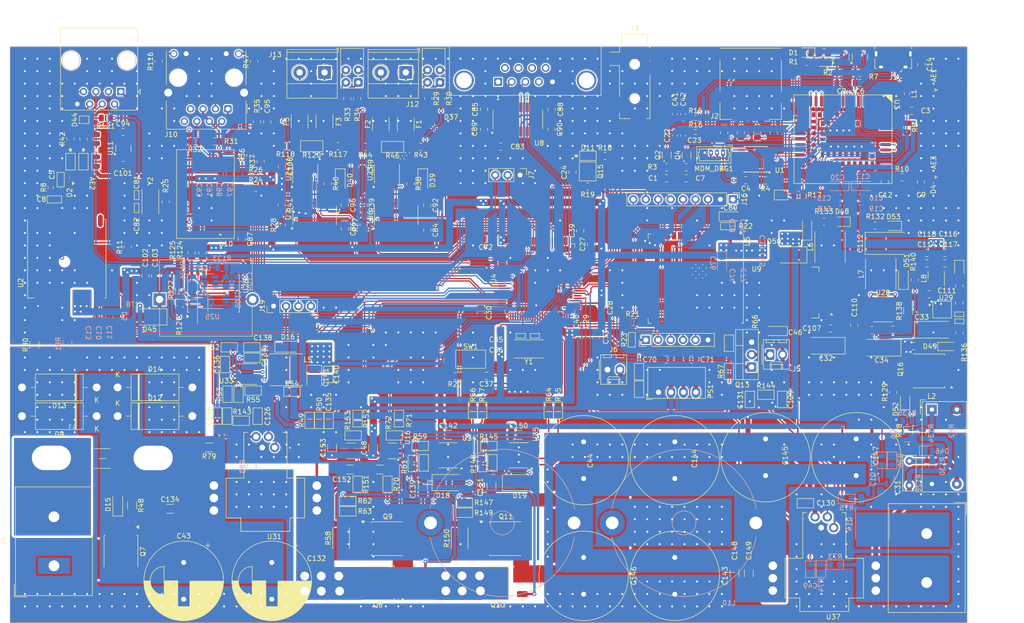
<source format=kicad_pcb>
(kicad_pcb (version 20240108) (generator "pcbnew") (generator_version "8.0")
  (layers (0 "F.Cu" signal) (31 "B.Cu" signal) (34 "B.Paste" user) (35 "F.Paste" user) (36 "B.SilkS" user "B.Silkscreen") (37 "F.SilkS" user "F.Silkscreen") (38 "B.Mask" user) (39 "F.Mask" user) (44 "Edge.Cuts" user))
  (net 0 "")
  (net 1 "GND")
  (net 2 "/MDM_SIM/GPS_ANT")
  (net 3 "Net-(AE2-A)")
  (net 4 "Net-(AE3-A)")
  (net 5 "/MDM_SIM/STATUS")
  (net 6 "Net-(C3-Pad1)")
  (net 7 "/MDM_SIM/NETLIGHT")
  (net 8 "/MDM_SIM/ANT_GNSS")
  (net 9 "/MDM_SIM/ANT_MAIN")
  (net 10 "/MDM_SIM/VBUS")
  (net 11 "/MDM_SIM/USIM_VDD")
  (net 12 "Net-(C22-Pad1)")
  (net 13 "BOARD_STATUS")
  (net 14 "/MCU/OSC2")
  (net 15 "/MCU/OSC1")
  (net 16 "+3V3")
  (net 17 "GND_PWR")
  (net 18 "Net-(U4-NRST)")
  (net 19 "Net-(U4-VCAP_1)")
  (net 20 "Net-(C41-Pad1)")
  (net 21 "Net-(U4-VCAP_2)")
  (net 22 "/MCU/EN")
  (net 23 "Net-(U10-OSC1)")
  (net 24 "Net-(U10-OSC2)")
  (net 25 "Net-(U8-C1+)")
  (net 26 "Net-(U8-C1-)")
  (net 27 "Net-(U10-VCAP)")
  (net 28 "Net-(U8-C2+)")
  (net 29 "Net-(U8-C2-)")
  (net 30 "Net-(U8-VS+)")
  (net 31 "Net-(U8-VS-)")
  (net 32 "Net-(D39-A)")
  (net 33 "/INTERFACE/+12V")
  (net 34 "Net-(C95-Pad1)")
  (net 35 "Net-(D40-A)")
  (net 36 "Net-(BT1--)")
  (net 37 "VBAT")
  (net 38 "Net-(U27-VCC)")
  (net 39 "Net-(U28-TC)")
  (net 40 "Net-(U29-SW)")
  (net 41 "Net-(U29-BST)")
  (net 42 "+5V")
  (net 43 "+4V")
  (net 44 "Net-(D1-K)")
  (net 45 "Net-(D1-A)")
  (net 46 "Net-(D3-A)")
  (net 47 "Net-(D3-K)")
  (net 48 "Net-(D6-A2)")
  (net 49 "Net-(D7-A2)")
  (net 50 "Net-(D8-A2)")
  (net 51 "Net-(D11-K)")
  (net 52 "Net-(D11-A)")
  (net 53 "Net-(D18-A)")
  (net 54 "Net-(D19-A)")
  (net 55 "Net-(D37-A2)")
  (net 56 "/INTERFACE/interface.mb_tx")
  (net 57 "/INTERFACE/interface.mb_rx")
  (net 58 "Net-(D37-A1)")
  (net 59 "Net-(D38-A2)")
  (net 60 "/INTERFACE/interface.hmi_tx")
  (net 61 "/INTERFACE/interface.hmi_rx")
  (net 62 "Net-(D38-A1)")
  (net 63 "Net-(D39-K)")
  (net 64 "Net-(D40-K)")
  (net 65 "Net-(D41-K)")
  (net 66 "Net-(D42-K)")
  (net 67 "Net-(D43-K)")
  (net 68 "/INTERFACE/SW_2")
  (net 69 "/INTERFACE/SW_1")
  (net 70 "Net-(BT1-+)")
  (net 71 "Net-(D49-A)")
  (net 72 "Net-(D50-K)")
  (net 73 "Net-(D51-K)")
  (net 74 "/INTERFACE/MB+")
  (net 75 "Net-(U23-A)")
  (net 76 "Net-(U23-B)")
  (net 77 "/INTERFACE/MB-")
  (net 78 "Net-(U24-A)")
  (net 79 "/INTERFACE/MB1+")
  (net 80 "/INTERFACE/MB1-")
  (net 81 "Net-(U24-B)")
  (net 82 "/MDM_SIM/USB_D+")
  (net 83 "/MDM_SIM/USB_D-")
  (net 86 "/MCU/SWC")
  (net 87 "/MCU/SWD")
  (net 88 "/MCU/GPIO_0")
  (net 89 "/MCU/RX0_ESP")
  (net 90 "/MCU/TX0_ESP")
  (net 91 "/INTERFACE/RD+")
  (net 92 "Net-(J10-Pad9)")
  (net 93 "/INTERFACE/RD-")
  (net 94 "Net-(J10-Pad12)")
  (net 95 "/INTERFACE/TD-")
  (net 97 "/INTERFACE/TD+")
  (net 99 "/INTERFACE/interface.ais_tx")
  (net 100 "/INTERFACE/interface.ais_rx")
  (net 101 "/INTERFACE/GPS_LED")
  (net 102 "/INTERFACE/AIS_RX_LED")
  (net 103 "/INTERFACE/AIS_TX_LED")
  (net 104 "Net-(JP2-A)")
  (net 105 "BAT -")
  (net 106 "Net-(Q16-D)")
  (net 107 "/MCU/modem.debug_tx")
  (net 108 "/MCU/modem.debug_rx")
  (net 109 "GND1")
  (net 110 "+5VA")
  (net 111 "/MDM_SIM/RESET")
  (net 112 "/MDM_SIM/PWRKEY")
  (net 113 "Net-(Q6-C)")
  (net 114 "Net-(Q6-B)")
  (net 115 "PV-")
  (net 116 "Net-(Q8-G)")
  (net 117 "Net-(Q9-G)")
  (net 118 "Net-(Q10-G)")
  (net 119 "Net-(Q11-G)")
  (net 120 "Net-(J5-Pin_1)")
  (net 121 "Net-(Q13-G)")
  (net 122 "GNDD")
  (net 123 "+1V8")
  (net 124 "Net-(U1-OE)")
  (net 125 "Net-(U2-AADET_N)")
  (net 126 "/MDM_SIM/USIM_RST")
  (net 127 "/MDM_SIM/USIM_CLK")
  (net 128 "/MDM_SIM/USIM_DATA")
  (net 129 "Net-(U3-SPK+)")
  (net 130 "Net-(U3-SPK-)")
  (net 131 "Net-(U3-USB_BOOT)")
  (net 132 "/INTERFACE/ethernet.ss")
  (net 133 "Net-(U10-~{RESET})")
  (net 134 "Net-(U10-RBIAS)")
  (net 135 "Net-(U23-RO)")
  (net 136 "Net-(U24-RO)")
  (net 137 "/INTERFACE/LED_A")
  (net 138 "/INTERFACE/LED_B")
  (net 139 "/INTERFACE/interface.rtc_rst")
  (net 140 "/INTERFACE/interface.i2c_sda")
  (net 141 "/INTERFACE/interface.i2c_scl")
  (net 142 "Net-(U27-CS)")
  (net 143 "/INTERFACE/interface.rtc_int")
  (net 144 "Net-(U29-EN)")
  (net 145 "Net-(U28-DC)")
  (net 146 "Net-(U28-Vfb)")
  (net 147 "Net-(U29-FB)")
  (net 148 "/MDM_SIM/LL_MDM_DBG_RX")
  (net 150 "/MDM_SIM/LL_MDM_DBG_TX")
  (net 152 "/MDM_SIM/AT_UART_RX")
  (net 153 "/MDM_SIM/AT_UART_TX")
  (net 155 "+12V")
  (net 157 "POS+{slash}2.4A")
  (net 221 "/MCU/driver_led_fan")
  (net 222 "/MCU/modem.gnss_tx")
  (net 229 "/MCU/modem.gnss_1pps")
  (net 231 "/MCU/modem.gnss_rst")
  (net 232 "/MCU/F_MISO")
  (net 235 "/MCU/NET_RST")
  (net 242 "/MCU/modem.gnss_rx")
  (net 263 "Net-(U6-Pad2)")
  (net 264 "Net-(U23-DE)")
  (net 265 "Net-(U6-Pad11)")
  (net 266 "Net-(U24-DE)")
  (net 267 "Net-(U7-Pad2)")
  (net 268 "Net-(U7-Pad11)")
  (net 269 "/INTERFACE/interface.ttl_tx")
  (net 271 "/INTERFACE/M323_RX")
  (net 272 "/INTERFACE/M323_TX")
  (net 276 "/INTERFACE/interface.ttl_rx")
  (net 278 "/INTERFACE/ethernet.miso")
  (net 280 "/INTERFACE/ethernet.mosi")
  (net 281 "/INTERFACE/ethernet.wol")
  (net 282 "/INTERFACE/ethernet.int")
  (net 283 "/INTERFACE/ethernet.clk")
  (net 285 "BAT +")
  (net 286 "Net-(U25-D12-Pad1)")
  (net 287 "Net-(U25-G2)")
  (net 288 "Net-(U25-G1)")
  (net 291 "/MPPT_70A/adc1_vref")
  (net 292 "PV+")
  (net 293 "Net-(J6-Pin_2)")
  (net 294 "/MPPT_70A/BAT_adc_vref")
  (net 297 "VOUT")
  (net 303 "Net-(D46-A)")
  (net 304 "Net-(D47-A)")
  (net 305 "Net-(D48-A)")
  (net 306 "Net-(D52-A)")
  (net 307 "Net-(D53-A)")
  (net 308 "Net-(U16-+)")
  (net 309 "Net-(Q8-S)")
  (net 310 "Net-(D18-K)")
  (net 311 "/MPPT_70A/VCC12V")
  (net 312 "Net-(D19-K)")
  (net 313 "Net-(Q10-S)")
  (net 314 "Net-(U36-+)")
  (net 315 "Net-(D15-K)")
  (net 316 "Net-(D16-K)")
  (net 317 "Net-(U33-SW)")
  (net 318 "VIN_PV")
  (net 319 "ADC_PROTECT1")
  (net 320 "ADC_PROTECT2")
  (net 321 "Net-(Q12-C)")
  (net 322 "Net-(Q12-B)")
  (net 323 "Net-(U16--)")
  (net 324 "Net-(U33-BST)")
  (net 325 "Net-(U33-ULVO)")
  (net 326 "Net-(U33-FB)")
  (net 327 "Net-(U33-RON)")
  (net 328 "Net-(U34-HO)")
  (net 329 "Net-(U34-HIN)")
  (net 330 "Net-(U34-LIN)")
  (net 331 "Net-(U34-LO)")
  (net 332 "Net-(U35-HO)")
  (net 333 "Net-(U35-LO)")
  (net 334 "Net-(U35-LIN)")
  (net 335 "Net-(U35-HIN)")
  (net 336 "Net-(U36--)")
  (net 343 "/MCU/MPPT.GATE_1")
  (net 344 "/MCU/MPPT.ADC_VOUT")
  (net 345 "/MCU/MPPT.ADC_PV")
  (net 346 "/MCU/MPPT.ADC_IOUT")
  (net 347 "/MCU/MPPT.ADC_VIN_PV")
  (net 348 "/MCU/MPPT.GATE_2")
  (net 349 "/MCU/MPPT.GATE_3")
  (net 350 "/MCU/MPPT.GATE_4")
  (net 351 "/MCU/MPPT.FAN")
  (net 352 "/MCU/MPPT.NTC")
  (net 353 "/MCU/MPPT.PROTECT2")
  (net 354 "/MCU/MPPT.ENABLE")
  (net 355 "/MCU/MPPT.PROTECT1")
  (net 362 "/MCU/modem.reset_mdm")
  (net 363 "/MCU/modem.pwrkey_mdm")
  (net 364 "/MCU/modem.at_uart_rx")
  (net 365 "/MCU/modem.at_uart_tx")
  (net 366 "/MCU/MDM_DTR")
  (net 372 "/MCU/RX_ESP")
  (net 373 "Net-(U5-IO16)")
  (net 374 "/MCU/TX_ESP")
  (net 376 "/MCU/CLK_ESP")
  (net 377 "/MCU/SS_ESP")
  (net 378 "/MCU/MOSI_ESP")
  (net 379 "/MCU/RST_TFT")
  (net 380 "/MCU/MISO_ESP")
  (net 381 "/MCU/DC_TFT")
  (footprint "Capacitor_SMD:C_0805_2012Metric" (layer "F.Cu") (at 185.505 49.795 90)
    (property "Reference" "C21" (hide yes))
    (property "Value" "1uF")
  )
  (footprint "Resistor_SMD:R_0805_2012Metric" (layer "F.Cu") (at 49.18 46.75 180)
    (property "Reference" "R121")
    (property "Value" "1K")
  )
  (footprint "TerminalBlock_Dinkle:TerminalBlock_Dinkle_DT-55-B01X-02_P10.00mm" (layer "F.Cu") (at 216.705 131.55 -90)
    (property "Reference" "J11" (hide yes))
    (property "Value" "Conn_01x02")
  )
  (footprint "TerminalBlock_Phoenix:TerminalBlock_Phoenix_MKDS-1,5-2-5.08_1x02_P5.08mm_Horizontal" (layer "F.Cu") (at 110.39 37.445 180)
    (property "Reference" "J12")
    (property "Value" "Conn_01x02")
  )
  (footprint "Capacitor_SMD:C_0805_2012Metric" (layer "F.Cu") (at 167.6175 59.05)
    (property "Reference" "C7")
    (property "Value" "100nF")
  )
  (footprint "Resistor_SMD:R_0805_2012Metric" (layer "F.Cu") (at 111.365 60.145 -90)
    (property "Reference" "R38")
    (property "Value" "56K")
  )
  (footprint "Diode_SMD:D_0201_0603Metric" (layer "F.Cu") (at 180.43 49.1825 90)
    (property "Reference" "D7" (hide yes))
    (property "Value" "PESD2V0Y1BS")
  )
  (footprint "Crystal:Crystal_SMD_Abracon_ABM7-2Pin_6.0x3.5mm" (layer "F.Cu") (at 135.51 93.87 180)
    (property "Reference" "Y1")
    (property "Value" "8MHZ")
  )
  (footprint "Resistor_SMD:R_0805_2012Metric" (layer "F.Cu") (at 209.83 102.725 90)
    (property "Reference" "R129")
    (property "Value" "33K")
  )
  (footprint "CTS_LED_SMD:LED_0805_2012Metric" (layer "F.Cu") (at 147.5625 54.475)
    (property "Reference" "D11")
    (property "Value" "LED")
  )
  (footprint "Connector_Coaxial:SMA_Amphenol_132289_EdgeMount" (layer "F.Cu") (at 222.0875 41.025)
    (property "Reference" "AE1")
    (property "Value" "GPS")
  )
  (footprint "Resistor_SMD:R_0805_2012Metric" (layer "F.Cu") (at 167.6175 56.775 180)
    (property "Reference" "R9" (hide yes))
    (property "Value" "47K")
  )
  (footprint "Capacitor_SMD:C_1206_3216Metric_Pad1.33x1.80mm_HandSolder" (layer "F.Cu") (at 119.075 111.4)
    (property "Reference" "C142")
    (property "Value" "2.2uF")
  )
  (footprint "Package_TO_SOT_SMD:SOT-23-5_HandSoldering" (layer "F.Cu") (at 99.225 114.675 180)
    (property "Reference" "U36" (hide yes))
    (property "Value" "LMV321")
  )
  (footprint "Resistor_SMD:R_0805_2012Metric" (layer "F.Cu") (at 101.79 68.59 90)
    (property "Reference" "R27")
    (property "Value" "4.7K")
  )
  (footprint "CTS_Resistor_SMD:R_0603_1608Metric" (layer "F.Cu") (at 176.125 68.825)
    (property "Reference" "R22")
    (property "Value" "4.7k")
  )
  (footprint "Resistor_SMD:R_0805_2012Metric" (layer "F.Cu") (at 199.2925 37.5 180)
    (property "Reference" "R2")
    (property "Value" "47k")
  )
  (footprint "Package_TO_SOT_SMD:SOT-23" (layer "F.Cu") (at 52.78 52.9625 90)
    (property "Reference" "U11")
    (property "Value" "MCP1799T-3302H/DB")
  )
  (footprint "Capacitor_SMD:C_0805_2012Metric" (layer "F.Cu") (at 140.155 49.075 -90)
    (property "Reference" "C90")
    (property "Value" "1uF")
  )
  (footprint "Capacitor_SMD:C_0805_2012Metric" (layer "F.Cu") (at 215.63 35.8 -90)
    (property "Reference" "C14")
    (property "Value" "100nF")
  )
  (footprint "Resistor_SMD:R_0805_2012Metric" (layer "F.Cu") (at 79.47 35.1875 90)
    (property "Reference" "R47")
    (property "Value" "330")
  )
  (footprint "CTS_Resistor_SMD:R_0805_2012Metric" (layer "F.Cu") (at 176.355 92.7 -90)
    (property "Reference" "R66")
    (property "Value" "10k")
  )
  (footprint "Capacitor_SMD:C_0805_2012Metric" (layer "F.Cu") (at 126.385 49.075 -90)
    (property "Reference" "C89")
    (property "Value" "1uF")
  )
  (footprint "CTS_LED_THT:LED_D3.0mmP2.54_2x2_Horizontal__ACAC" (layer "F.Cu") (at 100.7134 39.4928 180)
    (property "Reference" "D38" (hide yes))
    (property "Value" "LED_Dual_AAKK")
  )
  (footprint "CTS_Resistor_SMD:R_0805_2012Metric" (layer "F.Cu") (at 176.355 98.4775 90)
    (property "Reference" "R67")
    (property "Value" "2k2")
  )
  (footprint "Package_TO_SOT_SMD:TO-263-5_TabPin3" (layer "F.Cu") (at 189.905 82.375 180)
    (property "Reference" "U9")
    (property "Value" "LM2596S-5")
  )
  (footprint "Capacitor_SMD:C_0805_2012Metric" (layer "F.Cu") (at 128.83 92.425 180)
    (property "Reference" "C36")
    (property "Value" "100nF")
  )
  (footprint "CTS_Capacitor_SMD:C_0402_1005Metric" (layer "F.Cu") (at 55.48 62.4675 90)
    (property "Reference" "C81")
    (property "Value" "20pF")
  )
  (footprint "Capacitor_SMD:C_0805_2012Metric" (layer "F.Cu") (at 203.08 39.6 180)
    (property "Reference" "C6")
    (property "Value" "100nF")
  )
  (footprint "Inductor_SMD:L_Cenker_CKCS6028" (layer "F.Cu") (at 85.99 98.125)
    (property "Reference" "L5")
    (property "Value" "220uH")
  )
  (footprint "Resistor_SMD:R_0805_2012Metric" (layer "F.Cu") (at 61.405 63.8425 90)
    (property "Reference" "R25")
    (property "Value" "49.9")
  )
  (footprint "Package_SO:SOP-16_3.9x9.9mm_P1.27mm" (layer "F.Cu") (at 133.28 47.025 90)
    (property "Reference" "U8")
    (property "Value" "MAX3232")
  )
  (footprint "CTS_Resistor_SMD:R_0805_2012Metric" (layer "F.Cu") (at 87.1775 102.616)
    (property "Reference" "R54")
    (property "Value" "88K7 1%")
  )
  (footprint "CTS_Resistor_SMD:R_1206_3216Metric" (layer "F.Cu") (at 107.695 52.645 180)
    (property "Reference" "R46")
    (property "Value" "120")
  )
  (footprint "CTS_Resistor_SMD:R_0402_1005Metric" (layer "F.Cu") (at 223.38 88.225 180)
    (property "Reference" "R137" (hide yes))
    (property "Value" "7.15k 1%")
  )
  (footprint "Capacitor_THT:C_Radial_D18.0mm_H35.5mm_P7.50mm" (layer "F.Cu") (at 202.325 119.725 90)
    (property "Reference" "C147")
    (property "Value" "330uF/250")
  )
  (footprint "Package_TO_SOT_SMD:SOT-523" (layer "F.Cu") (at 167.6925 54.325 90)
    (property "Reference" "Q4")
    (property "Value" "DMG1012T")
  )
  (footprint "CTS_Capacitor_SMD:C_0402_1005Metric" (layer "F.Cu") (at 55.48 65.1175 -90)
    (property "Reference" "C82")
    (property "Value" "20pF")
  )
  (footprint "CTS_Resistor_SMD:R_0805_2012Metric" (layer "F.Cu") (at 99.6625 111.525)
    (property "Reference" "R153")
    (property "Value" "30K")
  )
  (footprint "Connector_PinHeader_2.54mm:PinHeader_1x04_P2.54mm_Vertical" (layer "F.Cu") (at 83.42 85.14 90)
    (property "Reference" "J19")
    (property "Value" "LCD16x2_I2C")
  )
  (footprint "LED_SMD:LED_0805_2012Metric" (layer "F.Cu") (at 199.43 67.925 180)
    (property "Reference" "D48")
    (property "Value" "LED")
  )
  (footprint "Package_QFP:LQFP-100_14x14mm_P0.5mm" (layer "F.Cu") (at 137.78 79.525 90)
    (property "Reference" "U4")
    (property "Value" "STM32F407VETx")
  )
  (footprint "Package_TO_SOT_SMD:TO-252-2" (layer "F.Cu") (at 104.74 141.6125 180)
    (property "Reference" "Q8")
    (property "Value" "IPD053N08N3GATMA1")
  )
  (footprint "Resistor_SMD:R_0603_1608Metric" (layer "F.Cu") (at 169.535 46.740331 180)
    (property "Reference" "R15")
    (property "Value" "22")
  )
  (footprint "Diode_THT:D_DO-201AD_P15.24mm_Horizontal" (layer "F.Cu") (at 51.605 107.585)
    (property "Reference" "D12")
    (property "Value" "D")
  )
  (footprint "Resistor_SMD:R_0805_2012Metric" (layer "F.Cu") (at 98.4734 42.7928 -90)
    (property "Reference" "R33")
    (property "Value" "220")
  )
  (footprint "Capacitor_SMD:C_0805_2012Metric" (layer "F.Cu") (at 197.11 89.725 180)
    (property "Reference" "C107")
    (property "Value" "100nF")
  )
  (footprint "Resistor_SMD:R_1206_3216Metric" (layer "F.Cu") (at 212.93 86.125 90)
    (property "Reference" "R138")
    (property "Value" "0.1")
  )
  (footprint "Package_SO:SOIC-16W_7.5x10.3mm_P1.27mm" (layer "F.Cu") (at 71.155 82.525 90)
    (property "Reference" "U26")
    (property "Value" "DS3231M")
  )
  (footprint "CTS_Capacitor_SMD:C_0805_2012Metric" (layer "F.Cu") (at 187.22 104.18 -90)
    (property "Reference" "C129")
    (property "Value" "4.7nF")
  )
  (footprint "CTS_Resistor_SMD:R_0805_2012Metric" (layer "F.Cu") (at 122.3375 125.2)
    (property "Reference" "R147")
    (property "Value" "2R4")
  )
  (footprint "CTS_Package_TO_SOT_SMD:TSOT-26" (layer "F.Cu") (at 219.855 85.85)
    (property "Reference" "U29")
    (property "Value" "AP62200")
  )
  (footprint "CTS_Resistor_SMD:R_0805_2012Metric" (layer "F.Cu") (at 128.085 117.1225 -90)
    (property "Reference" "R146" (hide yes))
    (property "Value" "2R4")
  )
  (footprint "Resistor_SMD:R_0805_2012Metric" (layer "F.Cu") (at 195.73 67.925 180)
    (property "Reference" "R133")
    (property "Value" "330")
  )
  (footprint "Capacitor_SMD:C_0805_2012Metric" (layer "F.Cu") (at 126.84 99.37 180)
    (property "Reference" "C37")
    (property "Value" "100nF")
  )
  (footprint "Resistor_SMD:R_0805_2012Metric" (layer "F.Cu") (at 183.8175 59.5 180)
    (property "Reference" "R4")
    (property "Value" "47K")
  )
  (footprint "Capacitor_SMD:C_0805_2012Metric" (layer "F.Cu") (at 57.27 78.95 -90)
    (property "Reference" "C102")
    (property "Value" "100nF")
  )
  (footprint "CTS_Resistor_SMD:R_0603_1608Metric" (layer "F.Cu") (at 156.53 92.025 -90)
    (property "Reference" "R23")
    (property "Value" "4.7k")
  )
  (footprint "Package_TO_SOT_SMD:SOT-23" (layer "F.Cu") (at 203.08 34.325 90)
    (property "Reference" "Q3" (hide yes))
    (property "Value" "2N7002")
  )
  (footprint "Diode_SMD:D_0201_0603Metric" (layer "F.Cu") (at 218.08 59.145 90)
    (property "Reference" "D4")
    (property "Value" "PESD2V0Y1BS")
  )
  (footprint "CTS_Resistor_SMD:R_0805_2012Metric" (layer "F.Cu") (at 92.74 108.4325 -90)
    (property "Reference" "R50")
    (property "Value" "5.6K 1%")
  )
  (footprint "CTS_Capacitor_SMD:C_0805_2012Metric" (layer "F.Cu") (at 80.17 107.58 90)
    (property "Reference" "C126")
    (property "Value" "4.7nF")
  )
  (footprint "Capacitor_SMD:C_0805_2012Metric" (layer "F.Cu") (at 214.03 93.3 180)
    (property "Reference" "C108" (hide yes))
    (property "Value" "10uF")
  )
  (footprint "Capacitor_SMD:C_0805_2012Metric" (layer "F.Cu") (at 179.78 59.47)
    (property "Reference" "C4")
    (property "Value" "100nF")
  )
  (footprint "Package_SO:SOIC-8_3.9x4.9mm_P1.27mm" (layer "F.Cu") (at 89.89 58.125 90)
    (property "Reference" "U24")
    (property "Value" "SP3485EN-L/TR")
  )
  (footprint "Resistor_SMD:R_0805_2012Metric" (layer "F.Cu") (at 120.42 99.42 180)
    (property "Reference" "R20")
    (property "Value" "10K")
  )
  (footprint "CTS_Capacitor_SMD:C_0805_2012Metric" (layer "F.Cu") (at 180.62 104.18 -90)
    (property "Reference" "C131")
    (property "Value" "4.7nF")
  )
  (footprint "SL_FUSE:FUSE_50A" (layer "F.Cu") (at 44.3144 116.229405)
    (property "Reference" "F4")
    (property "Value" "Fuse")
  )
  (footprint "CTS_Resistor_SMD:R_0805_2012Metric" (layer "F.Cu") (at 158.01 102.0925 -90)
    (property "Reference" "R69" (hide yes))
    (property "Value" "2k2")
  )
  (footprint "CTS_Connector_Coaxial:SMA_Amphenol_A-4JA" (layer "F.Cu") (at 44.4 60.1 -90)
    (property "Reference" "AE2")
    (property "Value" "LTE")
  )
  (footprint "CTS_Capacitor_SMD:C_0402_1005Metric" (layer "F.Cu") (at 133.88 91.185)
    (property "Reference" "C25" (hide yes))
    (property "Value" "20pF")
  )
  (footprint "Package_TO_SOT_SMD:SOT-886" (layer "F.Cu") (at 44.78 47.11 90)
    (property "Reference" "D44")
    (property "Value" "PESD3V3L4UF")
  )
  (footprint "Capacitor_SMD:C_0805_2012Metric" (layer "F.Cu") (at 114.79 64.545 -90)
    (property "Reference" "C92")
    (property "Value" "10nF")
  )
  (footprint "Connector_USB:USB_Micro-B_Amphenol_10118194_Horizontal" (layer "F.Cu") (at 209.88 34.95 180)
    (property "Reference" "J1")
    (property "Value" "USB_B_Micro")
  )
  (footprint "CTS_Resistor_SMD:R_0805_2012Metric" (layer "F.Cu") (at 139.573 106.426 -90)
    (property "Reference" "R64")
    (property "Value" "100R")
  )
  (footprint "LED_SMD:LED_0805_2012Metric" (layer "F.Cu") (at 223.355 77.475 -90)
    (property "Reference" "D47" (hide yes))
    (property "Value" "LED")
  )
  (footprint "Resistor_SMD:R_0805_2012Metric" (layer "F.Cu") (at 79.78 61.025)
    (property "Reference" "R24")
    (property "Value" "10K")
  )
  (footprint "Inductor_SMD_Wurth:L_Wurth_WE-LQSH-3012" (layer "F.Cu") (at 218.655 79.5 90)
    (property "Reference" "L8")
    (property "Value" "CMLF0302-3R3MTT")
  )
  (footprint "CTS_Capacitor_THT:C_Radial_D16.0mm_H25.0mm_P7.50mm" (layer "F.Cu") (at 83.055 137.45 -90)
    (property "Reference" "C132")
    (property "Value" "4700uF/250V")
  )
  (footprint "Resistor_SMD:R_1206_3216Metric" (layer "F.Cu") (at 212.93 110.53 90)
    (property "Reference" "R78")
    (property "Value" "0R")
  )
  (footprint "Package_TO_SOT_SMD:TO-252-2" (layer "F.Cu") (at 130.84 132.59)
    (property "Reference" "Q11")
    (property "Value" "IPD053N08N3GATMA1")
  )
  (footprint "Resistor_SMD:R_0805_2012Metric" (layer "F.Cu") (at 156.7075 88.42)
    (property "Reference" "R21")
    (property "Value" "330")
  )
  (footprint "Button_Switch_SMD:SW_SPST_CK_RS282G05A3" (layer "F.Cu") (at 123.64 95.97)
    (property "Reference" "SW1")
    (property "Value" "SW_Push")
  )
  (footprint "Package_SO:SOIC-8_3.9x4.9mm_P1.27mm" (layer "F.Cu") (at 133.425 115.575 180)
    (property "Reference" "U35")
    (property "Value" "NCP5183DR2G")
  )
  (footprint "Capacitor_SMD:C_0805_2012Metric" (layer "F.Cu") (at 163.6175 59.05)
    (property "Reference" "C1")
    (property "Value" "100nF")
  )
  (footprint "Capacitor_SMD:C_0805_2012Metric" (layer "F.Cu") (at 129.76 52.6)
    (property "Reference" "C83")
    (property "Value" "1uF")
  )
  (footprint "Resistor_SMD:R_0805_2012Metric" (layer "F.Cu") (at 203.0425 37.5 180)
    (property "Reference" "R7")
    (property "Value" "47k")
  )
  (footprint "CTS_Capacitor_SMD:C_0805_2012Metric" (layer "F.Cu") (at 73.53 97.05 90)
    (property "Reference" "C136")
    (property "Value" "100nF")
  )
  (footprint "Capacitor_Tantalum_SMD:CP_EIA-3528-12_Kemet-T" (layer "F.Cu") (at 91.725 99.6625 -90)
    (property "Reference" "C141")
    (property "Value" "4.7uF")
  )
  (footprint "Diode_THT:D_DO-201AD_P15.24mm_Horizontal" (layer "F.Cu") (at 47.325 107.585 180)
    (property "Reference" "D9")
    (property "Value" "D")
  )
  (footprint "Capacitor_SMD:C_0805_2012Metric" (layer "F.Cu") (at 147.2375 91.51 -90)
    (property "Reference" "C29")
    (property "Value" "100nF")
  )
  (footprint "CTS_Resistor_SMD:R_0805_2012Metric" (layer "F.Cu") (at 125.96 117.25 -90)
    (property "Reference" "R148")
    (property "Value" "10K")
  )
  (footprint "Resistor_SMD:R_0805_2012Metric" (layer "F.Cu") (at 223.355 84.5 90)
    (property "Reference" "R141" (hide yes))
    (property "Value" "24k 1%")
  )
  (footprint "Package_SO:SOIC-8_3.9x4.9mm_P1.27mm" (layer "F.Cu") (at 207.78 85.785)
    (property "Reference" "U28")
    (property "Value" "MC34063AD")
  )
  (footprint "Capacitor_THT:C_Radial_D18.0mm_H35.5mm_P7.50mm" (layer "F.Cu") (at 165.3 136.425 -90)
    (property "Reference" "C143")
    (property "Value" "330uF/250")
  )
  (footprint "Package_TO_SOT_SMD:SOT-23" (layer "F.Cu") (at 199.33 34.325 90)
    (property "Reference" "Q1" (hide yes))
    (property "Value" "2N7002")
  )
  (footprint "Inductor_SMD:L_Taiyo-Yuden_NR-60xx" (layer "F.Cu") (at 196.98 73.05 90)
    (property "Reference" "L6")
    (property "Value" "33uH Ferrite 2.44A")
  )
  (footprint "CTS_Resistor_SMD:R_0805_2012Metric" (layer "F.Cu") (at 74.025 103.1 90)
    (property "Reference" "R53")
    (property "Value" "499K 1%")
  )
  (footprint "Fuse:Fuse_1812_4532Metric" (layer "F.Cu") (at 105.31 48.02 90)
    (property "Reference" "F2")
    (property "Value" "652-SF-1206SA075M-2")
  )
  (footprint "Connector_Molex:Molex_KK-254_AE-6410-02A_1x02_P2.54mm_Vertical" (layer "F.Cu") (at 184.76 95.025)
    (property "Reference" "J5")
    (property "Value" "Conn_01x02")
  )
  (footprint "Resistor_SMD:R_0805_2012Metric" (layer "F.Cu") (at 80.78 55.6475 90)
    (property "Reference" "R37")
    (property "Value" "49.9")
  )
  (footprint "Resistor_SMD:R_0805_2012Metric" (layer "F.Cu") (at 85.085 68.59 90)
    (property "Reference" "R28")
    (property "Value" "4.7K")
  )
  (footprint "Capacitor_THT:C_Radial_D18.0mm_H35.5mm_P7.50mm" (layer "F.Cu") (at 183.825 119.725 90)
    (property "Reference" "C145")
    (property "Value" "330uF/250")
  )
  (footprint "Resistor_SMD:R_0805_2012Metric" (layer "F.Cu") (at 182.155 49.775 90)
    (property "Reference" "R12" (hide yes))
    (property "Value" "22R")
  )
  (footprint "Capacitor_THT:C_Disc_D7.0mm_W2.5mm_P5.00mm" (layer "F.Cu") (at 213.18 121.725 90)
    (property "Reference" "C31")
    (property "Value" "103/3KW")
  )
  (footprint "Diode_SMD:D_SMA" (layer "F.Cu") (at 188.755 74.675 180)
    (property "Reference" "D50")
    (property "Value" "SS34")
  )
  (footprint "Capacitor_SMD:C_0805_2012Metric" (layer "F.Cu") (at 97.965 64.545 -90)
    (property "Reference" "C96")
    (property "Value" "10nF")
  )
  (footprint "Package_TO_SOT_SMD:SOT-523" (layer "F.Cu") (at 163.6425 54.325 90)
    (property "Reference" "Q2")
    (property "Value" "DMG1012T")
  )
  (footprint "CTS_Resistor_SMD:R_0805_2012Metric" (layer "F.Cu") (at 113.335 113.67 180)
    (property "Reference" "R59")
    (property "Value" "2R4")
  )
  (footprint "Package_TO_SOT_SMD:TO-252-2" (layer "F.Cu") (at 106.72 132.59)
    (property "Reference" "Q9")
    (property "Value" "IPD053N08N3GATMA1")
  )
  (footprint "Resistor_SMD:R_0805_2012Metric" (layer "F.Cu") (at 223.355 81.025 -90)
    (property "Reference" "R131" (hide yes))
    (property "Value" "220")
  )
  (footprint "Connector_PinHeader_2.54mm:PinHeader_1x06_P2.54mm_Vertical" (layer "F.Cu") (at 159.37 92.025 90)
    (property "Reference" "J8" (hide yes))
    (property "Value" "Conn_01x06_Pin")
  )
  (footprint "Resistor_SMD:R_0805_2012Metric" (layer "F.Cu") (at 223.355 90.575 -90)
    (property "Reference" "R136")
    (property "Value" "47k")
  )
  (footprint "Resistor_SMD:R_0805_2012Metric" (layer "F.Cu") (at 192.205 35.295)
    (property "Reference" "R1")
    (property "Value" "470")
  )
  (footprint "Capacitor_SMD:C_0805_2012Metric" (layer "F.Cu") (at 140.155 44.975 90)
    (property "Reference" "C88")
    (property "Value" "1uF")
  )
  (footprint "Resistor_SMD:R_0805_2012Metric" (layer "F.Cu") (at 78.68 54.3775 90)
    (property "Reference" "R36")
    (property "Value" "49.9")
  )
  (footprint "LED_SMD:LED_0805_2012Metric" (layer "F.Cu") (at 209.8925 68.75 180)
    (property "Reference" "D53")
    (property "Value" "LED")
  )
  (footprint "Capacitor_Tantalum_SMD:CP_EIA-7343-43_Kemet-X" (layer "F.Cu") (at 208.555 72.325)
    (property "Reference" "C112")
    (property "Value" "100uF/25V")
  )
  (footprint "Crystal:Crystal_SMD_Qantek_QC5CB-2Pin_5x3.2mm" (layer "F.Cu") (at 58.28 63.7925 90)
    (property "Reference" "Y2")
    (property "Value" "25MHz")
  )
  (footprint "Fuse:Fuse_1812_4532Metric" (layer "F.Cu") (at 110.39 48.02 90)
    (property "Reference" "F1")
    (property "Value" "652-SF-1206SA075M-2")
  )
  (footprint "Resistor_SMD:R_0603_1608Metric" (layer "F.Cu") (at 37.915 60.925 -90)
    (property "Reference" "R8")
    (property "Value" "0R")
  )
  (footprint "Capacitor_SMD:C_0805_2012Metric" (layer "F.Cu") (at 209.78 89.975 180)
    (property "Reference" "C109" (hide yes))
    (property "Value" "10uF")
  )
  (footprint "CTS_RF_GSM:Quectel_EC800M_CN" (layer "F.Cu") (at 199.63 51.075 -90)
    (property "Reference" "U3")
    (property "Value" "Quectel_EC800M_CNGC-I03-SNNDA")
  )
  (footprint "Resistor_SMD:R_0805_2012Metric" (layer "F.Cu") (at 41.98 51.025 90)
    (property "Reference" "R42")
    (property "Value" "1K")
  )
  (footprint "Resistor_SMD:R_0805_2012Metric" (layer "F.Cu") (at 94.505 60.145 -90)
    (property "Reference" "R40")
    (property "Value" "56K")
  )
  (footprint "CTS_LED_THT:LED_D3.0mmP2.54_2x2_Horizontal__ACAC" (layer "F.Cu") (at 117.37 39.4928 180)
    (property "Reference" "D37")
    (property "Value" "LED_Dual_AAKK")
  )
  (footprint "Capacitor_SMD:C_0805_2012Metric" (layer "F.Cu") (at 85.115 56.62 -90)
    (property "Reference" "C100")
    (property "Value" "100nF")
  )
  (footprint "CTS_Resistor_SMD:R_0805_2012Metric" (layer "F.Cu") (at 127.355 113.67 180)
    (property "Reference" "R145")
    (property "Value" "2R4")
  )
  (footprint "Capacitor_SMD:C_0805_2012Metric" (layer "F.Cu") (at 52.6925 49.575)
    (property "Reference" "C94")
    (property "Value" "1uF")
  )
  (footprint "Connector_RJ:RJ45_Hanrun_HR911105A_Horizontal" (layer "F.Cu") (at 74.11 44.885 180)
    (property "Reference" "J10")
    (property "Value" "RJ45_LED_Shielded")
  )
  (footprint "Connector_Card:nanoSIM_Hinged_CUI_NSIM-2-C" (layer "F.Cu") (at 180.78 39.775 180)
    (property "Reference" "J2")
    (property "Value" "1932768-1")
  )
  (footprint "SL_Sensor_Current:XDCR_HLSR_50-P_SP33" (layer "F.Cu") (at 195.815 140.655 180)
    (property "Reference" "U37")
    (property "Value" "HLSR_50-P_SP33")
  )
  (footprint "Package_TO_SOT_SMD:TO-252-2" (layer "F.Cu") (at 217.065 98.3725 180)
    (property "Reference" "Q16")
    (property "Value" "DMP3028LFD")
  )
  (footprint "CTS_Capacitor_SMD:C_0805_2012Metric" (layer "F.Cu") (at 94.68 108.47 -90)
    (property "Reference" "C135")
    (property "Value" "100nF")
  )
  (footprint "Resistor_SMD:R_0805_2012Metric" (layer "F.Cu") (at 53.65 73.0875 90)
    (property "Reference" "R11")
    (property "Value" "500R")
  )
  (footprint "Capacitor_SMD:C_0805_2012Metric" (layer "F.Cu") (at 150.305 85.475 -90)
    (property "Reference" "C28")
    (property "Value" "100nF")
  )
  (footprint "Package_SO:SOIC-8_3.9x4.9mm_P1.27mm" (layer "F.Cu") (at 119.075 115.575 180)
    (property "Reference" "U34")
    (property "Value" "NCP5183DR2G")
  )
  (footprint "Capacitor_SMD:C_1206_3216Metric_Pad1.33x1.80mm_HandSolder" (layer "F.Cu") (at 62.3 126.5 180)
    (property "Reference" "C134")
    (property "Value" "1uF")
  )
  (footprint "Package_TO_SOT_THT:TO-220-3_Vertical" (layer "F.Cu") (at 180.975 97.565 90)
    (property "Reference" "Q13")
    (property "Value" "IRF740")
  )
  (footprint "QSL_ConverterDCDC:MORNSUN_B0505S_1WR3" (layer "F.Cu") (at 159.5955 104.3355 90)
    (property "Reference" "PS1")
    (property "Value" "B05_S-1WR3")
  )
  (footprint "Diode_SMD:D_0201_0603Metric" (layer "F.Cu") (at 187.155 49.165 90)
    (property "Reference" "D10" (hide yes))
    (property "Value" "PESD2V0Y1BS")
  )
  (footprint "Package_SO:SOIC-14_3.9x8.7mm_P1.27mm" (layer "F.Cu") (at 91.795 66.57 90)
    (property "Reference" "U7")
    (property "Value" "74HC14")
  )
  (footprint "Capacitor_Tantalum_SMD:CP_EIA-6032-28_Kemet-C_Pad2.25x2.35mm_HandSolder" (layer "F.Cu") (at 207.51 93.625 180)
    (property "Reference" "C34")
    (property "Value" "330uF/16V")
  )
  (footprint "CTS_Resistor_SMD:R_0805_2012Metric" (layer "F.Cu") (at 122.3375 127.3)
    (property "Reference" "R149")
    (property "Value" "10K")
  )
  (footprint "Resistor_SMD:R_0805_2012Metric" (layer "F.Cu") (at 64.155 81.775 90)
    (property "Reference" "R122")
    (property "Value" "4.7K")
  )
  (footprint "Capacitor_SMD:C_0805_2012Metric" (layer "F.Cu") (at 126.385 44.975 -90)
    (property "Reference" "C85")
    (property "Value" "100nF")
  )
  (footprint "LED_SMD:LED_0805_2012Metric" (layer "F.Cu") (at 212.305 104.575 90)
    (property "Reference" "D52")
    (property "Value" "LED")
  )
  (footprint "Capacitor_SMD:C_0805_2012Metric" (layer "F.Cu") (at 148.19 72.51 90)
    (property "Reference" "C27")
    (property "Value" "100nF")
  )
  (footprint "Capacitor_SMD:C_0805_2012Metric" (layer "F.Cu") (at 128.83 90.3 180)
    (property "Reference" "C35")
    (property "Value" "100nF")
  )
  (footprint "Diode_SMD:D_SOD-123" (layer "F.Cu") (at 51.64 125.6275 90)
    (property "Reference" "D15")
    (property "Value" "16V")
  )
  (footprint "CTS_Capacitor_SMD:C_0805_2012Metric" (layer "F.Cu") (at 191.95 125.36 180)
    (property "Reference" "C130")
    (property "Value" "47nF")
  )
  (footprint "Capacitor_Tantalum_SMD:CP_EIA-6032-28_Kemet-C_Pad2.25x2.35mm_HandSolder" (layer "F.Cu") (at 196.135 93.225 180)
    (property "Reference" "C32")
    (property "Value" "330uF/16V")
  )
  (footprint "Capacitor_SMD:C_0805_2012Metric" (layer "F.Cu") (at 208.155 59.775 90)
    (property "Reference" "C12")
    (property "Value" "NC")
  )
  (footprint "Jumper:SolderJumper-2_P1.3mm_Open_Pad1.0x1.5mm" (layer "F.Cu") (at 187.005 62.45 180)
    (property "Reference" "JP2" (hide yes))
    (property "Value" "Jumper_2_Open")
  )
  (footprint "Resistor_SMD:R_0805_2012Metric" (layer "F.Cu") (at 102.145 52.645 180)
    (property "Reference" "R44")
    (property "Value" "560")
  )
  (footprint "Diode_THT:D_DO-201AD_P15.24mm_Horizontal" (layer "F.Cu") (at 47.325 101.725 180)
    (property "Reference" "D13")
    (property "Value" "D")
  )
  (footprint "CTS_Resistor_SMD:R_1206_3216Metric" (layer "F.Cu") (at 91.2025 52.495 180)
    (property "Reference" "R120")
    (property "Value" "120")
  )
  (footprint "SL_Sensor_Current:XDCR_HLSR_50-P_SP33" (layer "F.Cu") (at 81.75 124.3 180)
    (property "Reference" "U31")
    (property "Value" "HLSR 80-P/SP10")
  )
  (footprint "CTS_Capacitor_SMD:C_0603_1608Metric" (layer "F.Cu") (at 38.69 63.35)
    (property "Reference" "C8")
    (property "Value" "C")
  )
  (footprint "Capacitor_SMD:C_0805_2012Metric" (layer "F.Cu") (at 220.405 74.3)
    (property "Reference" "C116")
    (property "Value" "22uF")
  )
  (footprint "CTS_Resistor_SMD:R_0805_2012Metric" (layer "F.Cu") (at 158.01 98.505 -90)
    (property "Reference" "R68" (hide yes))
    (property "Value" "100R")
  )
  (footprint "Diode_SMD:D_0201_0603Metric" (layer "F.Cu") (at 183.755 49.1825 90)
    (property "Reference" "D8" (hide yes))
    (property "Value" "PESD2V0Y1BS")
  )
  (footprint "Resistor_SMD:R_0805_2012Metric" (layer "F.Cu") (at 47.28 51.025 90)
    (property "Reference" "R119" (hide yes))
    (property "Value" "1K")
  )
  (footprint "RF_Module:ESP32-WROOM-32U" (layer "F.Cu") (at 169.585 79.525 -90)
    (property "Reference" "U5")
    (property "Value" "ESP32-WROOM-32UE-N4")
  )
  (footprint "CTS_Resistor_SMD:R_0805_2012Metric" (layer "F.Cu") (at 98.552 124.9)
    (property "Reference" "R62")
    (property "Value" "2R4")
  )
  (footprint "Resistor_SMD:R_0805_2012Metric" (layer "F.Cu") (at 117.605 42.775 -90)
    (property "Reference" "R30")
    (property "Value" "220")
  )
  (footprint "CTS_Capacitor_SMD:C_0402_1005Metric" (layer "F.Cu") (at 136.74 91.185 180)
    (property "Reference" "C26" (hide yes))
    (property "Value" "20pF")
  )
  (footprint "Resistor_SMD:R_2512_6332Metric" (layer "F.Cu") (at 121.4 132.5 90)
    (property "Reference" "R150")
    (property "Value" "0R004 1%")
  )
  (footprint "Connector_Coaxial:SMA_Amphenol_132289_EdgeMount" (layer "F.Cu") (at 222.0875 58.825)
    (property "Reference" "AE3")
    (property "Value" "LTE")
  )
  (footprint "Package_SO:SOIC-14_3.9x8.7mm_P1.27mm" (layer "F.Cu") (at 108.445 66.595 90)
    (property "Reference" "U6")
    (property "Value" "74HC14")
  )
  (footprint "Resistor_SMD:R_0805_2012Metric" (layer "F.Cu") (at 59.945 35.1875 90)
    (property "Reference" "R116")
    (property "Value" "330")
  )
  (footprint "Capacitor_SMD:C_0805_2012Metric" (layer "F.Cu") (at 97.965 69.375 -90)
    (property "Reference" "C86")
    (property "Value" "100nF")
  )
  (footprint "Connector_PinHeader_2.54mm:PinHeader_1x03_P2.54mm_Vertical" (layer "F.Cu") (at 133.73 58.39 -90)
    (property "Reference" "J7")
    (property "Value" "Conn_01x03_Pin")
  )
  (footprint "Diode_SMD:D_0201_0603Metric" (layer "F.Cu") (at 41.8 59.755 -90)
    (property "Reference" "D2")
    (property "Value" "PESD2V0Y1BS")
  )
  (footprint "Capacitor_SMD:C_0805_2012Metric" (layer "F.Cu") (at 146.01 69.755 90)
    (property "Reference" "C39")
    (property "Value" "2.2uF")
  )
  (footprint "Resistor_SMD:R_0805_2012Metric" (layer "F.Cu") (at 113.47 52.645 180)
    (property "Reference" "R43")
    (property "Value" "560")
  )
  (footprint "CTS_Resistor_SMD:R_0805_2012Metric" (layer "F.Cu") (at 183.895 103.23 180)
    (property "Reference" "R144")
    (property "Value" "10K")
  )
  (footprint "CTS_Resistor_SMD:R_0805_2012Metric" (layer "F.Cu") (at 108.0875 111.525)
    (property "Reference" "R72")
    (property "Value" "30K")
  )
  (footprint "Diode_THT:D_DO-201AD_P15.24mm_Horizontal" (layer "F.Cu") (at 51.605 101.725)
    (property "Reference" "D14")
    (property "Value" "D")
  )
  (footprint "Resistor_SMD:R_1206_3216Metric" (layer "F.Cu") (at 34.61 93.0375 90)
    (property "Reference" "R80")
    (property "Value" "0R")
  )
  (footprint "Resistor_SMD:R_0805_2012Metric" (layer "F.Cu") (at 71.3675 51.525)
    (property "Reference" "R31")
    (property "Value" "49.9")
  )
  (footprint "Resistor_SMD:R_0805_2012Metric" (layer "F.Cu") (at 205.53 90.025)
    (property "Reference" "R139" (hide yes))
    (property "Value" "1k2")
  )
  (footprint "CTS_Resistor_SMD:R_0805_2012Metric" (layer "F.Cu") (at 100.575 121.5125 -90)
    (property "Reference" "R151")
    (property "Value" "100R")
  )
  (footprint "Connector_Molex:Molex_PicoBlade_53047-0410_1x04_P1.25mm_Vertical" (layer "F.Cu") (at 175.155 53.825 180)
    (property "Reference" "MDM_DBG1")
    (property "Value" "Modem Debug")
  )
  (footprint "Capacitor_THT:C_Radial_D18.0mm_H35.5mm_P7.50mm" (layer "F.Cu") (at 165.3 120.325 90)
    (property "Reference" "C144")
    (property "Value" "330uF/250")
  )
  (footprint "Capacitor_SMD:C_0805_2012Metric" (layer "F.Cu") (at 114.79 69.63 -90)
    (property "Reference" "C84")
    (property "Value" "100nF")
  )
  (footprint "Capacitor_SMD:C_0805_2012Metric" (layer "F.Cu") (at 215.53 59.775 90)
    (property "Reference" "C9")
    (property "Value" "NC")
  )
  (footprint "Diode_SMD:D_SMA" (layer "F.Cu") (at 133.625 121.165)
    (property "Reference" "D19")
    (property "Value" "SS210")
  )
  (footprint "CTS_Capacitor_THT:C_Radial_D16.0mm_H25.0mm_P7.50mm" (layer "F.Cu") (at 65.08 137.45 -90)
    (property "Reference" "C43")
    (property "Value" "4700uF/250V")
  )
  (footprint "Capacitor_SMD:C_0805_2012Metric" (layer "F.Cu") (at 201.93 89.075 -90)
    (property "Reference" "C110")
    (property "Value" "560pF")
  )
  (footprint "Capacitor_THT:C_Radial_D18.0mm_H35.5mm_P7.50mm" (layer "F.Cu") (at 146.7 120.325 90)
    (property "Reference" "C44")
    (property "Value" "330uF/250")
  )
  (footprint "Inductor_SMD:L_0603_1608Metric" (layer "F.Cu") (at 212.68 41.8125 -90)
    (property "Reference" "L1")
    (property "Value" "27nH")
  )
  (footprint "Capacitor_SMD:C_0805_2012Metric" (layer "F.Cu") (at 149.22 91.51 -90)
    (property "Reference" "C73")
    (property "Value" "100nF")
  )
  (footprint "Capacitor_SMD:C_1206_3216Metric_Pad1.33x1.80mm_HandSolder" (layer "F.Cu") (at 103.75 114.0625 90)
    (property "Reference" "C48")
    (property "Value" "0.1uF")
  )
  (footprint "Resistor_SMD:R_0805_2012Metric" (layer "F.Cu") (at 68.905 74.275 90)
    (property "Reference" "R124")
    (property "Value" "4.7K")
  )
  (footprint "CTS_Capacitor_SMD:C_0805_2012Metric" (layer "F.Cu") (at 71.95 107.57 90)
    (property "Reference" "C128")
    (property "Value" "47nF")
  )
  (footprint "CTS_Package_TO_SOT_SMD:SOT-23" (layer "F.Cu") (at 147.525 57.65 90)
    (property "Reference" "Q15")
    (property "Value" "BC847")
  )
  (footprint "CTS_Inductor_THT:Choke_Schaffner_RN202-04-8.8x18.2mm" (layer "F.Cu") (at 217.755 106.2425)
    (property "Reference" "L2")
    (property "Value" "631-RN202-0.3-02-22M")
  )
  (footprint "Inductor_SMD:L_Taiyo-Yuden_NR-60xx" (layer "F.Cu") (at 207.33 78.575 90)
    (property "Reference" "L7")
    (property "Value" "33uH Ferrite 2.44A")
  )
  (footprint "QSL_RF_GPS:MODULE_LC86L" (layer "F.Cu") (at 41.225 75.475 90)
    (property "Reference" "U2")
    (property "Value" "GPS GNSS LC86L Quectel")
  )
  (footprint "Fuse:Fuse_1812_4532Metric" (layer "F.Cu") (at 88.74 47.47 90)
    (property "Reference" "F5")
    (property "Value" "652-SF-1206SA075M-2")
  )
  (footprint "Package_TO_SOT_SMD:TO-252-2" (layer "F.Cu") (at 52.28 135.245 -90)
    (property "Reference" "Q7")
    (property "Value" "IPD053N08N3GATMA1")
  )
  (footprint "Capacitor_SMD:C_0805_2012Metric" (layer "F.Cu") (at 144.43 57.83 90)
    (property "Reference" "C24")
    (property "Value" "100nF")
  )
  (footprint "Diode_SMD:D_SMA" (layer "F.Cu") (at 58.155 87.35 180)
    (property "Reference" "D45")
    (property "Value" "SS34")
  )
  (footprint "CTS_LED_SMD:LED_0805_2012Metric" (layer "F.Cu") (at 41.98 55.65 -90)
    (property "Reference" "D41" (hide yes))
    (property "Value" "LED")
  )
  (footprint "Package_TO_SOT_SMD:TO-252-2" (layer "F.Cu") (at 129.16 141.6125 180)
    (property "Reference" "Q10")
    (property "Value" "IPD053N08N3GATMA1")
  )
  (footprint "Diode_SMD:D_SOD-323_HandSoldering" (layer "F.Cu") (at 220.98 93.375)
    (property "Reference" "D49")
    (property "Value" "BZX384-C12,115")
  )
  (footprint "CTS_Resistor_SMD:R_0805_2012Metric" (layer "F.Cu") (at 76.2725 103.1 90)
    (property "Reference" "R51" (hide yes))
    (property "Value" "91K 1%")
  )
  (footprint "Capacitor_SMD:C_0805_2012Metric" (layer "F.Cu") (at 199.33 39.6 180)
    (property "Reference" "C2")
    (property "Value" "100nF")
  )
  (footprint "Capacitor_SMD:C_0603_1608Metric" (layer "F.Cu") (at 165.36 50.340331 -90)
    (property "Reference" "C22")
    (property "Value" "10pF")
  )
  (footprint "CTS_LED_SMD:LED_0805_2012Metric" (layer "F.Cu") (at 44.63 55.65 -90)
    (property "Reference" "D42" (hide yes))
    (property "Value" "LED")
  )
  (footprint "Capacitor_SMD:C_0603_1608Metric" (layer "F.Cu") (at 167.035 45.965331 90)
    (property "Reference" "C42")
    (property "Value" "33pF")
  )
  (footprint "Resistor_SMD:R_0805_2012Metric" (layer "F.Cu") (at 206.18 68.705 180)
    (property "Reference" "R132")
    (property "Value" "220")
  )
  (footprint "Resistor_SMD:R_0603_1608Metric" (layer "F.Cu") (at 169.535 49.590331)
    (property "Reference" "R16")
    (property "Value" "22")
  )
  (footprint "Resistor_SMD:R_0805_2012Metric" (layer "F.Cu") (at 80.03 47.525 90)
    (property "Reference" "R35")
    (property "Value" "2K1%")
  )
  (footprint "Capacitor_SMD:C_1206_3216Metric_Pad1.33x1.80mm_HandSolder" (layer "F.Cu") (at 180.4 139.6775 -90)
    (property "Reference" "C149")
    (property "Value" "2.2uF")
  )
  (footprint "CTS_Capacitor_SMD:C_0805_2012Metric" (layer "F.Cu") (at 73.9625 107.57 90)
    (property "Reference" "C127" (hide yes))
    (property "Value" "4.7nF")
  )
  (footprint "Package_SON:WSON-8-1EP_4x4mm_P0.8mm_EP1.98x3mm" (layer "F.Cu") (at 78.045 99)
    (property "Reference" "U33")
    (property "Value" "LM5017SD")
  )
  (footprint "Capacitor_SMD:C_0805_2012Metric" (layer "F.Cu") (at 217.18 82.725)
    (property "Reference" "C111")
    (property "Value" "100nF")
  )
  (footprint "Capacitor_SMD:C_0603_1608Metric" (layer "F.Cu") (at 165.36 45.965331 90)
    (property "Reference" "C41")
    (property "Value" "10pF")
  )
  (footprint "CTS_Resistor_SMD:R_0805_2012Metric" (layer "F.Cu") (at 79.25 102.37)
    (property "Reference" "R55")
    (property "Value" "10K 1%")
  )
  (footprint "CTS_Resistor_SMD:R_0805_2012Metric" (layer "F.Cu") (at 74.375 93.525 180)
    (property "Reference" "R52")
    (property "Value" "10K 1%")
  )
  (footprint "Capacitor_SMD:C_0805_2012Metric" (layer "F.Cu") (at 52.6925 56.35 180)
    (property "Reference" "C101")
    (property "Value" "1uF")
  )
  (footprint "Resistor_SMD:R_0805_2012Metric" (layer "F.Cu") (at 115.005 42.775 -90)
    (property "Reference" "R29")
    (property "Value" "220")
  )
  (footprint "CTS_Resistor_SMD:R_0805_2012Metric" (layer "F.Cu") (at 124.1145 106.426 -90)
    (property "Reference" "R56")
    (property "Value" "100R")
  )
  (footprint "Fuse:Fuse_1812_4532Metric" (layer "F.Cu") (at 93.815 47.47 90)
    (property "Reference" "F3")
    (property "Value" "652-SF-1206SA075M-2")
  )
  (footprint "Resistor_SMD:R_0805_2012Metric" (layer "F.Cu") (at 79.78 58.975)
    (property "Reference" "R26")
    (property "Value" "10K")
  )
  (footprint "Resistor_SMD:R_0805_2012Metric" (layer "F.Cu") (at 67.3675 51.525 180)
    (property "Reference" "R32")
    (property "Value" "49.9")
  )
  (footprint "Resistor_SMD:R_0805_2012Metric" (layer "F.Cu") (at 214.28 79.775 90)
    (property "Reference" "R140")
    (property "Value" "2k2")
  )
  (footprint "Resistor_SMD:R_1206_3216Metric" (layer "F.Cu") (at 54.56 125.815 -90)
    (property "Reference" "R48")
    (property "Value" "10K")
  )
  (footprint "Diode_SMD:D_MiniMELF" (layer "F.Cu") (at 86.34 93.425)
    (property "Reference" "D16")
    (property "Value" "1N4148W")
  )
  (footprint "Capacitor_SMD:C_0805_2012Metric" (layer "F.Cu") (at 76.95 71.48 -90)
    (property "Reference" "C87")
    (property "Value" "10uF")
  )
  (footprint "CTS_Resistor_SMD:R_0805_2012Metric" (layer "F.Cu") (at 98.552 127)
    (property "Reference" "R63")
    (property "Value" "10K")
  )
  (footprint "CTS_Resistor_SMD:R_0805_2012Metric" (layer "F.Cu") (at 76.805 108.53 180)
    (property "Reference" "R143")
    (property "Value" "10K")
  )
  (footprint "TerminalBlock_Dinkle:TerminalBlock_Dinkle_DT-55-B01X-02_P10.00mm" (layer "F.Cu") (at 38.605 138.125 90)
    (property "Reference" "J4")
    (property "Value" "Conn_01x02")
  )
  (footprint "Connector_RJ:RJ45_OST_PJ012-8P8CX_Vertical" (layer "F.Cu") (at 52.26 41.355 180)
    (property "Reference" "J15" (hide yes))
    (property "Value" "PJ012-8P8C1")
  )
  (footprint "Capacitor_SMD:C_1206_3216Metric_Pad1.33x1.80mm_HandSolder" (layer "F.Cu") (at 127.885 121.875 -90)
    (property "Reference" "C151")
    (property "Value" "0.47uF")
  )
  (footprint "CTS_Package_SO:SOIC-28W_7.5x17.9mm_P1.27mm" (layer "F.Cu") (at 69.52 62.275 180)
    (property "Reference" "U10")
    (property "Value" "ENC28J60/SS")
  )
  (footprint "Resistor_SMD:R_0805_2012Metric" (layer "F.Cu") (at 178.78 49.775 90)
    (property "Reference" "R13" (hide yes))
    (property "Value" "22R")
  )
  (footprint "Resistor_SMD:R_0805_2012Metric" (layer "F.Cu") (at 175.38 49.775 90)
    (property "Reference" "R14" (hide yes))
    (property "Value" "22R")
  )
  (footprint "CTS_Capacitor_SMD:C_0805_2012Metric" (layer "F.Cu") (at 94.625 99.075 -90)
    (property "Reference" "C140")
    (property "Value" "2.2uF")
  )
  (footprint "Capacitor_SMD:C_0805_2012Metric" (layer "F.Cu") (at 59.27 78.95 -90)
    (property "Reference" "C103")
    (property "Value" "100nF")
  )
  (footprint "Connector_PinHeader_2.54mm:PinHeader_1x09_P2.54mm_Vertical" (layer "F.Cu") (at 177.15 63.35 -90)
    (property "Reference" "J16")
    (property "Value" "Conn_01x09_Pin")
  )
  (footprint "Capacitor_Tantalum_SMD:CP_EIA-6032-28_Kemet-C_Pad2.25x2.35mm_HandSolder" (layer "F.Cu") (at 218.155 89.96)
    (property "Reference" "C33")
    (property "Value" "330uF/16V")
  )
  (footprint "Resistor_SMD:R_0805_2012Metric" (layer "F.Cu") (at 151.0625 54.475)
    (property "Reference" "R18")
    (property "Value" "470")
  )
  (footprint "Resistor_SMD:R_0805_2012Metric" (layer "F.Cu") (at 190.555 62.45)
    (property "Reference" "R17")
    (property "Value" "47K")
  )
  (footprint "Resistor_SMD:R_0805_2012Metric" (layer "F.Cu") (at 100.4734 42.7928 -90)
    (property "Reference" "R34")
    (property "Value" "220")
  )
  (footprint "Resistor_SMD:R_0805_2012Metric" (layer "F.Cu") (at 66.71 74.275 90)
    (property "Reference" "R125")
    (property "Value" "4.7K")
  )
  (footprint "Capacitor_Tantalum_SMD:CP_EIA-3216-18_Kemet-A" (layer "F.Cu") (at 176.65 66.825)
    (property "Reference" "C80")
    (property "Value" "10uF/10V")
  )
  (footprint "Resistor_SMD:R_0805_2012Metric" (layer "F.Cu") (at 96.565 52.495 180)
    (property "Reference" "R117")
    (property "Value" "560")
  )
  (footprint "Diode_SMD:D_0201_0603Metric" (layer "F.Cu") (at 177.03 49.1825 90)
    (property "Reference" "D6" (hide yes))
    (property "Value" "PESD2V0Y1BS")
  )
  (footprint "CTS_Resistor_SMD:R_0805_2012Metric" (layer "F.Cu") (at 106.68 121.5125 -90)
    (property "Reference" "R70")
    (property "Value" "100R")
  )
  (footprint "Resistor_SMD:R_0805_2012Metric" (layer "F.Cu") (at 101.815 64.525 -90)
    (property "Reference" "R39")
    (property "Value" "4.7K")
  )
  (footprint "CTS_Resistor_SMD:R_0402_1005Metric" (layer "F.Cu") (at 223.355 86.8 180)
    (property "Reference" "R142" (hide yes))
    (property "Value" "7.15k 1%")
  )
  (footprint "CTS_Resistor_SMD:R_0805_2012Metric" (layer "F.Cu") (at 141.478 106.426 -90)
    (property "Reference" "R65")
    (property "Value" "100R")
  )
  (footprint "CTS_Capacitor_SMD:C_0805_2012Metric" (layer "F.Cu") (at 79 93.525 180)
    (property "Reference" "C138")
    (property "Value" "2.2uF")
  )
  (footprint "Capacitor_SMD:C_0805_2012Metric" (layer "F.Cu") (at 125.7 86.475 -90)
    (property "Reference" "C30")
    (property "Value" "100nF")
  )
  (footprint "Connector_Molex:Molex_KK-254_AE-6410-02A_1x02_P2.54mm_Vertical" (layer "F.Cu") (at 151.565 98.1)
    (property "Reference" "J6")
    (property "Value" "NTC")
  )
  (footprint "Resistor_SMD:R_0805_2012Metric" (layer "F.Cu") (at 195.78 33.355 180)
    (property "Reference" "R6" (hide yes))
    (property "Value" "470")
  )
  (footprint "Capacitor_SMD:C_1206_3216Metric_Pad1.33x1.80mm_HandSolder" (layer "F.Cu") (at 99.0125 118.4875 180)
    (property "Reference" "C152")
    (property "Value" "1nF")
  )
  (footprint "LED_SMD:LED_0805_2012Metric" (layer "F.Cu") (at 192.205 33.4 180)
    (property "Reference" "D1")
    (property "Value" "LED")
  )
  (footprint "Capacitor_SMD:C_0805_2012Metric" (layer "F.Cu") (at 220.43 76.425)
    (property "Reference" "C117")
    (property "Value" "22uF")
  )
  (footprint "Resistor_SMD:R_0805_2012Metric" (layer "F.Cu") (at 85.085 64.525 -90)
    (property "Reference" "R41")
    (property "Value" "4.7K")
  )
  (footprint "Capacitor_SMD:C_1206_3216Metric_Pad1.33x1.80mm_HandSolder" (layer "F.Cu") (at 113.9 121.875 -90)
    (property "Reference" "C139")
    (property "Value" "0.47uF")
  )
  (footprint "CTS_Resistor_SMD:R_0805_2012Metric" (layer "F.Cu") (at 100.575 108.0875 -90)
    (property "Reference" "R152")
    (property "Value" "1K")
  )
  (footprint "Capacitor_SMD:C_1206_3216Metric_Pad1.33x1.80mm_HandSolder" (layer "F.Cu") (at 95.375 114.0625 90)
    (property "Reference" "C153")
    (property "Value" "0.1uF")
  )
  (footprint "Resistor_SMD:R_0805_2012Metric" (layer "F.Cu") (at 212.68 48.7 -90)
    (property "Reference" "R5")
    (property "Value" "10R")
  )
  (footprint "Resistor_SMD:R_1206_3216Metric" (layer "F.Cu") (at 70.2725 113.98 180)
    (property "Reference" "R79")
    (property "Value" "0R")
  )
  (footprint "Resistor_SMD:R_2512_6332Metric" (layer "F.Cu") (at 97.2 132.5 90)
    (property "Reference" "R58")
    (property "Value" "0R004 1%")
  )
  (footprint "Resistor_SMD:R_0805_2012Metric" (layer "F.Cu") (at 163.6175 56.775 180)
    (property "Reference" "R3")
    (property "Value" "47K")
  )
  (footprint "Capacitor_SMD:C_0805_2012Metric" (layer "F.Cu") (at 82.15 47.55 90)
    (property "Reference" "C95")
    (property "Value" "100nF")
  )
  (footprint "CTS_Resistor_SMD:R_0805_2012Metric" (layer "F.Cu") (at 125.984 106.426 -90)
    (property "Reference" "R57")
    (property "Value" "100R")
  )
  (footprint "CTS_LED_SMD:LED_0805_2012Metric" (layer "F.Cu") (at 47.28 55.65 -90)
    (property "Reference" "D43" (hide yes))
    (property "Value" "LED")
  )
  (footprint "Capacitor_Tantalum_SMD:CP_EIA-3216-10_Kemet-I" (layer "F.Cu") (at 192.305 69.35 90)
    (property "Reference" "C115" (hide yes))
    (property "Value" "330uF/35V")
  )
  (footprint "Capacitor_SMD:C_0805_2012Metric" (layer "F.Cu") (at 145.255 91.51 -90)
    (property "Reference" "C40")
    (property "Value" "100nF")
  )
  (footprint "Capacitor_SMD:C_0805_2012Metric" (layer "F.Cu") (at 126.71 71.44 180)
    (property "Reference" "C72")
    (property "Value" "2.2uF")
  )
  (footprint "Resistor_SMD:R_0805_2012Metric" (layer "F.Cu") (at 64.155 85.275 -90)
    (property "Reference" "R127")
    (property "Value" "4.7K")
  )
  (footprint "Diode_SMD:D_SOD-123F" (layer "F.Cu") (at 211.955 79.525 90)
    (property "Reference" "D51")
    (property "Value" "1N5819")
  )
  (footprint "Capacitor_SMD:C_0603_1608Metric" (layer "F.Cu") (at 167.035 50.340331 -90)
    (property "Reference" "C23")
    (property "Value" "33pF")
  )
  (footprint "Resistor_SMD:R_0805_2012Metric" (layer "F.Cu") (at 147.525 60.725 180)
    (property "Reference" "R19")
    (property "Value" "47K")
  )
  (footprint "Connector_Dsub:DSUB-9_Female_Horizontal_P2.77x2.84mm_EdgePinOffset4.94mm_Housed_MountingHolesOffset7.48mm" (layer "F.Cu") (at 129.255 39.365 180)
    (property "Reference" "J9")
    (property "Value" "ID09S33E4GV00LF")
  )
  (footprint "CTS_Capacitor_SMD:C_0805_2012Metric" (layer "F.Cu") (at 79.0325 95.675)
    (property "Reference" "C137")
    (property "Value" "10nF")
  )
  (footprint "Capacitor_SMD:C_1206_3216Metric_Pad1.33x1.80mm_HandSolder" (layer "F.Cu") (at 133.425 111.4)
    (property "Reference" "C150")
    (property "Value" "2.2uF")
  )
  (footprint "CTS_Resistor_SMD:R_0805_2012Metric" (layer "F.Cu") (at 109 108.0875 -90)
    (property "Reference" "R71")
    (property "Value" "1K")
  )
  (footprint "Capacitor_SMD:C_1206_3216Metric_Pad1.33x1.80mm_HandSolder" (layer "F.Cu") (at 105.1175 118.4875 180)
    (property "Reference" "C47" (hide yes))
    (property "Value" "1nF")
  )
  (footprint "Capacitor_SMD:C_0805_2012Metric" (layer "F.Cu") (at 189.73 69.75 90)
    (property "Reference" "C113" (hide yes))
    (property "Value" "100nF")
  )
  (footprint "CTS_Resistor_SMD:R_0805_2012Metric" (layer "F.Cu") (at 90.795 108.4325 90)
    (property "Reference" "R49")
    (property "Value" "100K 1%")
  )
  (footprint "CTS_Capacitor_SMD:C_0603_1608Metric" (layer "F.Cu") (at 39.975 59.325 90)
    (property "Reference" "C5")
    (property "Value" "C")
  )
  (footprint "Capacitor_SMD:C_0805_2012Metric" (layer "F.Cu") (at 168.655 96.05)
    (property "Reference" "C71")
    (property "Value" "104/50V")
  )
  (footprint "Capacitor_Tantalum_SMD:CP_EIA-3216-12_Kemet-S" (layer "F.Cu") (at 185.95 90.225 180)
    (property "Reference" "C46")
    (property "Value" "100uF/25V")
  )
  (footprint "Resistor_SMD:R_0805_2012Metric" (layer "F.Cu") (at 44.63 51.025 90)
    (property "Reference" "R45" (hide yes))
    (property "Value" "1K")
  )
  (footprint "CTS_Resistor_SMD:R_0805_2012Metric" (layer "F.Cu") (at 111.825 117.25 -90)
    (property "Reference" "R61")
    (property "Value" "10K")
  )
  (footprint "Package_SO:SOIC-8_3.9x4.9mm_P1.27mm" (layer "F.Cu") (at 106.54 58.125 90)
    (property "Reference" "U23")
    (property "Value" "SP3485EN-L/TR")
  )
  (footprint "TerminalBlock_Phoenix:TerminalBlock_Phoenix_MKDS-1,5-2-5.08_1x02_P5.08mm_Horizontal" (layer "F.Cu") (at 93.82 37.445 180)
    (property "Reference" "J13")
    (property "Value" "Conn_01x02")
  )
  (footprint "Capacitor_SMD:C_1206_3216Metric_Pad1.33x1.80mm_HandSolder" (layer "F.Cu") (at 177.5 139.6775 -90)
    (property "Reference" "C148")
    (property "Value" "2.2uF")
  )
  (footprint "CTS_Resistor_SMD:R_0805_2012Metric" (layer "F.Cu") (at 114.065 117.1225 -90)
    (property "Reference" "R60" (hide yes))
    (property "Value" "2R4")
  )
  (footprint "Capacitor_THT:C_Radial_D18.0mm_H35.5mm_P7.50mm" (layer "F.Cu") (at 146.7 136.425 -90)
    (property "Reference" "C146")
    (property "Value" "330uF/250")
  )
  (footprint "Capacitor_SMD:C_0805_2012Metric" (layer "F.Cu") (at 216.73 76.425 180)
    (property "Reference" "C114")
    (property "Value" "22uF")
  )
  (footprint "Capacitor_SMD:C_0805_2012Metric" (layer "F.Cu") (at 163.58 96.05)
    (property "Reference" "C70")
    (property "Value" "104/50V")
  )
  (footprint "Diode_SMD:D_SOD-123" (layer "F.Cu") (at 97.03 59.475 -90)
    (property "Reference" "D40")
    (property "Value" "MBR0520")
  )
  (footprint "LED_SMD:LED_0805_2012Metric" (layer "F.Cu") (at 195.78 35.25 180)
    (property "Reference" "D3" (hide yes))
    (property "Value" "LED")
  )
  (footprint "Diode_SMD:D_SMA" (layer "F.Cu") (at 119.275 121.165)
    (property "Reference" "D18")
    (property "Value" "SS210")
  )
  (footprint "Resistor_SMD:R_0805_2012Metric" (layer "F.Cu") (at 211.68 58.825)
    (property "Reference" "R10")
    (property "Value" "0R")
  )
  (footprint "SL_Bat:NI-NH3.6V" (layer "F.Cu") (at 60.155 91.275)
    (property "Reference" "BT1")
    (property "Value" "Ni-NH3.6V")
  )
  (footprint "Capacitor_SMD:C_0805_2012Metric" (layer "F.Cu") (at 213.63 45.275)
    (property "Reference" "C3")
    (property "Value" "10nF")
  )
  (footprint "Package_SO:TSSOP-14-1EP_4.4x5mm_P0.65mm" (layer "F.Cu") (at 181.78 55.175 180)
    (property "Reference" "U1")
    (property "Value" "NXB0104PWJ")
  )
  (footprint "Capacitor_SMD:C_0805_2012Metric" (layer "F.Cu") (at 101.565 56.62 -90)
    (property "Reference" "C99")
    (property "Value" "100nF")
  )
  (footprint "Diode_SMD:D_SOD-123" (layer "F.Cu") (at 113.865 59.475 -90)
    (property "Reference" "D39")
    (property "Value" "MBR0520")
  )
  (footprint "Connector_Audio:Jack_3.5mm_CUI_SJ2-3593D-SMT_Horizontal" (layer "F.Cu") (at 157.13 38.275)
    (property "Reference" "J3")
    (property "Value" "NMJ6HCD2")
  )
  (footprint "Capacitor_SMD:C_0805_2012Metric" (layer "F.Cu") (at 216.755 74.3 180)
    (property "Reference" "C118")
    (property "Value" "22uF")
  )
  (footprint "Resistor_SMD:R_0805_2012Metric" (layer "F.Cu") (at 85.84 52.495 180)
    (property "Reference" "R118")
    (property "Value" "560")
  )
  (footprint "Package_TO_SOT_SMD:SOT-23-5_HandSoldering" (layer "F.Cu") (at 107.65 114.675 180)
    (property "Reference" "U16")
    (property "Value" "LMV321")
  )
  (footprint "CTS_Capacitor_SMD:C_0805_2012Metric" (layer "B.Cu") (at 192.95 138.85 -90)
    (property "Reference" "C49")
    (property "Value" "0.1uF")
  )
  (footprint "Capacitor_Tantalum_SMD:CP_EIA-3216-12_Kemet-S" (layer "B.Cu") (at 198.5 60.63 180)
    (property "Reference" "C20")
    (property "Value" "22uF")
  )
  (footprint "CTS_Resistor_SMD:R_0805_2012Metric" (layer "B.Cu") (at 195.125 138.8125 -90)
    (property "Reference" "R74")
    (property "Value" "10K 1%")
  )
  (footprint "Capacitor_SMD:C_0805_2012Metric" (layer "B.Cu") (at 70.355 58.15 90)
    (property "Reference" "C91")
    (property "Value" "100nF")
  )
  (footprint "Capacitor_Tantalum_SMD:CP_EIA-3216-12_Kemet-S" (layer "B.Cu") (at 203.67 60.605)
    (property "Reference" "C17")
    (property "Value" "22uF")
  )
  (footprint "Inductor_THT:L_Radial_D29.8mm_P29.30mm_Murata_1400series" (layer "B.Cu") (at 115.45 129.375)
    (property "Reference" "L9")
    (property "Value" "30uH")
  )
  (footprint "Package_TO_SOT_SMD:SOT-23" (layer "B.Cu") (at 208.55 120.475 -90)
    (property "Reference" "Q12")
    (property "Value" "BC847")
  )
  (footprint "Resistor_SMD:R_1206_3216Metric" (layer "B.Cu") (at 223.63 110.64 -90)
    (property "Reference" "R82")
    (property "Value" "0R")
  )
  (footprint "Capacitor_SMD:C_0805_2012Metric" (layer "B.Cu") (at 72.43 58.15 90)
    (property "Reference" "C98")
    (property "Value" "100nF")
  )
  (footprint "Capacitor_SMD:C_0805_2012Metric" (layer "B.Cu") (at 73.7425 80.125 -90)
    (property "Reference" "C105")
    (property "Value" "100nF")
  )
  (footprint "Resistor_SMD:R_0805_2012Metric" (layer "B.Cu") (at 72.905 77.275)
    (property "Reference" "R123")
    (property "Value" "100")
  )
  (footprint "Resistor_SMD:R_0805_2012Metric" (layer "B.Cu") (at 215.85 111.2375 -90)
    (property "Reference" "R134")
    (property "Value" "33K")
  )
  (footprint "Capacitor_SMD:C_0805_2012Metric" (layer "B.Cu") (at 177.09 72.02 90)
    (property "Reference" "C78")
    (property "Value" "100nF")
  )
  (footprint "Capacitor_SMD:C_0805_2012Metric" (layer "B.Cu") (at 199.145 65.28 180)
    (property "Reference" "C18")
    (property "Value" "1uF")
  )
  (footprint "Capacitor_SMD:C_0805_2012Metric" (layer "B.Cu") (at 177.17 75.6775 90)
    (property "Reference" "C74")
    (property "Value" "10nF")
  )
  (footprint "CTS_Diode_SMD:CTS_D_0402_1005Metric" (layer "B.Cu") (at 51.63 87.1825 90)
    (property "Reference" "D5")
    (property "Value" "DESD3V3E1BL-7B")
  )
  (footprint "Capacitor_SMD:C_0805_2012Metric" (layer "B.Cu") (at 203.02 65.28)
    (property "Reference" "C19")
    (property "Value" "100pF")
  )
  (footprint "LED_SMD:LED_0805_2012Metric" (layer "B.Cu") (at 216.9 114.65)
    (property "Reference" "D46")
    (property "Value" "LED")
  )
  (footprint "Inductor_THT:L_Radial_D29.8mm_P29.30mm_Murata_1400series" (layer "B.Cu") (at 152.53 129.375)
    (property "Reference" "L10")
    (property "Value" "30uH")
  )
  (footprint "Capacitor_Tantalum_SMD:CP_EIA-3216-18_Kemet-A" (layer "B.Cu") (at 174.92 76.3225 -90)
    (property "Reference" "C76")
    (property "Value" "10uF/10V")
  )
  (footprint "Capacitor_SMD:C_0805_2012Metric" (layer "B.Cu") (at 203.02 63.08 180)
    (property "Reference" "C16")
    (property "Value" "100nF")
  )
  (footprint "Capacitor_SMD:C_0805_2012Metric" (layer "B.Cu") (at 181.53 75.6775 90)
    (property "Reference" "C75")
    (property "Value" "10nF")
  )
  (footprint "Resistor_SMD:R_1206_3216Metric" (layer "B.Cu") (at 41.34 92.87 -90)
    (property "Reference" "R81")
    (property "Value" "0R")
  )
  (footprint "Capacitor_SMD:C_0805_2012Metric" (layer "B.Cu") (at 45.665 87.315 90)
    (property "Reference" "C13")
    (property "Value" "33pF")
  )
  (footprint "CTS_Resistor_SMD:R_0805_2012Metric" (layer "B.Cu") (at 198.025 137.9 180)
    (property "Reference" "R73")
    (property "Value" "82K 1%")
  )
  (footprint "Capacitor_SMD:C_0805_2012Metric" (layer "B.Cu") (at 179.35 75.6775 -90)
    (property "Reference" "C77")
    (property "Value" "100nF")
  )
  (footprint "Package_TO_SOT_SMD:TO-252-2" (layer "B.Cu") (at 205.6225 129.59 -90)
    (property "Reference" "Q14")
    (property "Value" "IPD053N08N3GATMA1")
  )
  (footprint "CTS_Resistor_SMD:R_0805_2012Metric" (layer "B.Cu") (at 207.6 116.6125 -90)
    (property "Reference" "R77")
    (property "Value" "100R")
  )
  (footprint "Capacitor_SMD:C_0805_2012Metric" (layer "B.Cu") (at 76.08 80.125 -90)
    (property "Reference" "C104")
    (property "Value" "100nF")
  )
  (footprint "Package_SO:TSSOP-8_4.4x3mm_P0.65mm" (layer "B.Cu") (at 70.905 84.025 180)
    (property "Reference" "U25")
    (property "Value" "FS8205")
  )
  (footprint "Resistor_SMD:R_0805_2012Metric" (layer "B.Cu") (at 66.905 80.045 90)
    (property "Reference" "R126")
    (property "Value" "1K")
  )
  (footprint "Capacitor_SMD:C_0805_2012Metric" (layer "B.Cu") (at 74.505 58.15 90)
    (property "Reference" "C97")
    (property "Value" "100nF")
  )
  (footprint "Capacitor_SMD:C_0805_2012Metric" (layer "B.Cu") (at 49.89 87.34 90)
    (property "Reference" "C11")
    (property "Value" "10uF")
  )
  (footprint "Resistor_SMD:R_0805_2012Metric" (layer "B.Cu") (at 212.7425 108.525)
    (property "Reference" "R135")
    (property "Value" "7.15K 1%")
  )
  (footprint "Resistor_SMD:R_0805_2012Metric" (layer "B.Cu") (at 215.625 117.75 -90)
    (property "Reference" "R128")
    (property "Value" "1M")
  )
  (footprint "Capacitor_SMD:C_0805_2012Metric" (layer "B.Cu") (at 63.68 84.34)
    (property "Reference" "C106")
    (property "Value" "100nF")
  )
  (footprint "Capacitor_SMD:C_0805_2012Metric" (layer "B.Cu") (at 179.31 72.02 -90)
    (property "Reference" "C79")
    (property "Value" "100nF")
  )
  (footprint "CTS_Resistor_SMD:R_0805_2012Metric" (layer "B.Cu") (at 200.375 124.5)
    (property "Reference" "R75")
    (property "Value" "10K 1%")
  )
  (footprint "Package_TO_SOT_SMD:SOT-23" (layer "B.Cu") (at 212.7675 111.275 180)
    (property "Reference" "Q6")
    (property "Value" "BC847")
  )
  (footprint "Resistor_SMD:R_1206_3216Metric" (layer "B.Cu") (at 78.95 117.8975 -90)
    (property "Reference" "R83")
    (property "Value" "0R")
  )
  (footprint "Capacitor_SMD:C_0805_2012Metric" (layer "B.Cu") (at 199.145 63.08)
    (property "Reference" "C15")
    (property "Value" "33pF")
  )
  (footprint "Capacitor_SMD:C_0805_2012Metric" (layer "B.Cu") (at 47.79 87.34 90)
    (property "Reference" "C10")
    (property "Value" "100nF")
  )
  (footprint "Capacitor_SMD:C_0805_2012Metric" (layer "B.Cu") (at 68.28 58.15 90)
    (property "Reference" "C93")
    (property "Value" "100nF")
  )
  (footprint "CTS_Resistor_SMD:R_0805_2012Metric" (layer "B.Cu") (at 209.625 116.6125 90)
    (property "Reference" "R76")
    (property "Value" "10K 1%")
  )
  (footprint "Resistor_SMD:R_0805_2012Metric" (layer "B.Cu") (at 217.8375 117.825 -90)
    (property "Reference" "R130")
    (property "Value" "33K")
  )
  (footprint "Capacitor_SMD:C_0805_2012Metric" (layer "B.Cu") (at 181.53 72.02 90)
    (property "Reference" "C38")
    (property "Value" "100nF")
  )
  (footprint "Package_TO_SOT_SMD:SOT-23-6" (layer "B.Cu") (at 70.405 80.1)
    (property "Reference" "U27")
    (property "Value" "DW01A")
  )
  (gr_rect (start 29.64 32.16) (end 224.995 149.75) (stroke (width 0.05)) (fill none) (layer "Edge.Cuts"))
  (via (at 98.71675 98.15) (size 0.8) (drill 0.4) (layers "F.Cu" "B.Cu") (net 1))
  (via (at 162.21675 39.73) (size 0.8) (drill 0.4) (layers "F.Cu" "B.Cu") (net 1))
  (via (at 37.75675 52.43) (size 0.8) (drill 0.4) (layers "F.Cu" "B.Cu") (net 1))
  (via (at 141.89675 67.67) (size 0.8) (drill 0.4) (layers "F.Cu" "B.Cu") (net 1))
  (via (at 85.1 59.07) (size 0.8) (drill 0.4) (layers "F.Cu" "B.Cu") (net 1))
  (via (at 101.25675 146.41) (size 0.8) (drill 0.4) (layers "F.Cu" "B.Cu") (net 1))
  (via (at 215.55675 70.21) (size 0.8) (drill 0.4) (layers "F.Cu" "B.Cu") (net 1))
  (via (at 37.75675 42.27) (size 0.8) (drill 0.4) (layers "F.Cu" "B.Cu") (net 1))
  (via (at 146.97675 146.41) (size 0.8) (drill 0.4) (layers "F.Cu" "B.Cu") (net 1))
  (via (at 58.07675 49.89) (size 0.8) (drill 0.4) (layers "F.Cu" "B.Cu") (net 1))
  (via (at 50.45675 77.83) (size 0.8) (drill 0.4) (layers "F.Cu" "B.Cu") (net 1))
  (via (at 185.07675 42.27) (size 0.8) (drill 0.4) (layers "F.Cu" "B.Cu") (net 1))
  (via (at 215.55675 121.01) (size 0.8) (drill 0.4) (layers "F.Cu" "B.Cu") (net 1))
  (via (at 200.31675 126.09) (size 0.8) (drill 0.4) (layers "F.Cu" "B.Cu") (net 1))
  (via (at 157.13675 128.63) (size 0.8) (drill 0.4) (layers "F.Cu" "B.Cu") (net 1))
  (via (at 113.95675 98.15) (size 0.8) (drill 0.4) (layers "F.Cu" "B.Cu") (net 1))
  (via (at 124.11675 47.35) (size 0.8) (drill 0.4) (layers "F.Cu" "B.Cu") (net 1))
  (via (at 136.81675 77.83) (size 0.8) (drill 0.4) (layers "F.Cu" "B.Cu") (net 1))
  (via (at 159.67675 98.15) (size 0.8) (drill 0.4) (layers "F.Cu" "B.Cu") (net 1))
  (via (at 45.37675 65.13) (size 0.8) (drill 0.4) (layers "F.Cu" "B.Cu") (net 1))
  (via (at 146.97675 52.43) (size 0.8) (drill 0.4) (layers "F.Cu" "B.Cu") (net 1))
  (via (at 50.45675 95.61) (size 0.8) (drill 0.4) (layers "F.Cu" "B.Cu") (net 1))
  (via (at 136.81675 60.05) (size 0.8) (drill 0.4) (layers "F.Cu" "B.Cu") (net 1))
  (via (at 42.83675 108.31) (size 0.8) (drill 0.4) (layers "F.Cu" "B.Cu") (net 1))
  (via (at 223.17675 34.65) (size 0.8) (drill 0.4) (layers "F.Cu" "B.Cu") (net 1))
  (via (at 37.75675 108.31) (size 0.8) (drill 0.4) (layers "F.Cu" "B.Cu") (net 1))
  (via (at 103.79675 93.07) (size 0.8) (drill 0.4) (layers "F.Cu" "B.Cu") (net 1))
  (via (at 109.7 54.45) (size 0.45) (drill 0.2) (layers "F.Cu" "B.Cu") (net 1))
  (via (at 215.55675 54.97) (size 0.8) (drill 0.4) (layers "F.Cu" "B.Cu") (net 1))
  (via (at 215.55675 42.27) (size 0.8) (drill 0.4) (layers "F.Cu" "B.Cu") (net 1))
  (via (at 42.83675 143.87) (size 0.8) (drill 0.4) (layers "F.Cu" "B.Cu") (net 1))
  (via (at 119.03675 113.39) (size 0.8) (drill 0.4) (layers "F.Cu" "B.Cu") (net 1))
  (via (at 185.07675 37.19) (size 0.8) (drill 0.4) (layers "F.Cu" "B.Cu") (net 1))
  (via (at 52.99675 98.15) (size 0.8) (drill 0.4) (layers "F.Cu" "B.Cu") (net 1))
  (via (at 42.83675 105.77) (size 0.8) (drill 0.4) (layers "F.Cu" "B.Cu") (net 1))
  (via (at 83.47675 37.19) (size 0.8) (drill 0.4) (layers "F.Cu" "B.Cu") (net 1))
  (via (at 215.55675 65.13) (size 0.8) (drill 0.4) (layers "F.Cu" "B.Cu") (net 1))
  (via (at 139.35675 131.17) (size 0.8) (drill 0.4) (layers "F.Cu" "B.Cu") (net 1))
  (via (at 210.47675 77.83) (size 0.8) (drill 0.4) (layers "F.Cu" "B.Cu") (net 1))
  (via (at 113.95675 95.61) (size 0.8) (drill 0.4) (layers "F.Cu" "B.Cu") (net 1))
  (via (at 37.75675 37.19) (size 0.8) (drill 0.4) (layers "F.Cu" "B.Cu") (net 1))
  (via (at 200.31675 103.23) (size 0.8) (drill 0.4) (layers "F.Cu" "B.Cu") (net 1))
  (via (at 35.21675 62.59) (size 0.8) (drill 0.4) (layers "F.Cu" "B.Cu") (net 1))
  (via (at 172.37675 34.65) (size 0.8) (drill 0.4) (layers "F.Cu" "B.Cu") (net 1))
  (via (at 200.31675 146.41) (size 0.8) (drill 0.4) (layers "F.Cu" "B.Cu") (net 1))
  (via (at 162.21675 143.87) (size 0.8) (drill 0.4) (layers "F.Cu" "B.Cu") (net 1))
  (via (at 162.21675 52.43) (size 0.8) (drill 0.4) (layers "F.Cu" "B.Cu") (net 1))
  (via (at 179.99675 34.65) (size 0.8) (drill 0.4) (layers "F.Cu" "B.Cu") (net 1))
  (via (at 197.77675 146.41) (size 0.8) (drill 0.4) (layers "F.Cu" "B.Cu") (net 1))
  (via (at 174.91675 113.39) (size 0.8) (drill 0.4) (layers "F.Cu" "B.Cu") (net 1))
  (via (at 174.91675 115.93) (size 0.8) (drill 0.4) (layers "F.Cu" "B.Cu") (net 1))
  (via (at 197.77675 115.93) (size 0.8) (drill 0.4) (layers "F.Cu" "B.Cu") (net 1))
  (via (at 157.13675 52.43) (size 0.8) (drill 0.4) (layers "F.Cu" "B.Cu") (net 1))
  (via (at 42.83675 65.13) (size 0.8) (drill 0.4) (layers "F.Cu" "B.Cu") (net 1))
  (via (at 60.61675 70.21) (size 0.8) (drill 0.4) (layers "F.Cu" "B.Cu") (net 1))
  (via (at 139.35675 118.47) (size 0.8) (drill 0.4) (layers "F.Cu" "B.Cu") (net 1))
  (via (at 63.15675 44.81) (size 0.8) (drill 0.4) (layers "F.Cu" "B.Cu") (net 1))
  (via (at 172.37675 72.75) (size 0.8) (drill 0.4) (layers "F.Cu" "B.Cu") (net 1))
  (via (at 159.67675 128.63) (size 0.8) (drill 0.4) (layers "F.Cu" "B.Cu") (net 1))
  (via (at 113.95675 146.41) (size 0.8) (drill 0.4) (layers "F.Cu" "B.Cu") (net 1))
  (via (at 218.09675 37.19) (size 0.8) (drill 0.4) (layers "F.Cu" "B.Cu") (net 1))
  (via (at 195.23675 103.23) (size 0.8) (drill 0.4) (layers "F.Cu" "B.Cu") (net 1))
  (via (at 63.15675 95.61) (size 0.8) (drill 0.4) (layers "F.Cu" "B.Cu") (net 1))
  (via (at 98.71675 133.71) (size 0.8) (drill 0.4) (layers "F.Cu" "B.Cu") (net 1))
  (via (at 45.37675 80.37) (size 0.8) (drill 0.4) (layers "F.Cu" "B.Cu") (net 1))
  (via (at 60.61675 103.23) (size 0.8) (drill 0.4) (layers "F.Cu" "B.Cu") (net 1))
  (via (at 220.63675 34.65) (size 0.8) (drill 0.4) (layers "F.Cu" "B.Cu") (net 1))
  (via (at 144.43675 52.43) (size 0.8) (drill 0.4) (layers "F.Cu" "B.Cu") (net 1))
  (via (at 58.07675 103.23) (size 0.8) (drill 0.4) (layers "F.Cu" "B.Cu") (net 1))
  (via (at 110.06 55.07) (size 0.45) (drill 0.2) (layers "F.Cu" "B.Cu") (net 1))
  (via (at 35.21675 77.83) (size 0.8) (drill 0.4) (layers "F.Cu" "B.Cu") (net 1))
  (via (at 91.09675 37.19) (size 0.8) (drill 0.4) (layers "F.Cu" "B.Cu") (net 1))
  (via (at 157.13675 44.81) (size 0.8) (drill 0.4) (layers "F.Cu" "B.Cu") (net 1))
  (via (at 218.09675 34.65) (size 0.8) (drill 0.4) (layers "F.Cu" "B.Cu") (net 1))
  (via (at 83.47675 34.65) (size 0.8) (drill 0.4) (layers "F.Cu" "B.Cu") (net 1))
  (via (at 91.09675 103.23) (size 0.8) (drill 0.4) (layers "F.Cu" "B.Cu") (net 1))
  (via (at 223.17675 141.33) (size 0.8) (drill 0.4) (layers "F.Cu" "B.Cu") (net 1))
  (via (at 124.11675 95.61) (size 0.8) (drill 0.4) (layers "F.Cu" "B.Cu") (net 1))
  (via (at 80.93675 39.73) (size 0.8) (drill 0.4) (layers "F.Cu" "B.Cu") (net 1))
  (via (at 70.77675 34.65) (size 0.8) (drill 0.4) (layers "F.Cu" "B.Cu") (net 1))
  (via (at 32.67675 67.67) (size 0.8) (drill 0.4) (layers "F.Cu" "B.Cu") (net 1))
  (via (at 210.47675 44.81) (size 0.8) (drill 0.4) (layers "F.Cu" "B.Cu") (net 1))
  (via (at 141.89675 52.43) (size 0.8) (drill 0.4) (layers "F.Cu" "B.Cu") (net 1))
  (via (at 63.15675 100.69) (size 0.8) (drill 0.4) (layers "F.Cu" "B.Cu") (net 1))
  (via (at 42.83675 62.59) (size 0.8) (drill 0.4) (layers "F.Cu" "B.Cu") (net 1))
  (via (at 159.26 71.83) (size 0.8) (drill 0.4) (layers "F.Cu" "B.Cu") (net 1))
  (via (at 93.63675 34.65) (size 0.8) (drill 0.4) (layers "F.Cu" "B.Cu") (net 1))
  (via (at 83.47675 39.73) (size 0.8) (drill 0.4) (layers "F.Cu" "B.Cu") (net 1))
  (via (at 218.09675 70.21) (size 0.8) (drill 0.4) (layers "F.Cu" "B.Cu") (net 1))
  (via (at 63.15675 108.31) (size 0.8) (drill 0.4) (layers "F.Cu" "B.Cu") (net 1))
  (via (at 124.11675 34.65) (size 0.8) (drill 0.4) (layers "F.Cu" "B.Cu") (net 1))
  (via (at 35.21675 39.73) (size 0.8) (drill 0.4) (layers "F.Cu" "B.Cu") (net 1))
  (via (at 78.39675 105.77) (size 0.8) (drill 0.4) (layers "F.Cu" "B.Cu") (net 1))
  (via (at 220.63675 47.35) (size 0.8) (drill 0.4) (layers "F.Cu" "B.Cu") (net 1))
  (via (at 58.07675 108.31) (size 0.8) (drill 0.4) (layers "F.Cu" "B.Cu") (net 1))
  (via (at 185.07675 98.15) (size 0.8) (drill 0.4) (layers "F.Cu" "B.Cu") (net 1))
  (via (at 32.67675 90.53) (size 0.8) (drill 0.4) (layers "F.Cu" "B.Cu") (net 1))
  (via (at 177.45675 42.27) (size 0.8) (drill 0.4) (layers "F.Cu" "B.Cu") (net 1))
  (via (at 35.21675 47.35) (size 0.8) (drill 0.4) (layers "F.Cu" "B.Cu") (net 1))
  (via (at 157.13675 131.17) (size 0.8) (drill 0.4) (layers "F.Cu" "B.Cu") (net 1))
  (via (at 164.75675 115.93) (size 0.8) (drill 0.4) (layers "F.Cu" "B.Cu") (net 1))
  (via (at 93.42 54.09) (size 0.8) (drill 0.4) (layers "F.Cu" "B.Cu") (net 1))
  (via (at 174.91675 82.91) (size 0.8) (drill 0.4) (layers "F.Cu" "B.Cu") (net 1))
  (via (at 32.67675 82.91) (size 0.8) (drill 0.4) (layers "F.Cu" "B.Cu") (net 1))
  (via (at 124.11675 90.53) (size 0.8) (drill 0.4) (layers "F.Cu" "B.Cu") (net 1))
  (via (at 96.17675 110.85) (size 0.8) (drill 0.4) (layers "F.Cu" "B.Cu") (net 1))
  (via (at 220.63675 67.67) (size 0.8) (drill 0.4) (layers "F.Cu" "B.Cu") (net 1))
  (via (at 152.05675 39.73) (size 0.8) (drill 0.4) (layers "F.Cu" "B.Cu") (net 1))
  (via (at 154.59675 49.89) (size 0.8) (drill 0.4) (layers "F.Cu" "B.Cu") (net 1))
  (via (at 98.71675 93.07) (size 0.8) (drill 0.4) (layers "F.Cu" "B.Cu") (net 1))
  (via (at 58.07675 105.77) (size 0.8) (drill 0.4) (layers "F.Cu" "B.Cu") (net 1))
  (via (at 40.29675 110.85) (size 0.8) (drill 0.4) (layers "F.Cu" "B.Cu") (net 1))
  (via (at 55.53675 42.27) (size 0.8) (drill 0.4) (layers "F.Cu" "B.Cu") (net 1))
  (via (at 55.53675 80.37) (size 0.8) (drill 0.4) (layers "F.Cu" "B.Cu") (net 1))
  (via (at 141.89675 143.87) (size 0.8) (drill 0.4) (layers "F.Cu" "B.Cu") (net 1))
  (via (at 215.55675 67.67) (size 0.8) (drill 0.4) (layers "F.Cu" "B.Cu") (net 1))
  (via (at 80.93675 62.59) (size 0.8) (drill 0.4) (layers "F.Cu" "B.Cu") (net 1))
  (via (at 144.43675 115.93) (size 0.8) (drill 0.4) (layers "F.Cu" "B.Cu") (net 1))
  (via (at 103.79675 133.71) (size 0.8) (drill 0.4) (layers "F.Cu" "B.Cu") (net 1))
  (via (at 124.11675 44.81) (size 0.8) (drill 0.4) (layers "F.Cu" "B.Cu") (net 1))
  (via (at 218.09675 42.27) (size 0.8) (drill 0.4) (layers "F.Cu" "B.Cu") (net 1))
  (via (at 169.83675 128.63) (size 0.8) (drill 0.4) (layers "F.Cu" "B.Cu") (net 1))
  (via (at 141.89675 34.65) (size 0.8) (drill 0.4) (layers "F.Cu" "B.Cu") (net 1))
  (via (at 35.21675 52.43) (size 0.8) (drill 0.4) (layers "F.Cu" "B.Cu") (net 1))
  (via (at 167.29675 113.39) (size 0.8) (drill 0.4) (layers "F.Cu" "B.Cu") (net 1))
  (via (at 88.55675 47.35) (size 0.8) (drill 0.4) (layers "F.Cu" "B.Cu") (net 1))
  (via (at 159.67675 133.71) (size 0.8) (drill 0.4) (layers "F.Cu" "B.Cu") (net 1))
  (via (at 174.91675 80.37) (size 0.8) (drill 0.4) (layers "F.Cu" "B.Cu") (net 1))
  (via (at 179.99675 62.59) (size 0.8) (drill 0.4) (layers "F.Cu" "B.Cu") (net 1))
  (via (at 162.21675 141.33) (size 0.8) (drill 0.4) (layers "F.Cu" "B.Cu") (net 1))
  (via (at 185.18 104.85) (size 0.8) (drill 0.4) (layers "F.Cu" "B.Cu") (net 1))
  (via (at 161.28 72.69) (size 0.8) (drill 0.4) (layers "F.Cu" "B.Cu") (net 1))
  (via (at 35.21675 146.41) (size 0.8) (drill 0.4) (layers "F.Cu" "B.Cu") (net 1))
  (via (at 111.13 53.84) (size 0.45) (drill 0.2) (layers "F.Cu" "B.Cu") (net 1))
  (via (at 174.91675 146.41) (size 0.8) (drill 0.4) (layers "F.Cu" "B.Cu") (net 1))
  (via (at 213.01675 62.59) (size 0.8) (drill 0.4) (layers "F.Cu" "B.Cu") (net 1))
  (via (at 149.51675 115.93) (size 0.8) (drill 0.4) (layers "F.Cu" "B.Cu") (net 1))
  (via (at 103.79675 95.61) (size 0.8) (drill 0.4) (layers "F.Cu" "B.Cu") (net 1))
  (via (at 55.53675 143.87) (size 0.8) (drill 0.4) (layers "F.Cu" "B.Cu") (net 1))
  (via (at 86.01675 115.93) (size 0.8) (drill 0.4) (layers "F.Cu" "B.Cu") (net 1))
  (via (at 152.05675 47.35) (size 0.8) (drill 0.4) (layers "F.Cu" "B.Cu") (net 1))
  (via (at 152.05675 113.39) (size 0.8) (drill 0.4) (layers "F.Cu" "B.Cu") (net 1))
  (via (at 32.67675 70.21) (size 0.8) (drill 0.4) (layers "F.Cu" "B.Cu") (net 1))
  (via (at 159.67675 115.93) (size 0.8) (drill 0.4) (layers "F.Cu" "B.Cu") (net 1))
  (via (at 96.17675 85.45) (size 0.8) (drill 0.4) (layers "F.Cu" "B.Cu") (net 1))
  (via (at 218.09675 126.09) (size 0.8) (drill 0.4) (layers "F.Cu" "B.Cu") (net 1))
  (via (at 40.29675 80.37) (size 0.8) (drill 0.4) (layers "F.Cu" "B.Cu") (net 1))
  (via (at 207.93675 100.69) (size 0.8) (drill 0.4) (layers "F.Cu" "B.Cu") (net 1))
  (via (at 126.65675 39.73) (size 0.8) (drill 0.4) (layers "F.Cu" "B.Cu") (net 1))
  (via (at 121.57675 34.65) (size 0.8) (drill 0.4) (layers "F.Cu" "B.Cu") (net 1))
  (via (at 37.75675 57.51) (size 0.8) (drill 0.4) (layers "F.Cu" "B.Cu") (net 1))
  (via (at 58.07675 95.61) (size 0.8) (drill 0.4) (layers "F.Cu" "B.Cu") (net 1))
  (via (at 83.47675 42.27) (size 0.8) (drill 0.4) (layers "F.Cu" "B.Cu") (net 1))
  (via (at 141.89675 77.83) (size 0.8) (drill 0.4) (layers "F.Cu" "B.Cu") (net 1))
  (via (at 220.63675 108.31) (size 0.8) (drill 0.4) (layers "F.Cu" "B.Cu") (net 1))
  (via (at 210.47675 62.59) (size 0.8) (drill 0.4) (layers "F.Cu" "B.Cu") (net 1))
  (via (at 195.23675 143.87) (size 0.8) (drill 0.4) (layers "F.Cu" "B.Cu") (net 1))
  (via (at 35.21675 108.31) (size 0.8) (drill 0.4) (layers "F.Cu" "B.Cu") (net 1))
  (via (at 164.75675 146.41) (size 0.8) (drill 0.4) (layers "F.Cu" "B.Cu") (net 1))
  (via (at 174.91675 37.19) (size 0.8) (drill 0.4) (layers "F.Cu" "B.Cu") (net 1))
  (via (at 68.23675 42.27) (size 0.8) (drill 0.4) (layers "F.Cu" "B.Cu") (net 1))
  (via (at 152.05675 49.89) (size 0.8) (drill 0.4) (layers "F.Cu" "B.Cu") (net 1))
  (via (at 182.45 105.81) (size 0.8) (drill 0.4) (layers "F.Cu" "B.Cu") (net 1))
  (via (at 213.01675 65.13) (size 0.8) (drill 0.4) (layers "F.Cu" "B.Cu") (net 1))
  (via (at 47.91675 39.73) (size 0.8) (drill 0.4) (layers "F.Cu" "B.Cu") (net 1))
  (via (at 159.67675 141.33) (size 0.8) (drill 0.4) (layers "F.Cu" "B.Cu") (net 1))
  (via (at 37.75675 143.87) (size 0.8) (drill 0.4) (layers "F.Cu" "B.Cu") (net 1))
  (via (at 162.21675 126.09) (size 0.8) (drill 0.4) (layers "F.Cu" "B.Cu") (net 1))
  (via (at 169.83675 141.33) (size 0.8) (drill 0.4) (layers "F.Cu" "B.Cu") (net 1))
  (via (at 154.59675 115.93) (size 0.8) (drill 0.4) (layers "F.Cu" "B.Cu") (net 1))
  (via (at 197.77675 72.75) (size 0.8) (drill 0.4) (layers "F.Cu" "B.Cu") (net 1))
  (via (at 58.07675 60.05) (size 0.8) (drill 0.4) (layers "F.Cu" "B.Cu") (net 1))
  (via (at 192.69675 143.87) (size 0.8) (drill 0.4) (layers "F.Cu" "B.Cu") (net 1))
  (via (at 205.39675 108.31) (size 0.8) (drill 0.4) (layers "F.Cu" "B.Cu") (net 1))
  (via (at 200.31675 131.17) (size 0.8) (drill 0.4) (layers "F.Cu" "B.Cu") (net 1))
  (via (at 91.09675 47.35) (size 0.8) (drill 0.4) (layers "F.Cu" "B.Cu") (net 1))
  (via (at 103.79675 47.35) (size 0.8) (drill 0.4) (layers "F.Cu" "B.Cu") (net 1))
  (via (at 42.83675 87.99) (size 0.8) (drill 0.4) (layers "F.Cu" "B.Cu") (net 1))
  (via (at 137.03 84.98) (size 0.8) (drill 0.4) (layers "F.Cu" "B.Cu") (net 1))
  (via (at 149.51675 143.87) (size 0.8) (drill 0.4) (layers "F.Cu" "B.Cu") (net 1))
  (via (at 35.21675 98.15) (size 0.8) (drill 0.4) (layers "F.Cu" "B.Cu") (net 1))
  (via (at 58.07675 98.15) (size 0.8) (drill 0.4) (layers "F.Cu" "B.Cu") (net 1))
  (via (at 159.67675 42.27) (size 0.8) (drill 0.4) (layers "F.Cu" "B.Cu") (net 1))
  (via (at 111.41675 146.41) (size 0.8) (drill 0.4) (layers "F.Cu" "B.Cu") (net 1))
  (via (at 149.51675 113.39) (size 0.8) (drill 0.4) (layers "F.Cu" "B.Cu") (net 1))
  (via (at 174.91675 131.17) (size 0.8) (drill 0.4) (layers "F.Cu" "B.Cu") (net 1))
  (via (at 167.29675 146.41) (size 0.8) (drill 0.4) (layers "F.Cu" "B.Cu") (net 1))
  (via (at 172.37675 131.17) (size 0.8) (drill 0.4) (layers "F.Cu" "B.Cu") (net 1))
  (via (at 144.43675 44.81) (size 0.8) (drill 0.4) (layers "F.Cu" "B.Cu") (net 1))
  (via (at 159.67675 44.81) (size 0.8) (drill 0.4) (layers "F.Cu" "B.Cu") (net 1))
  (via (at 149.51675 47.35) (size 0.8) (drill 0.4) (layers "F.Cu" "B.Cu") (net 1))
  (via (at 190.15675 146.41) (size 0.8) (drill 0.4) (layers "F.Cu" "B.Cu") (net 1))
  (via (at 182.53675 37.19) (size 0.8) (drill 0.4) (layers "F.Cu" "B.Cu") (net 1))
  (via (at 218.09675 90.53) (size 0.8) (drill 0.4) (layers "F.Cu" "B.Cu") (net 1))
  (via (at 197.77675 136.25) (size 0.8) (drill 0.4) (layers "F.Cu" "B.Cu") (net 1))
  (via (at 159.67675 126.09) (size 0.8) (drill 0.4) (layers "F.Cu" "B.Cu") (net 1))
  (via (at 159.67675 113.39) (size 0.8) (drill 0.4) (layers "F.Cu" "B.Cu") (net 1))
  (via (at 174.91675 128.63) (size 0.8) (drill 0.4) (layers "F.Cu" "B.Cu") (net 1))
  (via (at 88.55675 113.39) (size 0.8) (drill 0.4) (layers "F.Cu" "B.Cu") (net 1))
  (via (at 37.75675 105.77) (size 0.8) (drill 0.4) (layers "F.Cu" "B.Cu") (net 1))
  (via (at 141.89675 42.27) (size 0.8) (drill 0.4) (layers "F.Cu" "B.Cu") (net 1))
  (via (at 52.99675 70.21) (size 0.8) (drill 0.4) (layers "F.Cu" "B.Cu") (net 1))
  (via (at 200.31675 136.25) (size 0.8) (drill 0.4) (layers "F.Cu" "B.Cu") (net 1))
  (via (at 179.99675 87.99) (size 0.8) (drill 0.4) (layers "F.Cu" "B.Cu") (net 1))
  (via (at 159.67675 146.41) (size 0.8) (drill 0.4) (layers "F.Cu" "B.Cu") (net 1))
  (via (at 40.29675 77.83) (size 0.8) (drill 0.4) (layers "F.Cu" "B.Cu") (net 1))
  (via (at 45.37675 95.61) (size 0.8) (drill 0.4) (layers "F.Cu" "B.Cu") (net 1))
  (via (at 32.67675 42.27) (size 0.8) (drill 0.4) (layers "F.Cu" "B.Cu") (net 1))
  (via (at 106.33675 47.35) (size 0.8) (drill 0.4) (layers "F.Cu" "B.Cu") (net 1))
  (via (at 154.59675 52.43) (size 0.8) (drill 0.4) (layers "F.Cu" "B.Cu") (net 1))
  (via (at 223.17675 138.79) (size 0.8) (drill 0.4) (layers "F.Cu" "B.Cu") (net 1))
  (via (at 157.13675 146.41) (size 0.8) (drill 0.4) (layers "F.Cu" "B.Cu") (net 1))
  (via (at 172.37675 98.15) (size 0.8) (drill 0.4) (layers "F.Cu" "B.Cu") (net 1))
  (via (at 139.35675 77.83) (size 0.8) (drill 0.4) (layers "F.Cu" "B.Cu") (net 1))
  (via (at 131.73675 98.15) (size 0.8) (drill 0.4) (layers "F.Cu" "B.Cu") (net 1))
  (via (at 37.75675 39.73) (size 0.8) (drill 0.4) (layers "F.Cu" "B.Cu") (net 1))
  (via (at 162.21675 98.15) (size 0.8) (drill 0.4) (layers "F.Cu" "B.Cu") (net 1))
  (via (at 86.01675 100.69) (size 0.8) (drill 0.4) (layers "F.Cu" "B.Cu") (net 1))
  (via (at 200.31675 128.63) (size 0.8) (drill 0.4) (layers "F.Cu" "B.Cu") (net 1))
  (via (at 149.51675 34.65) (size 0.8) (drill 0.4) (layers "F.Cu" "B.Cu") (net 1))
  (via (at 179.99675 37.19) (size 0.8) (drill 0.4) (layers "F.Cu" "B.Cu") (net 1))
  (via (at 37.75675 70.21) (size 0.8) (drill 0.4) (layers "F.Cu" "B.Cu") (net 1))
  (via (at 205.39675 126.09) (size 0.8) (drill 0.4) (layers "F.Cu" "B.Cu") (net 1))
  (via (at 210.47675 108.31) (size 0.8) (drill 0.4) (layers "F.Cu" "B.Cu") (net 1))
  (via (at 45.37675 37.19) (size 0.8) (drill 0.4) (layers "F.Cu" "B.Cu") (net 1))
  (via (at 68.23675 34.65) (size 0.8) (drill 0.4) (layers "F.Cu" "B.Cu") (net 1))
  (via (at 157.13675 133.71) (size 0.8) (drill 0.4) (layers "F.Cu" "B.Cu") (net 1))
  (via (at 149.51675 146.41) (size 0.8) (drill 0.4) (layers "F.Cu" "B.Cu") (net 1))
  (via (at 167.29675 39.73) (size 0.8) (drill 0.4) (layers "F.Cu" "B.Cu") (net 1))
  (via (at 63.15675 105.77) (size 0.8) (drill 0.4) (layers "F.Cu" "B.Cu") (net 1))
  (via (at 119.03675 34.65) (size 0.8) (drill 0.4) (layers "F.Cu" "B.Cu") (net 1))
  (via (at 134.27675 54.97) (size 0.8) (drill 0.4) (layers "F.Cu" "B.Cu") (net 1))
  (via (at 139.35675 146.41) (size 0.8) (drill 0.4) (layers "F.Cu" "B.Cu") (net 1))
  (via (at 152.05675 52.43) (size 0.8) (drill 0.4) (layers "F.Cu" "B.Cu") (net 1))
  (via (at 106.33675 39.73) (size 0.8) (drill 0.4) (layers "F.Cu" "B.Cu") (net 1))
  (via (at 80.93675 85.45) (size 0.8) (drill 0.4) (layers "F.Cu" "B.Cu") (net 1))
  (via (at 110.55 54.41) (size 0.45) (drill 0.2) (layers "F.Cu" "B.Cu") (net 1))
  (via (at 78.39675 143.87) (size 0.8) (drill 0.4) (layers "F.Cu" "B.Cu") (net 1))
  (via (at 35.21675 103.23) (size 0.8) (drill 0.4) (layers "F.Cu" "B.Cu") (net 1))
  (via (at 103.79675 136.25) (size 0.8) (drill 0.4) (layers "F.Cu" "B.Cu") (net 1))
  (via (at 139.35675 75.29) (size 0.8) (drill 0.4) (layers "F.Cu" "B.Cu") (net 1))
  (via (at 124.11675 60.05) (size 0.8) (drill 0.4) (layers "F.Cu" "B.Cu") (net 1))
  (via (at 78.39675 121.01) (size 0.8) (drill 0.4) (layers "F.Cu" "B.Cu") (net 1))
  (via (at 80.93675 44.81) (size 0.8) (drill 0.4) (layers "F.Cu" "B.Cu") (net 1))
  (via (at 220.63675 123.55) (size 0.8) (drill 0.4) (layers "F.Cu" "B.Cu") (net 1))
  (via (at 212.27 92.38) (size 0.8) (drill 0.4) (layers "F.Cu" "B.Cu") (net 1))
  (via (at 220.63675 121.01) (size 0.8) (drill 0.4) (layers "F.Cu" "B.Cu") (net 1))
  (via (at 205.39675 95.61) (size 0.8) (drill 0.4) (layers "F.Cu" "B.Cu") (net 1))
  (via (at 157.13675 126.09) (size 0.8) (drill 0.4) (layers "F.Cu" "B.Cu") (net 1))
  (via (at 223.17675 128.63) (size 0.8) (drill 0.4) (layers "F.Cu" "B.Cu") (net 1))
  (via (at 141.89675 44.81) (size 0.8) (drill 0.4) (layers "F.Cu" "B.Cu") (net 1))
  (via (at 223.17675 143.87) (size 0.8) (drill 0.4) (layers "F.Cu" "B.Cu") (net 1))
  (via (at 159.67675 54.97) (size 0.8) (drill 0.4) (layers "F.Cu" "B.Cu") (net 1))
  (via (at 65.69675 98.15) (size 0.8) (drill 0.4) (layers "F.Cu" "B.Cu") (net 1))
  (via (at 68.23675 98.15) (size 0.8) (drill 0.4) (layers "F.Cu" "B.Cu") (net 1))
  (via (at 52.99675 143.87) (size 0.8) (drill 0.4) (layers "F.Cu" "B.Cu") (net 1))
  (via (at 207.93675 146.41) (size 0.8) (drill 0.4) (layers "F.Cu" "B.Cu") (net 1))
  (via (at 157.13675 143.87) (size 0.8) (drill 0.4) (layers "F.Cu" "B.Cu") (net 1))
  (via (at 215.55675 49.89) (size 0.8) (drill 0.4) (layers "F.Cu" "B.Cu") (net 1))
  (via (at 172.37675 133.71) (size 0.8) (drill 0.4) (layers "F.Cu" "B.Cu") (net 1))
  (via (at 215.55675 52.43) (size 0.8) (drill 0.4) (layers "F.Cu" "B.Cu") (net 1))
  (via (at 86.01675 95.61) (size 0.8) (drill 0.4) (layers "F.Cu" "B.Cu") (net 1))
  (via (at 218.09675 39.73) (size 0.8) (drill 0.4) (layers "F.Cu" "B.Cu") (net 1))
  (via (at 70.77675 143.87) (size 0.8) (drill 0.4) (layers "F.Cu" "B.Cu") (net 1))
  (via (at 58.07675 110.85) (size 0.8) (drill 0.4) (layers "F.Cu" "B.Cu") (net 1))
  (via (at 98.71675 121.01) (size 0.8) (drill 0.4) (layers "F.Cu" "B.Cu") (net 1))
  (via (at 47.91675 95.61) (size 0.8) (drill 0.4) (layers "F.Cu" "B.Cu") (net 1))
  (via (at 152.05675 103.23) (size 0.8) (drill 0.4) (layers "F.Cu" "B.Cu") (net 1))
  (via (at 207.93675 65.13) (size 0.8) (drill 0.4) (layers "F.Cu" "B.Cu") (net 1))
  (via (at 108.87675 42.27) (size 0.8) (drill 0.4) (layers "F.Cu" "B.Cu") (net 1))
  (via (at 169.83675 131.17) (size 0.8) (drill 0.4) (layers "F.Cu" "B.Cu") (net 1))
  (via (at 215.55675 123.55) (size 0.8) (drill 0.4) (layers "F.Cu" "B.Cu") (net 1))
  (via (at 45.37675 143.87) (size 0.8) (drill 0.4) (layers "F.Cu" "B.Cu") (net 1))
  (via (at 205.39675 118.47) (size 0.8) (drill 0.4) (layers "F.Cu" "B.Cu") (net 1))
  (via (at 213.01675 67.67) (size 0.8) (drill 0.4) (layers "F.Cu" "B.Cu") (net 1))
  (via (at 32.67675 57.51) (size 0.8) (drill 0.4) (layers "F.Cu" "B.Cu") (net 1))
  (via (at 215.55675 108.31) (size 0.8) (drill 0.4) (layers "F.Cu" "B.Cu") (net 1))
  (via (at 60.61675 143.87) (size 0.8) (drill 0.4) (layers "F.Cu" "B.Cu") (net 1))
  (via (at 218.09675 47.35) (size 0.8) (drill 0.4) (layers "F.Cu" "B.Cu") (net 1))
  (via (at 37.75675 77.83) (size 0.8) (drill 0.4) (layers "F.Cu" "B.Cu") (net 1))
  (via (at 202.85675 100.69) (size 0.8) (drill 0.4) (layers "F.Cu" "B.Cu") (net 1))
  (via (at 37.75675 47.35) (size 0.8) (drill 0.4) (layers "F.Cu" "B.Cu") (net 1))
  (via (at 55.53675 39.73) (size 0.8) (drill 0.4) (layers "F.Cu" "B.Cu") (net 1))
  (via (at 192.69675 100.69) (size 0.8) (drill 0.4) (layers "F.Cu" "B.Cu") (net 1))
  (via (at 101.25675 34.65) (size 0.8) (drill 0.4) (layers "F.Cu" "B.Cu") (net 1))
  (via (at 218.09675 49.89) (size 0.8) (drill 0.4) (layers "F.Cu" "B.Cu") (net 1))
  (via (at 157.13675 113.39) (size 0.8) (drill 0.4) (layers "F.Cu" "B.Cu") (net 1))
  (via (at 93.63675 110.85) (size 0.8) (drill 0.4) (layers "F.Cu" "B.Cu") (net 1))
  (via (at 164.75675 39.73) (size 0.8) (drill 0.4) (layers "F.Cu" "B.Cu") (net 1))
  (via (at 60.61675 146.41) (size 0.8) (drill 0.4) (layers "F.Cu" "B.Cu") (net 1))
  (via (at 68.23675 37.19) (size 0.8) (drill 0.4) (layers "F.Cu" "B.Cu") (net 1))
  (via (at 68.23675 65.13) (size 0.8) (drill 0.4) (layers "F.Cu" "B.Cu") (net 1))
  (via (at 93.63675 85.45) (size 0.8) (drill 0.4) (layers "F.Cu" "B.Cu") (net 1))
  (via (at 32.67675 146.41) (size 0.8) (drill 0.4) (layers "F.Cu" "B.Cu") (net 1))
  (via (at 132.69 102.62) (size 0.8) (drill 0.4) (layers "F.Cu" "B.Cu") (net 1))
  (via (at 164.75675 128.63) (size 0.8) (drill 0.4) (layers "F.Cu" "B.Cu") (net 1))
  (via (at 223.17675 133.71) (size 0.8) (drill 0.4) (layers "F.Cu" "B.Cu") (net 1))
  (via (at 75.85675 143.87) (size 0.8) (drill 0.4) (layers "F.Cu" "B.Cu") (net 1))
  (via (at 174.91675 65.13) (size 0.8) (drill 0.4) (layers "F.Cu" "B.Cu") (net 1))
  (via (at 213.42 94.49) (size 0.8) (drill 0.4) (layers "F.Cu" "B.Cu") (net 1))
  (via (at 83.47675 52.43) (size 0.8) (drill 0.4) (layers "F.Cu" "B.Cu") (net 1))
  (via (at 42.83675 80.37) (size 0.8) (drill 0.4) (layers "F.Cu" "B.Cu") (net 1))
  (via (at 154.59675 80.37) (size 0.8) (drill 0.4) (layers "F.Cu" "B.Cu") (net 1))
  (via (at 197.77675 95.61) (size 0.8) (drill 0.4) (layers "F.Cu" "B.Cu") (net 1))
  (via (at 35.21675 143.87) (size 0.8) (drill 0.4) (layers "F.Cu" "B.Cu") (net 1))
  (via (at 42.83675 98.15) (size 0.8) (drill 0.4) (layers "F.Cu" "B.Cu") (net 1))
  (via (at 174.91675 100.69) (size 0.8) (drill 0.4) (layers "F.Cu" "B.Cu") (net 1))
  (via (at 197.77675 103.23) (size 0.8) (drill 0.4) (layers "F.Cu" "B.Cu") (net 1))
  (via (at 149.51675 95.61) (size 0.8) (drill 0.4) (layers "F.Cu" "B.Cu") (net 1))
  (via (at 32.67675 54.97) (size 0.8) (drill 0.4) (layers "F.Cu" "B.Cu") (net 1))
  (via (at 215.55675 57.51) (size 0.8) (drill 0.4) (layers "F.Cu" "B.Cu") (net 1))
  (via (at 182.53675 90.53) (size 0.8) (drill 0.4) (layers "F.Cu" "B.Cu") (net 1))
  (via (at 215.55675 62.59) (size 0.8) (drill 0.4) (layers "F.Cu" "B.Cu") (net 1))
  (via (at 154.59675 146.41) (size 0.8) (drill 0.4) (layers "F.Cu" "B.Cu") (net 1))
  (via (at 37.75675 44.81) (size 0.8) (drill 0.4) (layers "F.Cu" "B.Cu") (net 1))
  (via (at 144.43675 54.97) (size 0.8) (drill 0.4) (layers "F.Cu" "B.Cu") (net 1))
  (via (at 35.21675 60.05) (size 0.8) (drill 0.4) (layers "F.Cu" "B.Cu") (net 1))
  (via (at 68.23675 39.73) (size 0.8) (drill 0.4) (layers "F.Cu" "B.Cu") (net 1))
  (via (at 40.29675 87.99) (size 0.8) (drill 0.4) (layers "F.Cu" "B.Cu") (net 1))
  (via (at 172.37675 37.19) (size 0.8) (drill 0.4) (layers "F.Cu" "B.Cu") (net 1))
  (via (at 159.67675 131.17) (size 0.8) (drill 0.4) (layers "F.Cu" "B.Cu") (net 1))
  (via (at 37.75675 54.97) (size 0.8) (drill 0.4) (layers "F.Cu" "B.Cu") (net 1))
  (via (at 63.15675 146.41) (size 0.8) (drill 0.4) (layers "F.Cu" "B.Cu") (net 1))
  (via (at 68.23675 95.61) (size 0.8) (drill 0.4) (layers "F.Cu" "B.Cu") (net 1))
  (via (at 157.13675 141.33) (size 0.8) (drill 0.4) (layers "F.Cu" "B.Cu") (net 1))
  (via (at 103.79675 131.17) (size 0.8) (drill 0.4) (layers "F.Cu" "B.Cu") (net 1))
  (via (at 192.69675 90.53) (size 0.8) (drill 0.4) (layers "F.Cu" "B.Cu") (net 1))
  (via (at 177.45675 82.91) (size 0.8) (drill 0.4) (layers "F.Cu" "B.Cu") (net 1))
  (via (at 152.05675 115.93) (size 0.8) (drill 0.4) (layers "F.Cu" "B.Cu") (net 1))
  (via (at 60.61675 110.85) (size 0.8) (drill 0.4) (layers "F.Cu" "B.Cu") (net 1))
  (via (at 96.17675 103.23) (size 0.8) (drill 0.4) (layers "F.Cu" "B.Cu") (net 1))
  (via (at 134.27675 146.41) (size 0.8) (drill 0.4) (layers "F.Cu" "B.Cu") (net 1))
  (via (at 129.19675 34.65) (size 0.8) (drill 0.4) (layers "F.Cu" "B.Cu") (net 1))
  (via (at 218.09675 146.41) (size 0.8) (drill 0.4) (layers "F.Cu" "B.Cu") (net 1))
  (via (at 169.83675 37.19) (size 0.8) (drill 0.4) (layers "F.Cu" "B.Cu") (net 1))
  (via (at 63.15675 98.15) (size 0.8) (drill 0.4) (layers "F.Cu" "B.Cu") (net 1))
  (via (at 98.71675 95.61) (size 0.8) (drill 0.4) (layers "F.Cu" "B.Cu") (net 1))
  (via (at 162.21675 146.41) (size 0.8) (drill 0.4) (layers "F.Cu" "B.Cu") (net 1))
  (via (at 223.17675 115.93) (size 0.8) (drill 0.4) (layers "F.Cu" "B.Cu") (net 1))
  (via (at 167.29675 42.27) (size 0.8) (drill 0.4) (layers "F.Cu" "B.Cu") (net 1))
  (via (at 172.37675 103.23) (size 0.8) (drill 0.4) (layers "F.Cu" "B.Cu") (net 1))
  (via (at 172.37675 128.63) (size 0.8) (drill 0.4) (layers "F.Cu" "B.Cu") (net 1))
  (via (at 35.21675 54.97) (size 0.8) (drill 0.4) (layers "F.Cu" "B.Cu") (net 1))
  (via (at 154.59675 54.97) (size 0.8) (drill 0.4) (layers "F.Cu" "B.Cu") (net 1))
  (via (at 160.18 72.26) (size 0.8) (drill 0.4) (layers "F.Cu" "B.Cu") (net 1))
  (via (at 111.41675 98.15) (size 0.8) (drill 0.4) (layers "F.Cu" "B.Cu") (net 1))
  (via (at 40.29675 54.97) (size 0.8) (drill 0.4) (layers "F.Cu" "B.Cu") (net 1))
  (via (at 126.65675 42.27) (size 0.8) (drill 0.4) (layers "F.Cu" "B.Cu") (net 1))
  (via (at 32.67675 52.43) (size 0.8) (drill 0.4) (layers "F.Cu" "B.Cu") (net 1))
  (via (at 63.15675 47.35) (size 0.8) (drill 0.4) (layers "F.Cu" "B.Cu") (net 1))
  (via (at 35.21675 70.21) (size 0.8) (drill 0.4) (layers "F.Cu" "B.Cu") (net 1))
  (via (at 172.37675 143.87) (size 0.8) (drill 0.4) (layers "F.Cu" "B.Cu") (net 1))
  (via (at 32.67675 95.61) (size 0.8) (drill 0.4) (layers "F.Cu" "B.Cu") (net 1))
  (via (at 177.45675 37.19) (size 0.8) (drill 0.4) (layers "F.Cu" "B.Cu") (net 1))
  (via (at 73.31675 143.87) (size 0.8) (drill 0.4) (layers "F.Cu" "B.Cu") (net 1))
  (via (at 187.61675 100.69) (size 0.8) (drill 0.4) (layers "F.Cu" "B.Cu") (net 1))
  (via (at 45.37675 34.65) (size 0.8) (drill 0.4) (layers "F.Cu" "B.Cu") (net 1))
  (via (at 124.11675 100.69) (size 0.8) (drill 0.4) (layers "F.Cu" "B.Cu") (net 1))
  (via (at 223.17675 131.17) (size 0.8) (drill 0.4) (layers "F.Cu" "B.Cu") (net 1))
  (via (at 40.29675 42.27) (size 0.8) (drill 0.4) (layers "F.Cu" "B.Cu") (net 1))
  (via (at 37.75675 95.61) (size 0.8) (drill 0.4) (layers "F.Cu" "B.Cu") (net 1))
  (via (at 124.11675 52.43) (size 0.8) (drill 0.4) (layers "F.Cu" "B.Cu") (net 1))
  (via (at 121.57675 60.05) (size 0.8) (drill 0.4) (layers "F.Cu" "B.Cu") (net 1))
  (via (at 197.77675 100.69) (size 0.8) (drill 0.4) (layers "F.Cu" "B.Cu") (net 1))
  (via (at 185.07675 100.69) (size 0.8) (drill 0.4) (layers "F.Cu" "B.Cu") (net 1))
  (via (at 174.91675 103.23) (size 0.8) (drill 0.4) (layers "F.Cu" "B.Cu") (net 1))
  (via (at 167.29675 143.87) (size 0.8) (drill 0.4) (layers "F.Cu" "B.Cu") (net 1))
  (via (at 93.63675 47.35) (size 0.8) (drill 0.4) (layers "F.Cu" "B.Cu") (net 1))
  (via (at 121.57675 52.43) (size 0.8) (drill 0.4) (layers "F.Cu" "B.Cu") (net 1))
  (via (at 121.57675 42.27) (size 0.8) (drill 0.4) (layers "F.Cu" "B.Cu") (net 1))
  (via (at 169.83675 113.39) (size 0.8) (drill 0.4) (layers "F.Cu" "B.Cu") (net 1))
  (via (at 50.45675 37.19) (size 0.8) (drill 0.4) (layers "F.Cu" "B.Cu") (net 1))
  (via (at 32.67675 143.87) (size 0.8) (drill 0.4) (layers "F.Cu" "B.Cu") (net 1))
  (via (at 124.11675 54.97) (size 0.8) (drill 0.4) (layers "F.Cu" "B.Cu") (net 1))
  (via (at 124.11675 42.27) (size 0.8) (drill 0.4) (layers "F.Cu" "B.Cu") (net 1))
  (via (at 35.21675 49.89) (size 0.8) (drill 0.4) (layers "F.Cu" "B.Cu") (net 1))
  (via (at 195.23675 141.33) (size 0.8) (drill 0.4) (layers "F.Cu" "B.Cu") (net 1))
  (via (at 58.07675 82.91) (size 0.8) (drill 0.4) (layers "F.Cu" "B.Cu") (net 1))
  (via (at 32.67675 110.85) (size 0.8) (drill 0.4) (layers "F.Cu" "B.Cu") (net 1))
  (via (at 146.97675 115.93) (size 0.8) (drill 0.4) (layers "F.Cu" "B.Cu") (net 1))
  (via (at 60.61675 54.97) (size 0.8) (drill 0.4) (layers "F.Cu" "B.Cu") (net 1))
  (via (at 32.67675 34.65) (size 0.8) (drill 0.4) (layers "F.Cu" "B.Cu") (net 1))
  (via (at 35.21675 42.27) (size 0.8) (drill 0.4) (layers "F.Cu" "B.Cu") (net 1))
  (via (at 40.29675 65.13) (size 0.8) (drill 0.4) (layers "F.Cu" "B.Cu") (net 1))
  (via (at 111.41675 34.65) (size 0.8) (drill 0.4) (layers "F.Cu" "B.Cu") (net 1))
  (via (at 213.01675 113.39) (size 0.8) (drill 0.4) (layers "F.Cu" "B.Cu") (net 1))
  (via (at 124.11675 49.89) (size 0.8) (drill 0.4) (layers "F.Cu" "B.Cu") (net 1))
  (via (at 63.15675 52.43) (size 0.8) (drill 0.4) (layers "F.Cu" "B.Cu") (net 1))
  (via (at 220.63675 52.43) (size 0.8) (drill 0.4) (layers "F.Cu" "B.Cu") (net 1))
  (via (at 169.83675 143.87) (size 0.8) (drill 0.4) (layers "F.Cu" "B.Cu") (net 1))
  (via (at 35.21675 110.85) (size 0.8) (drill 0.4) (layers "F.Cu" "B.Cu") (net 1))
  (via (at 126.65675 57.51) (size 0.8) (drill 0.4) (layers "F.Cu" "B.Cu") (net 1))
  (via (at 149.51675 52.43) (size 0.8) (drill 0.4) (layers "F.Cu" "B.Cu") (net 1))
  (via (at 154.59675 143.87) (size 0.8) (drill 0.4) (layers "F.Cu" "B.Cu") (net 1))
  (via (at 113.95675 100.69) (size 0.8) (drill 0.4) (layers "F.Cu" "B.Cu") (net 1))
  (via (at 42.83675 70.21) (size 0.8) (drill 0.4) (layers "F.Cu" "B.Cu") (net 1))
  (via (at 172.37675 126.09) (size 0.8) (drill 0.4) (layers "F.Cu" "B.Cu") (net 1))
  (via (at 58.07675 34.65) (size 0.8) (drill 0.4) (layers "F.Cu" "B.Cu") (net 1))
  (via (at 111.41675 42.27) (size 0.8) (drill 0.4) (layers "F.Cu" "B.Cu") (net 1))
  (via (at 96.17675 100.69) (size 0.8) (drill 0.4) (layers "F.Cu" "B.Cu") (net 1))
  (via (at 159.67675 143.87) (size 0.8) (drill 0.4) (layers "F.Cu" "B.Cu") (net 1))
  (via (at 119.03675 118.47) (size 0.8) (drill 0.4) (layers "F.Cu" "B.Cu") (net 1))
  (via (at 144.43675 42.27) (size 0.8) (drill 0.4) (layers "F.Cu" "B.Cu") (net 1))
  (via (at 63.15675 143.87) (size 0.8) (drill 0.4) (layers "F.Cu" "B.Cu") (net 1))
  (via (at 178.76 105.57) (size 0.8) (drill 0.4) (layers "F.Cu" "B.Cu") (net 1))
  (via (at 179.99675 100.69) (size 0.8) (drill 0.4) (layers "F.Cu" "B.Cu") (net 1))
  (via (at 146.97675 49.89) (size 0.8) (drill 0.4) (layers "F.Cu" "B.Cu") (net 1))
  (via (at 35.21675 105.77) (size 0.8) (drill 0.4) (layers "F.Cu" "B.Cu") (net 1))
  (via (at 218.09675 52.43) (size 0.8) (drill 0.4) (layers "F.Cu" "B.Cu") (net 1))
  (via (at 86.01675 121.01) (size 0.8) (drill 0.4) (layers "F.Cu" "B.Cu") (net 1))
  (via (at 111.41675 39.73) (size 0.8) (drill 0.4) (layers "F.Cu" "B.Cu") (net 1))
  (via (at 182.53675 44.81) (size 0.8) (drill 0.4) (layers "F.Cu" "B.Cu") (net 1))
  (via (at 32.67675 80.37) (size 0.8) (drill 0.4) (layers "F.Cu" "B.Cu") (net 1))
  (via (at 83.47675 123.55) (size 0.8) (drill 0.4) (layers "F.Cu" "B.Cu") (net 1))
  (via (at 190.15675 133.71) (size 0.8) (drill 0.4) (layers "F.Cu" "B.Cu") (net 1))
  (via (at 85.11 60.21) (size 0.8) (drill 0.4) (layers "F.Cu" "B.Cu") (net 1))
  (via (at 218.09675 44.81) (size 0.8) (drill 0.4) (layers "F.Cu" "B.Cu") (net 1))
  (via (at 32.67675 49.89) (size 0.8) (drill 0.4) (layers "F.Cu" "B.Cu") (net 1))
  (via (at 136.81675 98.15) (size 0.8) (drill 0.4) (layers "F.Cu" "B.Cu") (net 1))
  (via (at 154.59675 103.23) (size 0.8) (drill 0.4) (layers "F.Cu" "B.Cu") (net 1))
  (via (at 86.01675 146.41) (size 0.8) (drill 0.4) (layers "F.Cu" "B.Cu") (net 1))
  (via (at 32.67675 47.35) (size 0.8) (drill 0.4) (layers "F.Cu" "B.Cu") (net 1))
  (via (at 141.89675 54.97) (size 0.8) (drill 0.4) (layers "F.Cu" "B.Cu") (net 1))
  (via (at 32.67675 65.13) (size 0.8) (drill 0.4) (layers "F.Cu" "B.Cu") (net 1))
  (via (at 167.29675 131.17) (size 0.8) (drill 0.4) (layers "F.Cu" "B.Cu") (net 1))
  (via (at 144.43675 39.73) (size 0.8) (drill 0.4) (layers "F.Cu" "B.Cu") (net 1))
  (via (at 126.65675 54.97) (size 0.8) (drill 0.4) (layers "F.Cu" "B.Cu") (net 1))
  (via (at 121.57675 49.89) (size 0.8) (drill 0.4) (layers "F.Cu" "B.Cu") (net 1))
  (via (at 40.29675 143.87) (size 0.8) (drill 0.4) (layers "F.Cu" "B.Cu") (net 1))
  (via (at 154.59675 100.69) (size 0.8) (drill 0.4) (layers "F.Cu" "B.Cu") (net 1))
  (via (at 32.67675 87.99) (size 0.8) (drill 0.4) (layers "F.Cu" "B.Cu") (net 1))
  (via (at 32.67675 62.59) (size 0.8) (drill 0.4) (layers "F.Cu" "B.Cu") (net 1))
  (via (at 162.21675 128.63) (size 0.8) (drill 0.4) (layers "F.Cu" "B.Cu") (net 1))
  (via (at 60.61675 52.43) (size 0.8) (drill 0.4) (layers "F.Cu" "B.Cu") (net 1))
  (via (at 172.37675 100.69) (size 0.8) (drill 0.4) (layers "F.Cu" "B.Cu") (net 1))
  (via (at 55.53675 82.91) (size 0.8) (drill 0.4) (layers "F.Cu" "B.Cu") (net 1))
  (via (at 152.05675 146.41) (size 0.8) (drill 0.4) (layers "F.Cu" "B.Cu") (net 1))
  (via (at 141.89675 146.41) (size 0.8) (drill 0.4) (layers "F.Cu" "B.Cu") (net 1))
  (via (at 131.73675 146.41) (size 0.8) (drill 0.4) (layers "F.Cu" "B.Cu") (net 1))
  (via (at 119.03675 47.35) (size 0.8) (drill 0.4) (layers "F.Cu" "B.Cu") (net 1))
  (via (at 70.77675 39.73) (size 0.8) (drill 0.4) (layers "F.Cu" "B.Cu") (net 1))
  (via (at 218.09675 54.97) (size 0.8) (drill 0.4) (layers "F.Cu" "B.Cu") (net 1))
  (via (at 75.85675 123.55) (size 0.8) (drill 0.4) (layers "F.Cu" "B.Cu") (net 1))
  (via (at 157.13675 57.51) (size 0.8) (drill 0.4) (layers "F.Cu" "B.Cu") (net 1))
  (via (at 144.43675 49.89) (size 0.8) (drill 0.4) (layers "F.Cu" "B.Cu") (net 1))
  (via (at 78.39675 49.89) (size 0.8) (drill 0.4) (layers "F.Cu" "B.Cu") (net 1))
  (via (at 55.53675 37.19) (size 0.8) (drill 0.4) (layers "F.Cu" "B.Cu") (net 1))
  (via (at 205.39675 146.41) (size 0.8) (drill 0.4) (layers "F.Cu" "B.Cu") (net 1))
  (via (at 146.97675 47.35) (size 0.8) (drill 0.4) (layers "F.Cu" "B.Cu") (net 1))
  (via (at 75.85675 146.41) (size 0.8) (drill 0.4) (layers "F.Cu" "B.Cu") (net 1))
  (via (at 106.33675 146.41) (size 0.8) (drill 0.4) (layers "F.Cu" "B.Cu") (net 1))
  (via (at 93.63675 113.39) (size 0.8) (drill 0.4) (layers "F.Cu" "B.Cu") (net 1))
  (via (at 121.57675 133.71) (size 0.8) (drill 0.4) (layers "F.Cu" "B.Cu") (net 1))
  (via (at 78.39675 123.55) (size 0.8) (drill 0.4) (layers "F.Cu" "B.Cu") (net 1))
  (via (at 55.53675 72.75) (size 0.8) (drill 0.4) (layers "F.Cu" "B.Cu") (net 1))
  (via (at 50.45675 39.73) (size 0.8) (drill 0.4) (layers "F.Cu" "B.Cu") (net 1))
  (via (at 121.57675 44.81) (size 0.8) (drill 0.4) (layers "F.Cu" "B.Cu") (net 1))
  (via (at 86.01675 34.65) (size 0.8) (drill 0.4) (layers "F.Cu" "B.Cu") (net 1))
  (via (at 133.45 116.95) (size 0.8) (drill 0.4) (layers "F.Cu" "B.Cu") (net 1))
  (via (at 198.67 52.58) (size 0.8) (drill 0.4) (layers "F.Cu" "B.Cu") (net 1))
  (via (at 185.07675 44.81) (size 0.8) (drill 0.4) (layers "F.Cu" "B.Cu") (net 1))
  (via (at 144.43675 146.41) (size 0.8) (drill 0.4) (layers "F.Cu" "B.Cu") (net 1))
  (via (at 37.75675 80.37) (size 0.8) (drill 0.4) (layers "F.Cu" "B.Cu") (net 1))
  (via (at 126.65675 37.19) (size 0.8) (drill 0.4) (layers "F.Cu" "B.Cu") (net 1))
  (via (at 139.35675 34.65) (size 0.8) (drill 0.4) (layers "F.Cu" "B.Cu") (net 1))
  (via (at 177.45675 34.65) (size 0.8) (drill 0.4) (layers "F.Cu" "B.Cu") (net 1))
  (via (at 52.99675 67.67) (size 0.8) (drill 0.4) (layers "F.Cu" "B.Cu") (net 1))
  (via (at 195.23675 133.71) (size 0.8) (drill 0.4) (layers "F.Cu" "B.Cu") (net 1))
  (via (at 108.87675 90.53) (size 0.8) (drill 0.4) (layers "F.Cu" "B.Cu") (net 1))
  (via (at 83.47675 49.89) (size 0.8) (drill 0.4) (layers "F.Cu" "B.Cu") (net 1))
  (via (at 108.87675 34.65) (size 0.8) (drill 0.4) (layers "F.Cu" "B.Cu") (net 1))
  (via (at 63.15675 110.85) (size 0.8) (drill 0.4) (layers "F.Cu" "B.Cu") (net 1))
  (via (at 179.99675 42.27) (size 0.8) (drill 0.4) (layers "F.Cu" "B.Cu") (net 1))
  (via (at 213.01675 146.41) (size 0.8) (drill 0.4) (layers "F.Cu" "B.Cu") (net 1))
  (via (at 42.83675 39.73) (size 0.8) (drill 0.4) (layers "F.Cu" "B.Cu") (net 1))
  (via (at 164.75675 126.09) (size 0.8) (drill 0.4) (layers "F.Cu" "B.Cu") (net 1))
  (via (at 152.05675 37.19) (size 0.8) (drill 0.4) (layers "F.Cu" "B.Cu") (net 1))
  (via (at 154.59675 57.51) (size 0.8) (drill 0.4) (layers "F.Cu" "B.Cu") (net 1))
  (via (at 42.83675 103.23) (size 0.8) (drill 0.4) (layers "F.Cu" "B.Cu") (net 1))
  (via (at 111.41675 47.35) (size 0.8) (drill 0.4) (layers "F.Cu" "B.Cu") (net 1))
  (via (at 207.93675 103.23) (size 0.8) (drill 0.4) (layers "F.Cu" "B.Cu") (net 1))
  (via (at 124.11675 72.75) (size 0.8) (drill 0.4) (layers "F.Cu" "B.Cu") (net 1))
  (via (at 135.3 102.62) (size 0.8) (drill 0.4) (layers "F.Cu" "B.Cu") (net 1))
  (via (at 198.4 49.29) (size 0.8) (drill 0.4) (layers "F.Cu" "B.Cu") (net 1))
  (via (at 134.27675 60.05) (size 0.8) (drill 0.4) (layers "F.Cu" "B.Cu") (net 1))
  (via (at 58.07675 67.67) (size 0.8) (drill 0.4) (layers "F.Cu" "B.Cu") (net 1))
  (via (at 40.29675 103.23) (size 0.8) (drill 0.4) (layers "F.Cu" "B.Cu") (net 1))
  (via (at 141.89675 49.89) (size 0.8) (drill 0.4) (layers "F.Cu" "B.Cu") (net 1))
  (via (at 152.05675 77.83) (size 0.8) (drill 0.4) (layers "F.Cu" "B.Cu") (net 1))
  (via (at 207.93675 62.59) (size 0.8) (drill 0.4) (layers "F.Cu" "B.Cu") (net 1))
  (via (at 192.69675 146.41) (size 0.8) (drill 0.4) (layers "F.Cu" "B.Cu") (net 1))
  (via (at 45.37675 146.41) (size 0.8) (drill 0.4) (layers "F.Cu" "B.Cu") (net 1))
  (via (at 110.31 53.85) (size 0.45) (drill 0.2) (layers "F.Cu" "B.Cu") (net 1))
  (via (at 210.47675 42.27) (size 0.8) (drill 0.4) (layers "F.Cu" "B.Cu") (net 1))
  (via (at 60.61675 67.67) (size 0.8) (drill 0.4) (layers "F.Cu" "B.Cu") (net 1))
  (via (at 131.73675 75.29) (size 0.8) (drill 0.4) (layers "F.Cu" "B.Cu") (net 1))
  (via (at 83.47675 44.81) (size 0.8) (drill 0.4) (layers "F.Cu" "B.Cu") (net 1))
  (via (at 37.75675 34.65) (size 0.8) (drill 0.4) (layers "F.Cu" "B.Cu") (net 1))
  (via (at 98.71675 131.17) (size 0.8) (drill 0.4) (layers "F.Cu" "B.Cu") (net 1))
  (via (at 58.07675 54.97) (size 0.8) (drill 0.4) (layers "F.Cu" "B.Cu") (net 1))
  (via (at 86.01675 113.39) (size 0.8) (drill 0.4) (layers "F.Cu" "B.Cu") (net 1))
  (via (at 58.07675 100.69) (size 0.8) (drill 0.4) (layers "F.Cu" "B.Cu") (net 1))
  (via (at 179.99675 85.45) (size 0.8) (drill 0.4) (layers "F.Cu" "B.Cu") (net 1))
  (via (at 139.35675 143.87) (size 0.8) (drill 0.4) (layers "F.Cu" "B.Cu") (net 1))
  (via (at 187.61675 67.67) (size 0.8) (drill 0.4) (layers "F.Cu" "B.Cu") (net 1))
  (via (at 108.87675 100.69) (size 0.8) (drill 0.4) (layers "F.Cu" "B.Cu") (net 1))
  (via (at 207.93675 77.83) (size 0.8) (drill 0.4) (layers "F.Cu" "B.Cu") (net 1))
  (via (at 40.29675 108.31) (size 0.8) (drill 0.4) (layers "F.Cu" "B.Cu") (net 1))
  (via (at 109.27 55.08) (size 0.45) (drill 0.2) (layers "F.Cu" "B.Cu") (net 1))
  (via (at 80.93675 143.87) (size 0.8) (drill 0.4) (layers "F.Cu" "B.Cu") (net 1))
  (via (at 154.59675 113.39) (size 0.8) (drill 0.4) (layers "F.Cu" "B.Cu") (net 1))
  (via (at 129.19675 54.97) (size 0.8) (drill 0.4) (layers "F.Cu" "B.Cu") (net 1))
  (via (at 164.75675 34.65) (size 0.8) (drill 0.4) (layers "F.Cu" "B.Cu") (net 1))
  (via (at 80.93675 126.09) (size 0.8) (drill 0.4) (layers "F.Cu" "B.Cu") (net 1))
  (via (at 215.55675 126.09) (size 0.8) (drill 0.4) (layers "F.Cu" "B.Cu") (net 1))
  (via (at 192.69675 72.75) (size 0.8) (drill 0.4) (layers "F.Cu" "B.Cu") (net 1))
  (via (at 177.45675 85.45) (size 0.8) (drill 0.4) (layers "F.Cu" "B.Cu") (net 1))
  (via (at 169.83675 133.71) (size 0.8) (drill 0.4) (layers "F.Cu" "B.Cu") (net 1))
  (via (at 200.92 49.28) (size 0.8) (drill 0.4) (layers "F.Cu" "B.Cu") (net 1))
  (via (at 169.83675 146.41) (size 0.8) (drill 0.4) (layers "F.Cu" "B.Cu") (net 1))
  (via (at 111.41675 100.69) (size 0.8) (drill 0.4) (layers "F.Cu" "B.Cu") (net 1))
  (via (at 139.35675 52.43) (size 0.8) (drill 0.4) (layers "F.Cu" "B.Cu") (net 1))
  (via (at 70.77675 42.27) (size 0.8) (drill 0.4) (layers "F.Cu" "B.Cu") (net 1))
  (via (at 133.47 115.43) (size 0.8) (drill 0.4) (layers "F.Cu" "B.Cu") (net 1))
  (via (at 58.07675 70.21) (size 0.8) (drill 0.4) (layers "F.Cu" "B.Cu") (net 1))
  (via (at 174.91675 133.71) (size 0.8) (drill 0.4) (layers "F.Cu" "B.Cu") (net 1))
  (via (at 86.01675 105.77) (size 0.8) (drill 0.4) (layers "F.Cu" "B.Cu") (net 1))
  (via (at 121.57675 47.35) (size 0.8) (drill 0.4) (layers "F.Cu" "B.Cu") (net 1))
  (via (at 169.83675 115.93) (size 0.8) (drill 0.4) (layers "F.Cu" "B.Cu") (net 1))
  (via (at 149.51675 100.69) (size 0.8) (drill 0.4) (layers "F.Cu" "B.Cu") (net 1))
  (via (at 190.15675 143.87) (size 0.8) (drill 0.4) (layers "F.Cu" "B.Cu") (net 1))
  (via (at 207.93675 105.77) (size 0.8) (drill 0.4) (layers "F.Cu" "B.Cu") (net 1))
  (via (at 133.89 102.62) (size 0.8) (drill 0.4) (layers "F.Cu" "B.Cu") (net 1))
  (via (at 179.99675 67.67) (size 0.8) (drill 0.4) (layers "F.Cu" "B.Cu") (net 1))
  (via (at 78.39675 126.09) (size 0.8) (drill 0.4) (layers "F.Cu" "B.Cu") (net 1))
  (via (at 70.77675 67.67) (size 0.8) (drill 0.4) (layers "F.Cu" "B.Cu") (net 1))
  (via (at 172.37675 115.93) (size 0.8) (drill 0.4) (layers "F.Cu" "B.Cu") (net 1))
  (via (at 169.83675 126.09) (size 0.8) (drill 0.4) (layers "F.Cu" "B.Cu") (net 1))
  (via (at 197.77675 133.71) (size 0.8) (drill 0.4) (layers "F.Cu" "B.Cu") (net 1))
  (via (at 210.47675 146.41) (size 0.8) (drill 0.4) (layers "F.Cu" "B.Cu") (net 1))
  (via (at 103.79675 146.41) (size 0.8) (drill 0.4) (layers "F.Cu" "B.Cu") (net 1))
  (via (at 73.31675 146.41) (size 0.8) (drill 0.4) (layers "F.Cu" "B.Cu") (net 1))
  (via (at 136.81675 34.65) (size 0.8) (drill 0.4) (layers "F.Cu" "B.Cu") (net 1))
  (via (at 40.29675 146.41) (size 0.8) (drill 0.4) (layers "F.Cu" "B.Cu") (net 1))
  (via (at 65.69675 110.85) (size 0.8) (drill 0.4) (layers "F.Cu" "B.Cu") (net 1))
  (via (at 78.39675 44.81) (size 0.8) (drill 0.4) (layers "F.Cu" "B.Cu") (net 1))
  (via (at 182.53675 100.69) (size 0.8) (drill 0.4) (layers "F.Cu" "B.Cu") (net 1))
  (via (at 213.59 92.54) (size 0.8) (drill 0.4) (layers "F.Cu" "B.Cu") (net 1))
  (via (at 47.91675 143.87) (size 0.8) (drill 0.4) (layers "F.Cu" "B.Cu") (net 1))
  (via (at 152.05675 143.87) (size 0.8) (drill 0.4) (layers "F.Cu" "B.Cu") (net 1))
  (via (at 106.33675 90.53) (size 0.8) (drill 0.4) (layers "F.Cu" "B.Cu") (net 1))
  (via (at 200.29 52.58) (size 0.8) (drill 0.4) (layers "F.Cu" "B.Cu") (net 1))
  (via (at 111.41675 90.53) (size 0.8) (drill 0.4) (layers "F.Cu" "B.Cu") (net 1))
  (via (at 219.06 83.95) (size 0.8) (drill 0.4) (layers "F.Cu" "B.Cu") (net 1))
  (via (at 172.37675 82.91) (size 0.8) (drill 0.4) (layers "F.Cu" "B.Cu") (net 1))
  (via (at 55.53675 95.61) (size 0.8) (drill 0.4) (layers "F.Cu" "B.Cu") (net 1))
  (via (at 75.85675 115.93) (size 0.8) (drill 0.4) (layers "F.Cu" "B.Cu") (net 1))
  (via (at 215.55675 39.73) (size 0.8) (drill 0.4) (layers "F.Cu" "B.Cu") (net 1))
  (via (at 195.23675 100.69) (size 0.8) (drill 0.4) (layers "F.Cu" "B.Cu") (net 1))
  (via (at 187.61675 44.81) (size 0.8) (drill 0.4) (layers "F.Cu" "B.Cu") (net 1))
  (via (at 192.69675 103.23) (size 0.8) (drill 0.4) (layers "F.Cu" "B.Cu") (net 1))
  (via (at 42.83675 110.85) (size 0.8) (drill 0.4) (layers "F.Cu" "B.Cu") (net 1))
  (via (at 159.67675 65.13) (size 0.8) (drill 0.4) (layers "F.Cu" "B.Cu") (net 1))
  (via (at 167.29675 37.19) (size 0.8) (drill 0.4) (layers "F.Cu" "B.Cu") (net 1))
  (via (at 86.01675 123.55) (size 0.8) (drill 0.4) (layers "F.Cu" "B.Cu") (net 1))
  (via (at 70.77675 62.59) (size 0.8) (drill 0.4) (layers "F.Cu" "B.Cu") (net 1))
  (via (at 65.69675 95.61) (size 0.8) (drill 0.4) (layers "F.Cu" "B.Cu") (net 1))
  (via (at 60.61675 105.77) (size 0.8) (drill 0.4) (layers "F.Cu" "B.Cu") (net 1))
  (via (at 185.07675 34.65) (size 0.8) (drill 0.4) (layers "F.Cu" "B.Cu") (net 1))
  (via (at 37.75675 146.41) (size 0.8) (drill 0.4) (layers "F.Cu" "B.Cu") (net 1))
  (via (at 182.53675 80.37) (size 0.8) (drill 0.4) (layers "F.Cu" "B.Cu") (net 1))
  (via (at 87.55 65.89) (size 0.8) (drill 0.4) (layers "F.Cu" "B.Cu") (net 1))
  (via (at 174.91675 85.45) (size 0.8) (drill 0.4) (layers "F.Cu" "B.Cu") (net 1))
  (via (at 136.81675 42.27) (size 0.8) (drill 0.4) (layers "F.Cu" "B.Cu") (net 1))
  (via (at 215.55675 146.41) (size 0.8) (drill 0.4) (layers "F.Cu" "B.Cu") (net 1))
  (via (at 144.43675 47.35) (size 0.8) (drill 0.4) (layers "F.Cu" "B.Cu") (net 1))
  (via (at 144.43675 143.87) (size 0.8) (drill 0.4) (layers "F.Cu" "B.Cu") (net 1))
  (via (at 144.43675 34.65) (size 0.8) (drill 0.4) (layers "F.Cu" "B.Cu") (net 1))
  (via (at 40.29675 100.69) (size 0.8) (drill 0.4) (layers "F.Cu" "B.Cu") (net 1))
  (via (at 149.51675 49.89) (size 0.8) (drill 0.4) (layers "F.Cu" "B.Cu") (net 1))
  (via (at 177.45675 80.37) (size 0.8) (drill 0.4) (layers "F.Cu" "B.Cu") (net 1))
  (via (at 93.63675 103.23) (size 0.8) (drill 0.4) (layers "F.Cu" "B.Cu") (net 1))
  (via (at 205.39675 113.39) (size 0.8) (drill 0.4) (layers "F.Cu" "B.Cu") (net 1))
  (via (at 162.21675 42.27) (size 0.8) (drill 0.4) (layers "F.Cu" "B.Cu") (net 1))
  (via (at 172.37675 146.41) (size 0.8) (drill 0.4) (layers "F.Cu" "B.Cu") (net 1))
  (via (at 103.79675 34.65) (size 0.8) (drill 0.4) (layers "F.Cu" "B.Cu") (net 1))
  (via (at 164.75675 65.13) (size 0.8) (drill 0.4) (layers "F.Cu" "B.Cu") (net 1))
  (via (at 154.59675 82.91) (size 0.8) (drill 0.4) (layers "F.Cu" "B.Cu") (net 1))
  (via (at 223.17675 70.21) (size 0.8) (drill 0.4) (layers "F.Cu" "B.Cu") (net 1))
  (via (at 146.97675 34.65) (size 0.8) (drill 0.4) (layers "F.Cu" "B.Cu") (net 1))
  (via (at 182.53675 34.65) (size 0.8) (drill 0.4) (layers "F.Cu" "B.Cu") (net 1))
  (via (at 185.87 105.63) (size 0.8) (drill 0.4) (layers "F.Cu" "B.Cu") (net 1))
  (via (at 202.85675 146.41) (size 0.8) (drill 0.4) (layers "F.Cu" "B.Cu") (net 1))
  (via (at 111.41675 95.61) (size 0.8) (drill 0.4) (layers "F.Cu" "B.Cu") (net 1))
  (via (at 91.09675 34.65) (size 0.8) (drill 0.4) (layers "F.Cu" "B.Cu") (net 1))
  (via (at 60.61675 44.81) (size 0.8) (drill 0.4) (layers "F.Cu" "B.Cu") (net 1))
  (via (at 50.45675 143.87) (size 0.8) (drill 0.4) (layers "F.Cu" "B.Cu") (net 1))
  (via (at 126.65675 34.65) (size 0.8) (drill 0.4) (layers "F.Cu" "B.Cu") (net 1))
  (via (at 185.07675 67.67) (size 0.8) (drill 0.4) (layers "F.Cu" "B.Cu") (net 1))
  (via (at 35.21675 80.37) (size 0.8) (drill 0.4) (layers "F.Cu" "B.Cu") (net 1))
  (via (at 121.57675 57.51) (size 0.8) (drill 0.4) (layers "F.Cu" "B.Cu") (net 1))
  (via (at 35.21675 65.13) (size 0.8) (drill 0.4) (layers "F.Cu" "B.Cu") (net 1))
  (via (at 52.99675 95.61) (size 0.8) (drill 0.4) (layers "F.Cu" "B.Cu") (net 1))
  (via (at 37.75675 98.15) (size 0.8) (drill 0.4) (layers "F.Cu" "B.Cu") (net 1))
  (via (at 129.19675 146.41) (size 0.8) (drill 0.4) (layers "F.Cu" "B.Cu") (net 1))
  (via (at 58.07675 146.41) (size 0.8) (drill 0.4) (layers "F.Cu" "B.Cu") (net 1))
  (via (at 119.03675 115.93) (size 0.8) (drill 0.4) (layers "F.Cu" "B.Cu") (net 1))
  (via (at 218.09675 62.59) (size 0.8) (drill 0.4) (layers "F.Cu" "B.Cu") (net 1))
  (via (at 42.83675 77.83) (size 0.8) (drill 0.4) (layers "F.Cu" "B.Cu") (net 1))
  (via (at 182.53675 62.59) (size 0.8) (drill 0.4) (layers "F.Cu" "B.Cu") (net 1))
  (via (at 40.29675 105.77) (size 0.8) (drill 0.4) (layers "F.Cu" "B.Cu") (net 1))
  (via (at 96.17675 34.65) (size 0.8) (drill 0.4) (layers "F.Cu" "B.Cu") (net 1))
  (via (at 139.35675 128.63) (size 0.8) (drill 0.4) (layers "F.Cu" "B.Cu") (net 1))
  (via (at 205.39675 62.59) (size 0.8) (drill 0.4) (layers "F.Cu" "B.Cu") (net 1))
  (via (at 172.37675 85.45) (size 0.8) (drill 0.4) (layers "F.Cu" "B.Cu") (net 1))
  (via (at 174.91675 126.09) (size 0.8) (drill 0.4) (layers "F.Cu" "B.Cu") (net 1))
  (via (at 185.07675 93.07) (size 0.8) (drill 0.4) (layers "F.Cu" "B.Cu") (net 1))
  (via (at 108.87675 47.35) (size 0.8) (drill 0.4) (layers "F.Cu" "B.Cu") (net 1))
  (via (at 144.43675 37.19) (size 0.8) (drill 0.4) (layers "F.Cu" "B.Cu") (net 1))
  (via (at 169.83675 34.65) (size 0.8) (drill 0.4) (layers "F.Cu" "B.Cu") (net 1))
  (via (at 94.3 53.52) (size 0.8) (drill 0.4) (layers "F.Cu" "B.Cu") (net 1))
  (via (at 37.75675 103.23) (size 0.8) (drill 0.4) (layers "F.Cu" "B.Cu") (net 1))
  (via (at 195.23675 123.55) (size 0.8) (drill 0.4) (layers "F.Cu" "B.Cu") (net 1))
  (via (at 37.75675 100.69) (size 0.8) (drill 0.4) (layers "F.Cu" "B.Cu") (net 1))
  (via (at 167.29675 133.71) (size 0.8) (drill 0.4) (layers "F.Cu" "B.Cu") (net 1))
  (via (at 205.39675 103.23) (size 0.8) (drill 0.4) (layers "F.Cu" "B.Cu") (net 1))
  (via (at 159.67675 39.73) (size 0.8) (drill 0.4) (layers "F.Cu" "B.Cu") (net 1))
  (via (at 40.29675 44.81) (size 0.8) (drill 0.4) (layers "F.Cu" "B.Cu") (net 1))
  (via (at 218.09675 65.13) (size 0.8) (drill 0.4) (layers "F.Cu" "B.Cu") (net 1))
  (via (at 86.01675 98.15) (size 0.8) (drill 0.4) (layers "F.Cu" "B.Cu") (net 1))
  (via (at 219.63 84.69) (size 0.8) (drill 0.4) (layers "F.Cu" "B.Cu") (net 1))
  (via (at 182.53675 85.45) (size 0.8) (drill 0.4) (layers "F.Cu" "B.Cu") (net 1))
  (via (at 35.21675 34.65) (size 0.8) (drill 0.4) (layers "F.Cu" "B.Cu") (net 1))
  (via (at 218.09675 93.07) (size 0.8) (drill 0.4) (layers "F.Cu" "B.Cu") (net 1))
  (via (at 217.66 84.22) (size 0.8) (drill 0.4) (layers "F.Cu" "B.Cu") (net 1))
  (via (at 40.29675 85.45) (size 0.8) (drill 0.4) (layers "F.Cu" "B.Cu") (net 1))
  (via (at 52.99675 39.73) (size 0.8) (drill 0.4) (layers "F.Cu" "B.Cu") (net 1))
  (via (at 215.55675 105.77) (size 0.8) (drill 0.4) (layers "F.Cu" "B.Cu") (net 1))
  (via (at 199.7 49.29) (size 0.8) (drill 0.4) (layers "F.Cu" "B.Cu") (net 1))
  (via (at 223.17675 146.41) (size 0.8) (drill 0.4) (layers "F.Cu" "B.Cu") (net 1))
  (via (at 223.17675 136.25) (size 0.8) (drill 0.4) (layers "F.Cu" "B.Cu") (net 1))
  (via (at 131.73675 34.65) (size 0.8) (drill 0.4) (layers "F.Cu" "B.Cu") (net 1))
  (via (at 35.21675 75.29) (size 0.8) (drill 0.4) (layers "F.Cu" "B.Cu") (net 1))
  (via (at 179.99675 80.37) (size 0.8) (drill 0.4) (layers "F.Cu" "B.Cu") (net 1))
  (via (at 218.09675 57.51) (size 0.8) (drill 0.4) (layers "F.Cu" "B.Cu") (net 1))
  (via (at 213.01675 70.21) (size 0.8) (drill 0.4) (layers "F.Cu" "B.Cu") (net 1))
  (via (at 167.29675 128.63) (size 0.8) (drill 0.4) (layers "F.Cu" "B.Cu") (net 1))
  (via (at 169.83675 67.67) (size 0.8) (drill 0.4) (layers "F.Cu" "B.Cu") (net 1))
  (via (at 32.67675 39.73) (size 0.8) (drill 0.4) (layers "F.Cu" "B.Cu") (net 1))
  (via (at 89.96 66.22) (size 0.8) (drill 0.4) (layers "F.Cu" "B.Cu") (net 1))
  (via (at 154.59675 77.83) (size 0.8) (drill 0.4) (layers "F.Cu" "B.Cu") (net 1))
  (via (at 92.33 54.1) (size 0.8) (drill 0.4) (layers "F.Cu" "B.Cu") (net 1))
  (via (at 162.21675 131.17) (size 0.8) (drill 0.4) (layers "F.Cu" "B.Cu") (net 1))
  (via (at 80.93675 146.41) (size 0.8) (drill 0.4) (layers "F.Cu" "B.Cu") (net 1))
  (via (at 202.85675 108.31) (size 0.8) (drill 0.4) (layers "F.Cu" "B.Cu") (net 1))
  (via (at 50.45675 146.41) (size 0.8) (drill 0.4) (layers "F.Cu" "B.Cu") (net 1))
  (via (at 113.95675 34.65) (size 0.8) (drill 0.4) (layers "F.Cu" "B.Cu") (net 1))
  (via (at 218.09675 123.55) (size 0.8) (drill 0.4) (layers "F.Cu" "B.Cu") (net 1))
  (via (at 197.05 49.31) (size 0.8) (drill 0.4) (layers "F.Cu" "B.Cu") (net 1))
  (via (at 149.51675 103.23) (size 0.8) (drill 0.4) (layers "F.Cu" "B.Cu") (net 1))
  (via (at 210.47675 123.55) (size 0.8) (drill 0.4) (layers "F.Cu" "B.Cu") (net 1))
  (via (at 207.93675 42.27) (size 0.8) (drill 0.4) (layers "F.Cu" "B.Cu") (net 1))
  (via (at 68.23675 146.41) (size 0.8) (drill 0.4) (layers "F.Cu" "B.Cu") (net 1))
  (via (at 200.31675 100.69) (size 0.8) (drill 0.4) (layers "F.Cu" "B.Cu") (net 1))
  (via (at 141.89675 37.19) (size 0.8) (drill 0.4) (layers "F.Cu" "B.Cu") (net 1))
  (via (at 134.27675 34.65) (size 0.8) (drill 0.4) (layers "F.Cu" "B.Cu") (net 1))
  (via (at 86.01675 143.87) (size 0.8) (drill 0.4) (layers "F.Cu" "B.Cu") (net 1))
  (via (at 182.53675 87.99) (size 0.8) (drill 0.4) (layers "F.Cu" "B.Cu") (net 1))
  (via (at 80.93675 49.89) (size 0.8) (drill 0.4) (layers "F.Cu" "B.Cu") (net 1))
  (via (at 40.29675 49.89) (size 0.8) (drill 0.4) (layers "F.Cu" "B.Cu") (net 1))
  (via (at 154.59675 37.19) (size 0.8) (drill 0.4) (layers "F.Cu" "B.Cu") (net 1))
  (via (at 172.37675 141.33) (size 0.8) (drill 0.4) (layers "F.Cu" "B.Cu") (net 1))
  (via (at 52.99675 65.13) (size 0.8) (drill 0.4) (layers "F.Cu" "B.Cu") (net 1))
  (via (at 195.23675 87.99) (size 0.8) (drill 0.4) (layers "F.Cu" "B.Cu") (net 1))
  (via (at 157.13675 115.93) (size 0.8) (drill 0.4) (layers "F.Cu" "B.Cu") (net 1))
  (via (at 202.85675 82.91) (size 0.8) (drill 0.4) (layers "F.Cu" "B.Cu") (net 1))
  (via (at 187.61675 113.39) (size 0.8) (drill 0.4) (layers "F.Cu" "B.Cu") (net 1))
  (via (at 68.23675 62.59) (size 0.8) (drill 0.4) (layers "F.Cu" "B.Cu") (net 1))
  (via (at 103.79675 128.63) (size 0.8) (drill 0.4) (layers "F.Cu" "B.Cu") (net 1))
  (via (at 37.75675 75.29) (size 0.8) (drill 0.4) (layers "F.Cu" "B.Cu") (net 1))
  (via (at 106.33675 93.07) (size 0.8) (drill 0.4) (layers "F.Cu" "B.Cu") (net 1))
  (via (at 40.29675 98.15) (size 0.8) (drill 0.4) (layers "F.Cu" "B.Cu") (net 1))
  (via (at 179.99675 82.91) (size 0.8) (drill 0.4) (layers "F.Cu" "B.Cu") (net 1))
  (via (at 55.53675 44.81) (size 0.8) (drill 0.4) (layers "F.Cu" "B.Cu") (net 1))
  (via (at 91.09675 39.73) (size 0.8) (drill 0.4) (layers "F.Cu" "B.Cu") (net 1))
  (via (at 32.67675 85.45) (size 0.8) (drill 0.4) (layers "F.Cu" "B.Cu") (net 1))
  (via (at 98.71675 34.65) (size 0.8) (drill 0.4) (layers "F.Cu" "B.Cu") (net 1))
  (via (at 195.23675 95.61) (size 0.8) (drill 0.4) (layers "F.Cu" "B.Cu") (net 1))
  (via (at 167.29675 34.65) (size 0.8) (drill 0.4) (layers "F.Cu" "B.Cu") (net 1))
  (via (at 220.63675 49.89) (size 0.8) (drill 0.4) (layers "F.Cu" "B.Cu") (net 1))
  (via (at 177.45675 44.81) (size 0.8) (drill 0.4) (layers "F.Cu" "B.Cu") (net 1))
  (via (at 80.93675 115.93) (size 0.8) (drill 0.4) (layers "F.Cu" "B.Cu") (net 1))
  (via (at 70.77675 37.19) (size 0.8) (drill 0.4) (layers "F.Cu" "B.Cu") (net 1))
  (via (at 50.45675 98.15) (size 0.8) (drill 0.4) (layers "F.Cu" "B.Cu") (net 1))
  (via (at 93.63675 105.77) (size 0.8) (drill 0.4) (layers "F.Cu" "B.Cu") (net 1))
  (via (at 88.55675 115.93) (size 0.8) (drill 0.4) (layers "F.Cu" "B.Cu") (net 1))
  (via (at 68.23675 143.87) (size 0.8) (drill 0.4) (layers "F.Cu" "B.Cu") (net 1))
  (via (at 52.99675 146.41) (size 0.8) (drill 0.4) (layers "F.Cu" "B.Cu") (net 1))
  (via (at 157.13675 39.73) (size 0.8) (drill 0.4) (layers "F.Cu" "B.Cu") (net 1))
  (via (at 47.91675 146.41) (size 0.8) (drill 0.4) (layers "F.Cu" "B.Cu") (net 1))
  (via (at 159.67675 52.43) (size 0.8) (drill 0.4) (layers "F.Cu" "B.Cu") (net 1))
  (via (at 116.49675 34.65) (size 0.8) (drill 0.4) (layers "F.Cu" "B.Cu") (net 1))
  (via (at 45.37675 39.73) (size 0.8) (drill 0.4) (layers "F.Cu" "B.Cu") (net 1))
  (via (at 205.39675 100.69) (size 0.8) (drill 0.4) (layers "F.Cu" "B.Cu") (net 1))
  (via (at 32.67675 77.83) (size 0.8) (drill 0.4) (layers "F.Cu" "B.Cu") (net 1))
  (via (at 78.39675 113.39) (size 0.8) (drill 0.4) (layers "F.Cu" "B.Cu") (net 1))
  (via (at 220.63675 70.21) (size 0.8) (drill 0.4) (layers "F.Cu" "B.Cu") (net 1))
  (via (at 78.39675 146.41) (size 0.8) (drill 0.4) (layers "F.Cu" "B.Cu") (net 1))
  (via (at 55.53675 146.41) (size 0.8) (drill 0.4) (layers "F.Cu" "B.Cu") (net 1))
  (via (at 106.33675 34.65) (size 0.8) (drill 0.4) (layers "F.Cu" "B.Cu") (net 1))
  (via (at 35.21675 44.81) (size 0.8) (drill 0.4) (layers "F.Cu" "B.Cu") (net 1))
  (via (at 200.31675 143.87) (size 0.8) (drill 0.4) (layers "F.Cu" "B.Cu") (net 1))
  (via (at 58.07675 143.87) (size 0.8) (drill 0.4) (layers "F.Cu" "B.Cu") (net 1))
  (via (at 47.91675 37.19) (size 0.8) (drill 0.4) (layers "F.Cu" "B.Cu") (net 1))
  (via (at 218.47 84.52) (size 0.8) (drill 0.4) (layers "F.Cu" "B.Cu") (net 1))
  (via (at 195.23675 72.75) (size 0.8) (drill 0.4) (layers "F.Cu" "B.Cu") (net 1))
  (via (at 200.31675 133.71) (size 0.8) (drill 0.4) (layers "F.Cu" "B.Cu") (net 1))
  (via (at 167.29675 115.93) (size 0.8) (drill 0.4) (layers "F.Cu" "B.Cu") (net 1))
  (via (at 60.61675 100.69) (size 0.8) (drill 0.4) (layers "F.Cu" "B.Cu") (net 1))
  (via (at 134.27675 98.15) (size 0.8) (drill 0.4) (layers "F.Cu" "B.Cu") (net 1))
  (via (at 40.29675 75.29) (size 0.8) (drill 0.4) (layers "F.Cu" "B.Cu") (net 1))
  (via (at 85.14 61.35) (size 0.8) (drill 0.4) (layers "F.Cu" "B.Cu") (net 1))
  (via (at 80.93675 42.27) (size 0.8) (drill 0.4) (layers "F.Cu" "B.Cu") (net 1))
  (via (at 40.29675 39.73) (size 0.8) (drill 0.4) (layers "F.Cu" "B.Cu") (net 1))
  (via (at 190.15675 138.79) (size 0.8) (drill 0.4) (layers "F.Cu" "B.Cu") (net 1))
  (via (at 124.11675 57.51) (size 0.8) (drill 0.4) (layers "F.Cu" "B.Cu") (net 1))
  (via (at 58.07675 72.75) (size 0.8) (drill 0.4) (layers "F.Cu" "B.Cu") (net 1))
  (via (at 139.35675 136.25) (size 0.8) (drill 0.4) (layers "F.Cu" "B.Cu") (net 1))
  (via (at 45.37675 98.15) (size 0.8) (drill 0.4) (layers "F.Cu" "B.Cu") (net 1))
  (via (at 108.87675 146.41) (size 0.8) (drill 0.4) (layers "F.Cu" "B.Cu") (net 1))
  (via (at 218.09675 67.67) (size 0.8) (drill 0.4) (layers "F.Cu" "B.Cu") (net 1))
  (via (at 141.89675 47.35) (size 0.8) (drill 0.4) (layers "F.Cu" "B.Cu") (net 1))
  (via (at 195.23675 136.25) (size 0.8) (drill 0.4) (layers "F.Cu" "B.Cu") (net 1))
  (via (at 169.83675 85.45) (size 0.8) (drill 0.4) (layers "F.Cu" "B.Cu") (net 1))
  (via (at 83.47675 126.09) (size 0.8) (drill 0.4) (layers "F.Cu" "B.Cu") (net 1))
  (via (at 223.17675 49.89) (size 0.8) (drill 0.4) (layers "F.Cu" "B.Cu") (net 1))
  (via (at 197.77675 143.87) (size 0.8) (drill 0.4) (layers "F.Cu" "B.Cu") (net 1))
  (via (at 205.39675 77.83) (size 0.8) (drill 0.4) (layers "F.Cu" "B.Cu") (net 1))
  (via (at 35.21675 72.75) (size 0.8) (drill 0.4) (layers "F.Cu" "B.Cu") (net 1))
  (via (at 63.15675 103.23) (size 0.8) (drill 0.4) (layers "F.Cu" "B.Cu") (net 1))
  (via (at 169.83675 54.97) (size 0.8) (drill 0.4) (layers "F.Cu" "B.Cu") (net 1))
  (via (at 40.29675 52.43) (size 0.8) (drill 0.4) (layers "F.Cu" "B.Cu") (net 1))
  (via (at 47.91675 34.65) (size 0.8) (drill 0.4) (layers "F.Cu" "B.Cu") (net 1))
  (via (at 164.75675 131.17) (size 0.8) (drill 0.4) (layers "F.Cu" "B.Cu") (net 1))
  (via (at 172.37675 113.39) (size 0.8) (drill 0.4) (layers "F.Cu" "B.Cu") (net 1))
  (via (at 60.61675 60.05) (size 0.8) (drill 0.4) (layers "F.Cu" "B.Cu") (net 1))
  (via (at 70.77675 65.13) (size 0.8) (drill 0.4) (layers "F.Cu" "B.Cu") (net 1))
  (via (at 91.09675 42.27) (size 0.8) (drill 0.4) (layers "F.Cu" "B.Cu") (net 1))
  (via (at 52.99675 60.05) (size 0.8) (drill 0.4) (layers "F.Cu" "B.Cu") (net 1))
  (via (at 174.91675 143.87) (size 0.8) (drill 0.4) (layers "F.Cu" "B.Cu") (net 1))
  (via (at 98.71675 100.69) (size 0.8) (drill 0.4) (layers "F.Cu" "B.Cu") (net 1))
  (via (at 223.17675 98.15) (size 0.8) (drill 0.4) (layers "F.Cu" "B.Cu") (net 1))
  (via (at 70.77675 146.41) (size 0.8) (drill 0.4) (layers "F.Cu" "B.Cu") (net 1))
  (via (at 103.79675 121.01) (size 0.8) (drill 0.4) (layers "F.Cu" "B.Cu") (net 1))
  (via (at 55.53675 70.21) (size 0.8) (drill 0.4) (layers "F.Cu" "B.Cu") (net 1))
  (via (at 212.56 94.46) (size 0.8) (drill 0.4) (layers "F.Cu" "B.Cu") (net 1))
  (via (at 149.51675 98.15) (size 0.8) (drill 0.4) (layers "F.Cu" "B.Cu") (net 1))
  (via (at 86.01675 126.09) (size 0.8) (drill 0.4) (layers "F.Cu" "B.Cu") (net 1))
  (via (at 164.75675 141.33) (size 0.8) (drill 0.4) (layers "F.Cu" "B.Cu") (net 1))
  (via (at 37.75675 110.85) (size 0.8) (drill 0.4) (layers "F.Cu" "B.Cu") (net 1))
  (via (at 162.21675 115.93) (size 0.8) (drill 0.4) (layers "F.Cu" "B.Cu") (net 1))
  (via (at 223.17675 67.67) (size 0.8) (drill 0.4) (layers "F.Cu" "B.Cu") (net 1))
  (via (at 190.15675 123.55) (size 0.8) (drill 0.4) (layers "F.Cu" "B.Cu") (net 1))
  (via (at 40.29675 47.35) (size 0.8) (drill 0.4) (layers "F.Cu" "B.Cu") (net 1))
  (via (at 180.61 104.58) (size 0.8) (drill 0.4) (layers "F.Cu" "B.Cu") (net 1))
  (via (at 55.53675 98.15) (size 0.8) (drill 0.4) (layers "F.Cu" "B.Cu") (net 1))
  (via (at 144.43675 113.39) (size 0.8) (drill 0.4) (layers "F.Cu" "B.Cu") (net 1))
  (via (at 167.29675 126.09) (size 0.8) (drill 0.4) (layers "F.Cu" "B.Cu") (net 1))
  (via (at 126.65675 60.05) (size 0.8) (drill 0.4) (layers "F.Cu" "B.Cu") (net 1))
  (via (at 136.81675 146.41) (size 0.8) (drill 0.4) (layers "F.Cu" "B.Cu") (net 1))
  (via (at 215.55675 47.35) (size 0.8) (drill 0.4) (layers "F.Cu" "B.Cu") (net 1))
  (via (at 179.99675 90.53) (size 0.8) (drill 0.4) (layers "F.Cu" "B.Cu") (net 1))
  (via (at 223.17675 123.55) (size 0.8) (drill 0.4) (layers "F.Cu" "B.Cu") (net 1))
  (via (at 131.73675 90.53) (size 0.8) (drill 0.4) (layers "F.Cu" "B.Cu") (net 1))
  (via (at 32.67675 75.29) (size 0.8) (drill 0.4) (layers "F.Cu" "B.Cu") (net 1))
  (via (at 169.83675 39.73) (size 0.8) (drill 0.4) (layers "F.Cu" "B.Cu") (net 1))
  (via (at 185.07675 70.21) (size 0.8) (drill 0.4) (layers "F.Cu" "B.Cu") (net 1))
  (via (at 192.69675 95.61) (size 0.8) (drill 0.4) (layers "F.Cu" "B.Cu") (net 1))
  (via (at 195.23675 113.39) (size 0.8) (drill 0.4) (layers "F.Cu" "B.Cu") (net 1))
  (via (at 35.21675 57.51) (size 0.8) (drill 0.4) (layers "F.Cu" "B.Cu") (net 1))
  (via (at 220.63675 146.41) (size 0.8) (drill 0.4) (layers "F.Cu" "B.Cu") (net 1))
  (via (at 190.15675 136.25) (size 0.8) (drill 0.4) (layers "F.Cu" "B.Cu") (net 1))
  (via (at 223.17675 47.35) (size 0.8) (drill 0.4) (layers "F.Cu" "B.Cu") (net 1))
  (via (at 92.84 55.13) (size 0.8) (drill 0.4) (layers "F.Cu" "B.Cu") (net 1))
  (via (at 58.07675 52.43) (size 0.8) (drill 0.4) (layers "F.Cu" "B.Cu") (net 1))
  (via (at 32.67675 44.81) (size 0.8) (drill 0.4) (layers "F.Cu" "B.Cu") (net 1))
  (via (at 154.59675 90.53) (size 0.8) (drill 0.4) (layers "F.Cu" "B.Cu") (net 1))
  (via (at 75.85675 126.09) (size 0.8) (drill 0.4) (layers "F.Cu" "B.Cu") (net 1))
  (via (at 60.61675 72.75) (size 0.8) (drill 0.4) (layers "F.Cu" "B.Cu") (net 1))
  (via (at 55.53675 67.67) (size 0.8) (drill 0.4) (layers "F.Cu" "B.Cu") (net 1))
  (via (at 42.83675 100.69) (size 0.8) (drill 0.4) (layers "F.Cu" "B.Cu") (net 1))
  (via (at 146.97675 44.81) (size 0.8) (drill 0.4) (layers "F.Cu" "B.Cu") (net 1))
  (via (at 124.11675 93.07) (size 0.8) (drill 0.4) (layers "F.Cu" "B.Cu") (net 1))
  (via (at 103.79675 126.09) (size 0.8) (drill 0.4) (layers "F.Cu" "B.Cu") (net 1))
  (via (at 32.67675 72.75) (size 0.8) (drill 0.4) (layers "F.Cu" "B.Cu") (net 1))
  (via (at 202.85675 103.23) (size 0.8) (drill 0.4) (layers "F.Cu" "B.Cu") (net 1))
  (via (at 205.39675 115.93) (size 0.8) (drill 0.4) (layers "F.Cu" "B.Cu") (net 1))
  (via (at 91.09675 105.77) (size 0.8) (drill 0.4) (layers "F.Cu" "B.Cu") (net 1))
  (via (at 159.67675 67.67) (size 0.8) (drill 0.4) (layers "F.Cu" "B.Cu") (net 1))
  (via (at 37.75675 49.89) (size 0.8) (drill 0.4) (layers "F.Cu" "B.Cu") (net 1))
  (via (at 131.59 102.62) (size 0.8) (drill 0.4) (layers "F.Cu" "B.Cu") (net 1))
  (via (at 83.47675 121.01) (size 0.8) (drill 0.4) (layers "F.Cu" "B.Cu") (net 1))
  (via (at 203.42 52.58) (size 0.8) (drill 0.4) (layers "F.Cu" "B.Cu") (net 1))
  (via (at 223.17675 52.43) (size 0.8) (drill 0.4) (layers "F.Cu" "B.Cu") (net 1))
  (via (at 58.07675 85.45) (size 0.8) (drill 0.4) (layers "F.Cu" "B.Cu") (net 1))
  (via (at 106.33675 42.27) (size 0.8) (drill 0.4) (layers "F.Cu" "B.Cu") (net 1))
  (via (at 164.75675 42.27) (size 0.8) (drill 0.4) (layers "F.Cu" "B.Cu") (net 1))
  (via (at 68.23675 110.85) (size 0.8) (drill 0.4) (layers "F.Cu" "B.Cu") (net 1))
  (via (at 35.21675 37.19) (size 0.8) (drill 0.4) (layers "F.Cu" "B.Cu") (net 1))
  (via (at 88.55675 34.65) (size 0.8) (drill 0.4) (layers "F.Cu" "B.Cu") (net 1))
  (via (at 202.85675 115.93) (size 0.8) (drill 0.4) (layers "F.Cu" "B.Cu") (net 1))
  (via (at 182.53675 42.27) (size 0.8) (drill 0.4) (layers "F.Cu" "B.Cu") (net 1))
  (via (at 223.17675 65.13) (size 0.8) (drill 0.4) (layers "F.Cu" "B.Cu") (net 1))
  (via (at 192.69675 141.33) (size 0.8) (drill 0.4) (layers "F.Cu" "B.Cu") (net 1))
  (via (at 42.83675 146.41) (size 0.8) (drill 0.4) (layers "F.Cu" "B.Cu") (net 1))
  (via (at 129.19675 42.27) (size 0.8) (drill 0.4) (layers "F.Cu" "B.Cu") (net 1))
  (via (at 154.59675 85.45) (size 0.8) (drill 0.4) (layers "F.Cu" "B.Cu") (net 1))
  (via (at 174.91675 141.33) (size 0.8) (drill 0.4) (layers "F.Cu" "B.Cu") (net 1))
  (via (at 60.61675 95.61) (size 0.8) (drill 0.4) (layers "F.Cu" "B.Cu") (net 1))
  (via (at 139.35675 133.71) (size 0.8) (drill 0.4) (layers "F.Cu" "B.Cu") (net 1))
  (via (at 37.75675 72.75) (size 0.8) (drill 0.4) (layers "F.Cu" "B.Cu") (net 1))
  (via (at 45.37675 62.59) (size 0.8) (drill 0.4) (layers "F.Cu" "B.Cu") (net 1))
  (via (at 133.47 113.98) (size 0.8) (drill 0.4) (layers "F.Cu" "B.Cu") (net 1))
  (via (at 75.85675 121.01) (size 0.8) (drill 0.4) (layers "F.Cu" "B.Cu") (net 1))
  (via (at 167.29675 141.33) (size 0.8) (drill 0.4) (layers "F.Cu" "B.Cu") (net 1))
  (via (at 116.49675 90.53) (size 0.8) (drill 0.4) (layers "F.Cu" "B.Cu") (net 1))
  (via (at 159.67675 103.23) (size 0.8) (drill 0.4) (layers "F.Cu" "B.Cu") (net 1))
  (via (at 113.95675 90.53) (size 0.8) (drill 0.4) (layers "F.Cu" "B.Cu") (net 1))
  (via (at 169.83675 82.91) (size 0.8) (drill 0.4) (layers "F.Cu" "B.Cu") (net 1))
  (via (at 80.93675 121.01) (size 0.8) (drill 0.4) (layers "F.Cu" "B.Cu") (net 1))
  (via (at 197.77675 141.33) (size 0.8) (drill 0.4) (layers "F.Cu" "B.Cu") (net 1))
  (via (at 126.65675 52.43) (size 0.8) (drill 0.4) (layers "F.Cu" "B.Cu") (net 1))
  (via (at 108.87675 39.73) (size 0.8) (drill 0.4) (layers "F.Cu" "B.Cu") (net 1))
  (via (at 108.87675 98.15) (size 0.8) (drill 0.4) (layers "F.Cu" "B.Cu") (net 1))
  (via (at 182.53675 82.91) (size 0.8) (drill 0.4) (layers "F.Cu" "B.Cu") (net 1))
  (via (at 149.51675 42.27) (size 0.8) (drill 0.4) (layers "F.Cu" "B.Cu") (net 1))
  (via (at 86.01675 110.85) (size 0.8) (drill 0.4) (layers "F.Cu" "B.Cu") (net 1))
  (via (at 32.67675 60.05) (size 0.8) (drill 0.4) (layers "F.Cu" "B.Cu") (net 1))
  (via (at 75.85675 113.39) (size 0.8) (drill 0.4) (layers "F.Cu" "B.Cu") (net 1))
  (via (at 162.21675 113.39) (size 0.8) (drill 0.4) (layers "F.Cu" "B.Cu") (net 1))
  (via (at 195.23675 126.09) (size 0.8) (drill 0.4) (layers "F.Cu" "B.Cu") (net 1))
  (via (at 101.25675 105.77) (size 0.8) (drill 0.4) (layers "F.Cu" "B.Cu") (net 1))
  (via (at 80.93675 123.55) (size 0.8) (drill 0.4) (layers "F.Cu" "B.Cu") (net 1))
  (via (at 47.91675 98.15) (size 0.8) (drill 0.4) (layers "F.Cu" "B.Cu") (net 1))
  (via (at 32.67675 37.19) (size 0.8) (drill 0.4) (layers "F.Cu" "B.Cu") (net 1))
  (via (at 210.47675 105.77) (size 0.8) (drill 0.4) (layers "F.Cu" "B.Cu") (net 1))
  (via (at 223.17675 126.09) (size 0.8) (drill 0.4) (layers "F.Cu" "B.Cu") (net 1))
  (via (at 35.21675 100.69) (size 0.8) (drill 0.4) (layers "F.Cu" "B.Cu") (net 1))
  (via (at 136.81675 80.37) (size 0.8) (drill 0.4) (layers "F.Cu" "B.Cu") (net 1))
  (via (at 179.99675 44.81) (size 0.8) (drill 0.4) (layers "F.Cu" "B.Cu") (net 1))
  (via (at 159.67675 57.51) (size 0.8) (drill 0.4) (layers "F.Cu" "B.Cu") (net 1))
  (via (at 60.61675 108.31) (size 0.8) (drill 0.4) (layers "F.Cu" "B.Cu") (net 1))
  (via (at 60.61675 98.15) (size 0.8) (drill 0.4) (layers "F.Cu" "B.Cu") (net 1))
  (via (at 131.73675 54.97) (size 0.8) (drill 0.4) (layers "F.Cu" "B.Cu") (net 1))
  (via (at 146.97675 42.27) (size 0.8) (drill 0.4) (layers "F.Cu" "B.Cu") (net 1))
  (via (at 121.57675 54.97) (size 0.8) (drill 0.4) (layers "F.Cu" "B.Cu") (net 1))
  (via (at 32.67675 98.15) (size 0.8) (drill 0.4) (layers "F.Cu" "B.Cu") (net 1))
  (via (at 157.13675 54.97) (size 0.8) (drill 0.4) (layers "F.Cu" "B.Cu") (net 1))
  (via (at 197.17 52.58) (size 0.8) (drill 0.4) (layers "F.Cu" "B.Cu") (net 1))
  (via (at 210.47675 65.13) (size 0.8) (drill 0.4) (layers "F.Cu" "B.Cu") (net 1))
  (via (at 154.59675 39.73) (size 0.8) (drill 0.4) (layers "F.Cu" "B.Cu") (net 1))
  (via (at 220.63675 126.09) (size 0.8) (drill 0.4) (layers "F.Cu" "B.Cu") (net 1))
  (via (at 152.05675 100.69) (size 0.8) (drill 0.4) (layers "F.Cu" "B.Cu") (net 1))
  (via (at 197.77675 113.39) (size 0.8) (drill 0.4) (layers "F.Cu" "B.Cu") (net 1))
  (via (at 200.31675 141.33) (size 0.8) (drill 0.4) (layers "F.Cu" "B.Cu") (net 1))
  (via (at 52.99675 62.59) (size 0.8) (drill 0.4) (layers "F.Cu" "B.Cu") (net 1))
  (via (at 83.47675 115.93) (size 0.8) (drill 0.4) (layers "F.Cu" "B.Cu") (net 1))
  (via (at 223.17675 72.75) (size 0.8) (drill 0.4) (layers "F.Cu" "B.Cu") (net 1))
  (via (at 139.35675 121.01) (size 0.8) (drill 0.4) (layers "F.Cu" "B.Cu") (net 1))
  (via (at 149.51675 44.81) (size 0.8) (drill 0.4) (layers "F.Cu" "B.Cu") (net 1))
  (via (at 136.81675 57.51) (size 0.8) (drill 0.4) (layers "F.Cu" "B.Cu") (net 1))
  (via (at 65.69675 42.27) (size 0.8) (drill 0.4) (layers "F.Cu" "B.Cu") (net 1))
  (via (at 190.15675 141.33) (size 0.8) (drill 0.4) (layers "F.Cu" "B.Cu") (net 1))
  (via (at 164.75675 37.19) (size 0.8) (drill 0.4) (layers "F.Cu" "B.Cu") (net 1))
  (via (at 201.94 52.58) (size 0.8) (drill 0.4) (layers "F.Cu" "B.Cu") (net 1))
  (via (at 177.45675 65.13) (size 0.8) (drill 0.4) (layers "F.Cu" "B.Cu") (net 1))
  (via (at 50.45675 34.65) (size 0.8) (drill 0.4) (layers "F.Cu" "B.Cu") (net 1))
  (via (at 164.75675 133.71) (size 0.8) (drill 0.4) (layers "F.Cu" "B.Cu") (net 1))
  (via (at 220.63675 65.13) (size 0.8) (drill 0.4) (layers "F.Cu" "B.Cu") (net 1))
  (via (at 210.47675 113.39) (size 0.8) (drill 0.4) (layers "F.Cu" "B.Cu") (net 1))
  (via (at 162.21675 133.71) (size 0.8) (drill 0.4) (layers "F.Cu" "B.Cu") (net 1))
  (via (at 88.65 66.06) (size 0.8) (drill 0.4) (layers "F.Cu" "B.Cu") (net 1))
  (via (at 139.35675 42.27) (size 0.8) (drill 0.4) (layers "F.Cu" "B.Cu") (net 1))
  (via (at 195.23675 146.41) (size 0.8) (drill 0.4) (layers "F.Cu" "B.Cu") (net 1))
  (segment (start 205.13 41.85) (end 205.955 41.025) (width 0.25) (layer "F.Cu") (net 2))
  (segment (start 205.13 43.325) (end 205.13 41.85) (width 0.25) (layer "F.Cu") (net 2))
  (segment (start 205.955 41.025) (end 222.0875 41.025) (width 0.25) (layer "F.Cu") (net 2))
  (segment (start 37.915 60.1) (end 43.45 60.1) (width 0.25) (layer "F.Cu") (net 3))
  (segment (start 212.5925 58.825) (end 222.0875 58.825) (width 0.25) (layer "F.Cu") (net 4))
  (segment (start 195.23 58.825) (end 195.23 61.01) (width 0.25) (layer "F.Cu") (net 5))
  (segment (start 190.2 37.5) (end 189.4 38.3) (width 0.25) (layer "F.Cu") (net 5))
  (segment (start 188.56 48.99) (end 187.93 49.62) (width 0.25) (layer "F.Cu") (net 5))
  (segment (start 187.93 49.62) (end 187.93 55.08) (width 0.25) (layer "F.Cu") (net 5))
  (segment (start 198.38 35.2625) (end 198.38 39.6) (width 0.3) (layer "F.Cu") (net 5))
  (segment (start 189.4 38.3) (end 189.4 43.1) (width 0.25) (layer "F.Cu") (net 5))
  (segment (start 198.38 37.5) (end 190.2 37.5) (width 0.25) (layer "F.Cu") (net 5))
  (via (at 188.56 48.99) (size 0.45) (drill 0.2) (layers "F.Cu" "B.Cu") (net 5))
  (via (at 189.4 43.1) (size 0.45) (drill 0.2) (layers "F.Cu" "B.Cu") (net 5))
  (via (at 195.23 61.01) (size 0.45) (drill 0.2) (layers "F.Cu" "B.Cu") (net 5))
  (via (at 187.93 55.08) (size 0.45) (drill 0.2) (layers "F.Cu" "B.Cu") (net 5))
  (segment (start 189.4 43.1) (end 189.4 44.78) (width 0.25) (layer "B.Cu") (net 5))
  (segment (start 188.567818 48.99) (end 188.56 48.99) (width 0.25) (layer "B.Cu") (net 5))
  (segment (start 194.63 62.73) (end 195.23 62.13) (width 0.25) (layer "B.Cu") (net 5))
  (segment (start 189.8 47.757818) (end 188.567818 48.99) (width 0.25) (layer "B.Cu") (net 5))
  (segment (start 187.93 55.08) (end 187.93 61.72) (width 0.25) (layer "B.Cu") (net 5))
  (segment (start 195.23 62.13) (end 195.23 61.01) (width 0.25) (layer "B.Cu") (net 5))
  (segment (start 188.94 62.73) (end 194.63 62.73) (width 0.25) (layer "B.Cu") (net 5))
  (segment (start 189.4 44.78) (end 189.8 45.18) (width 0.25) (layer "B.Cu") (net 5))
  (segment (start 187.93 61.72) (end 188.94 62.73) (width 0.25) (layer "B.Cu") (net 5))
  (segment (start 189.8 45.18) (end 189.8 47.757818) (width 0.25) (layer "B.Cu") (net 5))
  (segment (start 212.68 46.38) (end 212.67 46.39) (width 0.25) (layer "F.Cu") (net 6))
  (segment (start 212.68 42.6) (end 212.68 45.275) (width 0.25) (layer "F.Cu") (net 6))
  (segment (start 212.68 46.14) (end 212.68 46.38) (width 0.25) (layer "F.Cu") (net 6))
  (segment (start 212.68 45.275) (end 212.68 46.14) (width 0.25) (layer "F.Cu") (net 6))
  (via (at 212.67 46.39) (size 0.45) (drill 0.2) (layers "F.Cu" "B.Cu") (net 6))
  (via (at 212.67 46.39) (size 0.45) (drill 0.2) (layers "F.Cu" "B.Cu") (net 6))
  (via (at 212.67 49.63) (size 0.45) (drill 0.2) (layers "F.Cu" "B.Cu") (net 6))
  (segment (start 212.67 46.39) (end 212.67 49.63) (width 0.25) (layer "B.Cu") (net 6))
  (segment (start 192.605 48.35) (end 192.08 48.875) (width 0.3) (layer "F.Cu") (net 7))
  (segment (start 190.53 38.575) (end 190.53 43.125) (width 0.3) (layer "F.Cu") (net 7))
  (segment (start 192.08 48.875) (end 190.93 48.875) (width 0.3) (layer "F.Cu") (net 7))
  (segment (start 202.13 35.2625) (end 202.13 39.6) (width 0.3) (layer "F.Cu") (net 7))
  (segment (start 190.53 43.125) (end 192.605 45.2) (width 0.3) (layer "F.Cu") (net 7))
  (segment (start 202.13 39.6) (end 202.13 40.85) (width 0.3) (layer "F.Cu") (net 7))
  (segment (start 192.605 45.2) (end 192.605 48.35) (width 0.3) (layer "F.Cu") (net 7))
  (via (at 190.53 38.575) (size 0.45) (drill 0.2) (layers "F.Cu" "B.Cu") (net 7))
  (via (at 202.13 40.85) (size 0.45) (drill 0.2) (layers "F.Cu" "B.Cu") (net 7))
  (segment (start 201.73 38.575) (end 190.53 38.575) (width 0.3) (layer "B.Cu") (net 7))
  (segment (start 202.155 39) (end 201.73 38.575) (width 0.3) (layer "B.Cu") (net 7))
  (segment (start 202.13 39.025) (end 202.155 39) (width 0.3) (layer "B.Cu") (net 7))
  (segment (start 202.13 40.85) (end 202.13 39.025) (width 0.3) (layer "B.Cu") (net 7))
  (segment (start 37.915 61.75) (end 37.915 67.725) (width 0.25) (layer "F.Cu") (net 8))
  (segment (start 206.23 58.825) (end 210.7675 58.825) (width 0.25) (layer "F.Cu") (net 9))
  (segment (start 211.18 38.88) (end 211.17 38.89) (width 0.25) (layer "F.Cu") (net 10))
  (segment (start 211.18 36.35) (end 211.18 38.88) (width 0.25) (layer "F.Cu") (net 10))
  (segment (start 215.63 37.75) (end 214.49 38.89) (width 0.3) (layer "F.Cu") (net 10))
  (segment (start 197.23 56.075) (end 197.23 55.35) (width 0.25) (layer "F.Cu") (net 10))
  (segment (start 215.63 36.75) (end 215.63 37.75) (width 0.3) (layer "F.Cu") (net 10))
  (segment (start 214.49 38.89) (end 211.17 38.89) (width 0.3) (layer "F.Cu") (net 10))
  (via (at 197.23 55.35) (size 0.45) (drill 0.2) (layers "F.Cu" "B.Cu") (net 10))
  (via (at 211.17 38.89) (size 0.45) (drill 0.2) (layers "F.Cu" "B.Cu") (net 10))
  (segment (start 206.47 38.89) (end 211.17 38.89) (width 0.25) (layer "B.Cu") (net 10))
  (segment (start 203.46 41.9) (end 206.47 38.89) (width 0.25) (layer "B.Cu") (net 10))
  (segment (start 210.796396 49.49) (end 204.25 49.49) (width 0.25) (layer "B.Cu") (net 10))
  (segment (start 203.46 48.7) (end 203.46 41.9) (width 0.25) (layer "B.Cu") (net 10))
  (segment (start 211.84 53.88) (end 211.84 50.533604) (width 0.25) (layer "B.Cu") (net 10))
  (segment (start 210.37 55.35) (end 211.84 53.88) (width 0.25) (layer "B.Cu") (net 10))
  (segment (start 197.23 55.35) (end 210.37 55.35) (width 0.25) (layer "B.Cu") (net 10))
  (segment (start 211.84 50.533604) (end 210.796396 49.49) (width 0.25) (layer "B.Cu") (net 10))
  (segment (start 204.25 49.49) (end 203.46 48.7) (width 0.25) (layer "B.Cu") (net 10))
  (segment (start 187.155 47.225) (end 187.705 46.675) (width 0.3) (layer "F.Cu") (net 11))
  (segment (start 187.155 48.845) (end 185.505 48.845) (width 0.3) (layer "F.Cu") (net 11))
  (segment (start 185.155 46.575) (end 185.505 46.925) (width 0.3) (layer "F.Cu") (net 11))
  (segment (start 187.155 48.845) (end 187.155 47.225) (width 0.3) (layer "F.Cu") (net 11))
  (segment (start 187.705 46.675) (end 190.93 46.675) (width 0.3) (layer "F.Cu") (net 11))
  (segment (start 185.505 46.925) (end 185.505 48.845) (width 0.3) (layer "F.Cu") (net 11))
  (segment (start 183.955 46.575) (end 185.155 46.575) (width 0.3) (layer "F.Cu") (net 11))
  (segment (start 165.36 49.565331) (end 162.445331 49.565331) (width 0.4) (layer "F.Cu") (net 12))
  (segment (start 154.345 48.075) (end 157.88 48.075) (width 0.4) (layer "F.Cu") (net 12))
  (segment (start 153.43 44.075) (end 153.43 47.16) (width 0.4) (layer "F.Cu") (net 12))
  (segment (start 153.43 47.16) (end 154.345 48.075) (width 0.4) (layer "F.Cu") (net 12))
  (segment (start 165.385 49.590331) (end 165.36 49.565331) (width 0.4) (layer "F.Cu") (net 12))
  (segment (start 160.955 48.075) (end 157.88 48.075) (width 0.4) (layer "F.Cu") (net 12))
  (segment (start 168.71 49.590331) (end 165.385 49.590331) (width 0.4) (layer "F.Cu") (net 12))
  (segment (start 162.445331 49.565331) (end 160.955 48.075) (width 0.4) (layer "F.Cu") (net 12))
  (segment (start 146.575 58.5875) (end 146.575 60.6875) (width 0.25) (layer "F.Cu") (net 13))
  (segment (start 144.43 58.78) (end 146.3825 58.78) (width 0.25) (layer "F.Cu") (net 13))
  (segment (start 146.575 60.6875) (end 146.6125 60.725) (width 0.25) (layer "F.Cu") (net 13))
  (segment (start 140.28 60.73) (end 140.285 60.725) (width 0.25) (layer "F.Cu") (net 13))
  (segment (start 146.3825 58.78) (end 146.575 58.5875) (width 0.25) (layer "F.Cu") (net 13))
  (segment (start 140.285 60.725) (end 146.6125 60.725) (width 0.25) (layer "F.Cu") (net 13))
  (segment (start 140.28 71.85) (end 140.28 73.54) (width 0.25) (layer "F.Cu") (net 13))
  (via (at 140.28 60.73) (size 0.45) (drill 0.2) (layers "F.Cu" "B.Cu") (net 13))
  (via (at 140.28 73.54) (size 0.45) (drill 0.2) (layers "F.Cu" "B.Cu") (net 13))
  (segment (start 140.28 73.54) (end 140.28 60.73) (width 0.25) (layer "B.Cu") (net 13))
  (segment (start 137.28 87.2) (end 137.28 89.23) (width 0.25) (layer "F.Cu") (net 14))
  (segment (start 134.97 90.19) (end 134.36 90.8) (width 0.25) (layer "F.Cu") (net 14))
  (segment (start 133.36 92.86) (end 134.36 91.86) (width 0.25) (layer "F.Cu") (net 14))
  (segment (start 134.36 90.8) (end 134.36 91.185) (width 0.25) (layer "F.Cu") (net 14))
  (segment (start 136.32 90.19) (end 134.97 90.19) (width 0.25) (layer "F.Cu") (net 14))
  (segment (start 134.36 91.86) (end 134.36 91.185) (width 0.25) (layer "F.Cu") (net 14))
  (segment (start 133.36 93.87) (end 133.36 92.86) (width 0.25) (layer "F.Cu") (net 14))
  (segment (start 137.28 89.23) (end 136.32 90.19) (width 0.25) (layer "F.Cu") (net 14))
  (segment (start 137.78 89.47) (end 136.26 90.99) (width 0.25) (layer "F.Cu") (net 15))
  (segment (start 137.66 93.87) (end 136.26 92.47) (width 0.25) (layer "F.Cu") (net 15))
  (segment (start 137.78 87.2) (end 137.78 89.47) (width 0.25) (layer "F.Cu") (net 15))
  (segment (start 136.26 92.47) (end 136.26 91.185) (width 0.25) (layer "F.Cu") (net 15))
  (segment (start 136.26 90.99) (end 136.26 91.185) (width 0.25) (layer "F.Cu") (net 15))
  (segment (start 148.125 73.525) (end 148.19 73.46) (width 0.3) (layer "F.Cu") (net 16))
  (segment (start 114.4 51.16) (end 114.4 52.6275) (width 0.5) (layer "F.Cu") (net 16))
  (segment (start 85.085 66.36) (end 85.085 65.4375) (width 0.5) (layer "F.Cu") (net 16))
  (segment (start 67.98 85.73) (end 67.52 85.27) (width 0.5) (layer "F.Cu") (net 16))
  (segment (start 114.79 68.68) (end 112.22 68.68) (width 0.5) (layer "F.Cu") (net 16))
  (segment (start 50.89 46.75) (end 50.9 46.74) (width 0.5) (layer "F.Cu") (net 16))
  (segment (start 62.65 59.1) (end 61.97 58.42) (width 0.75) (layer "F.Cu") (net 16))
  (segment (start 121.33 86.62) (end 122.425 85.525) (width 0.3) (layer "F.Cu") (net 16))
  (segment (start 121.33 93.08) (end 121.33 86.62) (width 0.3) (layer "F.Cu") (net 16))
  (segment (start 176.35 39.5) (end 177.53 38.32) (width 0.4) (layer "F.Cu") (net 16))
  (segment (start 52.86 58.58) (end 53.29 58.58) (width 0.75) (layer "F.Cu") (net 16))
  (segment (start 80.6925 58.975) (end 80.6925 61.025) (width 0.5) (layer "F.Cu") (net 16))
  (segment (start 122.425 85.525) (end 124.43 85.525) (width 0.3) (layer "F.Cu") (net 16))
  (segment (start 173.62 52.21) (end 173.2 51.79) (width 0.4) (layer "F.Cu") (net 16))
  (segment (start 127.41 85.525) (end 125.7 85.525) (width 0.25) (layer "F.Cu") (net 16))
  (segment (start 61.97 54.41) (end 62.36 54.02) (width 0.75) (layer "F.Cu") (net 16))
  (segment (start 104.635 57.715) (end 105.07 58.15) (width 0.5) (layer "F.Cu") (net 16))
  (segment (start 109.09 58.15) (end 114.3825 52.8575) (width 0.5) (layer "F.Cu") (net 16))
  (segment (start 103.17 67.68) (end 103.1675 67.6775) (width 0.5) (layer "F.Cu") (net 16))
  (segment (start 67.98 87.175) (end 67.98 85.73) (width 0.5) (layer "F.Cu") (net 16))
  (segment (start 175.08 52.21) (end 173.62 52.21) (width 0.4) (layer "F.Cu") (net 16))
  (segment (start 130.105 85.525) (end 127.41 85.525) (width 0.25) (layer "F.Cu") (net 16))
  (segment (start 175.155 53.825) (end 175.155 52.285) (width 0.4) (layer "F.Cu") (net 16))
  (segment (start 129.78 89.07) (end 129.78 90.3) (width 0.25) (layer "F.Cu") (net 16))
  (segment (start 178.81 63.35) (end 178.83 63.33) (width 0.4) (layer "F.Cu") (net 16))
  (segment (start 214.28 76.79) (end 213.715 76.225) (width 0.3) (layer "F.Cu") (net 16))
  (segment (start 117.605 45.285) (end 117.62 45.3) (width 0.5) (layer "F.Cu") (net 16))
  (segment (start 97.965 68.425) (end 99.105 68.425) (width 0.5) (layer "F.Cu") (net 16))
  (segment (start 99.52 68.84) (end 99.52 73.13) (width 0.5) (layer "F.Cu") (net 16))
  (segment (start 83.33 66.36) (end 83.32 66.37) (width 0.5) (layer "F.Cu") (net 16))
  (segment (start 68.27 59.1) (end 68.28 59.11) (width 0.75) (layer "F.Cu") (net 16))
  (segment (start 103.75 115.625) (end 102.45 115.625) (width 0.5) (layer "F.Cu") (net 16))
  (segment (start 115.005 43.6875) (end 126.0475 43.6875) (width 0.5) (layer "F.Cu") (net 16))
  (segment (start 68.905 68.725) (end 68.905 73.3625) (width 0.5) (layer "F.Cu") (net 16))
  (segment (start 117.605 43.6875) (end 117.605 45.285) (width 0.5) (layer "F.Cu") (net 16))
  (segment (start 101.565 55.67) (end 101.565 54.465) (width 0.5) (layer "F.Cu") (net 16))
  (segment (start 85.085 67.6775) (end 85.085 66.36) (width 0.5) (layer "F.Cu") (net 16))
  (segment (start 136.78 87.2) (end 136.78 88.62) (width 0.25) (layer "F.Cu") (net 16))
  (segment (start 64.87 66.72) (end 66.9 66.72) (width 0.5) (layer "F.Cu") (net 16))
  (segment (start 97.965 68.425) (end 95.585 68.425) (width 0.5) (layer "F.Cu") (net 16))
  (segment (start 136.78 88.62) (end 136.5 88.9) (width 0.25) (layer "F.Cu") (net 16))
  (segment (start 64.16 86.1925) (end 64.155 86.1875) (width 0.5) (layer "F.Cu") (net 16))
  (segment (start 61.97 58.42) (end 61.97 54.41) (width 0.75) (layer "F.Cu") (net 16))
  (segment (start 61.81 58.58) (end 61.97 58.42) (width 0.75) (layer "F.Cu") (net 16))
  (segment (start 213.715 76.225) (end 207.33 76.225) (width 0.3) (layer "F.Cu") (net 16))
  (segment (start 64.87 52.04) (end 64.87 54.02) (width 0.75) (layer "F.Cu") (net 16))
  (segment (start 72.28 51.525) (end 72.28 52.8) (width 0.25) (layer "F.Cu") (net 16))
  (segment (start 116.42 68.68) (end 116.69 68.95) (width 0.5) (layer "F.Cu") (net 16))
  (segment (start 178.83 63.96) (end 179.49 64.62) (width 0.4) (layer "F.Cu") (net 16))
  (segment (start 80.6925 61.025) (end 82.595 61.025) (width 0.5) (layer "F.Cu") (net 16))
  (segment (start 105.07 58.15) (end 109.09 58.15) (width 0.5) (layer "F.Cu") (net 16))
  (segment (start 67.52 85.27) (end 65.7 85.27) (width 0.5) (layer "F.Cu") (net 16))
  (segment (start 176.57 70.775) (end 176.57 72.42) (width 0.75) (layer "F.Cu") (net 16))
  (segment (start 87.985 56.915) (end 88.54 57.47) (width 0.5) (layer "F.Cu") (net 16))
  (segment (start 121.3325 99.42) (end 121.3325 104.3075) (width 0.3) (layer "F.Cu") (net 16))
  (segment (start 50.0925 46.75) (end 50.89 46.75) (width 0.5) (layer "F.Cu") (net 16))
  (segment (start 176.95 68.825) (end 176.57 69.205) (width 0.5) (layer "F.Cu") (net 16))
  (segment (start 188.1 38.32) (end 189.56 36.86) (width 0.4) (layer "F.Cu") (net 16))
  (segment (start 114.3825 52.8575) (end 114.3825 52.645) (width 0.5) (layer "F.Cu") (net 16))
  (segment (start 134.28 87.2) (end 134.28 88.88) (width 0.25) (layer "F.Cu") (net 16))
  (segment (start 66.455 51.525) (end 65.385 51.525) (width 0.75) (layer "F.Cu") (net 16))
  (segment (start 177.15 63.35) (end 178.81 63.35) (width 0.4) (layer "F.Cu") (net 16))
  (segment (start 150.7 59.64) (end 150.7 63.64) (width 0.5) (layer "F.Cu") (net 16))
  (segment (start 193.1175 36.4625) (end 193.1175 35.295) (width 0.4) (layer "F.Cu") (net 16))
  (segment (start 175.155 52.285) (end 175.08 52.21) (width 0.4) (layer "F.Cu") (net 16))
  (segment (start 157.17 92.85) (end 156.53 92.85) (width 0.4) (layer "F.Cu") (net 16))
  (segment (start 101.815 65.4375) (end 101.815 67.6525) (width 0.5) (layer "F.Cu") (net 16))
  (segment (start 116.69 68.95) (end 116.69 73.15) (width 0.5) (layer "F.Cu") (net 16))
  (segment (start 65.385 51.525) (end 64.87 52.04) (width 0.75) (layer "F.Cu") (net 16))
  (segment (start 95.34 115.61) (end 93.845 115.61) (width 0.5) (layer "F.Cu") (net 16))
  (segment (start 104.615 55.67) (end 104.635 55.65) (width 0.5) (layer "F.Cu") (net 16))
  (segment (start 92.81 57.47) (end 97.4775 52.8025) (width 0.5) (layer "F.Cu") (net 16))
  (segment (start 48.04 58.58) (end 52.86 58.58) (width 0.75) (layer "F.Cu") (net 16))
  (segment (start 178.82 59.48) (end 178.83 59.47) (width 0.4) (layer "F.Cu") (net 16))
  (segment (start 64.87 59.1) (end 62.65 59.1) (width 0.75) (layer "F.Cu") (net 16))
  (segment (start 126.385 44.025) (end 128.73 44.025) (width 0.75) (layer "F.Cu") (net 16))
  (segment (start 157.995 92.025) (end 157.17 92.85) (width 0.4) (layer "F.Cu") (net 16))
  (segment (start 99.52 73.13) (end 99.505 73.13) (width 0.5) (layer "F.Cu") (net 16))
  (segment (start 124.43 85.525) (end 125.7 85.525) (width 0.3) (layer "F.Cu") (net 16))
  (segment (start 153.14 92.29) (end 151.54 90.69) (width 0.4) (layer "F.Cu") (net 16))
  (segment (start 179.54 64.67) (end 183.18 64.67) (width 0.4) (layer "F.Cu") (net 16))
  (segment (start 121.3325 104.3075) (end 121.33 104.31) (width 0.3) (layer "F.Cu") (net 16))
  (segment (start 88.54 57.47) (end 92.81 57.47) (width 0.5) (layer "F.Cu") (net 16))
  (segment (start 93.845 115.61) (end 93.83 115.625) (width 0.5) (layer "F.Cu") (net 16))
  (segment (start 178.83 63.33) (end 178.83 63.96) (width 0.4) (layer "F.Cu") (net 16))
  (segment (start 145.455 84.525) (end 150.305 84.525) (width 0.3) (layer "F.Cu") (net 16))
  (segment (start 192.72 36.86) (end 193.1175 36.4625) (width 0.4) (layer "F.Cu") (net 16))
  (segment (start 177.53 38.32) (end 188.1 38.32) (width 0.4) (layer "F.Cu") (net 16))
  (segment (start 41.98 56.5875) (end 47.28 56.5875) (width 0.75) (layer "F.Cu") (net 16))
  (segment (start 98.4734 43.7053) (end 100.4734 43.7053) (width 0.5) (layer "F.Cu") (net 16))
  (segment (start 65.7 85.27) (end 64.7825 86.1875) (width 0.5) (layer "F.Cu") (net 16))
  (segment (start 214.28 78.8625) (end 214.28 76.79) (width 0.3) (layer "F.Cu") (net 16))
  (segment (start 101.58 45.13) (end 100.89 45.13) (width 0.5) (layer "F.Cu") (net 16))
  (segment (start 176.35 44.01) (end 176.35 39.5) (width 0.4) (layer "F.Cu") (net 16))
  (segment (start 151.975 54.475) (end 151.975 58.365) (width 0.5) (layer "F.Cu") (net 16))
  (segment (start 176.57 69.205) (end 176.57 70.775) (width 0.5) (layer "F.Cu") (net 16))
  (segment (start 101.79 67.6775) (end 103.1675 67.6775) (width 0.5) (layer "F.Cu") (net 16))
  (segment (start 52.86 58.58) (end 61.81 58.58) (width 0.75) (layer "F.Cu") (net 16))
  (segment (start 69.03 44.885) (end 69.03 46.145) (width 0.5) (layer "F.Cu") (net 16))
  (segment (start 62.36 54.02) (end 64.87 54.02) (width 0.75) (layer "F.Cu") (net 16))
  (segment (start 106.3 115.625) (end 103.75 115.625) (width 0.5) (layer "F.Cu") (net 16))
  (segment (start 134.26 88.9) (end 129.95 88.9) (width 0.25) (layer "F.Cu") (net 16))
  (segment (start 134.28 88.88) (end 134.26 88.9) (width 0.25) (layer "F.Cu") (net 16))
  (segment (start 177.33 59.48) (end 178.82 59.48) (width 0.4) (layer "F.Cu") (net 16))
  (segment (start 99.105 68.425) (end 99.52 68.84) (width 0.5) (layer "F.Cu") (net 16))
  (segment (start 114.4 52.6275) (end 114.3825 52.645) (width 0.5) (layer "F.Cu") (net 16))
  (segment (start 53.73 58.58) (end 53.73 53.9) (width 0.75) (layer "F.Cu") (net 16))
  (segment (start 104.635 55.65) (end 104.635 57.715) (width 0.5) (layer "F.Cu") (net 16))
  (segment (start 64.7825 86.1875) (end 64.155 86.1875) (width 0.5) (layer "F.Cu") (net 16))
  (segment (start 145.455 73.525) (end 148.125 73.525) (width 0.3) (layer "F.Cu") (net 16))
  (segment (start 69.03 46.145) (end 70.31 47.425) (width 0.5) (layer "F.Cu") (net 16))
  (segment (start 173.2 47.16) (end 176.35 44.01) (width 0.4) (layer "F.Cu") (net 16))
  (segment (start 178.83 57.125) (end 178.83 59.47) (width 0.4) (layer "F.Cu") (net 16))
  (segment (start 87.985 55.65) (end 83.28 55.65) (width 0.5) (layer "F.Cu") (net 16))
  (segment (start 101.565 54.465) (end 101.58 54.45) (width 0.5) (layer "F.Cu") (net 16))
  (segment (start 156.53 92.85) (end 153.7 92.85) (width 0.4) (layer "F.Cu") (net 16))
  (segment (start 114.79 68.68) (end 116.42 68.68) (width 0.5) (layer "F.Cu") (net 16))
  (segment (start 101.815 67.6525) (end 101.79 67.6775) (width 0.5) (layer "F.Cu") (net 16))
  (segment (start 97.875 115.625) (end 95.375 115.625) (width 0.5) (layer "F.Cu") (net 16))
  (segment (start 64.16 87.38) (end 64.16 86.1925) (width 0.5) (layer "F.Cu") (net 16))
  (segment (start 47.28 56.5875) (end 47.28 57.82) (width 0.75) (layer "F.Cu") (net 16))
  (segment (start 126.0475 43.6875) (end 126.385 44.025) (width 0.5) (layer "F.Cu") (net 16))
  (segment (start 179.49 64.62) (end 179.54 64.67) (width 0.4) (layer "F.Cu") (net 16))
  (segment (start 189.56 36.86) (end 192.72 36.86) (width 0.4) (layer "F.Cu") (net 16))
  (segment (start 136.5 88.9) (end 134.26 88.9) (width 0.25) (layer "F.Cu") (net 16))
  (segment (start 193.1175 35.105) (end 194.8675 33.355) (width 0.3) (layer "F.Cu") (net 16))
  (segment (start 159.37 92.025) (end 157.995 92.025) (width 0.4) (layer "F.Cu") (net 16))
  (segment (start 101.565 55.67) (end 104.615 55.67) (width 0.5) (layer "F.Cu") (net 16))
  (segment (start 82.595 61.025) (end 82.6 61.03) (width 0.5) (layer "F.Cu") (net 16))
  (segment (start 100.89 45.13) (end 100.4734 44.7134) (width 0.5) (layer "F.Cu") (net 16))
  (segment (start 124.255 85.525) (end 124.43 85.525) (width 0.3) (layer "F.Cu") (net 16))
  (segment (start 95.585 68.425) (end 95.57 68.41) (width 0.5) (layer "F.Cu") (net 16))
  (segment (start 151.975 58.365) (end 150.7 59.64) (width 0.5) (layer "F.Cu") (net 16))
  (segment (start 173.2 51.79) (end 173.2 47.16) (width 0.4) (layer "F.Cu") (net 16))
  (segment (start 97.4775 52.8025) (end 97.4775 52.495) (width 0.5) (layer "F.Cu") (net 16))
  (segment (start 85.085 66.36) (end 83.33 66.36) (width 0.5) (layer "F.Cu") (net 16))
  (segment (start 151.54 90.69) (end 150.71 90.69) (width 0.4) (layer "F.Cu") (net 16))
  (segment (start 66.9 66.72) (end 68.905 68.725) (width 0.5) (layer "F.Cu") (net 16))
  (segment (start 100.4734 44.7134) (end 100.4734 43.7053) (width 0.5) (layer "F.Cu") (net 16))
  (segment (start 87.985 55.65) (end 87.985 56.915) (width 0.5) (layer "F.Cu") (net 16))
  (segment (start 178.83 59.47) (end 178.83 63.33) (width 0.4) (layer "F.Cu") (net 16))
  (segment (start 193.1175 35.295) (end 193.1175 35.105) (width 0.3) (layer "F.Cu") (net 16))
  (segment (start 153.7 92.85) (end 153.14 92.29) (width 0.4) (layer "F.Cu") (net 16))
  (segment (start 47.28 57.82) (end 48.04 58.58) (width 0.75) (layer "F.Cu") (net 16))
  (segment (start 129.95 88.9) (end 129.78 89.07) (width 0.25) (layer "F.Cu") (net 16))
  (segment (start 64.87 59.1) (end 68.27 59.1) (width 0.75) (layer "F.Cu") (net 16))
  (via (at 93.83 115.625) (size 0.8) (drill 0.4) (layers "F.Cu" "B.Cu") (net 16))
  (via (at 150.35 82.93) (size 0.8) (drill 0.4) (layers "F.Cu" "B.Cu") (net 16))
  (via (at 42.89 85.14) (size 0.8) (drill 0.4) (layers "F.Cu" "B.Cu") (net 16))
  (via (at 45.25 85.14) (size 0.8) (drill 0.4) (layers "F.Cu" "B.Cu") (net 16))
  (via (at 175.81 72.71) (size 0.8) (drill 0.4) (layers "F.Cu" "B.Cu") (net 16))
  (via (at 103.75 115.625) (size 0.8) (drill 0.4) (layers "F.Cu" "B.Cu") (net 16))
  (via (at 130.42 71.67) (size 0.8) (drill 0.4) (layers "F.Cu" "B.Cu") (net 16))
  (via (at 150.66 90.17) (size 0.8) (drill 0.4) (layers "F.Cu" "B.Cu") (net 16))
  (via (at 103.45 109.48) (size 0.8) (drill 0.4) (layers "F.Cu" "B.Cu") (net 16))
  (via (at 144.36 90.16) (size 0.8) (drill 0.4) (layers "F.Cu" "B.Cu") (net 16))
  (via (at 129.77 63.66) (size 0.8) (drill 0.4) (layers "F.Cu" "B.Cu") (net 16))
  (via (at 82.74 72.96) (size 0.8) (drill 0.4) (layers "F.Cu" "B.Cu") (net 16))
  (via (at 42.89 86.25) (size 0.8) (drill 0.4) (layers "F.Cu" "B.Cu") (net 16))
  (via (at 121.33 104.31) (size 0.45) (drill 0.2) (layers "F.Cu" "B.Cu") (net 16))
  (via (at 121.33 93.08) (size 0.45) (drill 0.2) (layers "F.Cu" "B.Cu") (net 16))
  (via (at 143.35 90.16) (size 0.8) (drill 0.4) (layers "F.Cu" "B.Cu") (net 16))
  (via (at 53.61 78.25) (size 0.8) (drill 0.4) (layers "F.Cu" "B.Cu") (net 16))
  (via (at 174.75 73.71) (size 0.8) (drill 0.4) (layers "F.Cu" "B.Cu") (net 16))
  (via (at 99.505 73.13) (size 0.8) (drill 0.4) (layers "F.Cu" "B.Cu") (net 16))
  (via (at 183.73 72.74) (size 0.8) (drill 0.4) (layers "F.Cu" "B.Cu") (net 16))
  (via (at 150.32 73.4) (size 0.8) (drill 0.4) (layers "F.Cu" "B.Cu") (net 16))
  (via (at 150.05 64.28) (size 0.8) (drill 0.4) (layers "F.Cu" "B.Cu") (net 16))
  (via (at 95.34 115.61) (size 0.8) (drill 0.4) (layers "F.Cu" "B.Cu") (net 16))
  (via (at 102.45 115.625) (size 0.8) (drill 0.4) (layers "F.Cu" "B.Cu") (net 16))
  (via (at 182.65 73.73) (size 0.8) (drill 0.4) (layers "F.Cu" "B.Cu") (net 16))
  (via (at 182.65 72.73) (size 0.8) (drill 0.4) (layers "F.Cu" "B.Cu") (net 16))
  (via (at 62.68 78.28) (size 0.8) (drill 0.4) (layers "F.Cu" "B.Cu") (net 16))
  (via (at 126.75 63.63) (size 0.8) (drill 0.4) (layers "F.Cu" "B.Cu") (net 16))
  (via (at 64.16 87.38) (size 0.8) (drill 0.4) (layers "F.Cu" "B.Cu") (net 16))
  (via (at 103.47 103.98) (size 0.8) (drill 0.4) (layers "F.Cu" "B.Cu") (net 16))
  (via (at 72.28 52.8) (size 0.8) (drill 0.4) (layers "F.Cu" "B.Cu") (net 16))
  (via (at 70.78 73.25) (size 0.8) (drill 0.4) (layers "F.Cu" "B.Cu") (net 16))
  (via (at 116.69 73.15) (size 0.8) (drill 0.4) (layers "F.Cu" "B.Cu") (net 16))
  (via (at 129.79 72.22) (size 0.8) (drill 0.4) (layers "F.Cu" "B.Cu") (net 16))
  (via (at 144.36 90.99) (size 0.8) (drill 0.4) (layers "F.Cu" "B.Cu") (net 16))
  (via (at 104.09 110.04) (size 0.8) (drill 0.4) (layers "F.Cu" "B.Cu") (net 16))
  (via (at 130.04 94.42) (size 0.8) (drill 0.4) (layers "F.Cu" "B.Cu") (net 16))
  (via (at 55.43 77.95) (size 0.8) (drill 0.4) (layers "F.Cu" "B.Cu") (net 16))
  (via (at 150.7 63.64) (size 0.8) (drill 0.4) (layers "F.Cu" "B.Cu") (net 16))
  (via (at 114.4 51.16) (size 0.8) (drill 0.4) (layers "F.Cu" "B.Cu") (net 16))
  (via (at 117.62 45.3) (size 0.8) (drill 0.4) (layers "F.Cu" "B.Cu") (net 16))
  (via (at 82.74 58.78) (size 0.8) (drill 0.4) (layers "F.Cu" "B.Cu") (net 16))
  (via (at 71.41 59.1) (size 0.8) (drill 0.4) (layers "F.Cu" "B.Cu") (net 16))
  (via (at 126.22 64.28) (size 0.8) (drill 0.4) (layers "F.Cu" "B.Cu") (net 16))
  (via (at 69.6 59.12) (size 0.8) (drill 0.4) (layers "F.Cu" "B.Cu") (net 16))
  (via (at 71.67 73.25) (size 0.8) (drill 0.4) (layers "F.Cu" "B.Cu") (net 16))
  (via (at 44.07 85.14) (size 0.8) (drill 0.4) (layers "F.Cu" "B.Cu") (net 16))
  (via (at 129.42 93.85) (size 0.8) (drill 0.4) (layers "F.Cu" "B.Cu") (net 16))
  (via (at 177.33 59.48) (size 0.8) (drill 0.4) (layers "F.Cu" "B.Cu") (net 16))
  (via (at 44.07 86.25) (size 0.8) (drill 0.4) (layers "F.Cu" "B.Cu") (net 16))
  (via (at 103.49 110.7) (size 0.8) (drill 0.4) (layers "F.Cu" "B.Cu") (net 16))
  (via (at 177.82 73.82) (size 0.8) (drill 0.4) (layers "F.Cu" "B.Cu") (net 16))
  (via (at 129.41 94.97) (size 0.8) (drill 0.4) (layers "F.Cu" "B.Cu") (net 16))
  (via (at 101.58 45.13) (size 0.8) (drill 0.4) (layers "F.Cu" "B.Cu") (net 16))
  (via (at 181.07 73.8) (size 0.8) (drill 0.4) (layers "F.Cu" "B.Cu") (net 16))
  (via (at 183.71 73.74) (size 0.8) (drill 0.4) (layers "F.Cu" "B.Cu") (net 16))
  (via (at 178.903333 73.83) (size 0.8) (drill 0.4) (layers "F.Cu" "B.Cu") (net 16))
  (via (at 174.75 72.7) (size 0.8) (drill 0.4) (layers "F.Cu" "B.Cu") (net 16))
  (via (at 50.9 46.74) (size 0.8) (drill 0.4) (layers "F.Cu" "B.Cu") (net 16))
  (via (at 143.35 90.99) (size 0.8) (drill 0.4) (layers "F.Cu" "B.Cu") (net 16))
  (via (at 101.58 54.45) (size 0.8) (drill 0.4) (layers "F.Cu" "B.Cu") (net 16))
  (via (at 182.65 74.73) (size 0.8) (drill 0.4) (layers "F.Cu" "B.Cu") (net 16))
  (via (at 83.36 59.36) (size 0.8) (drill 0.4) (layers "F.Cu" "B.Cu") (net 16))
  (via (at 54.47 77.94) (size 0.8) (drill 0.4) (layers "F.Cu" "B.Cu") (net 16))
  (via (at 55.96 58.58) (size 0.8) (drill 0.4) (layers "F.Cu" "B.Cu") (net 16))
  (via (at 104.09 104.62) (size 0.8) (drill 0.4) (layers "F.Cu" "B.Cu") (net 16))
  (via (at 175.81 73.72) (size 0.8) (drill 0.4) (layers "F.Cu" "B.Cu") (net 16))
  (via (at 72.69 73.25) (size 0.8) (drill 0.4) (layers "F.Cu" "B.Cu") (net 16))
  (via (at 183.72 74.74) (size 0.8) (drill 0.4) (layers "F.Cu" "B.Cu") (net 16))
  (via (at 130.39 64.24) (size 0.8) (drill 0.4) (layers "F.Cu" "B.Cu") (net 16))
  (via (at 103.1675 67.6775) (size 0.8) (drill 0.4) (layers "F.Cu" "B.Cu") (net 16))
  (via (at 83.38 73.59) (size 0.8) (drill 0.4) (layers "F.Cu" "B.Cu") (net 16))
  (via (at 179.986666 73.79) (size 0.8) (drill 0.4) (layers "F.Cu" "B.Cu") (net 16))
  (via (at 68.28 59.11) (size 0.8) (drill 0.4) (layers "F.Cu" "B.Cu") (net 16))
  (via (at 150.38 81.96) (size 0.8) (drill 0.4) (layers "F.Cu" "B.Cu") (net 16))
  (via (at 52.97 77.73) (size 0.8) (drill 0.4) (layers "F.Cu" "B.Cu") (net 16))
  (via (at 125.7 63.64) (size 0.8) (drill 0.4) (layers "F.Cu" "B.Cu") (net 16))
  (via (at 129.8 71.09) (size 0.8) (drill 0.4) (layers "F.Cu" "B.Cu") (net 16))
  (via (at 130.06 95.48) (size 0.8) (drill 0.4) (layers "F.Cu" "B.Cu") (net 16))
  (segment (start 75.78 54.12) (end 76.07 54.41) (width 0.4) (layer "B.Cu") (net 16))
  (segment (start 55.03 46.74) (end 55.96 47.67) (width 0.5) (layer "B.Cu") (net 16))
  (segment (start 55.96 47.67) (end 55.96 58.58) (width 0.5) (layer "B.Cu") (net 16))
  (segment (start 102.0675 67.6775) (end 103.1675 67.6775) (width 0.5) (layer "B.Cu") (net 16))
  (segment (start 62.68 78.27) (end 62.68 78.28) (width 0.5) (layer "B.Cu") (net 16))
  (segment (start 175.155 53.825) (end 175.155 58.775) (width 0.4) (layer "B.Cu") (net 16))
  (segment (start 76.07 54.41) (end 77.04 55.38) (width 0.4) (layer "B.Cu") (net 16))
  (segment (start 101.58 54.45) (end 101.58 67.19) (width 0.5) (layer "B.Cu") (net 16))
  (segment (start 101.58 67.19) (end 102.0675 67.6775) (width 0.5) (layer "B.Cu") (net 16))
  (segment (start 150.7 62.18) (end 151.21 61.67) (width 0.4) (layer "B.Cu") (net 16))
  (segment (start 103.1675 67.6775) (end 103.17 67.68) (width 0.5) (layer "B.Cu") (net 16))
  (segment (start 63.21 87.38) (end 62.78 86.95) (width 0.5) (layer "B.Cu") (net 16))
  (segment (start 50.9 46.74) (end 55.03 46.74) (width 0.5) (layer "B.Cu") (net 16))
  (segment (start 72.28 49.395) (end 70.31 47.425) (width 0.4) (layer "B.Cu") (net 16))
  (segment (start 150.7 63.64) (end 150.7 62.18) (width 0.4) (layer "B.Cu") (net 16))
  (segment (start 159.06 61.67) (end 159.37 61.98) (width 0.4) (layer "B.Cu") (net 16))
  (segment (start 72.29 53.47) (end 72.94 54.12) (width 0.4) (layer "B.Cu") (net 16))
  (segment (start 62.68 86.85) (end 62.68 78.27) (width 0.5) (layer "B.Cu") (net 16))
  (segment (start 175.155 58.775) (end 175.86 59.48) (width 0.4) (layer "B.Cu") (net 16))
  (segment (start 77.04 55.38) (end 77.04 58.74) (width 0.4) (layer "B.Cu") (net 16))
  (segment (start 62.78 86.95) (end 62.68 86.85) (width 0.5) (layer "B.Cu") (net 16))
  (segment (start 72.28 52.8) (end 72.28 49.395) (width 0.4) (layer "B.Cu") (net 16))
  (segment (start 117.62 47.37) (end 114.4 50.59) (width 0.5) (layer "B.Cu") (net 16))
  (segment (start 175.86 59.48) (end 177.33 59.48) (width 0.4) (layer "B.Cu") (net 16))
  (segment (start 72.28 52.8) (end 72.29 52.81) (width 0.4) (layer "B.Cu") (net 16))
  (segment (start 114.4 50.59) (end 114.4 51.16) (width 0.5) (layer "B.Cu") (net 16))
  (segment (start 121.33 104.31) (end 121.33 93.08) (width 0.3) (layer "B.Cu") (net 16))
  (segment (start 117.62 45.3) (end 117.62 47.37) (width 0.5) (layer "B.Cu") (net 16))
  (segment (start 72.29 52.81) (end 72.29 53.47) (width 0.4) (layer "B.Cu") (net 16))
  (segment (start 64.16 87.38) (end 63.21 87.38) (width 0.5) (layer "B.Cu") (net 16))
  (segment (start 101.5525 54.4775) (end 101.58 54.45) (width 0.5) (layer "B.Cu") (net 16))
  (segment (start 103.17 67.68) (end 103.17 73.08) (width 0.5) (layer "B.Cu") (net 16))
  (segment (start 101.58 54.45) (end 101.58 45.13) (width 0.5) (layer "B.Cu") (net 16))
  (segment (start 151.21 61.67) (end 159.06 61.67) (width 0.4) (layer "B.Cu") (net 16))
  (segment (start 159.37 61.98) (end 159.37 63.35) (width 0.4) (layer "B.Cu") (net 16))
  (segment (start 74.4 54.12) (end 75.78 54.12) (width 0.4) (layer "B.Cu") (net 16))
  (segment (start 72.94 54.12) (end 74.4 54.12) (width 0.4) (layer "B.Cu") (net 16))
  (segment (start 222.855 118.715) (end 222.855 121.4425) (width 1) (layer "F.Cu") (net 17))
  (segment (start 220.865 116.725) (end 222.855 118.715) (width 1) (layer "F.Cu") (net 17))
  (segment (start 213.18 116.725) (end 220.865 116.725) (width 1) (layer "F.Cu") (net 17))
  (segment (start 215.625 116.8375) (end 213.2925 116.8375) (width 1) (layer "B.Cu") (net 17))
  (segment (start 213.2925 116.8375) (end 213.18 116.725) (width 1) (layer "B.Cu") (net 17))
  (segment (start 119.94 97.68) (end 127.79 97.68) (width 0.25) (layer "F.Cu") (net 18))
  (segment (start 127.79 99.37) (end 127.79 97.68) (width 0.25) (layer "F.Cu") (net 18))
  (segment (start 127.79 97.68) (end 127.79 96.22) (width 0.25) (layer "F.Cu") (net 18))
  (segment (start 127.79 99.37) (end 139.8 99.37) (width 0.25) (layer "F.Cu") (net 18))
  (segment (start 140.92 98.25) (end 140.92 93.13) (width 0.25) (layer "F.Cu") (net 18))
  (segment (start 119.5075 99.42) (end 119.5075 98.1125) (width 0.25) (layer "F.Cu") (net 18))
  (segment (start 119.5075 98.1125) (end 119.94 97.68) (width 0.25) (layer "F.Cu") (net 18))
  (segment (start 138.28 90.49) (end 138.28 87.2) (width 0.25) (layer "F.Cu") (net 18))
  (segment (start 139.8 99.37) (end 140.92 98.25) (width 0.25) (layer "F.Cu") (net 18))
  (segment (start 127.79 96.22) (end 127.54 95.97) (width 0.25) (layer "F.Cu") (net 18))
  (segment (start 140.92 93.13) (end 138.28 90.49) (width 0.25) (layer "F.Cu") (net 18))
  (segment (start 144.055 73.725) (end 144.355 74.025) (width 0.25) (layer "F.Cu") (net 19))
  (segment (start 146.01 70.705) (end 146.01 71.43) (width 0.25) (layer "F.Cu") (net 19))
  (segment (start 144.355 74.025) (end 145.455 74.025) (width 0.25) (layer "F.Cu") (net 19))
  (segment (start 146.01 71.43) (end 144.055 73.385) (width 0.25) (layer "F.Cu") (net 19))
  (segment (start 144.055 73.385) (end 144.055 73.725) (width 0.25) (layer "F.Cu") (net 19))
  (segment (start 163.190331 46.740331) (end 160.83 44.38) (width 0.4) (layer "F.Cu") (net 20))
  (segment (start 165.36 46.740331) (end 168.71 46.740331) (width 0.4) (layer "F.Cu") (net 20))
  (segment (start 160.83 44.38) (end 160.83 33.775) (width 0.4) (layer "F.Cu") (net 20))
  (segment (start 165.36 46.740331) (end 163.190331 46.740331) (width 0.4) (layer "F.Cu") (net 20))
  (segment (start 132.65 73.05) (end 132.805 72.895) (width 0.25) (layer "F.Cu") (net 21))
  (segment (start 127.66 72.36) (end 128.35 73.05) (width 0.25) (layer "F.Cu") (net 21))
  (segment (start 127.66 71.44) (end 127.66 72.36) (width 0.25) (layer "F.Cu") (net 21))
  (segment (start 132.805 72.895) (end 132.805 71.99) (width 0.25) (layer "F.Cu") (net 21))
  (segment (start 128.35 73.05) (end 132.65 73.05) (width 0.25) (layer "F.Cu") (net 21))
  (segment (start 175.3 66.825) (end 175.3 70.775) (width 0.25) (layer "F.Cu") (net 22))
  (segment (start 157.06 71.59) (end 157.06 85.45) (width 0.25) (layer "F.Cu") (net 22))
  (segment (start 163.745 68.825) (end 163.74 68.83) (width 0.25) (layer "F.Cu") (net 22))
  (segment (start 175.3 68.825) (end 163.745 68.825) (width 0.25) (layer "F.Cu") (net 22))
  (via (at 157.06 85.45) (size 0.45) (drill 0.2) (layers "F.Cu" "B.Cu") (net 22))
  (via (at 163.74 68.83) (size 0.45) (drill 0.2) (layers "F.Cu" "B.Cu") (net 22))
  (via (at 157.05 71.62) (size 0.45) (drill 0.2) (layers "F.Cu" "B.Cu") (net 22))
  (segment (start 157.06 89.09) (end 157.73 89.76) (width 0.25) (layer "B.Cu") (net 22))
  (segment (start 158.31 68.83) (end 157.05 70.09) (width 0.25) (layer "B.Cu") (net 22))
  (segment (start 157.05 70.09) (end 157.05 71.62) (width 0.25) (layer "B.Cu") (net 22))
  (segment (start 161.91 90.73) (end 161.91 92.025) (width 0.25) (layer "B.Cu") (net 22))
  (segment (start 163.74 68.83) (end 158.31 68.83) (width 0.25) (layer "B.Cu") (net 22))
  (segment (start 160.94 89.76) (end 161.91 90.73) (width 0.25) (layer "B.Cu") (net 22))
  (segment (start 157.73 89.76) (end 160.94 89.76) (width 0.25) (layer "B.Cu") (net 22))
  (segment (start 157.06 85.45) (end 157.06 89.09) (width 0.25) (layer "B.Cu") (net 22))
  (segment (start 62.085 62.93) (end 63.335 64.18) (width 0.3) (layer "F.Cu") (net 23))
  (segment (start 55.48 61.9875) (end 60.4625 61.9875) (width 0.3) (layer "F.Cu") (net 23))
  (segment (start 61.405 62.93) (end 62.085 62.93) (width 0.3) (layer "F.Cu") (net 23))
  (segment (start 63.335 64.18) (end 64.87 64.18) (width 0.3) (layer "F.Cu") (net 23))
  (segment (start 60.4625 61.9875) (end 61.405 62.93) (width 0.3) (layer "F.Cu") (net 23))
  (segment (start 60.5625 65.5975) (end 61.405 64.755) (width 0.3) (layer "F.Cu") (net 24))
  (segment (start 55.48 65.5975) (end 60.5625 65.5975) (width 0.3) (layer "F.Cu") (net 24))
  (segment (start 61.405 64.755) (end 62.685 64.755) (width 0.3) (layer "F.Cu") (net 24))
  (segment (start 63.38 65.45) (end 64.87 65.45) (width 0.3) (layer "F.Cu") (net 24))
  (segment (start 62.685 64.755) (end 63.38 65.45) (width 0.3) (layer "F.Cu") (net 24))
  (segment (start 128.81 52.6) (end 128.81 49.55) (width 0.3) (layer "F.Cu") (net 25))
  (segment (start 128.81 49.55) (end 128.835 49.525) (width 0.3) (layer "F.Cu") (net 25))
  (segment (start 130.71 51.470331) (end 130.71 52.6) (width 0.3) (layer "F.Cu") (net 26))
  (segment (start 131.375 49.525) (end 131.375 50.805331) (width 0.3) (layer "F.Cu") (net 26))
  (segment (start 131.375 50.805331) (end 130.71 51.470331) (width 0.3) (layer "F.Cu") (net 26))
  (segment (start 76.95 70.53) (end 74.17 70.53) (width 0.45) (layer "F.Cu") (net 27))
  (segment (start 132.645 47.435331) (end 133.89 46.190331) (width 0.3) (layer "F.Cu") (net 28))
  (segment (start 133.89 46.190331) (end 138.665 46.190331) (width 0.3) (layer "F.Cu") (net 28))
  (segment (start 138.665 46.190331) (end 138.84 46.015331) (width 0.3) (layer "F.Cu") (net 28))
  (segment (start 132.645 49.525) (end 132.645 47.435331) (width 0.3) (layer "F.Cu") (net 28))
  (segment (start 139.255331 44.025) (end 140.155 44.025) (width 0.3) (layer "F.Cu") (net 28))
  (segment (start 138.84 44.440331) (end 139.255331 44.025) (width 0.3) (layer "F.Cu") (net 28))
  (segment (start 138.84 46.015331) (end 138.84 44.440331) (width 0.3) (layer "F.Cu") (net 28))
  (segment (start 133.915 49.525) (end 133.915 47.965331) (width 0.3) (layer "F.Cu") (net 29))
  (segment (start 134.865 47.015331) (end 139.064669 47.015331) (width 0.3) (layer "F.Cu") (net 29))
  (segment (start 139.064669 47.015331) (end 140.155 45.925) (width 0.3) (layer "F.Cu") (net 29))
  (segment (start 133.915 47.965331) (end 134.865 47.015331) (width 0.3) (layer "F.Cu") (net 29))
  (segment (start 130.105 48.525001) (end 130.105 49.525) (width 0.4) (layer "F.Cu") (net 30))
  (segment (start 129.704999 48.125) (end 130.105 48.525001) (width 0.4) (layer "F.Cu") (net 30))
  (segment (start 126.385 48.125) (end 129.704999 48.125) (width 0.4) (layer "F.Cu") (net 30))
  (segment (start 135.64 47.865331) (end 140.165 47.865331) (width 0.3) (layer "F.Cu") (net 31))
  (segment (start 135.185 49.525) (end 135.185 48.320331) (width 0.3) (layer "F.Cu") (net 31))
  (segment (start 135.185 48.320331) (end 135.64 47.865331) (width 0.3) (layer "F.Cu") (net 31))
  (segment (start 113.865 61.125) (end 114.545 61.125) (width 0.3) (layer "F.Cu") (net 32))
  (segment (start 110.985 65.675) (end 110.985 64.12) (width 0.3) (layer "F.Cu") (net 32))
  (segment (start 114.545 61.125) (end 114.79 61.37) (width 0.3) (layer "F.Cu") (net 32))
  (segment (start 113.35 63.83) (end 113.35 65.61) (width 0.3) (layer "F.Cu") (net 32))
  (segment (start 113.585 63.595) (end 113.35 63.83) (width 0.3) (layer "F.Cu") (net 32))
  (segment (start 113.7975 61.0575) (end 113.865 61.125) (width 0.3) (layer "F.Cu") (net 32))
  (segment (start 111.27 65.96) (end 110.985 65.675) (width 0.3) (layer "F.Cu") (net 32))
  (segment (start 113.35 65.61) (end 113 65.96) (width 0.3) (layer "F.Cu") (net 32))
  (segment (start 114.79 63.595) (end 113.585 63.595) (width 0.3) (layer "F.Cu") (net 32))
  (segment (start 111.365 61.0575) (end 113.7975 61.0575) (width 0.3) (layer "F.Cu") (net 32))
  (segment (start 113 65.96) (end 111.27 65.96) (width 0.3) (layer "F.Cu") (net 32))
  (segment (start 114.79 61.37) (end 114.79 63.595) (width 0.3) (layer "F.Cu") (net 32))
  (segment (start 52.78 52.025) (end 51.835 52.025) (width 0.4) (layer "F.Cu") (net 33))
  (segment (start 51.78 51.97) (end 51.78 51.69) (width 0.4) (layer "F.Cu") (net 33))
  (segment (start 51.7425 49.575) (end 51.7425 48.6775) (width 0.4) (layer "F.Cu") (net 33))
  (segment (start 53.13 42.225) (end 52.26 41.355) (width 0.4) (layer "F.Cu") (net 33))
  (segment (start 53.13 47.29) (end 53.13 42.225) (width 0.4) (layer "F.Cu") (net 33))
  (segment (start 51.78 51.69) (end 51.7425 51.6525) (width 0.4) (layer "F.Cu") (net 33))
  (segment (start 51.7425 51.6525) (end 51.7425 49.575) (width 0.4) (layer "F.Cu") (net 33))
  (segment (start 51.7425 48.6775) (end 53.13 47.29) (width 0.4) (layer "F.Cu") (net 33))
  (segment (start 51.835 52.025) (end 51.78 51.97) (width 0.4) (layer "F.Cu") (net 33))
  (segment (start 78.68 53.465) (end 80.77 53.465) (width 0.4) (layer "F.Cu") (net 34))
  (segment (start 80.77 53.465) (end 80.78 53.475) (width 0.4) (layer "F.Cu") (net 34))
  (segment (start 80.78 53.475) (end 80.78 54.075) (width 0.4) (layer "F.Cu") (net 34))
  (segment (start 80.78 54.075) (end 80.78 52.275) (width 0.4) (layer "F.Cu") (net 34))
  (segment (start 80.78 52.275) (end 82.15 50.905) (width 0.4) (layer "F.Cu") (net 34))
  (segment (start 82.15 50.905) (end 82.15 48.5) (width 0.4) (layer "F.Cu") (net 34))
  (segment (start 80.78 54.075) (end 80.78 54.735) (width 0.4) (layer "F.Cu") (net 34))
  (segment (start 96.825 63.595) (end 96.63 63.79) (width 0.3) (layer "F.Cu") (net 35))
  (segment (start 97.965 63.595) (end 96.825 63.595) (width 0.3) (layer "F.Cu") (net 35))
  (segment (start 97.245 61.125) (end 97.03 61.125) (width 0.3) (layer "F.Cu") (net 35))
  (segment (start 96.63 65.63) (end 96.37 65.89) (width 0.3) (layer "F.Cu") (net 35))
  (segment (start 96.37 65.89) (end 94.77 65.89) (width 0.3) (layer "F.Cu") (net 35))
  (segment (start 94.335 65.455) (end 94.335 64.095) (width 0.3) (layer "F.Cu") (net 35))
  (segment (start 94.77 65.89) (end 94.335 65.455) (width 0.3) (layer "F.Cu") (net 35))
  (segment (start 96.9625 61.0575) (end 97.03 61.125) (width 0.3) (layer "F.Cu") (net 35))
  (segment (start 94.505 61.0575) (end 96.9625 61.0575) (width 0.3) (layer "F.Cu") (net 35))
  (segment (start 97.965 61.845) (end 97.245 61.125) (width 0.3) (layer "F.Cu") (net 35))
  (segment (start 96.63 63.79) (end 96.63 65.63) (width 0.3) (layer "F.Cu") (net 35))
  (segment (start 97.965 61.845) (end 97.965 63.595) (width 0.3) (layer "F.Cu") (net 35))
  (segment (start 75.59 83.7) (end 79.08 83.7) (width 0.4) (layer "B.Cu") (net 36))
  (segment (start 73.7175 81.05) (end 73.7425 81.075) (width 0.4) (layer "B.Cu") (net 36))
  (segment (start 73.7425 81.075) (end 75.59 81.075) (width 0.4) (layer "B.Cu") (net 36))
  (segment (start 75.59 81.075) (end 75.59 83.7) (width 0.4) (layer "B.Cu") (net 36))
  (segment (start 73.7675 83.7) (end 73.7675 84.35) (width 0.4) (layer "B.Cu") (net 36))
  (segment (start 71.5425 81.05) (end 73.7175 81.05) (width 0.4) (layer "B.Cu") (net 36))
  (segment (start 73.7675 83.7) (end 75.59 83.7) (width 0.4) (layer "B.Cu") (net 36))
  (segment (start 76.08 81.075) (end 73.7425 81.075) (width 0.4) (layer "B.Cu") (net 36))
  (segment (start 79.08 83.7) (end 79.155 83.775) (width 0.4) (layer "B.Cu") (net 36))
  (segment (start 76.81 75.97) (end 77.55 76.71) (width 0.4) (layer "F.Cu") (net 37))
  (segment (start 69.25 76.66) (end 69.94 75.97) (width 0.4) (layer "F.Cu") (net 37))
  (segment (start 69.25 77.875) (end 69.25 76.66) (width 0.4) (layer "F.Cu") (net 37))
  (segment (start 69.94 75.97) (end 76.81 75.97) (width 0.4) (layer "F.Cu") (net 37))
  (segment (start 77.55 76.71) (end 77.55 79.16) (width 0.4) (layer "F.Cu") (net 37))
  (via (at 77.55 79.16) (size 0.8) (drill 0.4) (layers "F.Cu" "B.Cu") (net 37))
  (segment (start 77.55 79.16) (end 76.095 79.16) (width 0.4) (layer "B.Cu") (net 37))
  (segment (start 76.095 79.16) (end 76.08 79.175) (width 0.4) (layer "B.Cu") (net 37))
  (segment (start 73.8175 77.275) (end 73.8175 79.1) (width 0.4) (layer "B.Cu") (net 38))
  (segment (start 72.8175 80.1) (end 73.7425 79.175) (width 0.4) (layer "B.Cu") (net 38))
  (segment (start 73.8175 79.1) (end 73.7425 79.175) (width 0.4) (layer "B.Cu") (net 38))
  (segment (start 71.5425 80.1) (end 72.8175 80.1) (width 0.4) (layer "B.Cu") (net 38))
  (segment (start 202.41 86.42) (end 205.305 86.42) (width 0.5) (layer "F.Cu") (net 39))
  (segment (start 201.93 88.125) (end 201.93 86.9) (width 0.5) (layer "F.Cu") (net 39))
  (segment (start 201.93 86.9) (end 202.41 86.42) (width 0.5) (layer "F.Cu") (net 39))
  (segment (start 220.955 83.125) (end 220.955 84.9) (width 0.75) (layer "F.Cu") (net 41))
  (segment (start 220.555 82.725) (end 220.955 83.125) (width 0.75) (layer "F.Cu") (net 41))
  (segment (start 218.13 82.725) (end 220.555 82.725) (width 0.75) (layer "F.Cu") (net 41))
  (segment (start 194.8175 70.6375) (end 194.805 70.65) (width 0.75) (layer "F.Cu") (net 42))
  (segment (start 73.17 111.79) (end 71.95 110.57) (width 0.5) (layer "F.Cu") (net 42))
  (segment (start 181.35 115.57) (end 180.23 114.45) (width 1) (layer "F.Cu") (net 42))
  (segment (start 187.59 115.57) (end 181.35 115.57) (width 1) (layer "F.Cu") (net 42))
  (segment (start 194.8175 67.925) (end 194.8175 70.6375) (width 0.75) (layer "F.Cu") (net 42))
  (segment (start 164.53 99.775) (end 164.53 102.709) (width 1) (layer "F.Cu") (net 42))
  (segment (start 159.475 101.18) (end 160.88 99.775) (width 0.75) (layer "F.Cu") (net 42))
  (segment (start 164.53 96.05) (end 164.53 99.775) (width 1) (layer "F.Cu") (net 42))
  (segment (start 160.88 99.775) (end 164.53 99.775) (width 0.75) (layer "F.Cu") (net 42))
  (segment (start 164.53 102.709) (end 164.5295 102.7095) (width 1) (layer "F.Cu") (net 42))
  (segment (start 192.9 125.36) (end 192.9 120.88) (width 1) (layer "F.Cu") (net 42))
  (segment (start 73.17 111.79) (end 73.57 111.79) (width 0.45) (layer "F.Cu") (net 42))
  (segment (start 192.9 120.88) (end 187.59 115.57) (width 1) (layer "F.Cu") (net 42))
  (segment (start 73.57 111.79) (end 74.44 111.79) (width 0.5) (layer "F.Cu") (net 42))
  (segment (start 193.39 125.36) (end 193.91 125.88) (width 1) (layer "F.Cu") (net 42))
  (segment (start 74.44 111.79) (end 79.845 111.79) (width 0.5) (layer "F.Cu") (net 42))
  (segment (start 158.01 101.18) (end 159.475 101.18) (width 0.75) (layer "F.Cu") (net 42))
  (segment (start 180.23 114.45) (end 180.23 107.75) (width 1) (layer "F.Cu") (net 42))
  (segment (start 74.44 111.79) (end 73.17 111.79) (width 0.5) (layer "F.Cu") (net 42))
  (segment (start 192.9 125.36) (end 193.39 125.36) (width 1) (layer "F.Cu") (net 42))
  (segment (start 56.155 85.105) (end 56.16 85.1) (width 1) (layer "F.Cu") (net 42))
  (segment (start 193.91 125.88) (end 193.91 128.145) (width 1) (layer "F.Cu") (net 42))
  (segment (start 56.155 87.35) (end 56.155 85.105) (width 1) (layer "F.Cu") (net 42))
  (segment (start 71.95 110.57) (end 71.95 108.52) (width 0.5) (layer "F.Cu") (net 42))
  (via (at 188.36 72.34) (size 0.8) (drill 0.4) (layers "F.Cu" "B.Cu") (net 42))
  (via (at 190.6 72.34) (size 0.8) (drill 0.4) (layers "F.Cu" "B.Cu") (net 42))
  (via (at 56.16 85.1) (size 0.8) (drill 0.4) (layers "F.Cu" "B.Cu") (net 42))
  (via (at 188.36 70.37) (size 0.8) (drill 0.4) (layers "F.Cu" "B.Cu") (net 42))
  (via (at 71.95 108.52) (size 0.8) (drill 0.4) (layers "F.Cu" "B.Cu") (net 42))
  (via (at 188.36 71.37) (size 0.8) (drill 0.4) (layers "F.Cu" "B.Cu") (net 42))
  (via (at 187.2 70.37) (size 0.8) (drill 0.4) (layers "F.Cu" "B.Cu") (net 42))
  (via (at 190.61 71.5) (size 0.8) (drill 0.4) (layers "F.Cu" "B.Cu") (net 42))
  (via (at 187.2 72.34) (size 0.8) (drill 0.4) (layers "F.Cu" "B.Cu") (net 42))
  (via (at 180.23 107.75) (size 0.8) (drill 0.4) (layers "F.Cu" "B.Cu") (net 42))
  (via (at 189.45 71.5) (size 0.8) (drill 0.4) (layers "F.Cu" "B.Cu") (net 42))
  (via (at 187.2 71.37) (size 0.8) (drill 0.4) (layers "F.Cu" "B.Cu") (net 42))
  (via (at 189.44 72.34) (size 0.8) (drill 0.4) (layers "F.Cu" "B.Cu") (net 42))
  (segment (start 71.95 108.52) (end 71.97 108.5) (width 0.5) (layer "B.Cu") (net 42))
  (segment (start 71.97 91.8) (end 71.83 91.66) (width 0.5) (layer "B.Cu") (net 42))
  (segment (start 85.96 85.14) (end 85.96 91.29) (width 0.45) (layer "B.Cu") (net 42))
  (segment (start 71.83 91.66) (end 70.6 91.66) (width 0.5) (layer "B.Cu") (net 42))
  (segment (start 56.16 85.1) (end 56.16 91.37) (width 1) (layer "B.Cu") (net 42))
  (segment (start 164.5295 102.7095) (end 164.5295 107.2705) (width 1) (layer "B.Cu") (net 42))
  (segment (start 71.97 108.5) (end 71.97 91.8) (width 0.5) (layer "B.Cu") (net 42))
  (segment (start 221.34 78.65) (end 221.015 78.325) (width 0.5) (layer "F.Cu") (net 43))
  (segment (start 222.2275 81.9375) (end 221.34 81.05) (width 0.5) (layer "F.Cu") (net 43))
  (segment (start 213.92 47.77) (end 213.915 47.775) (width 0.5) (layer "F.Cu") (net 43))
  (segment (start 221.34 81.05) (end 221.34 78.65) (width 0.5) (layer "F.Cu") (net 43))
  (segment (start 223.355 83.5875) (end 223.355 81.9375) (width 0.75) (layer "F.Cu") (net 43))
  (segment (start 223.355 81.9375) (end 222.2275 81.9375) (width 0.5) (layer "F.Cu") (net 43))
  (segment (start 221.015 78.325) (end 218.655 78.325) (width 0.5) (layer "F.Cu") (net 43))
  (segment (start 208.33 47.775) (end 213.915 47.775) (width 0.5) (layer "F.Cu") (net 43))
  (via (at 218.615 71.92) (size 0.8) (drill 0.4) (layers "F.Cu" "B.Cu") (net 43))
  (via (at 218.635 72.84) (size 0.8) (drill 0.4) (layers "F.Cu" "B.Cu") (net 43))
  (via (at 219.63 72.84) (size 0.8) (drill 0.4) (layers "F.Cu" "B.Cu") (net 43))
  (via (at 217.62 71.92) (size 0.8) (drill 0.4) (layers "F.Cu" "B.Cu") (net 43))
  (via (at 219.61 71.92) (size 0.8) (drill 0.4) (layers "F.Cu" "B.Cu") (net 43))
  (via (at 213.915 47.775) (size 0.8) (drill 0.4) (layers "F.Cu" "B.Cu") (net 43))
  (via (at 217.64 72.84) (size 0.8) (drill 0.4) (layers "F.Cu" "B.Cu") (net 43))
  (segment (start 200.13 33.4) (end 199.3425 33.4) (width 0.3) (layer "F.Cu") (net 44))
  (segment (start 193.1425 33.4) (end 192.53 33.4) (width 0.3) (layer "F.Cu") (net 44))
  (segment (start 199.3425 33.4) (end 199.33 33.3875) (width 0.3) (layer "F.Cu") (net 44))
  (via (at 192.53 33.4) (size 0.45) (drill 0.2) (layers "F.Cu" "B.Cu") (net 44))
  (via (at 200.13 33.4) (size 0.45) (drill 0.2) (layers "F.Cu" "B.Cu") (net 44))
  (segment (start 192.83 34.2) (end 199.98 34.2) (width 0.3) (layer "B.Cu") (net 44))
  (segment (start 199.98 34.2) (end 200.13 34.05) (width 0.3) (layer "B.Cu") (net 44))
  (segment (start 200.13 34.05) (end 200.13 33.4) (width 0.3) (layer "B.Cu") (net 44))
  (segment (start 192.53 33.9) (end 192.83 34.2) (width 0.3) (layer "B.Cu") (net 44))
  (segment (start 192.53 33.4) (end 192.53 33.9) (width 0.3) (layer "B.Cu") (net 44))
  (segment (start 191.2675 35.27) (end 191.2925 35.295) (width 0.3) (layer "F.Cu") (net 45))
  (segment (start 191.2675 33.4) (end 191.2675 35.27) (width 0.3) (layer "F.Cu") (net 45))
  (segment (start 194.8425 35.25) (end 194.8425 35.205) (width 0.3) (layer "F.Cu") (net 46))
  (segment (start 194.8425 35.205) (end 196.6925 33.355) (width 0.3) (layer "F.Cu") (net 46))
  (segment (start 196.7175 35.25) (end 196.7175 36.5375) (width 0.3) (layer "F.Cu") (net 47))
  (segment (start 203.0925 33.375) (end 203.08 33.3875) (width 0.3) (layer "F.Cu") (net 47))
  (segment (start 203.83 33.375) (end 203.0925 33.375) (width 0.3) (layer "F.Cu") (net 47))
  (segment (start 196.7175 36.5375) (end 196.73 36.55) (width 0.3) (layer "F.Cu") (net 47))
  (via (at 196.73 36.55) (size 0.45) (drill 0.2) (layers "F.Cu" "B.Cu") (net 47))
  (via (at 203.83 33.375) (size 0.45) (drill 0.2) (layers "F.Cu" "B.Cu") (net 47))
  (segment (start 196.73 36.55) (end 203.03 36.55) (width 0.3) (layer "B.Cu") (net 47))
  (segment (start 203.03 36.55) (end 203.83 35.75) (width 0.3) (layer "B.Cu") (net 47))
  (segment (start 203.83 35.75) (end 203.83 33.375) (width 0.3) (layer "B.Cu") (net 47))
  (segment (start 175.38 48.8625) (end 177.03 48.8625) (width 0.2) (layer "F.Cu") (net 48))
  (segment (start 177.105 46.575) (end 177.03 46.65) (width 0.2) (layer "F.Cu") (net 48))
  (segment (start 177.605 46.575) (end 177.105 46.575) (width 0.2) (layer "F.Cu") (net 48))
  (segment (start 177.03 46.65) (end 177.03 48.8625) (width 0.2) (layer "F.Cu") (net 48))
  (segment (start 180.43 48.8625) (end 178.78 48.8625) (width 0.2) (layer "F.Cu") (net 49))
  (segment (start 178.875 46.575) (end 178.875 48.7675) (width 0.2) (layer "F.Cu") (net 49))
  (segment (start 178.875 48.7675) (end 178.78 48.8625) (width 0.2) (layer "F.Cu") (net 49))
  (segment (start 181.415 47.175) (end 182.155 47.915) (width 0.2) (layer "F.Cu") (net 50))
  (segment (start 181.415 46.575) (end 181.415 47.175) (width 0.2) (layer "F.Cu") (net 50))
  (segment (start 182.155 47.915) (end 182.155 48.8625) (width 0.2) (layer "F.Cu") (net 50))
  (segment (start 183.755 48.8625) (end 182.155 48.8625) (width 0.2) (layer "F.Cu") (net 50))
  (segment (start 147.525 56.7125) (end 146.9525 56.7125) (width 0.25) (layer "F.Cu") (net 51))
  (segment (start 146.9525 56.7125) (end 146.625 56.385) (width 0.25) (layer "F.Cu") (net 51))
  (segment (start 146.625 56.385) (end 146.625 54.475) (width 0.25) (layer "F.Cu") (net 51))
  (segment (start 148.5 54.475) (end 150.15 54.475) (width 0.25) (layer "F.Cu") (net 52))
  (segment (start 123.437 121.165) (end 123.444 121.158) (width 0.3) (layer "F.Cu") (net 53))
  (segment (start 112.395 112.59) (end 112.395 113.6425) (width 0.3) (layer "F.Cu") (net 53))
  (segment (start 121.275 121.165) (end 123.437 121.165) (width 0.3) (layer "F.Cu") (net 53))
  (segment (start 112.395 113.6425) (end 112.4225 113.67) (width 0.3) (layer "F.Cu") (net 53))
  (via (at 123.437 121.165) (size 0.8) (drill 0.4) (layers "F.Cu" "B.Cu") (net 53))
  (via (at 112.395 112.59) (size 0.8) (drill 0.4) (layers "F.Cu" "B.Cu") (net 53))
  (segment (start 113.545 121.165) (end 123.437 121.165) (width 0.3) (layer "B.Cu") (net 53))
  (segment (start 112.395 112.59) (end 112.395 120.015) (width 0.3) (layer "B.Cu") (net 53))
  (segment (start 112.395 120.015) (end 113.545 121.165) (width 0.3) (layer "B.Cu") (net 53))
  (segment (start 135.66 121.13) (end 135.625 121.165) (width 0.3) (layer "F.Cu") (net 54))
  (segment (start 126.492 113.6205) (end 126.4425 113.67) (width 0.3) (layer "F.Cu") (net 54))
  (segment (start 135.66 119.09) (end 135.66 121.13) (width 0.3) (layer "F.Cu") (net 54))
  (segment (start 126.492 112.72) (end 126.492 113.6205) (width 0.3) (layer "F.Cu") (net 54))
  (via (at 135.66 119.09) (size 0.8) (drill 0.4) (layers "F.Cu" "B.Cu") (net 54))
  (via (at 126.492 112.72) (size 0.8) (drill 0.4) (layers "F.Cu" "B.Cu") (net 54))
  (segment (start 126.492 117.66) (end 126.492 112.72) (width 0.3) (layer "B.Cu") (net 54))
  (segment (start 135.66 119.09) (end 127.922 119.09) (width 0.3) (layer "B.Cu") (net 54))
  (segment (start 127.922 119.09) (end 126.492 117.66) (width 0.3) (layer "B.Cu") (net 54))
  (segment (start 118.3578 36.9528) (end 117.37 36.9528) (width 0.4) (layer "F.Cu") (net 55))
  (segment (start 119.355 41.2) (end 119.355 37.95) (width 0.4) (layer "F.Cu") (net 55))
  (segment (start 118.6925 41.8625) (end 119.355 41.2) (width 0.4) (layer "F.Cu") (net 55))
  (segment (start 117.605 41.8625) (end 118.6925 41.8625) (width 0.4) (layer "F.Cu") (net 55))
  (segment (start 119.355 37.95) (end 118.3578 36.9528) (width 0.4) (layer "F.Cu") (net 55))
  (segment (start 109.715 65.81) (end 109.715 64.12) (width 0.25) (layer "F.Cu") (net 56))
  (segment (start 114.83 39.4928) (end 113.37 40.9528) (width 0.25) (layer "F.Cu") (net 56))
  (segment (start 136.47 68.65) (end 120.24 68.65) (width 0.25) (layer "F.Cu") (net 56))
  (segment (start 118.5 50.75) (end 118.5 66.91) (width 0.25) (layer "F.Cu") (net 56))
  (segment (start 137.78 69.96) (end 136.47 68.65) (width 0.25) (layer "F.Cu") (net 56))
  (segment (start 109.715 66.335) (end 109.715 64.12) (width 0.25) (layer "F.Cu") (net 56))
  (segment (start 113.37 45.62) (end 118.5 50.75) (width 0.25) (layer "F.Cu") (net 56))
  (segment (start 118.5 66.91) (end 110.29 66.91) (width 0.25) (layer "F.Cu") (net 56))
  (segment (start 120.24 68.65) (end 118.5 66.91) (width 0.25) (layer "F.Cu") (net 56))
  (segment (start 137.78 71.85) (end 137.78 69.96) (width 0.25) (layer "F.Cu") (net 56))
  (segment (start 110.29 66.91) (end 109.715 66.335) (width 0.25) (layer "F.Cu") (net 56))
  (segment (start 113.37 40.9528) (end 113.37 45.62) (width 0.25) (layer "F.Cu") (net 56))
  (segment (start 117.18 66.03) (end 117.18 50.13) (width 0.25) (layer "F.Cu") (net 57))
  (segment (start 137.28 71.85) (end 137.28 70.11) (width 0.25) (layer "F.Cu") (net 57))
  (segment (start 124.31 69.1) (end 118.985 74.425) (width 0.25) (layer "F.Cu") (net 57))
  (segment (start 101.79 69.5025) (end 103.0775 69.5025) (width 0.25) (layer "F.Cu") (net 57))
  (segment (start 103.0775 69.5025) (end 103.51 69.07) (width 0.25) (layer "F.Cu") (net 57))
  (segment (start 137.28 70.11) (end 136.27 69.1) (width 0.25) (layer "F.Cu") (net 57))
  (segment (start 104.63 67.35) (end 104.63 69.065) (width 0.25) (layer "F.Cu") (net 57))
  (segment (start 105.325 74.425) (end 104.635 73.735) (width 0.25) (layer "F.Cu") (net 57))
  (segment (start 117.18 50.13) (end 112.86 45.81) (width 0.25) (layer "F.Cu") (net 57))
  (segment (start 104.635 73.735) (end 104.635 69.07) (width 0.25) (layer "F.Cu") (net 57))
  (segment (start 104.63 69.065) (end 104.635 69.07) (width 0.25) (layer "F.Cu") (net 57))
  (segment (start 112.86 38.9228) (end 114.83 36.9528) (width 0.25) (layer "F.Cu") (net 57))
  (segment (start 136.27 69.1) (end 124.31 69.1) (width 0.25) (layer "F.Cu") (net 57))
  (segment (start 112.86 45.81) (end 112.86 38.9228) (width 0.25) (layer "F.Cu") (net 57))
  (segment (start 118.985 74.425) (end 105.325 74.425) (width 0.25) (layer "F.Cu") (net 57))
  (segment (start 103.51 69.07) (end 104.635 69.07) (width 0.25) (layer "F.Cu") (net 57))
  (via (at 117.18 66.03) (size 0.45) (drill 0.2) (layers "F.Cu" "B.Cu") (net 57))
  (via (at 104.63 67.35) (size 0.45) (drill 0.2) (layers "F.Cu" "B.Cu") (net 57))
  (segment (start 117.18 66.03) (end 117.18 67.01) (width 0.25) (layer "B.Cu") (net 57))
  (segment (start 116.84 67.35) (end 104.63 67.35) (width 0.25) (layer "B.Cu") (net 57))
  (segment (start 117.18 67.01) (end 116.84 67.35) (width 0.25) (layer "B.Cu") (net 57))
  (segment (start 115.005 41.8625) (end 115.005 41.8578) (width 0.4) (layer "F.Cu") (net 58))
  (segment (start 115.005 41.8578) (end 117.37 39.4928) (width 0.4) (layer "F.Cu") (net 58))
  (segment (start 100.4734 41.8803) (end 102.4747 41.8803) (width 0.4) (layer "F.Cu") (net 59))
  (segment (start 102.4747 41.8803) (end 102.83 41.525) (width 0.4) (layer "F.Cu") (net 59))
  (segment (start 102.83 41.525) (end 102.83 38.475) (width 0.4) (layer "F.Cu") (net 59))
  (segment (start 101.4397 37.0847) (end 102.83 38.475) (width 0.4) (layer "F.Cu") (net 59))
  (segment (start 100.7134 36.9528) (end 100.8453 37.0847) (width 0.4) (layer "F.Cu") (net 59))
  (segment (start 100.8453 37.0847) (end 101.4397 37.0847) (width 0.4) (layer "F.Cu") (net 59))
  (segment (start 99.05 48.2) (end 99.89 49.04) (width 0.25) (layer "F.Cu") (net 60))
  (segment (start 90.72 76.3) (end 87.985 73.565) (width 0.2) (layer "F.Cu") (net 60))
  (segment (start 135.28 73.42) (end 135.28 71.85) (width 0.2) (layer "F.Cu") (net 60))
  (segment (start 123.15 76.3) (end 90.72 76.3) (width 0.2) (layer "F.Cu") (net 60))
  (segment (start 98.1734 39.4928) (end 96.95 40.7162) (width 0.25) (layer "F.Cu") (net 60))
  (segment (start 87.985 69.045) (end 87.985 67.405) (width 0.2) (layer "F.Cu") (net 60))
  (segment (start 96.95 45.59) (end 96.95 46.1) (width 0.25) (layer "F.Cu") (net 60))
  (segment (start 99.89 49.04) (end 99.89 59.84) (width 0.25) (layer "F.Cu") (net 60))
  (segment (start 96.95 46.1) (end 99.05 48.2) (width 0.25) (layer "F.Cu") (net 60))
  (segment (start 87.985 73.565) (end 87.985 69.045) (width 0.2) (layer "F.Cu") (net 60))
  (segment (start 85.085 69.5025) (end 88.0175 69.5025) (width 0.3) (layer "F.Cu") (net 60))
  (segment (start 96.95 40.7162) (end 96.95 45.59) (width 0.25) (layer "F.Cu") (net 60))
  (segment (start 87.98 67.4) (end 87.985 67.405) (width 0.2) (layer "F.Cu") (net 60))
  (segment (start 88.0175 69.5025) (end 88.02 69.5) (width 0.3) (layer "F.Cu") (net 60))
  (via (at 99.89 59.85) (size 0.45) (drill 0.2) (layers "F.Cu" "B.Cu") (net 60))
  (via (at 123.15 76.3) (size 0.45) (drill 0.2) (layers "F.Cu" "B.Cu") (net 60))
  (via (at 87.985 67.405) (size 0.45) (drill 0.2) (layers "F.Cu" "B.Cu") (net 60))
  (via (at 135.28 73.42) (size 0.45) (drill 0.2) (layers "F.Cu" "B.Cu") (net 60))
  (segment (start 87.985 67.405) (end 99.325 67.405) (width 0.25) (layer "B.Cu") (net 60))
  (segment (start 99.89 66.84) (end 99.89 59.85) (width 0.25) (layer "B.Cu") (net 60))
  (segment (start 135.28 73.42) (end 135.28 75.12) (width 0.2) (layer "B.Cu") (net 60))
  (segment (start 134.1 76.3) (end 123.15 76.3) (width 0.2) (layer "B.Cu") (net 60))
  (segment (start 135.28 75.12) (end 134.1 76.3) (width 0.2) (layer "B.Cu") (net 60))
  (segment (start 99.325 67.405) (end 99.89 66.84) (width 0.25) (layer "B.Cu") (net 60))
  (segment (start 98.905 66.675) (end 100.205 67.975) (width 0.2) (layer "F.Cu") (net 61))
  (segment (start 93.065 65.66) (end 93.065 66.295) (width 0.2) (layer "F.Cu") (net 61))
  (segment (start 96.39 46.34) (end 98.87 48.82) (width 0.25) (layer "F.Cu") (net 61))
  (segment (start 99.18 49.13) (end 99.18 56.45) (width 0.25) (layer "F.Cu") (net 61))
  (segment (start 96.39 41.83) (end 96.39 46.34) (width 0.25) (layer "F.Cu") (net 61))
  (segment (start 124.479314 69.555) (end 134.475 69.555) (width 0.2) (layer "F.Cu") (net 61))
  (segment (start 96.39 38.7362) (end 96.39 41.83) (width 0.25) (layer "F.Cu") (net 61))
  (segment (start 93.445 66.675) (end 98.905 66.675) (width 0.2) (layer "F.Cu") (net 61))
  (segment (start 98.87 48.82) (end 99.18 49.13) (width 0.25) (layer "F.Cu") (net 61))
  (segment (start 134.475 69.555) (end 134.78 69.86) (width 0.2) (layer "F.Cu") (net 61))
  (segment (start 93.065 64.095) (end 93.065 65.66) (width 0.2) (layer "F.Cu") (net 61))
  (segment (start 98.1734 36.9528) (end 96.39 38.7362) (width 0.25) (layer "F.Cu") (net 61))
  (segment (start 93.065 66.295) (end 93.445 66.675) (width 0.2) (layer "F.Cu") (net 61))
  (segment (start 100.205 74.435) (end 100.62 74.85) (width 0.2) (layer "F.Cu") (net 61))
  (segment (start 119.184314 74.85) (end 124.479314 69.555) (width 0.2) (layer "F.Cu") (net 61))
  (segment (start 134.78 69.86) (end 134.78 71.85) (width 0.2) (layer "F.Cu") (net 61))
  (segment (start 93.065 65.66) (end 92.58 65.66) (width 0.2) (layer "F.Cu") (net 61))
  (segment (start 100.62 74.85) (end 119.184314 74.85) (width 0.2) (layer "F.Cu") (net 61))
  (segment (start 100.205 67.975) (end 100.205 74.435) (width 0.2) (layer "F.Cu") (net 61))
  (via (at 92.58 65.66) (size 0.45) (drill 0.2) (layers "F.Cu" "B.Cu") (net 61))
  (via (at 99.18 56.45) (size 0.45) (drill 0.2) (layers "F.Cu" "B.Cu") (net 61))
  (segment (start 99.18 64.76) (end 99.18 56.45) (width 0.25) (layer "B.Cu") (net 61))
  (segment (start 98.28 65.66) (end 99.18 64.76) (width 0.25) (layer "B.Cu") (net 61))
  (segment (start 92.58 65.66) (end 98.28 65.66) (width 0.25) (layer "B.Cu") (net 61))
  (segment (start 98.4734 41.8803) (end 98.4734 41.7328) (width 0.4) (layer "F.Cu") (net 62))
  (segment (start 98.4734 41.7328) (end 100.7134 39.4928) (width 0.4) (layer "F.Cu") (net 62))
  (segment (start 108.445 59.525) (end 108.7375 59.2325) (width 0.3) (layer "F.Cu") (net 63))
  (segment (start 111.365 58.105) (end 111.645 57.825) (width 0.3) (layer "F.Cu") (net 63))
  (segment (start 111.645 57.825) (end 113.865 57.825) (width 0.3) (layer "F.Cu") (net 63))
  (segment (start 111.365 59.2325) (end 111.365 58.105) (width 0.3) (layer "F.Cu") (net 63))
  (segment (start 109.6 60.67) (end 108.515 60.67) (width 0.25) (layer "F.Cu") (net 63))
  (segment (start 108.445 66.605) (end 108.45 66.6) (width 0.25) (layer "F.Cu") (net 63))
  (segment (start 108.445 60.6) (end 108.445 59.525) (width 0.3) (layer "F.Cu") (net 63))
  (segment (start 108.445 69.07) (end 108.445 66.605) (width 0.25) (layer "F.Cu") (net 63))
  (segment (start 108.515 60.67) (end 108.445 60.6) (width 0.25) (layer "F.Cu") (net 63))
  (segment (start 108.7375 59.2325) (end 111.365 59.2325) (width 0.3) (layer "F.Cu") (net 63))
  (via (at 109.6 60.67) (size 0.45) (drill 0.2) (layers "F.Cu" "B.Cu") (net 63))
  (via (at 108.45 66.6) (size 0.45) (drill 0.2) (layers "F.Cu" "B.Cu") (net 63))
  (segment (start 108.45 66.6) (end 108.45 61.06) (width 0.25) (layer "B.Cu") (net 63))
  (segment (start 108.84 60.67) (end 109.6 60.67) (width 0.25) (layer "B.Cu") (net 63))
  (segment (start 108.45 61.06) (end 108.84 60.67) (width 0.25) (layer "B.Cu") (net 63))
  (segment (start 91.8 58.46) (end 91.8 60.595) (width 0.25) (layer "F.Cu") (net 64))
  (segment (start 94.505 58.45) (end 94.505 59.2325) (width 0.25) (layer "F.Cu") (net 64))
  (segment (start 95.13 57.825) (end 94.505 58.45) (width 0.25) (layer "F.Cu") (net 64))
  (segment (start 91.7975 59.2325) (end 91.795 59.235) (width 0.25) (layer "F.Cu") (net 64))
  (segment (start 91.79 66.7) (end 91.795 66.705) (width 0.25) (layer "F.Cu") (net 64))
  (segment (start 94.505 59.2325) (end 91.7975 59.2325) (width 0.25) (layer "F.Cu") (net 64))
  (segment (start 97.03 57.825) (end 95.13 57.825) (width 0.25) (layer "F.Cu") (net 64))
  (segment (start 91.795 69.045) (end 91.795 66.705) (width 0.25) (layer "F.Cu") (net 64))
  (segment (start 91.8 60.595) (end 91.795 60.6) (width 0.25) (layer "F.Cu") (net 64))
  (segment (start 91.795 60.6) (end 91.795 59.235) (width 0.25) (layer "F.Cu") (net 64))
  (segment (start 91.8 59.23) (end 91.8025 59.2325) (width 0.25) (layer "F.Cu") (net 64))
  (segment (start 91.795 59.235) (end 91.8 59.23) (width 0.25) (layer "F.Cu") (net 64))
  (via (at 91.8 58.46) (size 0.45) (drill 0.2) (layers "F.Cu" "B.Cu") (net 64))
  (via (at 91.795 66.705) (size 0.45) (drill 0.2) (layers "F.Cu" "B.Cu") (net 64))
  (segment (start 91.795 66.705) (end 91.795 58.465) (width 0.25) (layer "B.Cu") (net 64))
  (segment (start 91.795 58.465) (end 91.8 58.46) (width 0.25) (layer "B.Cu") (net 64))
  (segment (start 41.98 51.9375) (end 41.98 54.7125) (width 0.3) (layer "F.Cu") (net 65))
  (segment (start 44.63 51.9375) (end 44.63 54.7125) (width 0.3) (layer "F.Cu") (net 66))
  (segment (start 47.28 51.9375) (end 47.28 54.7125) (width 0.3) (layer "F.Cu") (net 67))
  (segment (start 45.28 46.77) (end 48.2475 46.77) (width 0.25) (layer "F.Cu") (net 68))
  (segment (start 48.2475 46.77) (end 48.2675 46.75) (width 0.25) (layer "F.Cu") (net 68))
  (segment (start 44.28 47.45) (end 44.28 48.12) (width 0.25) (layer "F.Cu") (net 69))
  (segment (start 44.74 48.58) (end 50.63 48.58) (width 0.25) (layer "F.Cu") (net 69))
  (segment (start 44.28 48.12) (end 44.74 48.58) (width 0.25) (layer "F.Cu") (net 69))
  (segment (start 51.72 44.625) (end 50.99 43.895) (width 0.25) (layer "F.Cu") (net 69))
  (segment (start 50.63 48.58) (end 51.72 47.49) (width 0.25) (layer "F.Cu") (net 69))
  (segment (start 51.72 47.49) (end 51.72 44.625) (width 0.25) (layer "F.Cu") (net 69))
  (segment (start 60.155 87.35) (end 60.155 83.775) (width 0.75) (layer "F.Cu") (net 70))
  (segment (start 71.9925 77.275) (end 61.585 77.275) (width 0.4) (layer "B.Cu") (net 70))
  (segment (start 60.155 78.705) (end 60.155 83.775) (width 0.4) (layer "B.Cu") (net 70))
  (segment (start 61.585 77.275) (end 60.155 78.705) (width 0.4) (layer "B.Cu") (net 70))
  (segment (start 222.23 95.9675) (end 222.105 96.0925) (width 0.4) (layer "F.Cu") (net 71))
  (segment (start 222.23 93.375) (end 222.23 95.9675) (width 0.4) (layer "F.Cu") (net 71))
  (segment (start 215.68 103.3) (end 213.64 105.34) (width 0.4) (layer "F.Cu") (net 71))
  (segment (start 220.5125 96.0925) (end 220.005 96.6) (width 0.4) (layer "F.Cu") (net 71))
  (segment (start 213.64 107.14) (end 213.65 107.15) (width 0.4) (layer "F.Cu") (net 71))
  (segment (start 222.105 96.0925) (end 220.5125 96.0925) (width 0.4) (layer "F.Cu") (net 71))
  (segment (start 220.005 102.875) (end 219.58 103.3) (width 0.4) (layer "F.Cu") (net 71))
  (segment (start 213.64 105.34) (end 213.64 107.14) (width 0.4) (layer "F.Cu") (net 71))
  (segment (start 220.005 96.6) (end 220.005 102.875) (width 0.4) (layer "F.Cu") (net 71))
  (segment (start 219.58 103.3) (end 215.68 103.3) (width 0.4) (layer "F.Cu") (net 71))
  (via (at 213.65 107.15) (size 0.8) (drill 0.4) (layers "F.Cu" "B.Cu") (net 71))
  (segment (start 213.655 108.525) (end 213.655 107.155) (width 0.4) (layer "B.Cu") (net 71))
  (segment (start 213.655 107.155) (end 213.65 107.15) (width 0.4) (layer "B.Cu") (net 71))
  (segment (start 194.255 83.75) (end 194.255 75.4) (width 0.75) (layer "F.Cu") (net 72))
  (segment (start 194.58 84.075) (end 194.255 83.75) (width 0.75) (layer "F.Cu") (net 72))
  (segment (start 194.255 75.4) (end 196.98 75.4) (width 0.75) (layer "F.Cu") (net 72))
  (segment (start 192.455 74.675) (end 193.18 75.4) (width 0.75) (layer "F.Cu") (net 72))
  (segment (start 197.555 84.075) (end 194.58 84.075) (width 0.75) (layer "F.Cu") (net 72))
  (segment (start 193.18 75.4) (end 196.98 75.4) (width 0.75) (layer "F.Cu") (net 72))
  (segment (start 190.755 74.675) (end 192.455 74.675) (width 0.75) (layer "F.Cu") (net 72))
  (segment (start 211.955 80.925) (end 207.33 80.925) (width 0.75) (layer "F.Cu") (net 73))
  (segment (start 110.39 37.445) (end 110.39 45.8825) (width 0.3) (layer "F.Cu") (net 74))
  (segment (start 109.1575 52.645) (end 109.1575 51.6125) (width 0.3) (layer "F.Cu") (net 75))
  (segment (start 108.975 52.645) (end 109.1575 52.645) (width 0.3) (layer "F.Cu") (net 75))
  (segment (start 110.39 50.38) (end 110.39 50.1575) (width 0.3) (layer "F.Cu") (net 75))
  (segment (start 109.1575 52.645) (end 112.5575 52.645) (width 0.3) (layer "F.Cu") (net 75))
  (segment (start 107.175 55.65) (end 107.175 54.445) (width 0.3) (layer "F.Cu") (net 75))
  (segment (start 107.175 54.445) (end 108.975 52.645) (width 0.3) (layer "F.Cu") (net 75))
  (segment (start 109.1575 51.6125) (end 110.39 50.38) (width 0.3) (layer "F.Cu") (net 75))
  (segment (start 103.0575 52.645) (end 106.2325 52.645) (width 0.3) (layer "F.Cu") (net 76))
  (segment (start 106.2325 53.7125) (end 105.905 54.04) (width 0.3) (layer "F.Cu") (net 76))
  (segment (start 106.2325 52.645) (end 106.2325 53.7125) (width 0.3) (layer "F.Cu") (net 76))
  (segment (start 105.31 50.1575) (end 105.31 50.74) (width 0.3) (layer "F.Cu") (net 76))
  (segment (start 105.31 50.74) (end 106.2325 51.6625) (width 0.3) (layer "F.Cu") (net 76))
  (segment (start 106.2325 51.6625) (end 106.2325 52.645) (width 0.3) (layer "F.Cu") (net 76))
  (segment (start 105.905 54.04) (end 105.905 55.65) (width 0.3) (layer "F.Cu") (net 76))
  (segment (start 105.31 37.445) (end 105.31 45.8825) (width 0.3) (layer "F.Cu") (net 77))
  (segment (start 92.665 50.7575) (end 92.665 52.495) (width 0.3) (layer "F.Cu") (net 78))
  (segment (start 90.525 54.27) (end 92.3 52.495) (width 0.3) (layer "F.Cu") (net 78))
  (segment (start 92.665 52.495) (end 95.6525 52.495) (width 0.3) (layer "F.Cu") (net 78))
  (segment (start 93.815 49.6075) (end 92.665 50.7575) (width 0.3) (layer "F.Cu") (net 78))
  (segment (start 92.3 52.495) (end 92.665 52.495) (width 0.3) (layer "F.Cu") (net 78))
  (segment (start 90.525 55.65) (end 90.525 54.27) (width 0.3) (layer "F.Cu") (net 78))
  (segment (start 93.82 37.445) (end 93.82 45.3275) (width 0.3) (layer "F.Cu") (net 79))
  (segment (start 93.82 45.3275) (end 93.815 45.3325) (width 0.3) (layer "F.Cu") (net 79))
  (segment (start 88.74 45.3325) (end 88.74 37.445) (width 0.3) (layer "F.Cu") (net 80))
  (segment (start 89.74 50.6075) (end 89.74 52.495) (width 0.3) (layer "F.Cu") (net 81))
  (segment (start 88.74 49.6075) (end 89.74 50.6075) (width 0.3) (layer "F.Cu") (net 81))
  (segment (start 89.74 53.68) (end 89.255 54.165) (width 0.3) (layer "F.Cu") (net 81))
  (segment (start 86.7525 52.495) (end 89.74 52.495) (width 0.3) (layer "F.Cu") (net 81))
  (segment (start 89.255 54.165) (end 89.255 55.65) (width 0.3) (layer "F.Cu") (net 81))
  (segment (start 89.74 52.495) (end 89.74 53.68) (width 0.3) (layer "F.Cu") (net 81))
  (segment (start 194.83 56.075) (end 194.83 55.19) (width 0.25) (layer "F.Cu") (net 82))
  (segment (start 209.88 36.35) (end 209.88 37.7) (width 0.25) (layer "F.Cu") (net 82))
  (via (at 194.83 55.19) (size 0.45) (drill 0.2) (layers "F.Cu" "B.Cu") (net 82))
  (via (at 209.88 37.7) (size 0.45) (drill 0.2) (layers "F.Cu" "B.Cu") (net 82))
  (segment (start 209.87 37.69) (end 209.88 37.7) (width 0.25) (layer "B.Cu") (net 82))
  (segment (start 202.56 49.73) (end 202.56 41.527208) (width 0.25) (layer "B.Cu") (net 82))
  (segment (start 210.94 53.33) (end 210.94 51.24) (width 0.25) (layer "B.Cu") (net 82))
  (segment (start 203.22 50.39) (end 202.56 49.73) (width 0.25) (layer "B.Cu") (net 82))
  (segment (start 194.83 55.19) (end 194.83 54.93) (width 0.25) (layer "B.Cu") (net 82))
  (segment (start 206.397208 37.69) (end 209.87 37.69) (width 0.25) (layer "B.Cu") (net 82))
  (segment (start 194.83 54.93) (end 195.6 54.16) (width 0.25) (layer "B.Cu") (net 82))
  (segment (start 210.09 50.39) (end 203.22 50.39) (width 0.25) (layer "B.Cu") (net 82))
  (segment (start 210.11 54.16) (end 210.94 53.33) (width 0.25) (layer "B.Cu") (net 82))
  (segment (start 195.6 54.16) (end 210.11 54.16) (width 0.25) (layer "B.Cu") (net 82))
  (segment (start 210.94 51.24) (end 210.09 50.39) (width 0.25) (layer "B.Cu") (net 82))
  (segment (start 202.56 41.527208) (end 206.397208 37.69) (width 0.25) (layer "B.Cu") (net 82))
  (segment (start 196.03 56.075) (end 196.03 55.3) (width 0.25) (layer "F.Cu") (net 83))
  (segment (start 210.53 38.25) (end 210.53 36.35) (width 0.25) (layer "F.Cu") (net 83))
  (via (at 196.03 55.3) (size 0.45) (drill 0.2) (layers "F.Cu" "B.Cu") (net 83))
  (via (at 210.53 38.25) (size 0.45) (drill 0.2) (layers "F.Cu" "B.Cu") (net 83))
  (segment (start 210.31 54.63) (end 211.39 53.55) (width 0.25) (layer "B.Cu") (net 83))
  (segment (start 203.53 49.94) (end 203.01 49.42) (width 0.25) (layer "B.Cu") (net 83))
  (segment (start 196.33 54.63) (end 210.31 54.63) (width 0.25) (layer "B.Cu") (net 83))
  (segment (start 206.473604 38.25) (end 210.53 38.25) (width 0.25) (layer "B.Cu") (net 83))
  (segment (start 203.01 41.713604) (end 206.473604 38.25) (width 0.25) (layer "B.Cu") (net 83))
  (segment (start 196.03 54.93) (end 196.33 54.63) (width 0.25) (layer "B.Cu") (net 83))
  (segment (start 211.39 50.72) (end 210.61 49.94) (width 0.25) (layer "B.Cu") (net 83))
  (segment (start 203.01 49.42) (end 203.01 41.713604) (width 0.25) (layer "B.Cu") (net 83))
  (segment (start 196.03 55.3) (end 196.03 54.93) (width 0.25) (layer "B.Cu") (net 83))
  (segment (start 210.61 49.94) (end 203.53 49.94) (width 0.25) (layer "B.Cu") (net 83))
  (segment (start 211.39 53.55) (end 211.39 50.72) (width 0.25) (layer "B.Cu") (net 83))
  (segment (start 127.077818 73.01) (end 126.73 73.01) (width 0.25) (layer "F.Cu") (net 86))
  (segment (start 130.105 73.525) (end 127.592818 73.525) (width 0.25) (layer "F.Cu") (net 86))
  (segment (start 127.592818 73.525) (end 127.077818 73.01) (width 0.25) (layer "F.Cu") (net 86))
  (via (at 126.73 73.01) (size 0.45) (drill 0.2) (layers "F.Cu" "B.Cu") (net 86))
  (segment (start 126.73 67.27) (end 128.65 65.35) (width 0.25) (layer "B.Cu") (net 86))
  (segment (start 128.65 65.35) (end 128.65 58.39) (width 0.25) (layer "B.Cu") (net 86))
  (segment (start 126.73 73.01) (end 126.73 67.27) (width 0.25) (layer "B.Cu") (net 86))
  (segment (start 133.28 73.71) (end 133.84 74.27) (width 0.25) (layer "F.Cu") (net 87))
  (segment (start 133.28 71.85) (end 133.28 73.71) (width 0.25) (layer "F.Cu") (net 87))
  (segment (start 133.84 74.27) (end 136.45 74.27) (width 0.25) (layer "F.Cu") (net 87))
  (via (at 136.45 74.27) (size 0.45) (drill 0.2) (layers "F.Cu" "B.Cu") (net 87))
  (segment (start 136.45 67.94) (end 131.19 62.68) (width 0.25) (layer "B.Cu") (net 87))
  (segment (start 131.19 62.68) (end 131.19 58.39) (width 0.25) (layer "B.Cu") (net 87))
  (segment (start 136.45 74.27) (end 136.45 67.94) (width 0.25) (layer "B.Cu") (net 87))
  (segment (start 161.33 89.93) (end 161.35 89.95) (width 0.25) (layer "F.Cu") (net 88))
  (segment (start 156.53 91.2) (end 156.53 90.15) (width 0.25) (layer "F.Cu") (net 88))
  (segment (start 156.53 90.15) (end 156.73 89.95) (width 0.25) (layer "F.Cu") (net 88))
  (segment (start 161.35 89.95) (end 161.81 89.95) (width 0.25) (layer "F.Cu") (net 88))
  (segment (start 156.73 89.95) (end 161.35 89.95) (width 0.25) (layer "F.Cu") (net 88))
  (segment (start 161.81 89.95) (end 163.54 89.95) (width 0.25) (layer "F.Cu") (net 88))
  (segment (start 163.54 89.95) (end 164.45 90.86) (width 0.25) (layer "F.Cu") (net 88))
  (segment (start 161.33 88.275) (end 161.33 89.93) (width 0.25) (layer "F.Cu") (net 88))
  (segment (start 164.45 90.86) (end 164.45 92.025) (width 0.25) (layer "F.Cu") (net 88))
  (segment (start 172.39 90) (end 172.76 89.63) (width 0.25) (layer "F.Cu") (net 89))
  (segment (start 172.76 89.63) (end 172.76 88.275) (width 0.25) (layer "F.Cu") (net 89))
  (segment (start 166.99 92.025) (end 166.99 90.56) (width 0.25) (layer "F.Cu") (net 89))
  (segment (start 166.99 90.56) (end 167.55 90) (width 0.25) (layer "F.Cu") (net 89))
  (segment (start 167.55 90) (end 172.39 90) (width 0.25) (layer "F.Cu") (net 89))
  (segment (start 169.53 91.08) (end 170.09 90.52) (width 0.25) (layer "F.Cu") (net 90))
  (segment (start 170.09 90.52) (end 173.36 90.52) (width 0.25) (layer "F.Cu") (net 90))
  (segment (start 174.03 89.85) (end 174.03 88.275) (width 0.25) (layer "F.Cu") (net 90))
  (segment (start 169.53 92.025) (end 169.53 91.08) (width 0.25) (layer "F.Cu") (net 90))
  (segment (start 173.36 90.52) (end 174.03 89.85) (width 0.25) (layer "F.Cu") (net 90))
  (segment (start 71.57 43.635) (end 72.03 43.175) (width 0.3) (layer "F.Cu") (net 91))
  (segment (start 76.58 44.975) (end 76.58 55.29) (width 0.3) (layer "F.Cu") (net 91))
  (segment (start 74.17 55.29) (end 76.58 55.29) (width 0.3) (layer "F.Cu") (net 91))
  (segment (start 76.58 55.29) (end 78.68 55.29) (width 0.3) (layer "F.Cu") (net 91))
  (segment (start 74.78 43.175) (end 76.58 44.975) (width 0.3) (layer "F.Cu") (net 91))
  (segment (start 71.57 44.885) (end 71.57 43.635) (width 0.3) (layer "F.Cu") (net 91))
  (segment (start 72.03 43.175) (end 74.78 43.175) (width 0.3) (layer "F.Cu") (net 91))
  (segment (start 79.47 34.275) (end 78.135 34.275) (width 0.4) (layer "F.Cu") (net 92))
  (segment (start 78.135 34.275) (end 77.485 33.625) (width 0.4) (layer "F.Cu") (net 92))
  (segment (start 77.485 33.625) (end 76.295 33.625) (width 0.4) (layer "F.Cu") (net 92))
  (segment (start 71.74 55.45) (end 71.74 54.28) (width 0.3) (layer "F.Cu") (net 93))
  (segment (start 72.85 56.56) (end 71.74 55.45) (width 0.3) (layer "F.Cu") (net 93))
  (segment (start 74.17 56.56) (end 72.85 56.56) (width 0.3) (layer "F.Cu") (net 93))
  (segment (start 74.17 56.56) (end 80.78 56.56) (width 0.3) (layer "F.Cu") (net 93))
  (via (at 71.74 54.28) (size 0.45) (drill 0.2) (layers "F.Cu" "B.Cu") (net 93))
  (segment (start 71.74 54.28) (end 70.07 54.28) (width 0.3) (layer "B.Cu") (net 93))
  (segment (start 70.07 54.28) (end 67.77 51.98) (width 0.3) (layer "B.Cu") (net 93))
  (segment (start 67.77 51.98) (end 67.77 47.425) (width 0.3) (layer "B.Cu") (net 93))
  (segment (start 59.945 34.275) (end 60.895 34.275) (width 0.4) (layer "F.Cu") (net 94))
  (segment (start 61.545 33.625) (end 63.045 33.625) (width 0.4) (layer "F.Cu") (net 94))
  (segment (start 60.895 34.275) (end 61.545 33.625) (width 0.4) (layer "F.Cu") (net 94))
  (segment (start 71.375 48.9) (end 72.85 47.425) (width 0.3) (layer "F.Cu") (net 95))
  (segment (start 68.28 54.4) (end 68.28 51.525) (width 0.3) (layer "F.Cu") (net 95))
  (segment (start 67.39 55.29) (end 68.28 54.4) (width 0.3) (layer "F.Cu") (net 95))
  (segment (start 64.87 55.29) (end 67.39 55.29) (width 0.3) (layer "F.Cu") (net 95))
  (segment (start 68.28 51.525) (end 68.28 49.675) (width 0.3) (layer "F.Cu") (net 95))
  (segment (start 69.055 48.9) (end 71.375 48.9) (width 0.3) (layer "F.Cu") (net 95))
  (segment (start 68.28 49.675) (end 69.055 48.9) (width 0.3) (layer "F.Cu") (net 95))
  (segment (start 68.87 56.56) (end 70.455 54.975) (width 0.3) (layer "F.Cu") (net 97))
  (segment (start 74.11 49.05) (end 74.11 44.885) (width 0.3) (layer "F.Cu") (net 97))
  (segment (start 70.455 54.975) (end 70.455 51.525) (width 0.3) (layer "F.Cu") (net 97))
  (segment (start 70.455 50.2) (end 70.655 50) (width 0.3) (layer "F.Cu") (net 97))
  (segment (start 64.87 56.56) (end 68.87 56.56) (width 0.3) (layer "F.Cu") (net 97))
  (segment (start 73.16 50) (end 74.11 49.05) (width 0.3) (layer "F.Cu") (net 97))
  (segment (start 70.455 51.525) (end 70.455 50.2) (width 0.3) (layer "F.Cu") (net 97))
  (segment (start 70.655 50) (end 73.16 50) (width 0.3) (layer "F.Cu") (net 97))
  (segment (start 120.92 68.1) (end 138.88 68.1) (width 0.25) (layer "F.Cu") (net 99))
  (segment (start 141.28 70.5) (end 141.28 71.85) (width 0.25) (layer "F.Cu") (net 99))
  (segment (start 138.88 68.1) (end 141.28 70.5) (width 0.25) (layer "F.Cu") (net 99))
  (via (at 120.92 68.1) (size 0.45) (drill 0.2) (layers "F.Cu" "B.Cu") (net 99))
  (segment (start 120.92 68.1) (end 120.92 73.89) (width 0.25) (layer "B.Cu") (net 99))
  (segment (start 119.16 75.65) (end 52.07 75.65) (width 0.25) (layer "B.Cu") (net 99))
  (segment (start 49.72 73.3) (end 49.72 41.355) (width 0.25) (layer "B.Cu") (net 99))
  (segment (start 120.92 73.89) (end 119.16 75.65) (width 0.25) (layer "B.Cu") (net 99))
  (segment (start 52.07 75.65) (end 49.72 73.3) (width 0.25) (layer "B.Cu") (net 99))
  (segment (start 141.78 70.363604) (end 138.966396 67.55) (width 0.25) (layer "F.Cu") (net 100))
  (segment (start 141.78 71.85) (end 141.78 70.363604) (width 0.25) (layer "F.Cu") (net 100))
  (segment (start 138.966396 67.55) (end 122.06 67.55) (width 0.25) (layer "F.Cu") (net 100))
  (via (at 122.06 67.55) (size 0.45) (drill 0.2) (layers "F.Cu" "B.Cu") (net 100))
  (segment (start 122.06 73.66) (end 119.56 76.16) (width 0.25) (layer "B.Cu") (net 100))
  (segment (start 47.18 74.01) (end 47.18 41.355) (width 0.25) (layer "B.Cu") (net 100))
  (segment (start 49.33 76.16) (end 47.18 74.01) (width 0.25) (layer "B.Cu") (net 100))
  (segment (start 122.06 67.55) (end 122.06 73.66) (width 0.25) (layer "B.Cu") (net 100))
  (segment (start 119.56 76.16) (end 49.33 76.16) (width 0.25) (layer "B.Cu") (net 100))
  (segment (start 47.28 49.8) (end 47.28 50.1125) (width 0.25) (layer "F.Cu") (net 101))
  (segment (start 42.98 48.32) (end 42.98 46.24) (width 0.25) (layer "F.Cu") (net 101))
  (segment (start 43.72 45.5) (end 46.845 45.5) (width 0.25) (layer "F.Cu") (net 101))
  (segment (start 43.73 49.07) (end 42.98 48.32) (width 0.25) (layer "F.Cu") (net 101))
  (segment (start 42.98 46.24) (end 43.72 45.5) (width 0.25) (layer "F.Cu") (net 101))
  (segment (start 46.55 49.07) (end 43.73 49.07) (width 0.25) (layer "F.Cu") (net 101))
  (segment (start 46.845 45.5) (end 48.45 43.895) (width 0.25) (layer "F.Cu") (net 101))
  (segment (start 46.55 49.07) (end 47.28 49.8) (width 0.25) (layer "F.Cu") (net 101))
  (segment (start 45.91 43.895) (end 45.91 44.25) (width 0.25) (layer "F.Cu") (net 102))
  (segment (start 42.53 48.71) (end 43.9325 50.1125) (width 0.25) (layer "F.Cu") (net 102))
  (segment (start 43.44 45.05) (end 42.53 45.96) (width 0.25) (layer "F.Cu") (net 102))
  (segment (start 45.11 45.05) (end 43.44 45.05) (width 0.25) (layer "F.Cu") (net 102))
  (segment (start 43.9325 50.1125) (end 44.63 50.1125) (width 0.25) (layer "F.Cu") (net 102))
  (segment (start 42.53 45.96) (end 42.53 48.71) (width 0.25) (layer "F.Cu") (net 102))
  (segment (start 45.91 44.25) (end 45.11 45.05) (width 0.25) (layer "F.Cu") (net 102))
  (segment (start 41.98 50.1125) (end 41.98 42.26) (width 0.25) (layer "F.Cu") (net 103))
  (segment (start 42.885 41.355) (end 44.64 41.355) (width 0.25) (layer "F.Cu") (net 103))
  (segment (start 41.98 42.26) (end 42.885 41.355) (width 0.25) (layer "F.Cu") (net 103))
  (segment (start 189.6425 62.45) (end 187.655 62.45) (width 0.25) (layer "F.Cu") (net 104))
  (segment (start 173.28 55.7) (end 176.68 55.7) (width 0.3) (layer "F.Cu") (net 107))
  (segment (start 177.205 55.175) (end 178.83 55.175) (width 0.3) (layer "F.Cu") (net 107))
  (segment (start 172.655 53.825) (end 172.655 55.075) (width 0.3) (layer "F.Cu") (net 107))
  (segment (start 172.655 55.075) (end 173.28 55.7) (width 0.3) (layer "F.Cu") (net 107))
  (segment (start 176.68 55.7) (end 177.205 55.175) (width 0.3) (layer "F.Cu") (net 107))
  (segment (start 176.69 54.98) (end 174.36 54.98) (width 0.3) (layer "F.Cu") (net 108))
  (segment (start 177.145 54.525) (end 176.69 54.98) (width 0.3) (layer "F.Cu") (net 108))
  (segment (start 173.905 54.525) (end 173.905 53.825) (width 0.3) (layer "F.Cu") (net 108))
  (segment (start 174.36 54.98) (end 173.905 54.525) (width 0.3) (layer "F.Cu") (net 108))
  (segment (start 178.83 54.525) (end 177.145 54.525) (width 0.3) (layer "F.Cu") (net 108))
  (segment (start 167.0695 100.2105) (end 167.705 99.575) (width 0.75) (layer "F.Cu") (net 109))
  (segment (start 167.705 99.575) (end 167.705 96.05) (width 0.75) (layer "F.Cu") (net 109))
  (segment (start 167.0695 102.7095) (end 167.0695 100.2105) (width 0.75) (layer "F.Cu") (net 109))
  (segment (start 169.605 96.05) (end 169.605 102.705) (width 1) (layer "F.Cu") (net 110))
  (segment (start 169.605 102.705) (end 169.6095 102.7095) (width 1) (layer "F.Cu") (net 110))
  (segment (start 163.6425 52.5625) (end 163.6425 53.68) (width 0.3) (layer "F.Cu") (net 111))
  (segment (start 190.93 47.775) (end 189.005 47.775) (width 0.3) (layer "F.Cu") (net 111))
  (via (at 163.6425 52.5625) (size 0.45) (drill 0.2) (layers "F.Cu" "B.Cu") (net 111))
  (via (at 189.005 47.775) (size 0.45) (drill 0.2) (layers "F.Cu" "B.Cu") (net 111))
  (segment (start 163.6425 52.5625) (end 163.6425 50.0125) (width 0.3) (layer "B.Cu") (net 111))
  (segment (start 163.6425 50.0125) (end 165.88 47.775) (width 0.3) (layer "B.Cu") (net 111))
  (segment (start 165.88 47.775) (end 189.005 47.775) (width 0.3) (layer "B.Cu") (net 111))
  (segment (start 167.6925 53.68) (end 167.6925 52.6625) (width 0.3) (layer "F.Cu") (net 112))
  (segment (start 199.63 41.6) (end 199.63 43.325) (width 0.3) (layer "F.Cu") (net 112))
  (segment (start 167.6925 52.6625) (end 167.705 52.65) (width 0.3) (layer "F.Cu") (net 112))
  (via (at 167.705 52.65) (size 0.45) (drill 0.2) (layers "F.Cu" "B.Cu") (net 112))
  (via (at 199.63 41.6) (size 0.45) (drill 0.2) (layers "F.Cu" "B.Cu") (net 112))
  (segment (start 167.705 52.65) (end 167.705 52.225) (width 0.3) (layer "B.Cu") (net 112))
  (segment (start 167.705 52.225) (end 167.755 52.175) (width 0.3) (layer "B.Cu") (net 112))
  (segment (start 167.755 52.175) (end 192.591396 52.175) (width 0.3) (layer "B.Cu") (net 112))
  (segment (start 192.591396 52.175) (end 199.63 45.136396) (width 0.3) (layer "B.Cu") (net 112))
  (segment (start 199.63 45.136396) (end 199.63 41.6) (width 0.3) (layer "B.Cu") (net 112))
  (segment (start 211.83 108.525) (end 211.83 111.275) (width 0.4) (layer "B.Cu") (net 113))
  (segment (start 213.705 110.325) (end 215.85 110.325) (width 0.4) (layer "B.Cu") (net 114))
  (segment (start 113.9375 118.1625) (end 114.065 118.035) (width 0.5) (layer "F.Cu") (net 116))
  (segment (start 111.125 118.8625) (end 111.825 118.1625) (width 0.5) (layer "F.Cu") (net 116))
  (segment (start 111.125 120.269) (end 111.125 118.8625) (width 0.5) (layer "F.Cu") (net 116))
  (segment (start 111.825 118.1625) (end 113.9375 118.1625) (width 0.5) (layer "F.Cu") (net 116))
  (segment (start 109.78 143.8925) (end 113.2825 143.8925) (width 0.5) (layer "F.Cu") (net 116))
  (segment (start 114.427 142.748) (end 114.427 137.287) (width 0.5) (layer "F.Cu") (net 116))
  (segment (start 113.2825 143.8925) (end 114.427 142.748) (width 0.5) (layer "F.Cu") (net 116))
  (via (at 114.427 137.287) (size 0.8) (drill 0.4) (layers "F.Cu" "B.Cu") (net 116))
  (via (at 111.125 120.269) (size 0.8) (drill 0.4) (layers "F.Cu" "B.Cu") (net 116))
  (segment (start 119.253 137.287) (end 119.761 136.779) (width 0.5) (layer "B.Cu") (net 116))
  (segment (start 120.396 136.144) (end 120.396 129.286) (width 0.5) (layer "B.Cu") (net 116))
  (segment (start 111.506 122.809) (end 111.125 122.428) (width 0.5) (layer "B.Cu") (net 116))
  (segment (start 114.427 137.287) (end 119.253 137.287) (width 0.5) (layer "B.Cu") (net 116))
  (segment (start 118.745 123.444) (end 113.792 123.444) (width 0.5) (layer "B.Cu") (net 116))
  (segment (start 112.141 123.444) (end 111.506 122.809) (width 0.5) (layer "B.Cu") (net 116))
  (segment (start 111.125 122.428) (end 111.125 120.269) (width 0.5) (layer "B.Cu") (net 116))
  (segment (start 120.396 129.286) (end 120.396 125.095) (width 0.5) (layer "B.Cu") (net 116))
  (segment (start 113.792 123.444) (end 112.141 123.444) (width 0.5) (layer "B.Cu") (net 116))
  (segment (start 120.396 125.095) (end 119.761 124.46) (width 0.5) (layer "B.Cu") (net 116))
  (segment (start 119.761 136.779) (end 120.396 136.144) (width 0.5) (layer "B.Cu") (net 116))
  (segment (start 119.761 124.46) (end 118.745 123.444) (width 0.5) (layer "B.Cu") (net 116))
  (segment (start 101.68 127.715) (end 101.68 130.31) (width 0.5) (layer "F.Cu") (net 117))
  (segment (start 99.4645 124.9) (end 99.4645 127) (width 0.5) (layer "F.Cu") (net 117))
  (segment (start 100.965 127) (end 101.68 127.715) (width 0.5) (layer "F.Cu") (net 117))
  (segment (start 99.4645 127) (end 100.965 127) (width 0.5) (layer "F.Cu") (net 117))
  (segment (start 126.0875 118.035) (end 125.96 118.1625) (width 0.5) (layer "F.Cu") (net 118))
  (segment (start 125.96 118.1625) (end 125.96 121.642) (width 0.5) (layer "F.Cu") (net 118))
  (segment (start 125.984 121.666) (end 125.96 121.642) (width 0.5) (layer "F.Cu") (net 118))
  (segment (start 136.652 143.891) (end 136.6505 143.8925) (width 0.5) (layer "F.Cu") (net 118))
  (segment (start 128.085 118.035) (end 126.0875 118.035) (width 0.5) (layer "F.Cu") (net 118))
  (segment (start 134.2 143.8925) (end 136.6505 143.8925) (width 0.5) (layer "F.Cu") (net 118))
  (via (at 125.96 121.642) (size 0.8) (drill 0.4) (layers "F.Cu" "B.Cu") (net 118))
  (via (at 136.6505 143.8925) (size 0.8) (drill 0.4) (layers "F.Cu" "B.Cu") (net 118))
  (segment (start 136.6505 143.8925) (end 136.652 143.891) (width 0.5) (layer "B.Cu") (net 118))
  (segment (start 136.652 124.206) (end 135.255 122.809) (width 0.5) (layer "B.Cu") (net 118))
  (segment (start 135.255 122.809) (end 126.238 122.809) (width 0.5) (layer "B.Cu") (net 118))
  (segment (start 136.652 143.891) (end 136.652 124.206) (width 0.5) (layer "B.Cu") (net 118))
  (segment (start 126.238 122.809) (end 125.96 122.531) (width 0.5) (layer "B.Cu") (net 118))
  (segment (start 125.96 122.531) (end 125.96 121.642) (width 0.5) (layer "B.Cu") (net 118))
  (segment (start 125.014 127.3) (end 125.8 128.086) (width 0.5) (layer "F.Cu") (net 119))
  (segment (start 125.8 128.086) (end 125.8 130.31) (width 0.5) (layer "F.Cu") (net 119))
  (segment (start 123.25 127.3) (end 125.014 127.3) (width 0.5) (layer "F.Cu") (net 119))
  (segment (start 123.25 125.2) (end 123.25 127.3) (width 0.5) (layer "F.Cu") (net 119))
  (segment (start 180.975 95.025) (end 184.76 95.025) (width 0.75) (layer "F.Cu") (net 120))
  (segment (start 180.975 97.565) (end 176.355 97.565) (width 0.75) (layer "F.Cu") (net 121))
  (segment (start 176.355 93.6125) (end 176.355 97.0375) (width 0.75) (layer "F.Cu") (net 121))
  (segment (start 194.13 60.2) (end 193.81 60.52) (width 0.3) (layer "F.Cu") (net 123))
  (segment (start 192.29 60.52) (end 191.27 59.5) (width 0.3) (layer "F.Cu") (net 123))
  (segment (start 193.81 60.52) (end 192.29 60.52) (width 0.3) (layer "F.Cu") (net 123))
  (segment (start 191.27 59.5) (end 184.73 59.5) (width 0.3) (layer "F.Cu") (net 123))
  (segment (start 194.13 58.825) (end 194.13 60.2) (width 0.3) (layer "F.Cu") (net 123))
  (segment (start 184.73 57.125) (end 184.73 59.5) (width 0.4) (layer "F.Cu") (net 123))
  (segment (start 178.83 53.225) (end 177.355 53.225) (width 0.3) (layer "F.Cu") (net 124))
  (segment (start 182.94 59.535) (end 182.905 59.5) (width 0.3) (layer "F.Cu") (net 124))
  (segment (start 177.355 53.225) (end 177.35 53.23) (width 0.3) (layer "F.Cu") (net 124))
  (segment (start 182.94 60.78) (end 182.94 59.535) (width 0.3) (layer "F.Cu") (net 124))
  (via (at 182.94 60.78) (size 0.45) (drill 0.2) (layers "F.Cu" "B.Cu") (net 124))
  (via (at 177.35 53.23) (size 0.45) (drill 0.2) (layers "F.Cu" "B.Cu") (net 124))
  (segment (start 177.35 53.23) (end 181.12 53.23) (width 0.3) (layer "B.Cu") (net 124))
  (segment (start 181.12 53.23) (end 182.94 55.05) (width 0.3) (layer "B.Cu") (net 124))
  (segment (start 182.94 55.05) (end 182.94 60.78) (width 0.3) (layer "B.Cu") (net 124))
  (segment (start 46.235 72.175) (end 45.535 71.475) (width 0.4) (layer "F.Cu") (net 125))
  (segment (start 53.65 72.175) (end 46.235 72.175) (width 0.4) (layer "F.Cu") (net 125))
  (segment (start 45.535 71.475) (end 45.535 67.725) (width 0.4) (layer "F.Cu") (net 125))
  (segment (start 182.155 50.6875) (end 183.6425 50.6875) (width 0.2) (layer "F.Cu") (net 126))
  (segment (start 194.155 43.3) (end 194.13 43.325) (width 0.2) (layer "F.Cu") (net 126))
  (segment (start 194.155 41.6) (end 194.155 43.3) (width 0.2) (layer "F.Cu") (net 126))
  (segment (start 183.6425 50.6875) (end 183.655 50.7) (width 0.2) (layer "F.Cu") (net 126))
  (via (at 194.155 41.6) (size 0.45) (drill 0.2) (layers "F.Cu" "B.Cu") (net 126))
  (via (at 183.655 50.7) (size 0.45) (drill 0.2) (layers "F.Cu" "B.Cu") (net 126))
  (segment (start 192.48 50.7) (end 194.155 49.025) (width 0.2) (layer "B.Cu") (net 126))
  (segment (start 183.655 50.7) (end 192.48 50.7) (width 0.2) (layer "B.Cu") (net 126))
  (segment (start 194.155 49.025) (end 194.155 41.6) (width 0.2) (layer "B.Cu") (net 126))
  (segment (start 193.055 43.3) (end 193.03 43.325) (width 0.2) (layer "F.Cu") (net 127))
  (segment (start 178.78 50.6875) (end 180.2925 50.6875) (width 0.2) (layer "F.Cu") (net 127))
  (segment (start 193.055 41.625) (end 193.055 43.3) (width 0.2) (layer "F.Cu") (net 127))
  (segment (start 180.2925 50.6875) (end 180.305 50.675) (width 0.2) (layer "F.Cu") (net 127))
  (via (at 180.305 50.675) (size 0.45) (drill 0.2) (layers "F.Cu" "B.Cu") (net 127))
  (via (at 193.055 41.625) (size 0.45) (drill 0.2) (layers "F.Cu" "B.Cu") (net 127))
  (segment (start 180.305 50.675) (end 180.88 50.1) (width 0.2) (layer "B.Cu") (net 127))
  (segment (start 192.005 50.1) (end 193.055 49.05) (width 0.2) (layer "B.Cu") (net 127))
  (segment (start 193.055 49.05) (end 193.055 41.625) (width 0.2) (layer "B.Cu") (net 127))
  (segment (start 180.88 50.1) (end 192.005 50.1) (width 0.2) (layer "B.Cu") (net 127))
  (segment (start 175.38 50.6875) (end 176.8925 50.6875) (width 0.2) (layer "F.Cu") (net 128))
  (segment (start 195.23 41.6) (end 195.23 43.325) (width 0.2) (layer "F.Cu") (net 128))
  (via (at 176.8925 50.6875) (size 0.45) (drill 0.2) (layers "F.Cu" "B.Cu") (net 128))
  (via (at 195.23 41.6) (size 0.45) (drill 0.2) (layers "F.Cu" "B.Cu") (net 128))
  (segment (start 177.43 51.225) (end 192.905 51.225) (width 0.2) (layer "B.Cu") (net 128))
  (segment (start 176.8925 50.6875) (end 177.43 51.225) (width 0.2) (layer "B.Cu") (net 128))
  (segment (start 195.23 48.9) (end 195.23 41.6) (width 0.2) (layer "B.Cu") (net 128))
  (segment (start 192.905 51.225) (end 195.23 48.9) (width 0.2) (layer "B.Cu") (net 128))
  (segment (start 201.83 43.325) (end 201.83 41.625) (width 0.3) (layer "F.Cu") (net 129))
  (segment (start 170.36 45.605) (end 170.355 45.6) (width 0.3) (layer "F.Cu") (net 129))
  (segment (start 170.36 46.740331) (end 170.36 45.605) (width 0.3) (layer "F.Cu") (net 129))
  (via (at 170.355 45.6) (size 0.45) (drill 0.2) (layers "F.Cu" "B.Cu") (net 129))
  (via (at 201.83 41.625) (size 0.45) (drill 0.2) (layers "F.Cu" "B.Cu") (net 129))
  (segment (start 170.36 42.445) (end 173.53 39.275) (width 0.3) (layer "B.Cu") (net 129))
  (segment (start 200.33 39.275) (end 201.48 40.425) (width 0.3) (layer "B.Cu") (net 129))
  (segment (start 201.48 40.425) (end 201.48 41.275) (width 0.3) (layer "B.Cu") (net 129))
  (segment (start 170.36 45.65) (end 170.36 42.445) (width 0.3) (layer "B.Cu") (net 129))
  (segment (start 201.48 41.275) (end 201.83 41.625) (width 0.3) (layer "B.Cu") (net 129))
  (segment (start 173.53 39.275) (end 200.33 39.275) (width 0.3) (layer "B.Cu") (net 129))
  (segment (start 171.88 49.3) (end 171.88 45.575) (width 0.3) (layer "F.Cu") (net 130))
  (segment (start 200.73 43.325) (end 200.73 41.475) (width 0.3) (layer "F.Cu") (net 130))
  (segment (start 170.36 49.590331) (end 171.589669 49.590331) (width 0.3) (layer "F.Cu") (net 130))
  (segment (start 171.589669 49.590331) (end 171.88 49.3) (width 0.3) (layer "F.Cu") (net 130))
  (via (at 200.73 41.475) (size 0.45) (drill 0.2) (layers "F.Cu" "B.Cu") (net 130))
  (via (at 171.88 45.575) (size 0.45) (drill 0.2) (layers "F.Cu" "B.Cu") (net 130))
  (segment (start 200.73 41.475) (end 200.73 40.8) (width 0.3) (layer "B.Cu") (net 130))
  (segment (start 171.88 41.725) (end 173.83 39.775) (width 0.3) (layer "B.Cu") (net 130))
  (segment (start 199.705 39.775) (end 200.73 40.8) (width 0.3) (layer "B.Cu") (net 130))
  (segment (start 173.83 39.775) (end 199.705 39.775) (width 0.3) (layer "B.Cu") (net 130))
  (segment (start 171.88 45.575) (end 171.88 41.725) (width 0.3) (layer "B.Cu") (net 130))
  (segment (start 196.63 53.45) (end 196.39 53.21) (width 0.25) (layer "F.Cu") (net 131))
  (segment (start 196.63 54.275) (end 196.63 53.45) (width 0.25) (layer "F.Cu") (net 131))
  (segment (start 196.39 53.21) (end 194.78 53.21) (width 0.25) (layer "F.Cu") (net 131))
  (segment (start 191.4675 62.45) (end 191.4675 60.9425) (width 0.25) (layer "F.Cu") (net 131))
  (segment (start 191.47 60.94) (end 191.4675 60.9425) (width 0.25) (layer "F.Cu") (net 131))
  (via (at 194.78 53.21) (size 0.45) (drill 0.2) (layers "F.Cu" "B.Cu") (net 131))
  (via (at 191.4675 60.9425) (size 0.45) (drill 0.2) (layers "F.Cu" "B.Cu") (net 131))
  (segment (start 194.78 53.21) (end 194.78 53.71) (width 0.25) (layer "B.Cu") (net 131))
  (segment (start 194.78 53.71) (end 191.4675 57.0225) (width 0.25) (layer "B.Cu") (net 131))
  (segment (start 191.4675 57.0225) (end 191.4675 60.9425) (width 0.25) (layer "B.Cu") (net 131))
  (segment (start 81.54 76.66) (end 81.54 65.785) (width 0.25) (layer "F.Cu") (net 132))
  (segment (start 128.765 79.525) (end 126.49 77.25) (width 0.25) (layer "F.Cu") (net 132))
  (segment (start 130.105 79.525) (end 128.765 79.525) (width 0.25) (layer "F.Cu") (net 132))
  (segment (start 126.49 77.25) (end 82.13 77.25) (width 0.25) (layer "F.Cu") (net 132))
  (segment (start 77.78 61.025) (end 78.8675 61.025) (width 0.25) (layer "F.Cu") (net 132))
  (segment (start 77.125 60.37) (end 77.78 61.025) (width 0.25) (layer "F.Cu") (net 132))
  (segment (start 74.17 60.37) (end 77.125 60.37) (width 0.25) (layer "F.Cu") (net 132))
  (segment (start 78.8675 63.1125) (end 78.8675 61.025) (width 0.25) (layer "F.Cu") (net 132))
  (segment (start 81.54 65.785) (end 78.8675 63.1125) (width 0.25) (layer "F.Cu") (net 132))
  (segment (start 82.13 77.25) (end 81.54 76.66) (width 0.25) (layer "F.Cu") (net 132))
  (segment (start 74.17 59.1) (end 78.7425 59.1) (width 0.25) (layer "F.Cu") (net 133))
  (segment (start 78.7425 59.1) (end 78.8675 58.975) (width 0.25) (layer "F.Cu") (net 133))
  (segment (start 78.655 48.425) (end 80.0175 48.425) (width 0.4) (layer "F.Cu") (net 134))
  (segment (start 80.0175 48.425) (end 80.03 48.4375) (width 0.4) (layer "F.Cu") (net 134))
  (segment (start 74.17 54.02) (end 74.17 52.885) (width 0.4) (layer "F.Cu") (net 134))
  (segment (start 74.17 52.885) (end 74.18 52.875) (width 0.4) (layer "F.Cu") (net 134))
  (via (at 74.18 52.875) (size 0.45) (drill 0.2) (layers "F.Cu" "B.Cu") (net 134))
  (via (at 78.655 48.425) (size 0.45) (drill 0.2) (layers "F.Cu" "B.Cu") (net 134))
  (segment (start 74.18 52.875) (end 74.18 49.875) (width 0.4) (layer "B.Cu") (net 134))
  (segment (start 75.63 48.425) (end 78.655 48.425) (width 0.4) (layer "B.Cu") (net 134))
  (segment (start 74.18 49.875) (end 75.63 48.425) (width 0.4) (layer "B.Cu") (net 134))
  (segment (start 104.635 62.34) (end 104.645 62.35) (width 0.3) (layer "F.Cu") (net 135))
  (segment (start 104.635 60.6) (end 104.635 62.34) (width 0.3) (layer "F.Cu") (net 135))
  (segment (start 104.645 62.35) (end 105.77 62.35) (width 0.3) (layer "F.Cu") (net 135))
  (segment (start 101.815 63.6125) (end 101.815 62.605) (width 0.3) (layer "F.Cu") (net 135))
  (segment (start 105.905 62.485) (end 105.905 64.12) (width 0.3) (layer "F.Cu") (net 135))
  (segment (start 101.815 62.605) (end 102.07 62.35) (width 0.3) (layer "F.Cu") (net 135))
  (segment (start 102.07 62.35) (end 104.645 62.35) (width 0.3) (layer "F.Cu") (net 135))
  (segment (start 105.77 62.35) (end 105.905 62.485) (width 0.3) (layer "F.Cu") (net 135))
  (segment (start 85.445 62.35) (end 87.995 62.35) (width 0.3) (layer "F.Cu") (net 136))
  (segment (start 89.255 62.46) (end 89.255 64.095) (width 0.3) (layer "F.Cu") (net 136))
  (segment (start 87.985 62.34) (end 87.995 62.35) (width 0.3) (layer "F.Cu") (net 136))
  (segment (start 87.985 60.6) (end 87.985 62.34) (width 0.3) (layer "F.Cu") (net 136))
  (segment (start 85.085 63.6125) (end 85.085 62.71) (width 0.3) (layer "F.Cu") (net 136))
  (segment (start 85.085 62.71) (end 85.445 62.35) (width 0.3) (layer "F.Cu") (net 136))
  (segment (start 87.995 62.35) (end 89.145 62.35) (width 0.3) (layer "F.Cu") (net 136))
  (segment (start 89.145 62.35) (end 89.255 62.46) (width 0.3) (layer "F.Cu") (net 136))
  (segment (start 85.09 36.1) (end 79.47 36.1) (width 0.3) (layer "F.Cu") (net 137))
  (segment (start 85.37 47.37) (end 85.37 36.38) (width 0.3) (layer "F.Cu") (net 137))
  (segment (start 85.36 47.38) (end 85.37 47.37) (width 0.3) (layer "F.Cu") (net 137))
  (segment (start 66.24 69.26) (end 64.87 69.26) (width 0.3) (layer "F.Cu") (net 137))
  (segment (start 85.37 36.38) (end 85.09 36.1) (width 0.3) (layer "F.Cu") (net 137))
  (via (at 85.36 47.38) (size 0.8) (drill 0.4) (layers "F.Cu" "B.Cu") (net 137))
  (via (at 66.24 69.26) (size 0.8) (drill 0.4) (layers "F.Cu" "B.Cu") (net 137))
  (segment (start 86.38 66.37) (end 83.49 69.26) (width 0.3) (layer "B.Cu") (net 137))
  (segment (start 85.36 47.38) (end 86.38 48.4) (width 0.3) (layer "B.Cu") (net 137))
  (segment (start 83.49 69.26) (end 66.24 69.26) (width 0.3) (layer "B.Cu") (net 137))
  (segment (start 86.38 48.4) (end 86.38 66.37) (width 0.3) (layer "B.Cu") (net 137))
  (segment (start 59.945 36.1) (end 58.71 36.1) (width 0.3) (layer "F.Cu") (net 138))
  (segment (start 66.22 67.99) (end 64.87 67.99) (width 0.3) (layer "F.Cu") (net 138))
  (segment (start 61.51 49.09) (end 66.22 49.09) (width 0.3) (layer "F.Cu") (net 138))
  (segment (start 61.47 49.05) (end 61.51 49.09) (width 0.3) (layer "F.Cu") (net 138))
  (segment (start 58.02 45.83) (end 61.24 49.05) (width 0.3) (layer "F.Cu") (net 138))
  (segment (start 58.71 36.1) (end 58.02 36.79) (width 0.3) (layer "F.Cu") (net 138))
  (segment (start 61.24 49.05) (end 61.47 49.05) (width 0.3) (layer "F.Cu") (net 138))
  (segment (start 58.02 36.79) (end 58.02 45.83) (width 0.3) (layer "F.Cu") (net 138))
  (via (at 66.22 67.99) (size 0.8) (drill 0.4) (layers "F.Cu" "B.Cu") (net 138))
  (via (at 66.22 49.09) (size 0.8) (drill 0.4) (layers "F.Cu" "B.Cu") (net 138))
  (segment (start 66.22 49.09) (end 66.22 67.99) (width 0.3) (layer "B.Cu") (net 138))
  (segment (start 79.55 88.85) (end 81.79 86.61) (width 0.25) (layer "F.Cu") (net 139))
  (segment (start 64.155 82.6875) (end 65.4675 82.6875) (width 0.4) (layer "F.Cu") (net 139))
  (segment (start 65.4675 82.6875) (end 66.5425 83.7625) (width 0.4) (layer "F.Cu") (net 139))
  (segment (start 134.21 78.02) (end 134.205 78.025) (width 0.25) (layer "F.Cu") (net 139))
  (segment (start 70.52 88.38) (end 70.99 88.85) (width 0.25) (layer "F.Cu") (net 139))
  (segment (start 134.205 78.025) (end 130.105 78.025) (width 0.25) (layer "F.Cu") (net 139))
  (segment (start 81.79 86.61) (end 91.49 86.61) (width 0.25) (layer "F.Cu") (net 139))
  (segment (start 70.52 87.175) (end 70.52 88.38) (width 0.25) (layer "F.Cu") (net 139))
  (segment (start 70.99 88.85) (end 79.55 88.85) (width 0.25) (layer "F.Cu") (net 139))
  (segment (start 68.9325 83.7625) (end 70.52 85.35) (width 0.4) (layer "F.Cu") (net 139))
  (segment (start 66.5425 83.7625) (end 68.9325 83.7625) (width 0.4) (layer "F.Cu") (net 139))
  (segment (start 70.52 85.35) (end 70.52 87.175) (width 0.4) (layer "F.Cu") (net 139))
  (via (at 134.21 78.02) (size 0.45) (drill 0.2) (layers "F.Cu" "B.Cu") (net 139))
  (via (at 91.49 86.61) (size 0.45) (drill 0.2) (layers "F.Cu" "B.Cu") (net 139))
  (segment (start 120.86 86.61) (end 132.9 86.61) (width 0.25) (layer "B.Cu") (net 139))
  (segment (start 132.9 86.61) (end 134.21 85.3) (width 0.25) (layer "B.Cu") (net 139))
  (segment (start 134.21 85.3) (end 134.21 78.02) (width 0.25) (layer "B.Cu") (net 139))
  (segment (start 120.86 86.61) (end 121.19 86.61) (width 0.25) (layer "B.Cu") (net 139))
  (segment (start 91.49 86.61) (end 120.86 86.61) (width 0.25) (layer "B.Cu") (net 139))
  (segment (start 68.905 75.6) (end 68.905 75.1875) (width 0.4) (layer "F.Cu") (net 140))
  (segment (start 130.105 82.025) (end 128.075 82.025) (width 0.25) (layer "F.Cu") (net 140))
  (segment (start 67.98 76.525) (end 68.905 75.6) (width 0.4) (layer "F.Cu") (net 140))
  (segment (start 84.53 81.96) (end 83.67 81.1) (width 0.25) (layer "F.Cu") (net 140))
  (segment (start 67.98 80.02) (end 67.98 77.875) (width 0.25) (layer "F.Cu") (net 140))
  (segment (start 84.53 83.03) (end 84.53 81.96) (width 0.25) (layer "F.Cu") (net 140))
  (segment (start 69.06 81.1) (end 67.98 80.02) (width 0.25) (layer "F.Cu") (net 140))
  (segment (start 67.98 77.875) (end 67.98 76.525) (width 0.4) (layer "F.Cu") (net 140))
  (segment (start 128.075 82.025) (end 128.07 82.03) (width 0.25) (layer "F.Cu") (net 140))
  (segment (start 83.67 81.1) (end 69.06 81.1) (width 0.25) (layer "F.Cu") (net 140))
  (via (at 84.53 83.03) (size 0.45) (drill 0.2) (layers "F.Cu" "B.Cu") (net 140))
  (via (at 128.07 82.03) (size 0.45) (drill 0.2) (layers "F.Cu" "B.Cu") (net 140))
  (segment (start 88.5 85.14) (end 88.49 85.13) (width 0.3) (layer "B.Cu") (net 140))
  (segment (start 84.53 83.03) (end 118.246396 83.03) (width 0.25) (layer "B.Cu") (net 140))
  (segment (start 88.49 85.13) (end 88.49 83.42) (width 0.3) (layer "B.Cu") (net 140))
  (segment (start 88.49 83.44) (end 88.49 83.17) (width 0.3) (layer "B.Cu") (net 140))
  (segment (start 118.246396 83.03) (end 119.246396 82.03) (width 0.25) (layer "B.Cu") (net 140))
  (segment (start 88.49 83.42) (end 88.49 83.44) (width 0.3) (layer "B.Cu") (net 140))
  (segment (start 119.246396 82.03) (end 128.07 82.03) (width 0.25) (layer "B.Cu") (net 140))
  (segment (start 130.105 81.525) (end 131.915 81.525) (width 0.25) (layer "F.Cu") (net 141))
  (segment (start 83.99 83.58) (end 90.5 83.58) (width 0.25) (layer "F.Cu") (net 141))
  (segment (start 83.63 82.46) (end 83.63 83.22) (width 0.25) (layer "F.Cu") (net 141))
  (segment (start 82.77 82.46) (end 81.99 81.68) (width 0.25) (layer "F.Cu") (net 141))
  (segment (start 66.71 75.1875) (end 66.71 77.875) (width 0.4) (layer "F.Cu") (net 141))
  (segment (start 131.915 81.525) (end 131.92 81.53) (width 0.25) (layer "F.Cu") (net 141))
  (segment (start 83.63 82.46) (end 82.77 82.46) (width 0.25) (layer "F.Cu") (net 141))
  (segment (start 66.71 80.18) (end 66.71 77.875) (width 0.25) (layer "F.Cu") (net 141))
  (segment (start 91.04 84.12) (end 91.04 85.14) (width 0.25) (layer "F.Cu") (net 141))
  (segment (start 90.5 83.58) (end 91.04 84.12) (width 0.25) (layer "F.Cu") (net 141))
  (segment (start 83.63 83.22) (end 83.99 83.58) (width 0.25) (layer "F.Cu") (net 141))
  (segment (start 68.21 81.68) (end 66.71 80.18) (width 0.25) (layer "F.Cu") (net 141))
  (segment (start 81.99 81.68) (end 68.21 81.68) (width 0.25) (layer "F.Cu") (net 141))
  (via (at 83.63 82.46) (size 0.45) (drill 0.2) (layers "F.Cu" "B.Cu") (net 141))
  (via (at 131.92 81.53) (size 0.45) (drill 0.2) (layers "F.Cu" "B.Cu") (net 141))
  (segment (start 131.87 81.48) (end 119.16 81.48) (width 0.25) (layer "B.Cu") (net 141))
  (segment (start 118.26 82.38) (end 118.18 82.46) (width 0.25) (layer "B.Cu") (net 141))
  (segment (start 131.92 81.53) (end 131.87 81.48) (width 0.25) (layer "B.Cu") (net 141))
  (segment (start 119.16 81.48) (end 118.26 82.38) (width 0.25) (layer "B.Cu") (net 141))
  (segment (start 118.18 82.46) (end 83.63 82.46) (width 0.25) (layer "B.Cu") (net 141))
  (segment (start 66.905 79.1325) (end 67.1625 79.1325) (width 0.4) (layer "B.Cu") (net 142))
  (segment (start 67.1625 79.1325) (end 68.13 80.1) (width 0.4) (layer "B.Cu") (net 142))
  (segment (start 68.13 80.1) (end 69.2675 80.1) (width 0.4) (layer "B.Cu") (net 142))
  (segment (start 68.5025 84.3625) (end 69.25 85.11) (width 0.4) (layer "F.Cu") (net 143))
  (segment (start 69.25 87.175) (end 69.25 88.72) (width 0.25) (layer "F.Cu") (net 143))
  (segment (start 82.06 87.24) (end 92.16 87.24) (width 0.25) (layer "F.Cu") (net 143))
  (segment (start 134.8 77.53) (end 134.74 77.47) (width 0.25) (layer "F.Cu") (net 143))
  (segment (start 134.74 77.47) (end 133.982182 77.47) (width 0.25) (layer "F.Cu") (net 143))
  (segment (start 64.155 84.3625) (end 68.5025 84.3625) (width 0.4) (layer "F.Cu") (net 143))
  (segment (start 133.927182 77.525) (end 130.105 77.525) (width 0.25) (layer "F.Cu") (net 143))
  (segment (start 133.982182 77.47) (end 133.927182 77.525) (width 0.25) (layer "F.Cu") (net 143))
  (segment (start 69.83 89.3) (end 80 89.3) (width 0.25) (layer "F.Cu") (net 143))
  (segment (start 80 89.3) (end 82.06 87.24) (width 0.25) (layer "F.Cu") (net 143))
  (segment (start 69.25 85.11) (end 69.25 87.175) (width 0.4) (layer "F.Cu") (net 143))
  (segment (start 69.25 88.72) (end 69.83 89.3) (width 0.25) (layer "F.Cu") (net 143))
  (via (at 134.8 77.53) (size 0.45) (drill 0.2) (layers "F.Cu" "B.Cu") (net 143))
  (via (at 92.16 87.24) (size 0.45) (drill 0.2) (layers "F.Cu" "B.Cu") (net 143))
  (segment (start 92.16 87.24) (end 133.17 87.24) (width 0.25) (layer "B.Cu") (net 143))
  (segment (start 133.17 87.24) (end 134.8 85.61) (width 0.25) (layer "B.Cu") (net 143))
  (segment (start 134.8 85.61) (end 134.8 77.53) (width 0.25) (layer "B.Cu") (net 143))
  (segment (start 222.87 89.24) (end 222.87 88.225) (width 0.4) (layer "F.Cu") (net 144))
  (segment (start 220.555 88.225) (end 222.87 88.225) (width 0.4) (layer "F.Cu") (net 144))
  (segment (start 223.355 89.6625) (end 223.2925 89.6625) (width 0.4) (layer "F.Cu") (net 144))
  (segment (start 219.83 87.5) (end 220.555 88.225) (width 0.4) (layer "F.Cu") (net 144))
  (segment (start 219.83 86.125) (end 219.83 87.5) (width 0.4) (layer "F.Cu") (net 144))
  (segment (start 220.955 85.85) (end 220.105 85.85) (width 0.4) (layer "F.Cu") (net 144))
  (segment (start 220.105 85.85) (end 219.83 86.125) (width 0.4) (layer "F.Cu") (net 144))
  (segment (start 223.2925 89.6625) (end 222.87 89.24) (width 0.4) (layer "F.Cu") (net 144))
  (segment (start 205.305 83.88) (end 205.305 82.725) (width 0.5) (layer "F.Cu") (net 145))
  (segment (start 212.93 84.6625) (end 210.2675 84.6625) (width 0.5) (layer "F.Cu") (net 145))
  (segment (start 210.255 83.88) (end 210.255 84.675) (width 0.5) (layer "F.Cu") (net 145))
  (segment (start 210.255 84.675) (end 210.255 85.15) (width 0.5) (layer "F.Cu") (net 145))
  (segment (start 210.2675 84.6625) (end 210.255 84.675) (width 0.5) (layer "F.Cu") (net 145))
  (segment (start 210.255 82.725) (end 210.255 83.88) (width 0.5) (layer "F.Cu") (net 145))
  (via (at 205.305 82.725) (size 0.8) (drill 0.4) (layers "F.Cu" "B.Cu") (net 145))
  (via (at 210.255 82.725) (size 0.8) (drill 0.4) (layers "F.Cu" "B.Cu") (net 145))
  (segment (start 205.305 82.725) (end 210.255 82.725) (width 0.5) (layer "B.Cu") (net 145))
  (segment (start 214.305 82.1) (end 214.305 80.7125) (width 0.5) (layer "F.Cu") (net 146))
  (segment (start 207.74 87.69) (end 210.255 87.69) (width 0.5) (layer "F.Cu") (net 146))
  (segment (start 206.4425 90.025) (end 206.4425 91.4375) (width 0.5) (layer "F.Cu") (net 146))
  (segment (start 206.4425 90.025) (end 206.4425 88.9875) (width 0.5) (layer "F.Cu") (net 146))
  (segment (start 206.4425 88.9875) (end 207.74 87.69) (width 0.5) (layer "F.Cu") (net 146))
  (segment (start 214.305 80.7125) (end 214.28 80.6875) (width 0.5) (layer "F.Cu") (net 146))
  (segment (start 206.4425 91.4375) (end 206.455 91.45) (width 0.5) (layer "F.Cu") (net 146))
  (via (at 214.305 82.1) (size 0.8) (drill 0.4) (layers "F.Cu" "B.Cu") (net 146))
  (via (at 206.455 91.45) (size 0.8) (drill 0.4) (layers "F.Cu" "B.Cu") (net 146))
  (segment (start 214.305 90.75) (end 214.305 82.1) (width 0.5) (layer "B.Cu") (net 146))
  (segment (start 213.605 91.45) (end 214.305 90.75) (width 0.5) (layer "B.Cu") (net 146))
  (segment (start 206.455 91.45) (end 213.605 91.45) (width 0.5) (layer "B.Cu") (net 146))
  (segment (start 220.955 86.8) (end 222.845 86.8) (width 0.4) (layer "F.Cu") (net 147))
  (segment (start 223.355 85.4125) (end 222.845 85.9225) (width 0.4) (layer "F.Cu") (net 147))
  (segment (start 222.845 85.9225) (end 222.845 86.8) (width 0.4) (layer "F.Cu") (net 147))
  (segment (start 210.18 53.25) (end 208.355 53.25) (width 0.2) (layer "F.Cu") (net 148))
  (segment (start 208.355 53.25) (end 208.33 53.275) (width 0.2) (layer "F.Cu") (net 148))
  (segment (start 184.73 54.525) (end 187.155 54.525) (width 0.2) (layer "F.Cu") (net 148))
  (via (at 210.18 53.25) (size 0.45) (drill 0.2) (layers "F.Cu" "B.Cu") (net 148))
  (via (at 187.155 54.525) (size 0.45) (drill 0.2) (layers "F.Cu" "B.Cu") (net 148))
  (segment (start 191.78 54.525) (end 194.98 51.325) (width 0.2) (layer "B.Cu") (net 148))
  (segment (start 187.155 54.525) (end 191.78 54.525) (width 0.2) (layer "B.Cu") (net 148))
  (segment (start 194.98 51.325) (end 205.43 51.325) (width 0.2) (layer "B.Cu") (net 148))
  (segment (start 207.355 53.25) (end 210.18 53.25) (width 0.2) (layer "B.Cu") (net 148))
  (segment (start 205.43 51.325) (end 207.355 53.25) (width 0.2) (layer "B.Cu") (net 148))
  (segment (start 210.18 52.175) (end 208.33 52.175) (width 0.2) (layer "F.Cu") (net 150))
  (segment (start 184.73 55.175) (end 186.055 55.175) (width 0.2) (layer "F.Cu") (net 150))
  (via (at 210.18 52.175) (size 0.45) (drill 0.2) (layers "F.Cu" "B.Cu") (net 150))
  (via (at 186.055 55.175) (size 0.45) (drill 0.2) (layers "F.Cu" "B.Cu") (net 150))
  (segment (start 186.555 54) (end 191.53 54) (width 0.2) (layer "B.Cu") (net 150))
  (segment (start 205.705 50.85) (end 207.03 52.175) (width 0.2) (layer "B.Cu") (net 150))
  (segment (start 207.03 52.175) (end 210.18 52.175) (width 0.2) (layer "B.Cu") (net 150))
  (segment (start 186.055 54.5) (end 186.555 54) (width 0.2) (layer "B.Cu") (net 150))
  (segment (start 191.53 54) (end 194.68 50.85) (width 0.2) (layer "B.Cu") (net 150))
  (segment (start 194.68 50.85) (end 205.705 50.85) (width 0.2) (layer "B.Cu") (net 150))
  (segment (start 186.055 55.175) (end 186.055 54.5) (width 0.2) (layer "B.Cu") (net 150))
  (segment (start 188.63 55.25) (end 188.63 50.425) (width 0.25) (layer "F.Cu") (net 152))
  (segment (start 184.73 55.825) (end 188.055 55.825) (width 0.25) (layer "F.Cu") (net 152))
  (segment (start 188.63 50.425) (end 189.08 49.975) (width 0.25) (layer "F.Cu") (net 152))
  (segment (start 189.08 49.975) (end 190.93 49.975) (width 0.25) (layer "F.Cu") (net 152))
  (segment (start 188.055 55.825) (end 188.63 55.25) (width 0.25) (layer "F.Cu") (net 152))
  (segment (start 184.73 56.475) (end 188.565 56.475) (width 0.25) (layer "F.Cu") (net 153))
  (segment (start 189.08 55.96) (end 189.08 51.185) (width 0.25) (layer "F.Cu") (net 153))
  (segment (start 188.565 56.475) (end 189.08 55.96) (width 0.25) (layer "F.Cu") (net 153))
  (segment (start 189.19 51.075) (end 190.93 51.075) (width 0.25) (layer "F.Cu") (net 153))
  (segment (start 189.08 51.185) (end 189.19 51.075) (width 0.25) (layer "F.Cu") (net 153))
  (segment (start 187.3 96.3) (end 188.37 97.37) (width 0.75) (layer "F.Cu") (net 155))
  (segment (start 219.73 93.375) (end 219.73 92.575) (width 0.4) (layer "F.Cu") (net 155))
  (segment (start 219.73 92.575) (end 220.205 92.1) (width 0.4) (layer "F.Cu") (net 155))
  (segment (start 187.3 95.025) (end 187.3 90.225) (width 0.75) (layer "F.Cu") (net 155))
  (segment (start 187.3 95.025) (end 187.3 96.3) (width 0.75) (layer "F.Cu") (net 155))
  (segment (start 221.88 92.1) (end 222.4925 91.4875) (width 0.4) (layer "F.Cu") (net 155))
  (segment (start 188.76 97.76) (end 200.13 97.76) (width 0.75) (layer "F.Cu") (net 155))
  (segment (start 188.37 97.37) (end 188.76 97.76) (width 0.75) (layer "F.Cu") (net 155))
  (segment (start 222.4925 91.4875) (end 223.355 91.4875) (width 0.4) (layer "F.Cu") (net 155))
  (segment (start 220.205 92.1) (end 221.88 92.1) (width 0.4) (layer "F.Cu") (net 155))
  (segment (start 219.73 94.5975) (end 217.48 96.8475) (width 0.4) (layer "F.Cu") (net 155))
  (segment (start 219.73 93.375) (end 219.73 94.5975) (width 0.4) (layer "F.Cu") (net 155))
  (segment (start 54.56 124.3525) (end 56.6875 124.3525) (width 0.75) (layer "F.Cu") (net 157))
  (segment (start 63.8625 126.5) (end 70.905 126.5) (width 0.75) (layer "F.Cu") (net 157))
  (segment (start 58.8432 122.1968) (end 58.8432 116.127805) (width 0.75) (layer "F.Cu") (net 157))
  (segment (start 56.6875 124.3525) (end 58.8432 122.1968) (width 0.75) (layer "F.Cu") (net 157))
  (segment (start 70.905 126.5) (end 71.245 126.84) (width 0.75) (layer "F.Cu") (net 157))
  (segment (start 37.915 83.225) (end 37.915 87.485) (width 0.25) (layer "F.Cu") (net 222))
  (segment (start 37.915 87.485) (end 41.08 90.65) (width 0.25) (layer "F.Cu") (net 222))
  (segment (start 130.105 77.025) (end 128.005 77.025) (width 0.25) (layer "F.Cu") (net 222))
  (segment (start 102.62 80.9) (end 117.87 80.9) (width 0.25) (layer "F.Cu") (net 222))
  (segment (start 92.87 90.65) (end 102.62 80.9) (width 0.25) (layer "F.Cu") (net 222))
  (segment (start 41.08 90.65) (end 92.87 90.65) (width 0.25) (layer "F.Cu") (net 222))
  (segment (start 128.005 77.025) (end 128 77.02) (width 0.25) (layer "F.Cu") (net 222))
  (via (at 128 77.02) (size 0.45) (drill 0.2) (layers "F.Cu" "B.Cu") (net 222))
  (via (at 117.87 80.9) (size 0.45) (drill 0.2) (layers "F.Cu" "B.Cu") (net 222))
  (segment (start 121.54 77.02) (end 128 77.02) (width 0.25) (layer "B.Cu") (net 222))
  (segment (start 117.87 80.69) (end 121.54 77.02) (width 0.25) (layer "B.Cu") (net 222))
  (segment (start 117.87 80.9) (end 117.87 80.69) (width 0.25) (layer "B.Cu") (net 222))
  (segment (start 102.93 85.88) (end 102.93 89.34) (width 0.25) (layer "F.Cu") (net 229))
  (segment (start 49.72 90.2) (end 48.075 88.555) (width 0.25) (layer "F.Cu") (net 229))
  (segment (start 93.33 89.34) (end 92.47 90.2) (width 0.25) (layer "F.Cu") (net 229))
  (segment (start 92.47 90.2) (end 49.72 90.2) (width 0.25) (layer "F.Cu") (net 229))
  (segment (start 104.785 84.025) (end 102.93 85.88) (width 0.25) (layer "F.Cu") (net 229))
  (segment (start 48.075 88.555) (end 48.075 83.225) (width 0.25) (layer "F.Cu") (net 229))
  (segment (start 130.105 84.025) (end 104.785 84.025) (width 0.25) (layer "F.Cu") (net 229))
  (via (at 93.33 89.34) (size 0.45) (drill 0.2) (layers "F.Cu" "B.Cu") (net 229))
  (via (at 102.93 89.34) (size 0.45) (drill 0.2) (layers "F.Cu" "B.Cu") (net 229))
  (segment (start 93.33 89.34) (end 102.93 89.34) (width 0.25) (layer "B.Cu") (net 229))
  (segment (start 92.53 89.02) (end 92.53 89.46) (width 0.25) (layer "F.Cu") (net 231))
  (segment (start 103.65 86.56) (end 103.65 90.11) (width 0.25) (layer "F.Cu") (net 231))
  (segment (start 92.53 89.46) (end 92.24 89.75) (width 0.25) (layer "F.Cu") (net 231))
  (segment (start 52.48 88.56) (end 52.48 84.64) (width 0.25) (layer "F.Cu") (net 231))
  (segment (start 52.48 83.19) (end 52.48 84.64) (width 0.25) (layer "F.Cu") (net 231))
  (segment (start 40.455 67.725) (end 40.455 71.165) (width 0.25) (layer "F.Cu") (net 231))
  (segment (start 130.105 84.525) (end 105.685 84.525) (width 0.25) (layer "F.Cu") (net 231))
  (segment (start 105.685 84.525) (end 103.65 86.56) (width 0.25) (layer "F.Cu") (net 231))
  (segment (start 52.48 84.64) (end 52.48 84.88) (width 0.25) (layer "F.Cu") (net 231))
  (segment (start 92.24 89.75) (end 53.67 89.75) (width 0.25) (layer "F.Cu") (net 231))
  (segment (start 40.455 71.165) (end 43.07 73.78) (width 0.25) (layer "F.Cu") (net 231))
  (segment (start 43.07 73.78) (end 52.48 83.19) (width 0.25) (layer "F.Cu") (net 231))
  (segment (start 53.67 89.75) (end 52.48 88.56) (width 0.25) (layer "F.Cu") (net 231))
  (via (at 92.53 89.02) (size 0.45) (drill 0.2) (layers "F.Cu" "B.Cu") (net 231))
  (via (at 103.65 90.11) (size 0.45) (drill 0.2) (layers "F.Cu" "B.Cu") (net 231))
  (segment (start 92.62 90.08) (end 103.62 90.08) (width 0.25) (layer "B.Cu") (net 231))
  (segment (start 92.53 89.99) (end 92.62 90.08) (width 0.25) (layer "B.Cu") (net 231))
  (segment (start 92.53 89.02) (end 92.53 89.99) (width 0.25) (layer "B.Cu") (net 231))
  (segment (start 103.62 90.08) (end 103.65 90.11) (width 0.25) (layer "B.Cu") (net 231))
  (segment (start 39.05 91.1) (end 35.375 87.425) (width 0.25) (layer "F.Cu") (net 242))
  (segment (start 127.715 75.525) (end 127.71 75.52) (width 0.25) (layer "F.Cu") (net 242))
  (segment (start 94.05 91.1) (end 39.05 91.1) (width 0.25) (layer "F.Cu") (net 242))
  (segment (start 117.02 81.91) (end 103.24 81.91) (width 0.25) (layer "F.Cu") (net 242))
  (segment (start 35.375 87.425) (end 35.375 83.225) (width 0.25) (layer "F.Cu") (net 242))
  (segment (start 130.105 75.525) (end 127.715 75.525) (width 0.25) (layer "F.Cu") (net 242))
  (segment (start 103.24 81.91) (end 94.05 91.1) (width 0.25) (layer "F.Cu") (net 242))
  (via (at 127.71 75.52) (size 0.45) (drill 0.2) (layers "F.Cu" "B.Cu") (net 242))
  (via (at 117.02 81.91) (size 0.45) (drill 0.2) (layers "F.Cu" "B.Cu") (net 242))
  (segment (start 117.02 80.903604) (end 122.403604 75.52) (width 0.25) (layer "B.Cu") (net 242))
  (segment (start 122.403604 75.52) (end 127.71 75.52) (width 0.25) (layer "B.Cu") (net 242))
  (segment (start 117.02 81.91) (end 117.02 80.903604) (width 0.25) (layer "B.Cu") (net 242))
  (segment (start 107.175 69.07) (end 105.905 69.07) (width 0.25) (layer "F.Cu") (net 263))
  (segment (start 112.255 62.885) (end 112.255 64.12) (width 0.3) (layer "F.Cu") (net 264))
  (segment (start 107.175 62.08) (end 107.37 62.275) (width 0.3) (layer "F.Cu") (net 264))
  (segment (start 107.175 60.6) (end 107.175 62.08) (width 0.3) (layer "F.Cu") (net 264))
  (segment (start 105.905 60.6) (end 107.175 60.6) (width 0.3) (layer "F.Cu") (net 264))
  (segment (start 111.645 62.275) (end 112.255 62.885) (width 0.3) (layer "F.Cu") (net 264))
  (segment (start 107.37 62.275) (end 111.645 62.275) (width 0.3) (layer "F.Cu") (net 264))
  (segment (start 107.175 64.12) (end 108.445 64.12) (width 0.3) (layer "F.Cu") (net 265))
  (segment (start 95.245 62.325) (end 95.605 62.685) (width 0.3) (layer "F.Cu") (net 266))
  (segment (start 95.605 62.685) (end 95.605 64.095) (width 0.3) (layer "F.Cu") (net 266))
  (segment (start 90.525 60.6) (end 90.525 62.005) (width 0.3) (layer "F.Cu") (net 266))
  (segment (start 90.845 62.325) (end 95.245 62.325) (width 0.3) (layer "F.Cu") (net 266))
  (segment (start 89.255 60.6) (end 90.525 60.6) (width 0.3) (layer "F.Cu") (net 266))
  (segment (start 90.525 62.005) (end 90.845 62.325) (width 0.3) (layer "F.Cu") (net 266))
  (segment (start 89.255 69.045) (end 90.525 69.045) (width 0.3) (layer "F.Cu") (net 267))
  (segment (start 90.525 64.095) (end 91.795 64.095) (width 0.25) (layer "F.Cu") (net 268))
  (segment (start 143.73 75.21) (end 143.915 75.025) (width 0.25) (layer "F.Cu") (net 269))
  (segment (start 135.18 41.99) (end 135.18 44.52) (width 0.25) (layer "F.Cu") (net 269))
  (segment (start 135.18 44.52) (end 135.185 44.525) (width 0.25) (layer "F.Cu") (net 269))
  (segment (start 143.915 75.025) (end 145.455 75.025) (width 0.25) (layer "F.Cu") (net 269))
  (via (at 135.18 41.99) (size 0.45) (drill 0.2) (layers "F.Cu" "B.Cu") (net 269))
  (via (at 143.73 75.21) (size 0.45) (drill 0.2) (layers "F.Cu" "B.Cu") (net 269))
  (segment (start 135.18 52.163604) (end 135.18 41.99) (width 0.25) (layer "B.Cu") (net 269))
  (segment (start 143.73 60.713604) (end 135.18 52.163604) (width 0.25) (layer "B.Cu") (net 269))
  (segment (start 143.73 75.21) (end 143.73 60.713604) (width 0.25) (layer "B.Cu") (net 269))
  (segment (start 132.645 41.515) (end 134.795 39.365) (width 0.3) (layer "F.Cu") (net 271))
  (segment (start 132.645 44.525) (end 132.645 41.515) (width 0.3) (layer "F.Cu") (net 271))
  (segment (start 131.375 44.525) (end 131.375 40.015) (width 0.3) (layer "F.Cu") (net 272))
  (segment (start 131.375 40.015) (end 132.025 39.365) (width 0.3) (layer "F.Cu") (net 272))
  (segment (start 133.94 44.5) (end 133.915 44.525) (width 0.25) (layer "F.Cu") (net 276))
  (segment (start 133.94 41.97) (end 133.94 44.5) (width 0.25) (layer "F.Cu") (net 276))
  (segment (start 145.455 74.525) (end 143.035 74.525) (width 0.25) (layer "F.Cu") (net 276))
  (segment (start 143.03 74.52) (end 143.035 74.525) (width 0.25) (layer "F.Cu") (net 276))
  (via (at 143.035 74.525) (size 0.45) (drill 0.2) (layers "F.Cu" "B.Cu") (net 276))
  (via (at 133.94 41.97) (size 0.45) (drill 0.2) (layers "F.Cu" "B.Cu") (net 276))
  (segment (start 133.94 51.56) (end 133.94 41.97) (width 0.25) (layer "B.Cu") (net 276))
  (segment (start 143.035 74.525) (end 143.035 60.655) (width 0.25) (layer "B.Cu") (net 276))
  (segment (start 143.035 60.655) (end 133.94 51.56) (width 0.25) (layer "B.Cu") (net 276))
  (segment (start 130.105 80.525) (end 131.945 80.525) (width 0.25) (layer "F.Cu") (net 278))
  (segment (start 80.97 78.95) (end 79.95 77.93) (width 0.25) (layer "F.Cu") (net 278))
  (segment (start 79.95 66.681396) (end 77.448604 64.18) (width 0.25) (layer "F.Cu") (net 278))
  (segment (start 131.945 80.525) (end 131.96 80.54) (width 0.25) (layer "F.Cu") (net 278))
  (segment (start 77.448604 64.18) (end 74.17 64.18) (width 0.25) (layer "F.Cu") (net 278))
  (segment (start 120.4 78.95) (end 80.97 78.95) (width 0.25) (layer "F.Cu") (net 278))
  (segment (start 79.95 77.93) (end 79.95 66.681396) (width 0.25) (layer "F.Cu") (net 278))
  (via (at 131.96 80.54) (size 0.45) (drill 0.2) (layers "F.Cu" "B.Cu") (net 278))
  (via (at 120.4 78.95) (size 0.45) (drill 0.2) (layers "F.Cu" "B.Cu") (net 278))
  (segment (start 126.41 80.54) (end 131.96 80.54) (width 0.25) (layer "B.Cu") (net 278))
  (segment (start 124.82 78.95) (end 126.41 80.54) (width 0.25) (layer "B.Cu") (net 278))
  (segment (start 120.4 78.95) (end 124.82 78.95) (width 0.25) (layer "B.Cu") (net 278))
  (segment (start 80.41 66.505) (end 76.815 62.91) (width 0.25) (layer "F.Cu") (net 280))
  (segment (start 125.36 78.39) (end 81.13 78.39) (width 0.25) (layer "F.Cu") (net 280))
  (segment (start 127.995 81.025) (end 125.36 78.39) (width 0.25) (layer "F.Cu") (net 280))
  (segment (start 81.13 78.39) (end 80.41 77.67) (width 0.25) (layer "F.Cu") (net 280))
  (segment (start 80.41 77.67) (end 80.41 66.505) (width 0.25) (layer "F.Cu") (net 280))
  (segment (start 76.815 62.91) (end 74.17 62.91) (width 0.25) (layer "F.Cu") (net 280))
  (segment (start 130.105 81.025) (end 127.995 81.025) (width 0.25) (layer "F.Cu") (net 280))
  (segment (start 80.766396 79.5) (end 79.5 78.233604) (width 0.25) (layer "F.Cu") (net 281))
  (segment (start 79.5 78.233604) (end 79.5 66.867792) (width 0.25) (layer "F.Cu") (net 281))
  (segment (start 127.041396 83.025) (end 123.516396 79.5) (width 0.25) (layer "F.Cu") (net 281))
  (segment (start 130.105 83.025) (end 127.041396 83.025) (width 0.25) (layer "F.Cu") (net 281))
  (segment (start 123.516396 79.5) (end 80.766396 79.5) (width 0.25) (layer "F.Cu") (net 281))
  (segment (start 78.082208 65.45) (end 74.17 65.45) (width 0.25) (layer "F.Cu") (net 281))
  (segment (start 79.5 66.867792) (end 78.082208 65.45) (width 0.25) (layer "F.Cu") (net 281))
  (segment (start 79.05 67.12) (end 78.65 66.72) (width 0.25) (layer "F.Cu") (net 282))
  (segment (start 80.63 80) (end 79.05 78.42) (width 0.25) (layer "F.Cu") (net 282))
  (segment (start 78.65 66.72) (end 74.17 66.72) (width 0.25) (layer "F.Cu") (net 282))
  (segment (start 126.905 83.525) (end 123.38 80) (width 0.25) (layer "F.Cu") (net 282))
  (segment (start 79.05 78.42) (end 79.05 67.12) (width 0.25) (layer "F.Cu") (net 282))
  (segment (start 123.38 80) (end 80.63 80) (width 0.25) (layer "F.Cu") (net 282))
  (segment (start 130.105 83.525) (end 126.905 83.525) (width 0.25) (layer "F.Cu") (net 282))
  (segment (start 74.17 61.64) (end 76.395 61.64) (width 0.25) (layer "F.Cu") (net 283))
  (segment (start 126.08 77.77) (end 128.335 80.025) (width 0.25) (layer "F.Cu") (net 283))
  (segment (start 80.95 66.195) (end 80.95 77.23) (width 0.25) (layer "F.Cu") (net 283))
  (segment (start 128.335 80.025) (end 130.105 80.025) (width 0.25) (layer "F.Cu") (net 283))
  (segment (start 81.49 77.77) (end 126.08 77.77) (width 0.25) (layer "F.Cu") (net 283))
  (segment (start 80.95 77.23) (end 81.49 77.77) (width 0.25) (layer "F.Cu") (net 283))
  (segment (start 76.395 61.64) (end 80.95 66.195) (width 0.25) (layer "F.Cu") (net 283))
  (segment (start 206.31 131.78) (end 213.18 124.91) (width 1) (layer "F.Cu") (net 285))
  (segment (start 213.18 124.91) (end 213.18 121.725) (width 1) (layer "F.Cu") (net 285))
  (segment (start 206.31 138.115) (end 206.31 131.78) (width 1) (layer "F.Cu") (net 285))
  (segment (start 206.095 137.9) (end 206.31 138.115) (width 0.75) (layer "B.Cu") (net 285))
  (segment (start 198.9375 137.9) (end 199.031 137.9) (width 0.2) (layer "B.Cu") (net 285))
  (segment (start 221.39 113.23) (end 220.31 112.15) (width 1) (layer "B.Cu") (net 285))
  (segment (start 217.8375 118.7375) (end 220.0525 118.7375) (width 1) (layer "B.Cu") (net 285))
  (segment (start 217.755 106.2425) (end 217.755 112.125) (width 1) (layer "B.Cu") (net 285))
  (segment (start 213.18 121.725) (end 213.18 119.33) (width 1) (layer "B.Cu") (net 285))
  (segment (start 220.31 112.15) (end 217.78 112.15) (width 1) (layer "B.Cu") (net 285))
  (segment (start 213.7725 118.7375) (end 217.8375 118.7375) (width 1) (layer "B.Cu") (net 285))
  (segment (start 217.78 112.15) (end 215.85 112.15) (width 1) (layer "B.Cu") (net 285))
  (segment (start 217.755 112.125) (end 217.78 112.15) (width 1) (layer "B.Cu") (net 285))
  (segment (start 221.39 117.4) (end 221.39 113.23) (width 1) (layer "B.Cu") (net 285))
  (segment (start 220.0525 118.7375) (end 221.39 117.4) (width 1) (layer "B.Cu") (net 285))
  (segment (start 198.9375 137.9) (end 206.095 137.9) (width 0.75) (layer "B.Cu") (net 285))
  (segment (start 199.031 137.9) (end 199.136 137.795) (width 0.2) (layer "B.Cu") (net 285))
  (segment (start 213.18 119.33) (end 213.7725 118.7375) (width 1) (layer "B.Cu") (net 285))
  (segment (start 68.0425 82.4825) (end 73.7875 82.4825) (width 0.4) (layer "F.Cu") (net 286))
  (segment (start 73.7875 82.4825) (end 73.79 82.48) (width 0.4) (layer "F.Cu") (net 286))
  (via (at 73.79 82.48) (size 0.45) (drill 0.2) (layers "F.Cu" "B.Cu") (net 286))
  (via (at 68.0425 82.4825) (size 0.45) (drill 0.2) (layers "F.Cu" "B.Cu") (net 286))
  (segment (start 68.04 82.48) (end 68.0425 82.4825) (width 0.4) (layer "B.Cu") (net 286))
  (segment (start 73.79 83.0275) (end 73.7675 83.05) (width 0.4) (layer "B.Cu") (net 286))
  (segment (start 68.0425 83.05) (end 68.0425 82.4825) (width 0.4) (layer "B.Cu") (net 286))
  (segment (start 73.79 82.48) (end 73.79 83.0275) (width 0.4) (layer "B.Cu") (net 286))
  (segment (start 69.2675 78.5875) (end 69.2675 79.15) (width 0.4) (layer "B.Cu") (net 287))
  (segment (start 66.41 85) (end 65.91 84.5) (width 0.4) (layer "B.Cu") (net 287))
  (segment (start 68.0425 85) (end 66.41 85) (width 0.4) (layer "B.Cu") (net 287))
  (segment (start 68.61 77.93) (end 69.2675 78.5875) (width 0.4) (layer "B.Cu") (net 287))
  (segment (start 64.89 78.36) (end 64.98 78.36) (width 0.4) (layer "B.Cu") (net 287))
  (segment (start 65.91 84.5) (end 65.91 83.1) (width 0.4) (layer "B.Cu") (net 287))
  (segment (start 64.89 82.08) (end 64.89 78.36) (width 0.4) (layer "B.Cu") (net 287))
  (segment (start 65.91 83.1) (end 64.89 82.08) (width 0.4) (layer "B.Cu") (net 287))
  (segment (start 64.98 78.36) (end 65.41 77.93) (width 0.4) (layer "B.Cu") (net 287))
  (segment (start 65.41 77.93) (end 68.61 77.93) (width 0.4) (layer "B.Cu") (net 287))
  (segment (start 69.2675 82.0775) (end 69.2675 81.05) (width 0.4) (layer "B.Cu") (net 288))
  (segment (start 73.7675 85) (end 71.35 85) (width 0.4) (layer "B.Cu") (net 288))
  (segment (start 71.35 85) (end 71 84.65) (width 0.4) (layer "B.Cu") (net 288))
  (segment (start 71 84.65) (end 71 83.81) (width 0.4) (layer "B.Cu") (net 288))
  (segment (start 71 83.81) (end 69.2675 82.0775) (width 0.4) (layer "B.Cu") (net 288))
  (segment (start 80.17 108.53) (end 83.257 108.53) (width 0.3) (layer "F.Cu") (net 291))
  (segment (start 83.257 108.53) (end 83.947 109.22) (width 0.3) (layer "F.Cu") (net 291))
  (segment (start 77.7175 108.53) (end 80.17 108.53) (width 0.3) (layer "F.Cu") (net 291))
  (segment (start 83.947 109.22) (end 83.947 113.698) (width 0.3) (layer "F.Cu") (net 291))
  (segment (start 83.947 113.698) (end 83.655 113.99) (width 0.3) (layer "F.Cu") (net 291))
  (segment (start 158.01 103.005) (end 156.095 103.005) (width 0.75) (layer "F.Cu") (net 293))
  (segment (start 155.84 102.75) (end 155.84 99.4175) (width 0.75) (layer "F.Cu") (net 293))
  (segment (start 155.84 99.4175) (end 154.2475 99.4175) (width 0.75) (layer "F.Cu") (net 293))
  (segment (start 154.2475 99.4175) (end 154.1 99.27) (width 0.75) (layer "F.Cu") (net 293))
  (segment (start 156.095 103.005) (end 155.84 102.75) (width 0.75) (layer "F.Cu") (net 293))
  (segment (start 154.1 98.105) (end 154.1 99.27) (width 0.75) (layer "F.Cu") (net 293))
  (segment (start 158.01 99.4175) (end 155.84 99.4175) (width 0.75) (layer "F.Cu") (net 293))
  (segment (start 154.105 98.1) (end 154.1 98.105) (width 0.75) (layer "F.Cu") (net 293))
  (segment (start 197.9 118.6) (end 197.9 130.165) (width 0.3) (layer "F.Cu") (net 294))
  (segment (start 188.44 103.23) (end 190.415 105.205) (width 0.3) (layer "F.Cu") (net 294))
  (segment (start 190.415 105.205) (end 190.415 111.115) (width 0.3) (layer "F.Cu") (net 294))
  (segment (start 190.415 111.115) (end 197.9 118.6) (width 0.3) (layer "F.Cu") (net 294))
  (segment (start 197.9 130.165) (end 197.72 130.345) (width 0.3) (layer "F.Cu") (net 294))
  (segment (start 187.22 103.23) (end 188.44 103.23) (width 0.3) (layer "F.Cu") (net 294))
  (segment (start 184.8075 103.23) (end 187.22 103.23) (width 0.3) (layer "F.Cu") (net 294))
  (segment (start 217.8375 114.65) (end 217.8375 116.9125) (width 1) (layer "B.Cu") (net 303))
  (segment (start 223.355 78.4125) (end 223.355 80.1125) (width 0.75) (layer "F.Cu") (net 304))
  (segment (start 196.6425 67.925) (end 198.4925 67.925) (width 0.45) (layer "F.Cu") (net 305))
  (segment (start 209.83 103.6375) (end 212.305 103.6375) (width 0.75) (layer "F.Cu") (net 306))
  (segment (start 208.91 68.705) (end 208.955 68.75) (width 0.45) (layer "F.Cu") (net 307))
  (segment (start 207.0925 68.705) (end 208.91 68.705) (width 0.45) (layer "F.Cu") (net 307))
  (segment (start 108.657 115.625) (end 106.68 117.602) (width 0.5) (layer "F.Cu") (net 308))
  (segment (start 106.68 117.602) (end 106.68 118.4875) (width 0.5) (layer "F.Cu") (net 308))
  (segment (start 106.68 118.4875) (end 106.68 120.6) (width 0.5) (layer "F.Cu") (net 308))
  (segment (start 109 115.625) (end 108.657 115.625) (width 0.5) (layer "F.Cu") (net 308))
  (segment (start 110.8655 116.3375) (end 109.982 117.221) (width 0.3) (layer "F.Cu") (net 309))
  (segment (start 109.982 117.221) (end 109.347 117.856) (width 0.3) (layer "F.Cu") (net 309))
  (segment (start 112.39 114.94) (end 116.6 114.94) (width 0.3) (layer "F.Cu") (net 309))
  (segment (start 113.9 126.727) (end 113.919 126.746) (width 0.5) (layer "F.Cu") (net 309))
  (segment (start 111.825 116.3375) (end 110.8655 116.3375) (width 0.3) (layer "F.Cu") (net 309))
  (segment (start 111.825 115.505) (end 112.39 114.94) (width 0.3) (layer "F.Cu") (net 309))
  (segment (start 111.825 116.3375) (end 111.825 115.505) (width 0.3) (layer "F.Cu") (net 309))
  (segment (start 113.9 124.714) (end 113.9 126.727) (width 0.5) (layer "F.Cu") (net 309))
  (segment (start 109.347 117.856) (end 109.347 127) (width 0.3) (layer "F.Cu") (net 309))
  (segment (start 113.9 123.4375) (end 113.9 124.714) (width 0.5) (layer "F.Cu") (net 309))
  (segment (start 113.9 120.758) (end 114.307 121.165) (width 0.5) (layer "F.Cu") (net 310))
  (segment (start 116.6 118.251) (end 117.275 118.926) (width 0.5) (layer "F.Cu") (net 310))
  (segment (start 113.9 120.3125) (end 113.9 120.758) (width 0.5) (layer "F.Cu") (net 310))
  (segment (start 116.6 117.48) (end 116.6 118.251) (width 0.5) (layer "F.Cu") (net 310))
  (segment (start 117.275 118.926) (end 117.275 121.165) (width 0.5) (layer "F.Cu") (net 310))
  (segment (start 114.307 121.165) (end 117.275 121.165) (width 0.5) (layer "F.Cu") (net 310))
  (segment (start 131.8625 111.4) (end 131.8625 113.67) (width 0.75) (layer "F.Cu") (net 311))
  (segment (start 130.95 113.67) (end 128.2675 113.67) (width 0.5) (layer "F.Cu") (net 311))
  (segment (start 131.8625 113.67) (end 130.95 113.67) (width 0.75) (layer "F.Cu") (net 311))
  (segment (start 117.5125 113.67) (end 116.6 113.67) (width 0.75) (layer "F.Cu") (net 311))
  (segment (start 199.47 109.68) (end 199.48 109.67) (width 0.4) (layer "F.Cu") (net 311))
  (segment (start 117.5125 111.4) (end 117.5125 113.67) (width 0.75) (layer "F.Cu") (net 311))
  (segment (start 199.47 123.28) (end 199.47 109.68) (width 0.4) (layer "F.Cu") (net 311))
  (segment (start 116.6 113.67) (end 114.2475 113.67) (width 0.5) (layer "F.Cu") (net 311))
  (via (at 91.22 96.6) (size 0.8) (drill 0.4) (layers "F.Cu" "B.Cu") (net 311))
  (via (at 93.6 96.6) (size 0.8) (drill 0.4) (layers "F.Cu" "B.Cu") (net 311))
  (via (at 94.79 96.6) (size 0.8) (drill 0.4) (layers "F.Cu" "B.Cu") (net 311))
  (via (at 93.67 93.3) (size 0.8) (drill 0.4) (layers "F.Cu" "B.Cu") (net 311))
  (via (at 92.48 93.3) (size 0.8) (drill 0.4) (layers "F.Cu" "B.Cu") (net 311))
  (via (at 199.48 109.67) (size 0.45) (drill 0.2) (layers "F.Cu" "B.Cu") (net 311))
  (via (at 92.41 96.6) (size 0.8) (drill 0.4) (layers "F.Cu" "B.Cu") (net 311))
  (via (at 92.44 95.46) (size 0.8) (drill 0.4) (layers "F.Cu" "B.Cu") (net 311))
  (via (at 199.47 123.28) (size 0.45) (drill 0.2) (layers "F.Cu" "B.Cu") (net 311))
  (via (at 94.82 94.38) (size 0.8) (drill 0.4) (layers "F.Cu" "B.Cu") (net 311))
  (via (at 131.95 109.64) (size 0.8) (drill 0.4) (layers "F.Cu" "B.Cu") (net 311))
  (via (at 91.25 94.38) (size 0.8) (drill 0.4) (layers "F.Cu" "B.Cu") (net 311))
  (via (at 94.82 95.46) (size 0.8) (drill 0.4) (layers "F.Cu" "B.Cu") (net 311))
  (via (at 117.51 109.64) (size 0.8) (drill 0.4) (layers "F.Cu" "B.Cu") (net 311))
  (via (at 92.44 94.38) (size 0.8) (drill 0.4) (layers "F.Cu" "B.Cu") (net 311))
  (via (at 117.52 95.98) (size 0.8) (drill 0.4) (layers "F.Cu" "B.Cu") (net 311))
  (via (at 91.29 93.3) (size 0.8) (drill 0.4) (layers "F.Cu" "B.Cu") (net 311))
  (via (at 93.63 94.38) (size 0.8) (drill 0.4) (layers "F.Cu" "B.Cu") (net 311))
  (via (at 94.86 93.3) (size 0.8) (drill 0.4) (layers "F.Cu" "B.Cu") (net 311))
  (via (at 91.25 95.46) (size 0.8) (drill 0.4) (layers "F.Cu" "B.Cu") (net 311))
  (via (at 93.63 95.46) (size 0.8) (drill 0.4) (layers "F.Cu" "B.Cu") (net 311))
  (segment (start 199.4625 123.2875) (end 199.47 123.28) (width 0.4) (layer "B.Cu") (net 311))
  (segment (start 117.52 96.63) (end 117.27 96.88) (width 0.75) (layer "B.Cu") (net 311))
  (segment (start 117.52 95.98) (end 117.52 96.63) (width 0.75) (layer "B.Cu") (net 311))
  (segment (start 199.4625 124.5) (end 199.4625 123.2875) (width 0.4) (layer "B.Cu") (net 311))
  (segment (start 95.07 96.88) (end 94.79 96.6) (width 0.75) (layer "B.Cu") (net 311))
  (segment (start 117.27 96.88) (end 95.07 96.88) (width 0.75) (layer "B.Cu") (net 311))
  (segment (start 130.95 117.48) (end 130.937 117.493) (width 0.5) (layer "F.Cu") (net 312))
  (segment (start 130.937 118.872) (end 131.625 119.56) (width 0.5) (layer "F.Cu") (net 312))
  (segment (start 128.15 121.165) (end 131.625 121.165) (width 0.5) (layer "F.Cu") (net 312))
  (segment (start 131.625 119.56) (end 131.625 121.165) (width 0.5) (layer "F.Cu") (net 312))
  (segment (start 127.885 120.9) (end 128.15 121.165) (width 0.5) (layer "F.Cu") (net 312))
  (segment (start 127.885 120.3125) (end 127.885 120.9) (width 0.5) (layer "F.Cu") (net 312))
  (segment (start 130.937 117.493) (end 130.937 118.872) (width 0.5) (layer "F.Cu") (net 312))
  (segment (start 127.885 123.4375) (end 124.9615 123.4375) (width 0.5) (layer "F.Cu") (net 313))
  (segment (start 126.487 114.94) (end 125.96 115.467) (width 0.3) (layer "F.Cu") (net 313))
  (segment (start 125.96 115.467) (end 125.96 116.3375) (width 0.3) (layer "F.Cu") (net 313))
  (segment (start 124.9615 123.4375) (end 124.46 122.936) (width 0.5) (layer "F.Cu") (net 313))
  (segment (start 124.46 116.967) (end 125.0895 116.3375) (width 0.5) (layer "F.Cu") (net 313))
  (segment (start 130.95 114.94) (end 126.487 114.94) (width 0.3) (layer "F.Cu") (net 313))
  (segment (start 125.0895 116.3375) (end 125.96 116.3375) (width 0.5) (layer "F.Cu") (net 313))
  (segment (start 124.46 122.936) (end 124.46 116.967) (width 0.5) (layer "F.Cu") (net 313))
  (segment (start 100.6625 120.5875) (end 100.65 120.6) (width 0.5) (layer "F.Cu") (net 314))
  (segment (start 100.575 115.625) (end 100.575 120.6) (width 0.5) (layer "F.Cu") (net 314))
  (segment (start 54.56 127.2775) (end 54.56 130.205) (width 0.75) (layer "F.Cu") (net 315))
  (segment (start 51.64 127.2775) (end 54.56 127.2775) (width 0.75) (layer "F.Cu") (net 315))
  (segment (start 80.82 99.4) (end 81.56 100.14) (width 0.3) (layer "F.Cu") (net 316))
  (segment (start 81.740588 93.800026) (end 80.225026 93.800026) (width 0.5) (layer "F.Cu") (net 316))
  (segment (start 80.225026 93.800026) (end 79.95 93.525) (width 0.5) (layer "F.Cu") (net 316))
  (segment (start 79.9825 99.4) (end 80.82 99.4) (width 0.3) (layer "F.Cu") (net 316))
  (segment (start 84.214974 93.800026) (end 84.59 93.425) (width 0.5) (layer "F.Cu") (net 316))
  (segment (start 81.740588 93.800026) (end 84.214974 93.800026) (width 0.5) (layer "F.Cu") (net 316))
  (via (at 81.740588 93.800026) (size 0.8) (drill 0.4) (layers "F.Cu" "B.Cu") (net 316))
  (via (at 81.56 100.14) (size 0.8) (drill 0.4) (layers "F.Cu" "B.Cu") (net 316))
  (segment (start 81.93 99.77) (end 81.93 93.989438) (width 0.3) (layer "B.Cu") (net 316))
  (segment (start 81.93 93.989438) (end 81.740588 93.800026) (width 0.3) (layer "B.Cu") (net 316))
  (segment (start 81.56 100.14) (end 81.93 99.77) (width 0.3) (layer "B.Cu") (net 316))
  (segment (start 81.742321 93.807321) (end 81.740588 93.805588) (width 0.5) (layer "B.Cu") (net 316))
  (segment (start 81.740588 93.805588) (end 81.740588 93.800026) (width 0.5) (layer "B.Cu") (net 316))
  (segment (start 83.385 95.675) (end 83.4 95.69) (width 0.5) (layer "F.Cu") (net 317))
  (segment (start 79.9825 95.675) (end 83.385 95.675) (width 0.5) (layer "F.Cu") (net 317))
  (segment (start 79.9825 97.8) (end 79.9825 95.675) (width 0.5) (layer "F.Cu") (net 317))
  (segment (start 74.025 104.0125) (end 71.9725 104.0125) (width 0.75) (layer "F.Cu") (net 318))
  (segment (start 90.795 115.179) (end 90.795 109.345) (width 0.5) (layer "F.Cu") (net 318))
  (segment (start 84.1275 104.0125) (end 84.14 104) (width 0.75) (layer "F.Cu") (net 318))
  (segment (start 74.025 104.0125) (end 76.2725 104.0125) (width 0.75) (layer "F.Cu") (net 318))
  (segment (start 90.795 109.345) (end 88.225 109.345) (width 0.75) (layer "F.Cu") (net 318))
  (segment (start 71.9725 104.0125) (end 71.85 103.89) (width 0.75) (layer "F.Cu") (net 318))
  (segment (start 76.1075 98.6) (end 75.28 98.6) (width 0.4) (layer "F.Cu") (net 318))
  (segment (start 72.64 98) (end 73.53 98) (width 0.75) (layer "F.Cu") (net 318))
  (segment (start 75.28 98.6) (end 74.68 98) (width 0.4) (layer "F.Cu") (net 318))
  (segment (start 71.85 103.89) (end 71.85 98.79) (width 0.75) (layer "F.Cu") (net 318))
  (segment (start 92.245 121.76) (end 92.245 116.629) (width 0.5) (layer "F.Cu") (net 318))
  (segment (start 92.245 116.629) (end 90.795 115.179) (width 0.5) (layer "F.Cu") (net 318))
  (segment (start 74.68 98) (end 73.53 98) (width 0.4) (layer "F.Cu") (net 318))
  (segment (start 76.2725 104.0125) (end 84.1275 104.0125) (width 0.75) (layer "F.Cu") (net 318))
  (segment (start 71.85 98.79) (end 72.64 98) (width 0.75) (layer "F.Cu") (net 318))
  (via (at 118.57 143.25) (size 3) (drill 1.8) (layers "F.Cu" "B.Cu") (net 318))
  (via (at 88.21 109.36) (size 0.8) (drill 0.4) (layers "F.Cu" "B.Cu") (net 318))
  (via (at 125.645 143.25) (size 3) (drill 1.8) (layers "F.Cu" "B.Cu") (net 318))
  (via (at 93.175 143.3) (size 3) (drill 1.8) (layers "F.Cu" "B.Cu") (net 318))
  (via (at 118.52 140.175) (size 3) (drill 1.8) (layers "F.Cu" "B.Cu") (net 318))
  (via (at 84.14 104) (size 0.8) (drill 0.4) (layers "F.Cu" "B.Cu") (net 318))
  (via (at 89.775 140.225) (size 3) (drill 1.8) (layers "F.Cu" "B.Cu") (net 318))
  (via (at 121.895 140.175) (size 3) (drill 1.8) (layers "F.Cu" "B.Cu") (net 318))
  (via (at 125.47 140.175) (size 3) (drill 1.8) (layers "F.Cu" "B.Cu") (net 318))
  (via (at 96.9 143.3) (size 3) (drill 1.8) (layers "F.Cu" "B.Cu") (net 318))
  (via (at 89.825 143.3) (size 3) (drill 1.8) (layers "F.Cu" "B.Cu") (net 318))
  (via (at 121.92 143.25) (size 3) (drill 1.8) (layers "F.Cu" "B.Cu") (net 318))
  (via (at 96.725 140.225) (size 3) (drill 1.8) (layers "F.Cu" "B.Cu") (net 318))
  (via (at 93.15 140.225) (size 3) (drill 1.8) (layers "F.Cu" "B.Cu") (net 318))
  (segment (start 84.14 104) (end 84.14 107.53) (width 0.75) (layer "B.Cu") (net 318))
  (segment (start 85.97 109.36) (end 88.21 109.36) (width 0.75) (layer "B.Cu") (net 318))
  (segment (start 84.14 107.53) (end 85.97 109.36) (width 0.75) (layer "B.Cu") (net 318))
  (segment (start 100.65 122.425) (end 96.396 122.425) (width 0.5) (layer "F.Cu") (net 319))
  (segment (start 95.504 123.317) (end 95.504 128.905) (width 0.5) (layer "F.Cu") (net 319))
  (segment (start 95.504 128.905) (end 96.266 129.667) (width 0.5) (layer "F.Cu") (net 319))
  (segment (start 97.2 131.998) (end 97.2 129.5375) (width 0.5) (layer "F.Cu") (net 319))
  (segment (start 96.396 122.425) (end 95.504 123.317) (width 0.5) (layer "F.Cu") (net 319))
  (segment (start 101.68 134.87) (end 101.68 132.795) (width 0.5) (layer "F.Cu") (net 319))
  (segment (start 97.663 132.461) (end 97.2 131.998) (width 0.5) (layer "F.Cu") (net 319))
  (segment (start 101.346 132.461) (end 97.663 132.461) (width 0.5) (layer "F.Cu") (net 319))
  (segment (start 101.68 132.795) (end 101.346 132.461) (width 0.5) (layer "F.Cu") (net 319))
  (segment (start 118.618 124.968) (end 116.078 124.968) (width 0.5) (layer "F.Cu") (net 320))
  (segment (start 106.68 124.968) (end 106.68 122.425) (width 0.5) (layer "F.Cu") (net 320))
  (segment (start 119.761 126.111) (end 118.618 124.968) (width 0.5) (layer "F.Cu") (net 320))
  (segment (start 121.4 131.814) (end 121.4 129.5375) (width 0.5) (layer "F.Cu") (net 320))
  (segment (start 125.8 134.87) (end 125.8 132.912) (width 0.5) (layer "F.Cu") (net 320))
  (segment (start 121.92 132.334) (end 121.4 131.814) (width 0.5) (layer "F.Cu") (net 320))
  (segment (start 120.2665 129.5375) (end 119.761 129.032) (width 0.5) (layer "F.Cu") (net 320))
  (segment (start 125.222 132.334) (end 121.92 132.334) (width 0.5) (layer "F.Cu") (net 320))
  (segment (start 125.8 132.912) (end 125.222 132.334) (width 0.5) (layer "F.Cu") (net 320))
  (segment (start 121.4 129.5375) (end 120.2665 129.5375) (width 0.5) (layer "F.Cu") (net 320))
  (segment (start 119.761 129.032) (end 119.761 126.111) (width 0.5) (layer "F.Cu") (net 320))
  (via (at 116.078 124.968) (size 0.8) (drill 0.4) (layers "F.Cu" "B.Cu") (net 320))
  (via (at 106.68 124.968) (size 0.8) (drill 0.4) (layers "F.Cu" "B.Cu") (net 320))
  (segment (start 116.078 124.968) (end 106.68 124.968) (width 0.5) (layer "B.Cu") (net 320))
  (segment (start 203.3425 124.55) (end 205.142 124.55) (width 0.5) (layer "B.Cu") (net 321))
  (segment (start 206.2475 121.4125) (end 208.55 121.4125) (width 0.5) (layer "B.Cu") (net 321))
  (segment (start 205.867 121.793) (end 206.2475 121.4125) (width 0.5) (layer "B.Cu") (net 321))
  (segment (start 201.2875 124.5) (end 203.2925 124.5) (width 0.5) (layer "B.Cu") (net 321))
  (segment (start 205.867 123.825) (end 205.867 121.793) (width 0.5) (layer "B.Cu") (net 321))
  (segment (start 203.2925 124.5) (end 203.3425 124.55) (width 0.5) (layer "B.Cu") (net 321))
  (segment (start 205.142 124.55) (end 205.867 123.825) (width 0.5) (layer "B.Cu") (net 321))
  (segment (start 207.6 117.525) (end 209.625 117.525) (width 0.5) (layer "B.Cu") (net 322))
  (segment (start 207.6 117.525) (end 207.6 119.5375) (width 0.5) (layer "B.Cu") (net 322))
  (segment (start 109 109) (end 109 113.725) (width 0.5) (layer "F.Cu") (net 323))
  (segment (start 76.51 95.67) (end 78.0775 95.67) (width 0.3) (layer "F.Cu") (net 324))
  (segment (start 79.9825 98.6) (end 81.18 98.6) (width 0.3) (layer "F.Cu") (net 324))
  (segment (start 78.0775 95.67) (end 78.0825 95.675) (width 0.3) (layer "F.Cu") (net 324))
  (via (at 81.18 98.6) (size 0.8) (drill 0.4) (layers "F.Cu" "B.Cu") (net 324))
  (via (at 76.51 95.67) (size 0.8) (drill 0.4) (layers "F.Cu" "B.Cu") (net 324))
  (segment (start 76.97 98.6) (end 76.51 98.14) (width 0.3) (layer "B.Cu") (net 324))
  (segment (start 76.51 98.14) (end 76.51 95.67) (width 0.3) (layer "B.Cu") (net 324))
  (segment (start 81.18 98.6) (end 76.97 98.6) (width 0.3) (layer "B.Cu") (net 324))
  (segment (start 75.11 99.4) (end 76.1075 99.4) (width 0.4) (layer "F.Cu") (net 325))
  (segment (start 75.13 93.6825) (end 75.2875 93.525) (width 0.5) (layer "F.Cu") (net 325))
  (segment (start 76.28 102.18) (end 76.2725 102.1875) (width 0.4) (layer "F.Cu") (net 325))
  (segment (start 76.28 101.34) (end 76.28 102.18) (width 0.4) (layer "F.Cu") (net 325))
  (segment (start 75.13 94.57) (end 75.13 93.6825) (width 0.5) (layer "F.Cu") (net 325))
  (via (at 75.13 94.57) (size 0.8) (drill 0.4) (layers "F.Cu" "B.Cu") (net 325))
  (via (at 76.28 101.34) (size 0.8) (drill 0.4) (layers "F.Cu" "B.Cu") (net 325))
  (via (at 75.11 99.4) (size 0.8) (drill 0.4) (layers "F.Cu" "B.Cu") (net 325))
  (segment (start 75.11 99.4) (end 75.11 99.92) (width 0.4) (layer "B.Cu") (net 325))
  (segment (start 75.13 94.57) (end 75.12 94.58) (width 0.5) (layer "B.Cu") (net 325))
  (segment (start 76.28 101.09) (end 76.28 101.34) (width 0.4) (layer "B.Cu") (net 325))
  (segment (start 75.11 99.92) (end 76.28 101.09) (width 0.4) (layer "B.Cu") (net 325))
  (segment (start 75.12 94.58) (end 75.12 99.39) (width 0.5) (layer "B.Cu") (net 325))
  (segment (start 75.12 99.39) (end 75.11 99.4) (width 0.5) (layer "B.Cu") (net 325))
  (segment (start 78.3375 101.4525) (end 78.3375 102.37) (width 0.3) (layer "F.Cu") (net 326))
  (segment (start 79.9825 100.2) (end 79.9825 101.0975) (width 0.3) (layer "F.Cu") (net 326))
  (segment (start 81.31 101.11) (end 82.816 102.616) (width 0.3) (layer "F.Cu") (net 326))
  (segment (start 79.56 101.11) (end 78.68 101.11) (width 0.3) (layer "F.Cu") (net 326))
  (segment (start 79.78 101.11) (end 79.56 101.11) (width 0.3) (layer "F.Cu") (net 326))
  (segment (start 82.816 102.616) (end 86.265 102.616) (width 0.3) (layer "F.Cu") (net 326))
  (segment (start 79.9825 101.0975) (end 79.97 101.11) (width 0.3) (layer "F.Cu") (net 326))
  (segment (start 79.56 101.11) (end 81.31 101.11) (width 0.3) (layer "F.Cu") (net 326))
  (segment (start 78.68 101.11) (end 78.3375 101.4525) (width 0.3) (layer "F.Cu") (net 326))
  (segment (start 74.43 100.2) (end 76.1075 100.2) (width 0.4) (layer "F.Cu") (net 327))
  (segment (start 74.025 102.1875) (end 74.025 100.605) (width 0.4) (layer "F.Cu") (net 327))
  (segment (start 74.025 100.605) (end 74.43 100.2) (width 0.4) (layer "F.Cu") (net 327))
  (segment (start 114.065 116.21) (end 116.6 116.21) (width 0.3) (layer "F.Cu") (net 328))
  (segment (start 124.714 109.982) (end 125.984 108.712) (width 0.3) (layer "F.Cu") (net 329))
  (segment (start 125.984 108.712) (end 125.984 107.3385) (width 0.3) (layer "F.Cu") (net 329))
  (segment (start 124.714 115.189) (end 124.714 109.982) (width 0.3) (layer "F.Cu") (net 329))
  (segment (start 121.55 117.48) (end 122.423 117.48) (width 0.3) (layer "F.Cu") (net 329))
  (segment (start 122.423 117.48) (end 124.714 115.189) (width 0.3) (layer "F.Cu") (net 329))
  (segment (start 124.1145 107.3385) (end 124.1145 114.7725) (width 0.3) (layer "F.Cu") (net 330))
  (segment (start 124.1145 114.7725) (end 122.677 116.21) (width 0.3) (layer "F.Cu") (net 330))
  (segment (start 122.677 116.21) (end 121.55 116.21) (width 0.3) (layer "F.Cu") (net 330))
  (segment (start 122.99 111.75) (end 122.99 113.23) (width 0.5) (layer "F.Cu") (net 331))
  (segment (start 122.99 113.23) (end 122.55 113.67) (width 0.5) (layer "F.Cu") (net 331))
  (segment (start 97.663 123.571) (end 97.6395 123.5945) (width 0.5) (layer "F.Cu") (net 331))
  (segment (start 97.6395 124.9) (end 97.6395 123.5945) (width 0.5) (layer "F.Cu") (net 331))
  (segment (start 122.55 113.67) (end 121.55 113.67) (width 0.5) (layer "F.Cu") (net 331))
  (via (at 97.6395 123.5945) (size 0.8) (drill 0.4) (layers "F.Cu" "B.Cu") (net 331))
  (via (at 122.99 111.75) (size 0.8) (drill 0.4) (layers "F.Cu" "B.Cu") (net 331))
  (segment (start 109.871 111.74) (end 109.601 112.01) (width 0.5) (layer "B.Cu") (net 331))
  (segment (start 122.99 111.75) (end 122.98 111.74) (width 0.5) (layer "B.Cu") (net 331))
  (segment (start 109.601 112.01) (end 109.601 122.174) (width 0.5) (layer "B.Cu") (net 331))
  (segment (start 97.663 123.571) (end 97.6395 123.5945) (width 0.5) (layer "B.Cu") (net 331))
  (segment (start 108.204 123.571) (end 97.663 123.571) (width 0.5) (layer "B.Cu") (net 331))
  (segment (start 109.601 122.174) (end 108.204 123.571) (width 0.5) (layer "B.Cu") (net 331))
  (segment (start 122.98 111.74) (end 109.871 111.74) (width 0.5) (layer "B.Cu") (net 331))
  (segment (start 130.95 116.21) (end 128.085 116.21) (width 0.3) (layer "F.Cu") (net 332))
  (segment (start 137.414 113.284) (end 137.028 113.67) (width 0.5) (layer "F.Cu") (net 333))
  (segment (start 121.425 123.965) (end 121.412 123.952) (width 0.5) (layer "F.Cu") (net 333))
  (segment (start 121.425 125.2) (end 121.425 123.965) (width 0.5) (layer "F.Cu") (net 333))
  (segment (start 137.414 111.85) (end 137.414 113.284) (width 0.5) (layer "F.Cu") (net 333))
  (segment (start 137.028 113.67) (end 135.9 113.67) (width 0.5) (layer "F.Cu") (net 333))
  (via (at 137.414 111.85) (size 0.8) (drill 0.4) (layers "F.Cu" "B.Cu") (net 333))
  (via (at 121.412 123.952) (size 0.8) (drill 0.4) (layers "F.Cu" "B.Cu") (net 333))
  (segment (start 124.714 112.32) (end 124.714 122.936) (width 0.5) (layer "B.Cu") (net 333))
  (segment (start 125.184 111.85) (end 124.714 112.32) (width 0.5) (layer "B.Cu") (net 333))
  (segment (start 124.714 122.936) (end 123.698 123.952) (width 0.5) (layer "B.Cu") (net 333))
  (segment (start 123.698 123.952) (end 121.412 123.952) (width 0.5) (layer "B.Cu") (net 333))
  (segment (start 137.414 111.85) (end 125.184 111.85) (width 0.5) (layer "B.Cu") (net 333))
  (segment (start 139.573 107.3385) (end 139.573 115.316) (width 0.3) (layer "F.Cu") (net 334))
  (segment (start 138.679 116.21) (end 135.9 116.21) (width 0.3) (layer "F.Cu") (net 334))
  (segment (start 139.573 115.316) (end 138.679 116.21) (width 0.3) (layer "F.Cu") (net 334))
  (segment (start 135.9 117.48) (end 140.457 117.48) (width 0.3) (layer "F.Cu") (net 335))
  (segment (start 140.457 117.48) (end 141.478 116.459) (width 0.3) (layer "F.Cu") (net 335))
  (segment (start 141.478 116.459) (end 141.478 107.3385) (width 0.3) (layer "F.Cu") (net 335))
  (segment (start 100.575 109) (end 100.575 111.525) (width 0.5) (layer "F.Cu") (net 336))
  (segment (start 100.575 111.525) (end 100.575 113.725) (width 0.5) (layer "F.Cu") (net 336))
  (segment (start 141.38 92.86) (end 141.38 100.33) (width 0.25) (layer "F.Cu") (net 343))
  (segment (start 138.78 90.26) (end 141.38 92.86) (width 0.25) (layer "F.Cu") (net 343))
  (segment (start 141.38 100.33) (end 140.8 100.91) (width 0.25) (layer "F.Cu") (net 343))
  (segment (start 127.04 100.91) (end 124.1145 103.8355) (width 0.25) (layer "F.Cu") (net 343))
  (segment (start 140.8 100.91) (end 127.04 100.91) (width 0.25) (layer "F.Cu") (net 343))
  (segment (start 138.78 87.2) (end 138.78 90.26) (width 0.25) (layer "F.Cu") (net 343))
  (segment (start 124.1145 103.8355) (end 124.1145 105.5135) (width 0.25) (layer "F.Cu") (net 343))
  (segment (start 146.34 104.64) (end 149.1 107.4) (width 0.25) (layer "F.Cu") (net 344))
  (segment (start 145.455 84.025) (end 143.815 84.025) (width 0.25) (layer "F.Cu") (net 344))
  (segment (start 146.34 97.98) (end 146.34 104.64) (width 0.25) (layer "F.Cu") (net 344))
  (segment (start 176.9 107.4) (end 178.39 108.89) (width 0.25) (layer "F.Cu") (net 344))
  (segment (start 149.1 107.4) (end 176.9 107.4) (width 0.25) (layer "F.Cu") (net 344))
  (segment (start 192.96 136.29) (end 192.96 132.64) (width 0.3) (layer "F.Cu") (net 344))
  (segment (start 143.815 84.025) (end 143.81 84.02) (width 0.25) (layer "F.Cu") (net 344))
  (segment (start 178.39 118.07) (end 178.39 108.89) (width 0.3) (layer "F.Cu") (net 344))
  (segment (start 192.96 132.64) (end 178.39 118.07) (width 0.3) (layer "F.Cu") (net 344))
  (via (at 143.81 84.02) (size 0.45) (drill 0.2) (layers "F.Cu" "B.Cu") (net 344))
  (via (at 192.96 136.29) (size 0.45) (drill 0.2) (layers "F.Cu" "B.Cu") (net 344))
  (via (at 146.34 97.98) (size 0.45) (drill 0.2) (layers "F.Cu" "B.Cu") (net 344))
  (segment (start 192.95 137.9) (end 192.95 136.3) (width 0.3) (layer "B.Cu") (net 344))
  (segment (start 146.33 84.3) (end 146.33 85.11) (width 0.25) (layer "B.Cu") (net 344))
  (segment (start 143.81 84.02) (end 146.05 84.02) (width 0.25) (layer "B.Cu") (net 344))
  (segment (start 146.05 84.02) (end 146.33 84.3) (width 0.25) (layer "B.Cu") (net 344))
  (segment (start 192.95 136.3) (end 192.96 136.29) (width 0.3) (layer "B.Cu") (net 344))
  (segment (start 146.34 85.12) (end 146.34 97.98) (width 0.25) (layer "B.Cu") (net 344))
  (segment (start 146.33 85.11) (end 146.34 85.12) (width 0.25) (layer "B.Cu") (net 344))
  (segment (start 197.1125 137.9) (end 192.95 137.9) (width 0.4) (layer "B.Cu") (net 344))
  (segment (start 75.8825 108.52) (end 75.8925 108.53) (width 0.3) (layer "F.Cu") (net 345))
  (segment (start 81.915 109.982) (end 76.327 109.982) (width 0.3) (layer "F.Cu") (net 345))
  (segment (start 132.52 84.84) (end 135.67 84.84) (width 0.25) (layer "F.Cu") (net 345))
  (segment (start 95.01 91.61) (end 101.01 85.61) (width 0.25) (layer "F.Cu") (net 345))
  (segment (start 140.985 79.525) (end 145.455 79.525) (width 0.25) (layer "F.Cu") (net 345))
  (segment (start 75.8925 109.5475) (end 75.8925 108.53) (width 0.3) (layer "F.Cu") (net 345))
  (segment (start 82.385 111.79) (end 82.385 110.452) (width 0.3) (layer "F.Cu") (net 345))
  (segment (start 73.9625 108.52) (end 75.8825 108.52) (width 0.3) (layer "F.Cu") (net 345))
  (segment (start 75.8925 108.53) (end 75.8925 105.9625) (width 0.25) (layer "F.Cu") (net 345))
  (segment (start 70.93 104.89) (end 70.93 92.63) (width 0.25) (layer "F.Cu") (net 345))
  (segment (start 71.95 91.61) (end 95.01 91.61) (width 0.25) (layer "F.Cu") (net 345))
  (segment (start 71.3 105.26) (end 70.93 104.89) (width 0.25) (layer "F.Cu") (net 345))
  (segment (start 135.67 84.84) (end 140.985 79.525) (width 0.25) (layer "F.Cu") (net 345))
  (segment (start 82.385 110.452) (end 81.915 109.982) (width 0.3) (layer "F.Cu") (net 345))
  (segment (start 70.93 92.63) (end 71.95 91.61) (width 0.25) (layer "F.Cu") (net 345))
  (segment (start 76.327 109.982) (end 75.8925 109.5475) (width 0.3) (layer "F.Cu") (net 345))
  (segment (start 75.8925 105.9625) (end 75.19 105.26) (width 0.25) (layer "F.Cu") (net 345))
  (segment (start 75.19 105.26) (end 71.3 105.26) (width 0.25) (layer "F.Cu") (net 345))
  (via (at 101.01 85.61) (size 0.45) (drill 0.2) (layers "F.Cu" "B.Cu") (net 345))
  (via (at 132.52 84.84) (size 0.45) (drill 0.2) (layers "F.Cu" "B.Cu") (net 345))
  (segment (start 132.52 84.84) (end 101.78 84.84) (width 0.25) (layer "B.Cu") (net 345))
  (segment (start 101.78 84.84) (end 101.01 85.61) (width 0.25) (layer "B.Cu") (net 345))
  (segment (start 175.53 106.95) (end 178.7 103.78) (width 0.25) (layer "F.Cu") (net 346))
  (segment (start 179.25 103.23) (end 178.7 103.78) (width 0.3) (layer "F.Cu") (net 346))
  (segment (start 149.68 106.95) (end 175.53 106.95) (width 0.25) (layer "F.Cu") (net 346))
  (segment (start 182.9825 103.23) (end 180.62 103.23) (width 0.3) (layer "F.Cu") (net 346))
  (segment (start 147.1 97.11) (end 147.1 104.37) (width 0.25) (layer "F.Cu") (net 346))
  (segment (start 147.095 83.525) (end 147.1 83.52) (width 0.25) (layer "F.Cu") (net 346))
  (segment (start 182.9825 104.5325) (end 196.45 118) (width 0.3) (layer "F.Cu") (net 346))
  (segment (start 182.9825 103.23) (end 182.9825 104.5325) (width 0.3) (layer "F.Cu") (net 346))
  (segment (start 147.1 104.37) (end 149.68 106.95) (width 0.25) (layer "F.Cu") (net 346))
  (segment (start 145.455 83.525) (end 147.095 83.525) (width 0.25) (layer "F.Cu") (net 346))
  (segment (start 180.62 103.23) (end 179.25 103.23) (width 0.3) (layer "F.Cu") (net 346))
  (segment (start 196.45 118) (end 196.45 128.145) (width 0.3) (layer "F.Cu") (net 346))
  (via (at 147.1 97.11) (size 0.45) (drill 0.2) (layers "F.Cu" "B.Cu") (net 346))
  (via (at 147.1 83.52) (size 0.45) (drill 0.2) (layers "F.Cu" "B.Cu") (net 346))
  (segment (start 147.1 83.52) (end 147.1 92.88) (width 0.25) (layer "B.Cu") (net 346))
  (segment (start 147.1 92.88) (end 147.1 93.09) (width 0.25) (layer "B.Cu") (net 346))
  (segment (start 147.1 92.88) (end 147.1 97.11) (width 0.25) (layer "B.Cu") (net 346))
  (segment (start 130.105 79.025) (end 132.255 79.025) (width 0.25) (layer "F.Cu") (net 347))
  (segment (start 132.255 79.025) (end 132.26 79.03) (width 0.25) (layer "F.Cu") (net 347))
  (segment (start 102.255 84.135) (end 101.98 84.41) (width 0.25) (layer "F.Cu") (net 347))
  (segment (start 101.98 84.41) (end 101.98 100.883604) (width 0.25) (layer "F.Cu") (net 347))
  (segment (start 101.98 100.883604) (end 95.343604 107.52) (width 0.25) (layer "F.Cu") (net 347))
  (segment (start 95.343604 107.52) (end 94.68 107.52) (width 0.25) (layer "F.Cu") (net 347))
  (segment (start 94.68 107.52) (end 90.795 107.52) (width 0.4) (layer "F.Cu") (net 347))
  (segment (start 102.305 84.135) (end 102.255 84.135) (width 0.25) (layer "F.Cu") (net 347))
  (via (at 102.305 84.135) (size 0.45) (drill 0.2) (layers "F.Cu" "B.Cu") (net 347))
  (via (at 132.26 79.03) (size 0.45) (drill 0.2) (layers "F.Cu" "B.Cu") (net 347))
  (segment (start 132.75 83.09) (end 132.75 79.52) (width 0.25) (layer "B.Cu") (net 347))
  (segment (start 102.32 84.15) (end 131.69 84.15) (width 0.25) (layer "B.Cu") (net 347))
  (segment (start 102.305 84.135) (end 102.32 84.15) (width 0.25) (layer "B.Cu") (net 347))
  (segment (start 131.69 84.15) (end 132.75 83.09) (width 0.25) (layer "B.Cu") (net 347))
  (segment (start 132.75 79.52) (end 132.26 79.03) (width 0.25) (layer "B.Cu") (net 347))
  (segment (start 139.28 90.123604) (end 139.28 87.2) (width 0.25) (layer "F.Cu") (net 348))
  (segment (start 125.984 105.5135) (end 125.984 103.636) (width 0.25) (layer "F.Cu") (net 348))
  (segment (start 127.85 101.77) (end 140.69 101.77) (width 0.25) (layer "F.Cu") (net 348))
  (segment (start 125.984 103.636) (end 127.85 101.77) (width 0.25) (layer "F.Cu") (net 348))
  (segment (start 141.9 92.743604) (end 139.28 90.123604) (width 0.25) (layer "F.Cu") (net 348))
  (segment (start 141.9 100.56) (end 141.9 92.743604) (width 0.25) (layer "F.Cu") (net 348))
  (segment (start 140.69 101.77) (end 141.9 100.56) (width 0.25) (layer "F.Cu") (net 348))
  (segment (start 139.78 87.2) (end 139.78 89.98) (width 0.25) (layer "F.Cu") (net 349))
  (segment (start 139.78 89.98) (end 142.35 92.55) (width 0.25) (layer "F.Cu") (net 349))
  (segment (start 142.35 101.19) (end 139.573 103.967) (width 0.25) (layer "F.Cu") (net 349))
  (segment (start 139.573 103.967) (end 139.573 105.5135) (width 0.25) (layer "F.Cu") (net 349))
  (segment (start 142.35 92.55) (end 142.35 101.19) (width 0.25) (layer "F.Cu") (net 349))
  (segment (start 142.8 104.1915) (end 141.478 105.5135) (width 0.25) (layer "F.Cu") (net 350))
  (segment (start 140.28 89.843604) (end 142.8 92.363604) (width 0.25) (layer "F.Cu") (net 350))
  (segment (start 142.8 92.363604) (end 142.8 104.1915) (width 0.25) (layer "F.Cu") (net 350))
  (segment (start 140.28 87.2) (end 140.28 89.843604) (width 0.25) (layer "F.Cu") (net 350))
  (segment (start 145.455 82.525) (end 146.897182 82.525) (width 0.25) (layer "F.Cu") (net 351))
  (segment (start 152.76 81.11) (end 152.81 81.16) (width 0.25) (layer "F.Cu") (net 351))
  (segment (start 176.44 100.63) (end 176.44 99.475) (width 0.25) (layer "F.Cu") (net 351))
  (segment (start 147.7 82.81) (end 148.19 82.32) (width 0.25) (layer "F.Cu") (net 351))
  (segment (start 148.19 82.32) (end 148.19 81.52) (width 0.25) (layer "F.Cu") (net 351))
  (segment (start 146.897182 82.525) (end 147.182182 82.81) (width 0.25) (layer "F.Cu") (net 351))
  (segment (start 176.44 99.475) (end 176.355 99.39) (width 0.25) (layer "F.Cu") (net 351))
  (segment (start 152.81 81.16) (end 152.81 87.62) (width 0.25) (layer "F.Cu") (net 351))
  (segment (start 148.19 81.52) (end 148.6 81.11) (width 0.25) (layer "F.Cu") (net 351))
  (segment (start 147.182182 82.81) (end 147.7 82.81) (width 0.25) (layer "F.Cu") (net 351))
  (segment (start 148.6 81.11) (end 152.76 81.11) (width 0.25) (layer "F.Cu") (net 351))
  (via (at 152.81 87.62) (size 0.45) (drill 0.2) (layers "F.Cu" "B.Cu") (net 351))
  (via (at 176.44 100.63) (size 0.45) (drill 0.2) (layers "F.Cu" "B.Cu") (net 351))
  (segment (start 176.01 95.93) (end 176.43 96.35) (width 0.25) (layer "B.Cu") (net 351))
  (segment (start 176.43 96.35) (end 176.43 100.62) (width 0.25) (layer "B.Cu") (net 351))
  (segment (start 176.43 100.62) (end 176.44 100.63) (width 0.25) (layer "B.Cu") (net 351))
  (segment (start 152.81 87.62) (end 152.82 87.63) (width 0.25) (layer "B.Cu") (net 351))
  (segment (start 154.14 95.93) (end 176.01 95.93) (width 0.25) (layer "B.Cu") (net 351))
  (segment (start 152.82 94.61) (end 154.14 95.93) (width 0.25) (layer "B.Cu") (net 351))
  (segment (start 152.82 87.63) (end 152.82 94.61) (width 0.25) (layer "B.Cu") (net 351))
  (segment (start 153.5 80.91) (end 153.5 87.86) (width 0.25) (layer "F.Cu") (net 352))
  (segment (start 158.01 95.25) (end 158.01 97.5925) (width 0.25) (layer "F.Cu") (net 352))
  (segment (start 147.762182 80.66) (end 153.25 80.66) (width 0.25) (layer "F.Cu") (net 352))
  (segment (start 145.455 81.525) (end 146.897182 81.525) (width 0.25) (layer "F.Cu") (net 352))
  (segment (start 146.897182 81.525) (end 147.762182 80.66) (width 0.25) (layer "F.Cu") (net 352))
  (segment (start 153.25 80.66) (end 153.5 80.91) (width 0.25) (layer "F.Cu") (net 352))
  (via (at 153.5 87.86) (size 0.45) (drill 0.2) (layers "F.Cu" "B.Cu") (net 352))
  (via (at 158.01 95.25) (size 0.45) (drill 0.2) (layers "F.Cu" "B.Cu") (net 352))
  (segment (start 155.32 95.25) (end 158.01 95.25) (width 0.25) (layer "B.Cu") (net 352))
  (segment (start 153.5 93.43) (end 155.32 95.25) (width 0.25) (layer "B.Cu") (net 352))
  (segment (start 153.5 87.86) (end 153.5 93.43) (width 0.25) (layer "B.Cu") (net 352))
  (segment (start 143.84 80.22) (end 142.32 80.22) (width 0.25) (layer "F.Cu") (net 353))
  (segment (start 142.32 80.22) (end 141.81 80.73) (width 0.25) (layer "F.Cu") (net 353))
  (segment (start 107.175 111.525) (end 107.175 97.375) (width 0.25) (layer "F.Cu") (net 353))
  (segment (start 141.81 80.73) (end 141.81 81.96) (width 0.25) (layer "F.Cu") (net 353))
  (segment (start 106.3 112.902) (end 106.3 113.725) (width 0.5) (layer "F.Cu") (net 353))
  (segment (start 144.145 80.525) (end 143.84 80.22) (width 0.25) (layer "F.Cu") (net 353))
  (segment (start 145.455 80.525) (end 144.145 80.525) (width 0.25) (layer "F.Cu") (net 353))
  (segment (start 110.22 94.33) (end 117.69 94.33) (width 0.25) (layer "F.Cu") (net 353))
  (segment (start 141.81 81.96) (end 141.82 81.97) (width 0.25) (layer "F.Cu") (net 353))
  (segment (start 107.175 112.027) (end 106.3 112.902) (width 0.5) (layer "F.Cu") (net 353))
  (segment (start 107.175 97.375) (end 109.43 95.12) (width 0.25) (layer "F.Cu") (net 353))
  (segment (start 107.175 111.525) (end 107.175 112.027) (width 0.5) (layer "F.Cu") (net 353))
  (segment (start 109.43 95.12) (end 110.22 94.33) (width 0.25) (layer "F.Cu") (net 353))
  (via (at 117.69 94.33) (size 0.45) (drill 0.2) (layers "F.Cu" "B.Cu") (net 353))
  (via (at 141.82 81.97) (size 0.45) (drill 0.2) (layers "F.Cu" "B.Cu") (net 353))
  (segment (start 137.03 88.44) (end 141.82 83.65) (width 0.25) (layer "B.Cu") (net 353))
  (segment (start 123.617818 88.44) (end 137.03 88.44) (width 0.25) (layer "B.Cu") (net 353))
  (segment (start 141.82 83.65) (end 141.82 81.97) (width 0.25) (layer "B.Cu") (net 353))
  (segment (start 117.69 94.33) (end 117.727818 94.33) (width 0.25) (layer "B.Cu") (net 353))
  (segment (start 117.727818 94.33) (end 123.617818 88.44) (width 0.25) (layer "B.Cu") (net 353))
  (segment (start 188.3801 101.97) (end 192.3401 105.93) (width 0.25) (layer "F.Cu") (net 354))
  (segment (start 179.68 101.97) (end 188.3801 101.97) (width 0.25) (layer "F.Cu") (net 354))
  (segment (start 205.03 105.93) (end 207.6 108.5) (width 0.25) (layer "F.Cu") (net 354))
  (segment (start 148.04 104.57) (end 149.97 106.5) (width 0.25) (layer "F.Cu") (net 354))
  (segment (start 149.97 106.5) (end 175.15 106.5) (width 0.25) (layer "F.Cu") (net 354))
  (segment (start 145.455 82.025) (end 147.175 82.025) (width 0.25) (layer "F.Cu") (net 354))
  (segment (start 147.18 82.03) (end 147.175 82.025) (width 0.25) (layer "F.Cu") (net 354))
  (segment (start 148.04 96.2) (end 148.04 104.57) (width 0.25) (layer "F.Cu") (net 354))
  (segment (start 175.15 106.5) (end 179.68 101.97) (width 0.25) (layer "F.Cu") (net 354))
  (segment (start 192.3401 105.93) (end 205.03 105.93) (width 0.25) (layer "F.Cu") (net 354))
  (segment (start 207.6 108.5) (end 207.6 111.92) (width 0.25) (layer "F.Cu") (net 354))
  (via (at 147.175 82.025) (size 0.45) (drill 0.2) (layers "F.Cu" "B.Cu") (net 354))
  (via (at 148.04 96.2) (size 0.45) (drill 0.2) (layers "F.Cu" "B.Cu") (net 354))
  (via (at 207.6 111.92) (size 0.45) (drill 0.2) (layers "F.Cu" "B.Cu") (net 354))
  (segment (start 207.61 111.93) (end 207.6 111.92) (width 0.25) (layer "B.Cu") (net 354))
  (segment (start 148.04 82.89) (end 148.04 96.2) (width 0.25) (layer "B.Cu") (net 354))
  (segment (start 147.175 82.025) (end 148.04 82.89) (width 0.25) (layer "B.Cu") (net 354))
  (segment (start 207.6 115.7) (end 207.61 115.69) (width 0.25) (layer "B.Cu") (net 354))
  (segment (start 207.61 115.69) (end 207.61 111.93) (width 0.25) (layer "B.Cu") (net 354))
  (segment (start 98.75 111.525) (end 98.75 111.943) (width 0.5) (layer "F.Cu") (net 355))
  (segment (start 110.07 93.43) (end 117.85 93.43) (width 0.25) (layer "F.Cu") (net 355))
  (segment (start 98.75 111.525) (end 98.75 104.75) (width 0.25) (layer "F.Cu") (net 355))
  (segment (start 143.395 81.025) (end 143.39 81.03) (width 0.25) (layer "F.Cu") (net 355))
  (segment (start 98.75 104.75) (end 110.07 93.43) (width 0.25) (layer "F.Cu") (net 355))
  (segment (start 145.455 81.025) (end 143.395 81.025) (width 0.25) (layer "F.Cu") (net 355))
  (segment (start 98.75 111.943) (end 97.875 112.818) (width 0.5) (layer "F.Cu") (net 355))
  (segment (start 97.875 112.818) (end 97.875 113.725) (width 0.5) (layer "F.Cu") (net 355))
  (via (at 117.85 93.43) (size 0.45) (drill 0.2) (layers "F.Cu" "B.Cu") (net 355))
  (via (at 143.39 81.03) (size 0.45) (drill 0.2) (layers "F.Cu" "B.Cu") (net 355))
  (segment (start 141.27 81.742182) (end 141.982182 81.03) (width 0.25) (layer "B.Cu") (net 355))
  (segment (start 141.982182 81.03) (end 143.39 81.03) (width 0.25) (layer "B.Cu") (net 355))
  (segment (start 123.29 87.99) (end 136.6 87.99) (width 0.25) (layer "B.Cu") (net 355))
  (segment (start 117.85 93.43) (end 123.29 87.99) (width 0.25) (layer "B.Cu") (net 355))
  (segment (start 141.27 83.32) (end 141.27 81.742182) (width 0.25) (layer "B.Cu") (net 355))
  (segment (start 136.6 87.99) (end 141.27 83.32) (width 0.25) (layer "B.Cu") (net 355))
  (segment (start 162.6675 55.445) (end 163.1425 54.97) (width 0.25) (layer "F.Cu") (net 362))
  (segment (start 153.24 59.05) (end 162.6675 59.05) (width 0.25) (layer "F.Cu") (net 362))
  (segment (start 152.25 60.04) (end 153.24 59.05) (width 0.25) (layer "F.Cu") (net 362))
  (segment (start 162.6675 59.05) (end 162.6675 55.445) (width 0.25) (layer "F.Cu") (net 362))
  (segment (start 152.25 73.854416) (end 152.25 60.04) (width 0.25) (layer "F.Cu") (net 362))
  (segment (start 150.579416 75.525) (end 152.25 73.854416) (width 0.25) (layer "F.Cu") (net 362))
  (segment (start 145.455 75.525) (end 150.579416 75.525) (width 0.25) (layer "F.Cu") (net 362))
  (segment (start 166.05 60.68) (end 166.6675 60.0625) (width 0.25) (layer "F.Cu") (net 363))
  (segment (start 166.6675 59.05) (end 166.6675 55.495) (width 0.25) (layer "F.Cu") (net 363))
  (segment (start 166.6675 60.0625) (end 166.6675 59.05) (width 0.25) (layer "F.Cu") (net 363))
  (segment (start 152.73 74.010812) (end 152.73 61.8) (width 0.25) (layer "F.Cu") (net 363))
  (segment (start 152.73 61.8) (end 153.85 60.68) (width 0.25) (layer "F.Cu") (net 363))
  (segment (start 153.85 60.68) (end 166.05 60.68) (width 0.25) (layer "F.Cu") (net 363))
  (segment (start 145.455 76.025) (end 150.715812 76.025) (width 0.25) (layer "F.Cu") (net 363))
  (segment (start 150.715812 76.025) (end 152.73 74.010812) (width 0.25) (layer "F.Cu") (net 363))
  (segment (start 166.6675 55.495) (end 167.1925 54.97) (width 0.25) (layer "F.Cu") (net 363))
  (segment (start 153.268604 74.108604) (end 153.268604 62.151396) (width 0.25) (layer "F.Cu") (net 364))
  (segment (start 169.53 61.13) (end 170.94 59.72) (width 0.25) (layer "F.Cu") (net 364))
  (segment (start 143.78 87.2) (end 144.58 87.2) (width 0.25) (layer "F.Cu") (net 364))
  (segment (start 153.268604 62.151396) (end 154.29 61.13) (width 0.25) (layer "F.Cu") (net 364))
  (segment (start 170.94 59.72) (end 170.94 57.39) (width 0.25) (layer "F.Cu") (net 364))
  (segment (start 148.72 77.42) (end 149.957208 77.42) (width 0.25) (layer "F.Cu") (net 364))
  (segment (start 171.93 56.4) (end 177.318604 56.4) (width 0.25) (layer "F.Cu") (net 364))
  (segment (start 170.94 57.39) (end 171.93 56.4) (width 0.25) (layer "F.Cu") (net 364))
  (segment (start 149.957208 77.42) (end 153.268604 74.108604) (width 0.25) (layer "F.Cu") (net 364))
  (segment (start 154.29 61.13) (end 169.53 61.13) (width 0.25) (layer "F.Cu") (net 364))
  (segment (start 177.893604 55.825) (end 178.83 55.825) (width 0.25) (layer "F.Cu") (net 364))
  (segment (start 177.318604 56.4) (end 177.893604 55.825) (width 0.25) (layer "F.Cu") (net 364))
  (via (at 144.58 87.2) (size 0.45) (drill 0.2) (layers "F.Cu" "B.Cu") (net 364))
  (via (at 148.72 77.42) (size 0.45) (drill 0.2) (layers "F.Cu" "B.Cu") (net 364))
  (segment (start 141.89 86.33) (end 141.89 84.262182) (width 0.25) (layer "B.Cu") (net 364))
  (segment (start 144.58 87.2) (end 142.76 87.2) (width 0.25) (layer "B.Cu") (net 364))
  (segment (start 141.89 84.262182) (end 148.72 77.432182) (width 0.25) (layer "B.Cu") (net 364))
  (segment (start 142.76 87.2) (end 141.89 86.33) (width 0.25) (layer "B.Cu") (net 364))
  (segment (start 148.72 77.432182) (end 148.72 77.42) (width 0.25) (layer "B.Cu") (net 364))
  (segment (start 153.855 62.435) (end 154.71 61.58) (width 0.25) (layer "F.Cu") (net 365))
  (segment (start 170.1 61.58) (end 171.53 60.15) (width 0.25) (layer "F.Cu") (net 365))
  (segment (start 154.71 61.58) (end 170.1 61.58) (width 0.25) (layer "F.Cu") (net 365))
  (segment (start 145.455 85.525) (end 142.645 85.525) (width 0.25) (layer "F.Cu") (net 365))
  (segment (start 177.415 56.94) (end 177.88 56.475) (width 0.25) (layer "F.Cu") (net 365))
  (segment (start 172.36 56.94) (end 177.415 56.94) (width 0.25) (layer "F.Cu") (net 365))
  (segment (start 148.57 78.36) (end 149.66 78.36) (width 0.25) (layer "F.Cu") (net 365))
  (segment (start 149.66 78.36) (end 153.855 74.165) (width 0.25) (layer "F.Cu") (net 365))
  (segment (start 153.855 74.165) (end 153.855 62.435) (width 0.25) (layer "F.Cu") (net 365))
  (segment (start 177.88 56.475) (end 178.83 56.475) (width 0.25) (layer "F.Cu") (net 365))
  (segment (start 171.53 57.77) (end 172.36 56.94) (width 0.25) (layer "F.Cu") (net 365))
  (segment (start 171.53 60.15) (end 171.53 57.77) (width 0.25) (layer "F.Cu") (net 365))
  (segment (start 142.645 85.525) (end 142.64 85.53) (width 0.25) (layer "F.Cu") (net 365))
  (via (at 148.57 78.36) (size 0.45) (drill 0.2) (layers "F.Cu" "B.Cu") (net 365))
  (via (at 142.64 85.53) (size 0.45) (drill 0.2) (layers "F.Cu" "B.Cu") (net 365))
  (segment (start 148.57 78.36) (end 142.64 84.29) (width 0.25) (layer "B.Cu") (net 365))
  (segment (start 142.64 84.29) (end 142.64 85.53) (width 0.25) (layer "B.Cu") (net 365))
  (segment (start 142.78 88.8) (end 143.34 89.36) (width 0.25) (layer "F.Cu") (net 372))
  (segment (start 155.345 88.275) (end 156.03 88.275) (width 0.25) (layer "F.Cu") (net 372))
  (segment (start 154.26 89.36) (end 155.345 88.275) (width 0.25) (layer "F.Cu") (net 372))
  (segment (start 142.78 87.2) (end 142.78 88.8) (width 0.25) (layer "F.Cu") (net 372))
  (segment (start 143.34 89.36) (end 154.26 89.36) (width 0.25) (layer "F.Cu") (net 372))
  (segment (start 163.87 86.99) (end 163.87 88.275) (width 0.25) (layer "F.Cu") (net 373))
  (segment (start 157.62 88.42) (end 158.66 88.42) (width 0.25) (layer "F.Cu") (net 373))
  (segment (start 158.66 88.42) (end 160.11 86.97) (width 0.25) (layer "F.Cu") (net 373))
  (segment (start 160.11 86.97) (end 163.85 86.97) (width 0.25) (layer "F.Cu") (net 373))
  (segment (start 163.85 86.97) (end 163.87 86.99) (width 0.25) (layer "F.Cu") (net 373))
  (segment (start 165.14 86.88) (end 165.14 88.275) (width 0.25) (layer "F.Cu") (net 374))
  (segment (start 164.63 86.37) (end 165.14 86.88) (width 0.25) (layer "F.Cu") (net 374))
  (segment (start 156.26 86.37) (end 164.63 86.37) (width 0.25) (layer "F.Cu") (net 374))
  (segment (start 143.28 87.2) (end 143.28 88.56) (width 0.25) (layer "F.Cu") (net 374))
  (segment (start 143.28 88.56) (end 143.45 88.73) (width 0.25) (layer "F.Cu") (net 374))
  (segment (start 143.45 88.73) (end 153.9 88.73) (width 0.25) (layer "F.Cu") (net 374))
  (segment (start 153.9 88.73) (end 156.26 86.37) (width 0.25) (layer "F.Cu") (net 374))
  (segment (start 161.91 67.3) (end 162.6 67.99) (width 0.25) (layer "F.Cu") (net 376))
  (segment (start 161.91 63.35) (end 161.91 67.3) (width 0.25) (layer "F.Cu") (net 376))
  (segment (start 162.6 67.99) (end 162.6 70.775) (width 0.25) (layer "F.Cu") (net 376))
  (segment (start 165.01 73.15) (end 165.01 83.81) (width 0.25) (layer "F.Cu") (net 377))
  (segment (start 164.85 83.97) (end 160.235 83.97) (width 0.25) (layer "F.Cu") (net 377))
  (segment (start 165.01 83.81) (end 164.85 83.97) (width 0.25) (layer "F.Cu") (net 377))
  (via (at 165.01 73.15) (size 0.45) (drill 0.2) (layers "F.Cu" "B.Cu") (net 377))
  (segment (start 165.01 73.15) (end 167.63 73.15) (width 0.25) (layer "B.Cu") (net 377))
  (segment (start 167.63 73.15) (end 172.07 68.71) (width 0.25) (layer "B.Cu") (net 377))
  (segment (start 172.07 68.71) (end 172.07 63.35) (width 0.25) (layer "B.Cu") (net 377))
  (segment (start 158.3 74.28) (end 158.3 70.79) (width 0.25) (layer "F.Cu") (net 378))
  (segment (start 155.19 62.56) (end 155.575 62.175) (width 0.25) (layer "F.Cu") (net 378))
  (segment (start 158.3 70.79) (end 155.19 67.68) (width 0.25) (layer "F.Cu") (net 378))
  (segment (start 163.275 62.175) (end 164.45 63.35) (width 0.25) (layer "F.Cu") (net 378))
  (segment (start 155.19 67.68) (end 155.19 62.56) (width 0.25) (layer "F.Cu") (net 378))
  (segment (start 155.575 62.175) (end 163.275 62.175) (width 0.25) (layer "F.Cu") (net 378))
  (segment (start 159.1 75.08) (end 158.3 74.28) (width 0.25) (layer "F.Cu") (net 378))
  (segment (start 160.235 75.08) (end 159.1 75.08) (width 0.25) (layer "F.Cu") (net 378))
  (segment (start 166.42 72.45) (end 166.41 72.46) (width 0.25) (layer "F.Cu") (net 379))
  (segment (start 166.41 88.275) (end 166.41 72.46) (width 0.25) (layer "F.Cu") (net 379))
  (via (at 166.41 72.46) (size 0.45) (drill 0.2) (layers "F.Cu" "B.Cu") (net 379))
  (segment (start 169.53 65.05) (end 169.53 63.35) (width 0.25) (layer "B.Cu") (net 379))
  (segment (start 166.41 68.17) (end 169.53 65.05) (width 0.25) (layer "B.Cu") (net 379))
  (segment (start 166.41 72.46) (end 166.41 68.17) (width 0.25) (layer "B.Cu") (net 379))
  (segment (start 156.83 63.35) (end 156.83 68.43) (width 0.25) (layer "F.Cu") (net 380))
  (segment (start 159.175 70.775) (end 161.33 70.775) (width 0.25) (layer "F.Cu") (net 380))
  (segment (start 156.83 68.43) (end 159.175 70.775) (width 0.25) (layer "F.Cu") (net 380))
  (segment (start 162.605 88.275) (end 162.6 88.275) (width 0.25) (layer "F.Cu") (net 381))
  (segment (start 162.6 77.16) (end 162.6 72.87) (width 0.25) (layer "F.Cu") (net 381))
  (segment (start 162.605 88.275) (end 162.61 88.27) (width 0.25) (layer "F.Cu") (net 381))
  (via (at 162.6 88.275) (size 0.45) (drill 0.2) (layers "F.Cu" "B.Cu") (net 381))
  (via (at 162.6 77.16) (size 0.45) (drill 0.2) (layers "F.Cu" "B.Cu") (net 381))
  (via (at 162.6 72.87) (size 0.45) (drill 0.2) (layers "F.Cu" "B.Cu") (net 381))
  (segment (start 166.99 64.93) (end 166.99 63.35) (width 0.25) (layer "B.Cu") (net 381))
  (segment (start 165.5 69.97) (end 165.5 66.42) (width 0.25) (layer "B.Cu") (net 381))
  (segment (start 162.6 77.17) (end 162.6 77.16) (width 0.25) (layer "B.Cu") (net 381))
  (segment (start 162.6 88.275) (end 162.6 77.17) (width 0.25) (layer "B.Cu") (net 381))
  (segment (start 165.5 66.42) (end 166.99 64.93) (width 0.25) (layer "B.Cu") (net 381))
  (segment (start 162.6 72.87) (end 165.5 69.97) (width 0.25) (layer "B.Cu") (net 381))
  (zone (net 42) (net_name "+5V") (layer "F.Cu") (priority 14) (connect_pads yes (clearance 0.2)) (min_thickness 0.25) (fill yes (thermal_gap 0.5) (thermal_bridge_width 0.5))
    (polygon (pts (xy 195.23 80.075) (xy 195.23 81.25) (xy 202.805 81.25) (xy 202.805 69.925) (xy 188.83 69.925) (xy 188.83 71.5) (xy 201.205 71.5) (xy 201.205 80.075)))
  )
  (zone (net 16) (net_name "+3V3") (layer "F.Cu") (priority 7) (connect_pads yes (clearance 0.5)) (min_thickness 0.25) (fill yes (thermal_gap 0.5) (thermal_bridge_width 0.5))
    (polygon (pts (xy 125.29 64.7) (xy 151.11 64.7) (xy 151.11 63.22) (xy 125.29 63.22)))
  )
  (zone (net 16) (net_name "+3V3") (layer "F.Cu") (priority 7) (connect_pads yes (clearance 0.5)) (min_thickness 0.25) (fill yes (thermal_gap 0.5) (thermal_bridge_width 0.5))
    (polygon (pts (xy 71.86 59.59) (xy 71.86 58.59) (xy 63.69 58.59) (xy 63.69 59.59)))
  )
  (zone (net 16) (net_name "+3V3") (layer "F.Cu") (priority 7) (connect_pads yes (clearance 0.5)) (min_thickness 0.25) (fill yes (thermal_gap 0.5) (thermal_bridge_width 0.5))
    (polygon (pts (xy 149.64 81.38) (xy 149.64 85.02) (xy 151.13 85.02) (xy 151.13 81.38)))
  )
  (zone (net 155) (net_name "+12V") (layer "F.Cu") (priority 9) (connect_pads yes (clearance 0.5)) (min_thickness 0.25) (fill yes (thermal_gap 0.5) (thermal_bridge_width 0.5))
    (polygon (pts (xy 208.805 99.1) (xy 208.805 96.55) (xy 212.68 96.55) (xy 212.68 99.1)))
  )
  (zone (net 297) (net_name "VOUT") (layer "F.Cu") (priority 3) (connect_pads yes (clearance 0.5)) (min_thickness 0.25) (fill yes (thermal_gap 0.5) (thermal_bridge_width 0.5))
    (polygon (pts (xy 175.895 136.271) (xy 187.96 136.271) (xy 187.96 145.542) (xy 183.261 145.542) (xy 183.261 139.065) (xy 175.895 139.065)))
  )
  (zone (net 155) (net_name "+12V") (layer "F.Cu") (priority 9) (connect_pads yes (clearance 0.5)) (min_thickness 0.25) (fill yes (thermal_gap 0.5) (thermal_bridge_width 0.5))
    (polygon (pts (xy 210.08 91.375) (xy 210.08 88.825) (xy 216.855 88.825) (xy 216.855 91.375)))
  )
  (zone (net 16) (net_name "+3V3") (layer "F.Cu") (priority 13) (connect_pads yes (clearance 0.2)) (min_thickness 0.25) (fill yes (thermal_gap 0.5) (thermal_bridge_width 0.5))
    (polygon (pts (xy 205.955 67.9) (xy 205.955 70.45) (xy 208.305 70.45) (xy 208.305 75.425) (xy 204.48 75.425) (xy 204.48 67.9)))
  )
  (zone (net 40) (net_name "Net-(U29-SW)") (layer "F.Cu") (priority 10) (connect_pads yes (clearance 0.2)) (min_thickness 0.25) (fill yes (thermal_gap 0.5) (thermal_bridge_width 0.5))
    (polygon (pts (xy 215.605 80.375) (xy 216.855 80.375) (xy 216.855 86.2) (xy 215.605 86.2)))
  )
  (zone (net 309) (net_name "Net-(Q8-S)") (layer "F.Cu") (priority 2) (connect_pads yes (clearance 0.5)) (min_thickness 0.25) (fill yes (thermal_gap 0.5) (thermal_bridge_width 0.5))
    (polygon (pts (xy 104.765 128.575) (xy 104.765 135.62) (xy 107.73 135.62) (xy 107.73 140.47) (xy 111.875 140.47) (xy 111.875 128.575)))
  )
  (zone (net 311) (net_name "/MPPT_70A/VCC12V") (layer "F.Cu") (priority 9) (connect_pads yes (clearance 0.5)) (min_thickness 0.25) (fill yes (thermal_gap 0.5) (thermal_bridge_width 0.5))
    (polygon (pts (xy 132.53 111.63) (xy 132.53 109.09) (xy 131.37 109.09) (xy 131.37 111.63)))
  )
  (zone (net 155) (net_name "+12V") (layer "F.Cu") (priority 9) (connect_pads yes (clearance 0.2)) (min_thickness 0.25) (fill yes (thermal_gap 0.5) (thermal_bridge_width 0.5))
    (polygon (pts (xy 214.305 88.7) (xy 216.855 88.7) (xy 216.855 95.475) (xy 214.305 95.475)))
  )
  (zone (net 311) (net_name "/MPPT_70A/VCC12V") (layer "F.Cu") (priority 9) (connect_pads yes (clearance 0.5)) (min_thickness 0.25) (fill yes (thermal_gap 0.5) (thermal_bridge_width 0.5))
    (polygon (pts (xy 118.07 111) (xy 118.07 95.41) (xy 116.98 95.41) (xy 116.98 111)))
  )
  (zone (net 16) (net_name "+3V3") (layer "F.Cu") (priority 7) (connect_pads yes (clearance 0.5)) (min_thickness 0.25) (fill yes (thermal_gap 0.5) (thermal_bridge_width 0.5))
    (polygon (pts (xy 73.41 73.99) (xy 73.41 72.53) (xy 63.46 72.53) (xy 63.46 73.99)))
  )
  (zone (net 43) (net_name "+4V") (layer "F.Cu") (priority 11) (connect_pads yes (clearance 0.2)) (min_thickness 0.25) (fill yes (thermal_gap 0.5) (thermal_bridge_width 0.5))
    (polygon (pts (xy 217.18 71.475) (xy 217.18 78.575) (xy 220.08 78.575) (xy 220.08 71.475)))
  )
  (zone (net 311) (net_name "/MPPT_70A/VCC12V") (layer "F.Cu") (priority 9) (connect_pads yes (clearance 0.5)) (min_thickness 0.25) (fill yes (thermal_gap 0.5) (thermal_bridge_width 0.5))
    (polygon (pts (xy 88.66 103.39) (xy 88.66 92.56) (xy 87.57 92.56) (xy 87.57 103.39)))
  )
  (zone (net 16) (net_name "+3V3") (layer "F.Cu") (priority 7) (connect_pads yes (clearance 0.5)) (min_thickness 0.25) (fill yes (thermal_gap 0.5) (thermal_bridge_width 0.5))
    (polygon (pts (xy 64.83 72.64) (xy 63.47 72.64) (xy 63.47 81.46) (xy 64.83 81.46)))
  )
  (zone (net 155) (net_name "+12V") (layer "F.Cu") (priority 9) (connect_pads yes (clearance 0.5)) (min_thickness 0.25) (fill yes (thermal_gap 0.5) (thermal_bridge_width 0.5))
    (polygon (pts (xy 199.955 92) (xy 202.505 92) (xy 202.505 98.875) (xy 199.955 98.875)))
  )
  (zone (net 309) (net_name "Net-(Q8-S)") (layer "F.Cu") (priority 2) (connect_pads yes (clearance 0.5)) (min_thickness 0.25) (fill yes (thermal_gap 0.5) (thermal_bridge_width 0.5))
    (polygon (pts (xy 104.775 133.46) (xy 111.87 133.46) (xy 111.87 135.67) (xy 118.345 135.67) (xy 118.345 126.35) (xy 104.775 126.35)))
  )
  (zone (net 16) (net_name "+3V3") (layer "F.Cu") (priority 7) (connect_pads yes (clearance 0.2)) (min_thickness 0.25) (fill yes (thermal_gap 0.5) (thermal_bridge_width 0.5))
    (polygon (pts (xy 141.64 86.4) (xy 142.43 86.4) (xy 142.43 89.2) (xy 142.97 89.74) (xy 145.06 89.74) (xy 145.06 91.45) (xy 142.79 91.45) (xy 140.63 89.29) (xy 140.63 86.4) (xy 140.92 86.4) (xy 140.92 88.44) (xy 141.64 88.44)))
  )
  (zone (net 155) (net_name "+12V") (layer "F.Cu") (priority 9) (connect_pads yes (clearance 0.5)) (min_thickness 0.25) (fill yes (thermal_gap 0.5) (thermal_bridge_width 0.5))
    (polygon (pts (xy 197.405 85.225) (xy 199.955 85.225) (xy 199.955 94.525) (xy 197.405 94.525)))
  )
  (zone (net 155) (net_name "+12V") (layer "F.Cu") (priority 9) (connect_pads yes (clearance 0.5)) (min_thickness 0.25) (fill yes (thermal_gap 0.5) (thermal_bridge_width 0.5))
    (polygon (pts (xy 214.055 86) (xy 214.055 86.825) (xy 209.205 86.825) (xy 209.205 86)))
  )
  (zone (net 115) (net_name "PV-") (layer "F.Cu") (priority 10) (connect_pads yes (clearance 0.5)) (min_thickness 0.25) (fill yes (thermal_gap 0.5) (thermal_bridge_width 0.5))
    (polygon (pts (xy 55.44 132.79) (xy 55.44 140.83) (xy 30.56 140.83) (xy 30.56 132.79)))
  )
  (zone (net 43) (net_name "+4V") (layer "F.Cu") (priority 8) (connect_pads yes (clearance 0.3)) (min_thickness 0.25) (fill yes (thermal_gap 0.5) (thermal_bridge_width 0.5))
    (polygon (pts (xy 207.13 49.18) (xy 209.55 49.18) (xy 209.56 49.17) (xy 209.56 48.35) (xy 214.44 48.35) (xy 214.44 47.28) (xy 207.13 47.28)))
  )
  (zone (net 155) (net_name "+12V") (layer "F.Cu") (priority 9) (connect_pads yes (clearance 0.5)) (min_thickness 0.25) (fill yes (thermal_gap 0.5) (thermal_bridge_width 0.5))
    (polygon (pts (xy 212.03 87.95) (xy 214.58 87.95) (xy 214.58 91.375) (xy 212.03 91.375)))
  )
  (zone (net 313) (net_name "Net-(Q10-S)") (layer "F.Cu") (priority 4) (connect_pads yes (clearance 0.5)) (min_thickness 0.25) (fill yes (thermal_gap 0.5) (thermal_bridge_width 0.5))
    (polygon (pts (xy 148.575 126.025) (xy 148.575 133.925) (xy 155.975 133.925) (xy 155.975 123.325) (xy 126.975 123.325) (xy 126.975 126.025)))
  )
  (zone (net 40) (net_name "Net-(U29-SW)") (layer "F.Cu") (priority 10) (connect_pads yes (clearance 0.2)) (min_thickness 0.25) (fill yes (thermal_gap 0.5) (thermal_bridge_width 0.5))
    (polygon (pts (xy 215.605 81.35) (xy 215.605 80.1) (xy 220.105 80.1) (xy 220.105 81.35)))
  )
  (zone (net 155) (net_name "+12V") (layer "F.Cu") (priority 9) (connect_pads yes (clearance 0.2)) (min_thickness 0.25) (fill yes (thermal_gap 0.5) (thermal_bridge_width 0.5))
    (polygon (pts (xy 210.73 102.4) (xy 208.78 102.4) (xy 208.78 96.95) (xy 210.73 96.95)))
  )
  (zone (net 155) (net_name "+12V") (layer "F.Cu") (priority 9) (connect_pads yes (clearance 0.5)) (min_thickness 0.25) (fill yes (thermal_gap 0.5) (thermal_bridge_width 0.5))
    (polygon (pts (xy 208.78 92.325) (xy 211.33 92.325) (xy 211.33 99.1) (xy 208.78 99.1)))
  )
  (zone (net 155) (net_name "+12V") (layer "F.Cu") (priority 9) (connect_pads yes (clearance 0.2)) (min_thickness 0.25) (fill yes (thermal_gap 0.5) (thermal_bridge_width 0.5))
    (polygon (pts (xy 212.03 88.15) (xy 212.03 86.475) (xy 219.255 86.475) (xy 219.255 88.15)))
  )
  (zone (net 16) (net_name "+3V3") (layer "F.Cu") (priority 7) (connect_pads yes (clearance 0.5)) (min_thickness 0.25) (fill yes (thermal_gap 0.5) (thermal_bridge_width 0.5))
    (polygon (pts (xy 64.85 78.68) (xy 64.85 77.32) (xy 52.55 77.32) (xy 52.55 78.68)))
  )
  (zone (net 16) (net_name "+3V3") (layer "F.Cu") (priority 7) (connect_pads yes (clearance 0.5)) (min_thickness 0.25) (fill yes (thermal_gap 0.5) (thermal_bridge_width 0.5))
    (polygon (pts (xy 205.96 63.93) (xy 182.31 63.93) (xy 182.31 72.18) (xy 184.16 72.18) (xy 184.16 65.97) (xy 204.46 65.97) (xy 204.46 67.9) (xy 205.96 67.9)))
  )
  (zone (net 73) (net_name "Net-(D51-K)") (layer "F.Cu") (priority 12) (connect_pads yes (clearance 0.2)) (min_thickness 0.25) (fill yes (thermal_gap 0.5) (thermal_bridge_width 0.5))
    (polygon (pts (xy 204.18 84.75) (xy 206.78 84.75) (xy 206.78 81.575) (xy 208.63 81.575) (xy 208.63 85.575) (xy 204.18 85.575)))
  )
  (zone (net 313) (net_name "Net-(Q10-S)") (layer "F.Cu") (priority 4) (connect_pads yes (clearance 0.5)) (min_thickness 0.25) (fill yes (thermal_gap 0.5) (thermal_bridge_width 0.5))
    (polygon (pts (xy 132.325 135.55) (xy 132.325 141.55) (xy 155.975 141.55) (xy 155.975 133.925) (xy 148.575 133.925) (xy 148.575 138.025) (xy 135.575 138.025) (xy 135.575 126.025) (xy 128.225 126.025) (xy 128.225 135.55)))
  )
  (zone (net 155) (net_name "+12V") (layer "F.Cu") (priority 9) (connect_pads yes (clearance 0.5)) (min_thickness 0.25) (fill yes (thermal_gap 0.5) (thermal_bridge_width 0.5))
    (polygon (pts (xy 197.48 94.55) (xy 197.48 92) (xy 202.455 92) (xy 202.455 94.55)))
  )
  (zone (net 16) (net_name "+3V3") (layer "F.Cu") (priority 7) (connect_pads yes (clearance 0.5)) (min_thickness 0.25) (fill yes (thermal_gap 0.5) (thermal_bridge_width 0.5))
    (polygon (pts (xy 151.11 72.69) (xy 147.47 72.69) (xy 147.47 74.17) (xy 151.11 74.17)))
  )
  (zone (net 318) (net_name "VIN_PV") (layer "F.Cu") (priority 1) (connect_pads yes (clearance 0.5)) (min_thickness 0.25) (fill yes (thermal_gap 0.5) (thermal_bridge_width 0.5))
    (polygon (pts (xy 131.3 138.425) (xy 131.3 145.075) (xy 116.614 145.075) (xy 116.614 138.425)))
  )
  (zone (net 40) (net_name "Net-(U29-SW)") (layer "F.Cu") (priority 10) (connect_pads yes (clearance 0.2)) (min_thickness 0.25) (fill yes (thermal_gap 0.5) (thermal_bridge_width 0.5))
    (polygon (pts (xy 216.055 86.2) (xy 216.055 85.475) (xy 219.28 85.475) (xy 219.28 86.2)))
  )
  (zone (net 155) (net_name "+12V") (layer "F.Cu") (priority 9) (connect_pads yes (clearance 0.2)) (min_thickness 0.25) (fill yes (thermal_gap 0.5) (thermal_bridge_width 0.5))
    (polygon (pts (xy 201.82 98.845) (xy 201.82 97.02) (xy 210.73 97.02) (xy 210.73 98.845)))
  )
  (zone (net 106) (net_name "Net-(Q16-D)") (layer "F.Cu") (priority 8) (connect_pads yes (clearance 0.5)) (min_thickness 0.25) (fill yes (thermal_gap 0.5) (thermal_bridge_width 0.5))
    (polygon (pts (xy 220.755 107.1) (xy 224.255 107.1) (xy 224.255 99.825) (xy 220.755 99.825)))
  )
  (zone (net 16) (net_name "+3V3") (layer "F.Cu") (priority 7) (connect_pads yes (clearance 0.5)) (min_thickness 0.25) (fill yes (thermal_gap 0.5) (thermal_bridge_width 0.5))
    (polygon (pts (xy 82.32 54.93) (xy 82.32 74.01) (xy 83.8 74.01) (xy 83.8 54.93)))
  )
  (zone (net 1) (net_name "GND") (layer "F.Cu") (connect_pads yes (clearance 0.4)) (min_thickness 0.25) (fill yes (thermal_gap 0.5) (thermal_bridge_width 0.5))
    (polygon (pts (xy 205.19 110.13) (xy 205.81 110.13) (xy 205.81 111.06) (xy 205.19 111.06)))
  )
  (zone (net 311) (net_name "/MPPT_70A/VCC12V") (layer "F.Cu") (priority 9) (connect_pads yes (clearance 0.5)) (min_thickness 0.25) (fill yes (thermal_gap 0.5) (thermal_bridge_width 0.5))
    (polygon (pts (xy 95.37 92.57) (xy 87.54 92.57) (xy 87.54 98.68) (xy 95.37 98.68)))
  )
  (zone (net 16) (net_name "+3V3") (layer "F.Cu") (priority 7) (connect_pads yes (clearance 0.25)) (min_thickness 0.25) (fill yes (thermal_gap 0.5) (thermal_bridge_width 0.5))
    (polygon (pts (xy 131.93 71.08) (xy 131.93 72.65) (xy 129.34 72.65) (xy 129.34 70.68) (xy 131.53 70.68)))
  )
  (zone (net 318) (net_name "VIN_PV") (layer "F.Cu") (priority 1) (connect_pads yes (clearance 0.5)) (min_thickness 0.25) (fill yes (thermal_gap 0.5) (thermal_bridge_width 0.5))
    (polygon (pts (xy 106.825 138.375) (xy 106.825 145.025) (xy 88.075 145.025) (xy 88.075 138.375)))
  )
  (zone (net 16) (net_name "+3V3") (layer "F.Cu") (priority 7) (connect_pads yes (clearance 0.5)) (min_thickness 0.25) (fill yes (thermal_gap 0.5) (thermal_bridge_width 0.5))
    (polygon (pts (xy 103.04 103.56) (xy 103.04 111.16) (xy 104.52 111.16) (xy 104.52 103.56)))
  )
  (zone (net 1) (net_name "GND") (layers "F&B.Cu") (connect_pads yes (clearance 0.4)) (min_thickness 0.25) (fill yes (thermal_gap 0.5) (thermal_bridge_width 0.5))
    (polygon (pts (xy 29.47 93.4) (xy 69.48 93.4) (xy 69.48 118.46) (xy 69.46 118.48) (xy 69.48 118.46) (xy 87.47 118.46) (xy 87.47 145.29) (xy 88.02 145.84) (xy 88.01 145.83) (xy 138.67 145.83) (xy 138.67 110.98) (xy 224.96 110.98) (xy 224.96 149.73) (xy 29.47 149.73)))
  )
  (zone (net 292) (net_name "PV+") (layers "F&B.Cu") (priority 11) (connect_pads yes (clearance 0.5)) (min_thickness 0.25) (fill yes (thermal_gap 0.5) (thermal_bridge_width 0.5))
    (polygon (pts (xy 30.45 112.04) (xy 46.13 112.04) (xy 46.13 131.94) (xy 30.45 131.94)))
  )
  (zone (net 16) (net_name "+3V3") (layers "F&B.Cu") (priority 7) (connect_pads yes (clearance 0.25)) (min_thickness 0.25) (fill yes (thermal_gap 0.5) (thermal_bridge_width 0.5))
    (polygon (pts (xy 151.11 89.74) (xy 144.24 89.74) (xy 144.24 91.22) (xy 151.11 91.22)))
  )
  (zone (net 16) (net_name "+3V3") (layers "F&B.Cu") (priority 7) (connect_pads yes (clearance 0.5)) (min_thickness 0.25) (fill yes (thermal_gap 0.5) (thermal_bridge_width 0.5))
    (polygon (pts (xy 184.14 72.17) (xy 184.14 75.47) (xy 174.2 75.47) (xy 174.2 72.17)))
  )
  (zone (net 16) (net_name "+3V3") (layers "F&B.Cu") (priority 7) (connect_pads yes (clearance 0.5)) (min_thickness 0.25) (fill yes (thermal_gap 0.5) (thermal_bridge_width 0.5))
    (polygon (pts (xy 42.41 86.99) (xy 46.26 86.99) (xy 46.26 81.8) (xy 42.41 81.8)))
  )
  (zone (net 311) (net_name "/MPPT_70A/VCC12V") (layers "F&B.Cu") (priority 9) (connect_pads yes (clearance 0.5)) (min_thickness 0.25) (fill yes (thermal_gap 0.5) (thermal_bridge_width 0.5))
    (polygon (pts (xy 95.36 92.55) (xy 90.53 92.55) (xy 90.53 98.66) (xy 95.36 98.66)))
  )
  (zone (net 1) (net_name "GND") (layers "F&B.Cu") (connect_pads yes (clearance 0.25)) (min_thickness 0.25) (fill yes (thermal_gap 0.5) (thermal_bridge_width 0.5))
    (polygon (pts (xy 29.64 32.15) (xy 29.64 92.94) (xy 71.17 92.94) (xy 71.17 117.25) (xy 94.66 117.25) (xy 94.66 137.02) (xy 137.62 137.02) (xy 137.62 110.23) (xy 224.96 110.23) (xy 224.96 32.15)))
  )
  (zone (net 16) (net_name "+3V3") (layers "F&B.Cu") (priority 7) (connect_pads yes (clearance 0.5)) (min_thickness 0.25) (fill yes (thermal_gap 0.5) (thermal_bridge_width 0.5))
    (polygon (pts (xy 128.99 89.34) (xy 128.99 95.95) (xy 130.47 95.95) (xy 130.47 89.34)))
  )
  (zone (net 42) (net_name "+5V") (layers "F&B.Cu") (priority 14) (connect_pads yes (clearance 0.3)) (min_thickness 0.25) (fill yes (thermal_gap 0.5) (thermal_bridge_width 0.5))
    (polygon (pts (xy 186.72 72.76) (xy 191.07 72.76) (xy 191.07 69.91) (xy 186.72 69.91)))
  )
  (zone (net 16) (net_name "+3V3") (layer "B.Cu") (priority 7) (connect_pads yes (clearance 0.5)) (min_thickness 0.25) (fill yes (thermal_gap 0.5) (thermal_bridge_width 0.5))
    (polygon (pts (xy 174.2 73.99) (xy 149.64 73.99) (xy 149.64 75.47) (xy 174.2 75.47)))
  )
  (zone (net 16) (net_name "+3V3") (layer "B.Cu") (priority 7) (connect_pads yes (clearance 0.5)) (min_thickness 0.25) (fill yes (thermal_gap 0.5) (thermal_bridge_width 0.5))
    (polygon (pts (xy 103.03 109.06) (xy 103.03 116.26) (xy 104.51 116.26) (xy 104.51 109.06)))
  )
  (zone (net 43) (net_name "+4V") (layer "B.Cu") (priority 8) (connect_pads yes (clearance 0.3)) (min_thickness 0.25) (fill yes (thermal_gap 0.5) (thermal_bridge_width 0.5))
    (polygon (pts (xy 199.62 59.8) (xy 199.62 56.21) (xy 210.32 56.21) (xy 213.44 53.09) (xy 213.44 47.29) (xy 213.45 47.28) (xy 214.44 47.28) (xy 214.44 53.37) (xy 210.56 57.25) (xy 202.51 57.25) (xy 202.51 59.8)))
  )
  (zone (net 105) (net_name "BAT -") (layer "B.Cu") (priority 5) (connect_pads yes (clearance 0.5)) (min_thickness 0.25) (fill yes (thermal_gap 0.5) (thermal_bridge_width 0.5))
    (polygon (pts (xy 202.3 127.25) (xy 221.325 127.25) (xy 221.325 134.25) (xy 202.3 134.25)))
  )
  (zone (net 16) (net_name "+3V3") (layer "B.Cu") (priority 7) (connect_pads yes (clearance 0.5)) (min_thickness 0.25) (fill yes (thermal_gap 0.5) (thermal_bridge_width 0.5))
    (polygon (pts (xy 128.99 89.41) (xy 128.99 105.03) (xy 130.47 105.03) (xy 130.47 89.41)))
  )
  (zone (net 16) (net_name "+3V3") (layer "B.Cu") (priority 7) (connect_pads yes (clearance 0.3)) (min_thickness 0.25) (fill yes (thermal_gap 0.5) (thermal_bridge_width 0.5))
    (polygon (pts (xy 42.39 87.02) (xy 54.02 87.02) (xy 54.02 85.54) (xy 42.39 85.54)))
  )
  (zone (net 16) (net_name "+3V3") (layer "B.Cu") (priority 7) (connect_pads yes (clearance 0.5)) (min_thickness 0.25) (fill yes (thermal_gap 0.5) (thermal_bridge_width 0.5))
    (polygon (pts (xy 52.55 77.32) (xy 52.55 87.03) (xy 54.03 87.03) (xy 54.03 77.32)))
  )
  (zone (net 16) (net_name "+3V3") (layer "B.Cu") (priority 7) (connect_pads yes (clearance 0.5)) (min_thickness 0.25) (fill yes (thermal_gap 0.5) (thermal_bridge_width 0.5))
    (polygon (pts (xy 119.19 72.53) (xy 70.34 72.53) (xy 70.34 74.01) (xy 119.19 74.01)))
  )
  (zone (net 16) (net_name "+3V3") (layer "B.Cu") (priority 7) (connect_pads yes (clearance 0.5)) (min_thickness 0.25) (fill yes (thermal_gap 0.5) (thermal_bridge_width 0.5))
    (polygon (pts (xy 118.58 64.7) (xy 127.18 64.7) (xy 127.18 63.22) (xy 118.58 63.22)))
  )
  (zone (net 42) (net_name "+5V") (layer "B.Cu") (priority 14) (connect_pads yes (clearance 0.3)) (min_thickness 0.25) (fill yes (thermal_gap 0.5) (thermal_bridge_width 0.5))
    (polygon (pts (xy 88.29 108.17) (xy 88.29 90.77) (xy 86.81 90.77) (xy 86.81 108.17)))
  )
  (zone (net 311) (net_name "/MPPT_70A/VCC12V") (layer "B.Cu") (priority 9) (connect_pads yes (clearance 0.5)) (min_thickness 0.25) (fill yes (thermal_gap 0.5) (thermal_bridge_width 0.5))
    (polygon (pts (xy 116.95 110.18) (xy 199.84 110.18) (xy 199.84 109.09) (xy 116.95 109.09)))
  )
  (zone (net 318) (net_name "VIN_PV") (layer "B.Cu") (priority 1) (connect_pads yes (clearance 0.5)) (min_thickness 0.25) (fill yes (thermal_gap 0.5) (thermal_bridge_width 0.5))
    (polygon (pts (xy 88.05 145.05) (xy 88.05 119.775) (xy 95.825 119.775) (xy 95.825 138.4) (xy 131.325 138.4) (xy 131.325 145.05)))
  )
  (zone (net 16) (net_name "+3V3") (layer "B.Cu") (priority 7) (connect_pads yes (clearance 0.3)) (min_thickness 0.25) (fill yes (thermal_gap 0.5) (thermal_bridge_width 0.5))
    (polygon (pts (xy 129.34 63.21) (xy 129.34 72.67) (xy 130.77 72.67) (xy 130.77 63.21)))
  )
  (zone (net 297) (net_name "VOUT") (layer "B.Cu") (priority 3) (connect_pads yes (clearance 0.5)) (min_thickness 0.25) (fill yes (thermal_gap 0.5) (thermal_bridge_width 0.5))
    (polygon (pts (xy 140.95 117.35) (xy 204.325 117.35) (xy 204.325 121.525) (xy 188.05 121.525) (xy 188.05 145.575) (xy 177.525 145.575) (xy 177.525 139.475) (xy 174.25 139.475) (xy 174.225 139.475) (xy 140.95 139.475) (xy 140.95 134.725) (xy 161.975 134.725) (xy 177.4 134.725) (xy 177.4 123.875) (xy 161.975 123.9) (xy 148.625 123.9) (xy 148.625 134.825) (xy 140.95 134.825)))
  )
  (zone (net 16) (net_name "+3V3") (layer "B.Cu") (priority 7) (connect_pads yes (clearance 0.5)) (min_thickness 0.25) (fill yes (thermal_gap 0.5) (thermal_bridge_width 0.5))
    (polygon (pts (xy 104.5 114.76) (xy 93.37 114.76) (xy 93.37 116.24) (xy 104.5 116.24)))
  )
  (zone (net 16) (net_name "+3V3") (layer "B.Cu") (priority 7) (connect_pads yes (clearance 0.5)) (min_thickness 0.25) (fill yes (thermal_gap 0.5) (thermal_bridge_width 0.5))
    (polygon (pts (xy 118.57 63.21) (xy 118.57 74) (xy 120.05 74) (xy 120.05 63.21)))
  )
  (zone (net 16) (net_name "+3V3") (layer "B.Cu") (priority 7) (connect_pads yes (clearance 0.5)) (min_thickness 0.25) (fill yes (thermal_gap 0.5) (thermal_bridge_width 0.5))
    (polygon (pts (xy 103.02 105.05) (xy 144.79 105.05) (xy 144.79 103.57) (xy 103.02 103.57)))
  )
  (zone (net 42) (net_name "+5V") (layer "B.Cu") (priority 14) (connect_pads yes (clearance 0.3)) (min_thickness 0.25) (fill yes (thermal_gap 0.5) (thermal_bridge_width 0.5))
    (polygon (pts (xy 55.67 92.28) (xy 88.29 92.28) (xy 88.29 90.8) (xy 55.67 90.8)))
  )
  (zone (net 16) (net_name "+3V3") (layer "B.Cu") (priority 7) (connect_pads yes (clearance 0.3)) (min_thickness 0.25) (fill yes (thermal_gap 0.5) (thermal_bridge_width 0.5))
    (polygon (pts (xy 52.54 78.68) (xy 55.95 78.68) (xy 55.95 77.3) (xy 52.54 77.3)))
  )
  (zone (net 157) (net_name "POS+{slash}2.4A") (layer "B.Cu") (connect_pads yes (clearance 0.5)) (min_thickness 0.25) (fill yes (thermal_gap 0.5) (thermal_bridge_width 0.5))
    (polygon (pts (xy 47.975 129.05) (xy 47.975 141.75) (xy 68.605 141.75) (xy 78.27 141.75) (xy 85.5 141.75) (xy 85.5 129.05) (xy 68.42 129.05)))
  )
  (zone (net 285) (net_name "BAT +") (layer "B.Cu") (priority 6) (connect_pads yes (clearance 0.5)) (min_thickness 0.25) (fill yes (thermal_gap 0.5) (thermal_bridge_width 0.5))
    (polygon (pts (xy 202.3 136.025) (xy 221.325 136.025) (xy 221.325 145.5) (xy 202.3 145.5)))
  )
  (zone (net 16) (net_name "+3V3") (layer "B.Cu") (priority 7) (connect_pads yes (clearance 0.5)) (min_thickness 0.25) (fill yes (thermal_gap 0.5) (thermal_bridge_width 0.5))
    (polygon (pts (xy 142.92 89.74) (xy 142.92 105.02) (xy 144.8 105.02) (xy 144.8 89.74)))
  )
  (zone (net 43) (net_name "+4V") (layer "B.Cu") (priority 8) (connect_pads yes (clearance 0.3)) (min_thickness 0.25) (fill yes (thermal_gap 0.5) (thermal_bridge_width 0.5))
    (polygon (pts (xy 199.62 59.8) (xy 199.62 73.37) (xy 220.08 73.37) (xy 220.08 71.48) (xy 220.06 71.46) (xy 220.08 71.48) (xy 202.53 71.48) (xy 202.53 59.057143) (xy 202.15 59.03) (xy 202.5 59.03) (xy 202.52 59.03) (xy 202.53 59.8)))
  )
  (zone (net 16) (net_name "+3V3") (layer "B.Cu") (priority 7) (connect_pads yes (clearance 0.5)) (min_thickness 0.25) (fill yes (thermal_gap 0.5) (thermal_bridge_width 0.5))
    (polygon (pts (xy 83.8 58.36) (xy 67.41 58.36) (xy 67.41 59.84) (xy 83.8 59.84)))
  )
  (zone (net 157) (net_name "POS+{slash}2.4A") (layer "B.Cu") (connect_pads yes (clearance 0.2)) (min_thickness 0.25) (fill yes (thermal_gap 0.5) (thermal_bridge_width 0.5))
    (polygon (pts (xy 43.875 98.8) (xy 43.875 111.05) (xy 47.975 111.05) (xy 47.975 129.05) (xy 73.575 129.05) (xy 73.575 111.65) (xy 56.725 111.65) (xy 56.725 98.8)))
  )
  (zone (net 42) (net_name "+5V") (layer "B.Cu") (priority 14) (connect_pads yes (clearance 0.3)) (min_thickness 0.25) (fill yes (thermal_gap 0.5) (thermal_bridge_width 0.5))
    (polygon (pts (xy 86.81 108.18) (xy 190.55 108.18) (xy 190.55 106.7) (xy 86.81 106.7)))
  )
  (zone (net 42) (net_name "+5V") (layer "B.Cu") (priority 14) (connect_pads yes (clearance 0.3)) (min_thickness 0.25) (fill yes (thermal_gap 0.5) (thermal_bridge_width 0.5))
    (polygon (pts (xy 189.07 71.46) (xy 189.07 108.18) (xy 190.55 108.18) (xy 190.55 71.46)))
  )
  (zone (net 16) (net_name "+3V3") (layer "B.Cu") (priority 7) (connect_pads yes (clearance 0.5)) (min_thickness 0.25) (fill yes (thermal_gap 0.5) (thermal_bridge_width 0.5))
    (polygon (pts (xy 149.63 63.23) (xy 149.63 91.22) (xy 151.11 91.22) (xy 151.11 63.23)))
  )
)
</source>
